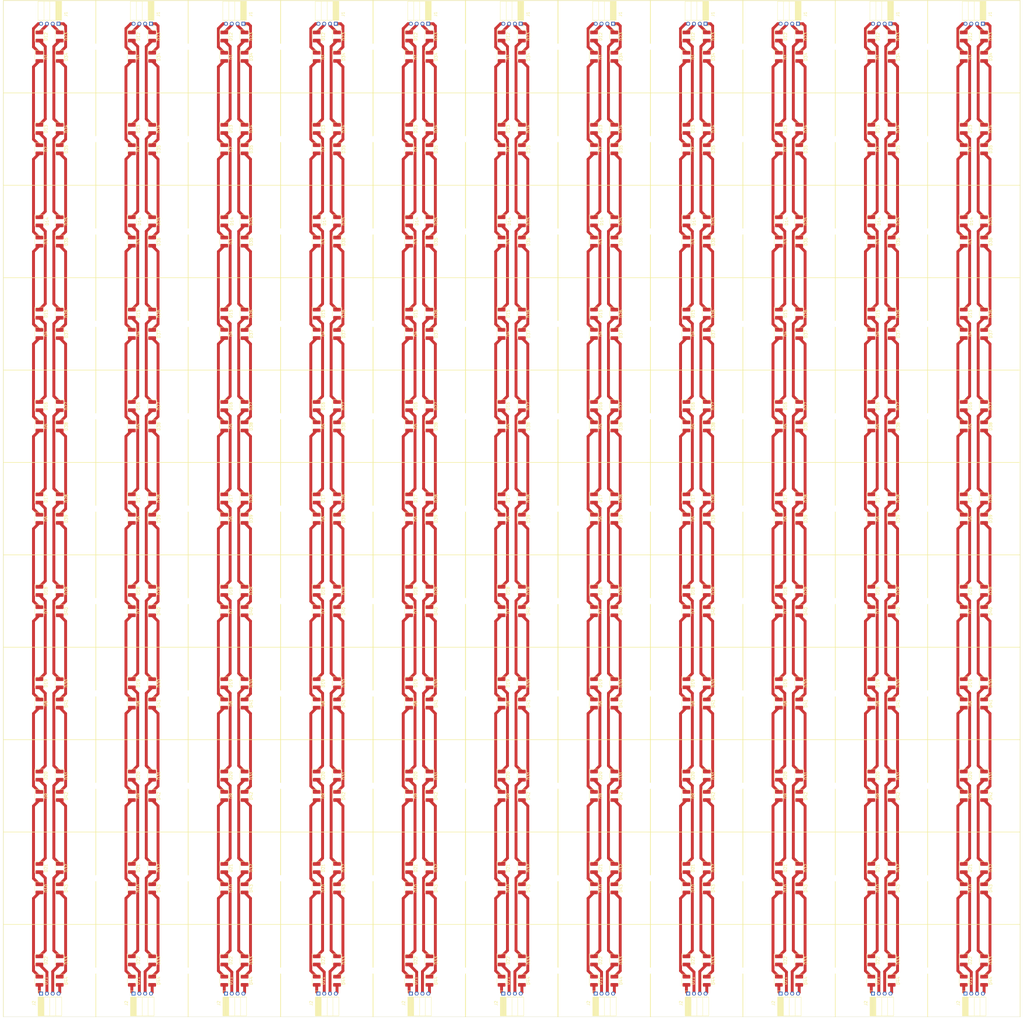
<source format=kicad_pcb>
(kicad_pcb (version 20171130) (host pcbnew 5.1.6)
  (layers (0 F.Cu signal) (1 In1.Cu signal hide) (2 In2.Cu signal hide) (31 B.Cu signal) (34 B.Paste user) (35 F.Paste user) (36 B.SilkS user) (37 F.SilkS user hide) (38 B.Mask user) (39 F.Mask user) (44 Edge.Cuts user hide))
  (net 0 "")
  (net 1 "Net-(D1-Pad2)")
  (net 2 "Net-(D1-Pad1)")
  (net 3 "Net-(D2-Pad2)")
  (net 4 "Net-(D3-Pad2)")
  (net 5 "Net-(D4-Pad2)")
  (net 6 "Net-(D5-Pad2)")
  (net 7 "Net-(D6-Pad2)")
  (net 8 "Net-(D7-Pad2)")
  (net 9 "Net-(D10-Pad1)")
  (net 10 "Net-(D10-Pad2)")
  (net 11 "Net-(D11-Pad2)")
  (net 12 "Net-(D12-Pad2)")
  (net 13 "Net-(D12-Pad1)")
  (net 14 "Net-(D13-Pad2)")
  (net 15 "Net-(D14-Pad2)")
  (net 16 "Net-(D15-Pad2)")
  (net 17 "Net-(D16-Pad2)")
  (net 18 "Net-(D17-Pad2)")
  (net 19 "Net-(D18-Pad2)")
  (net 20 "Net-(D19-Pad2)")
  (net 21 "Net-(D20-Pad2)")
  (net 22 "Net-(D21-Pad2)")
  (net 23 "Net-(D22-Pad2)")
  (net 24 "Net-(D23-Pad2)")
  (net 25 "Net-(D24-Pad2)")
  (net 26 "Net-(D25-Pad2)")
  (net 27 "Net-(D26-Pad2)")
  (net 28 "Net-(D27-Pad2)")
  (net 29 "Net-(D28-Pad2)")
  (net 30 "Net-(D29-Pad2)")
  (net 31 "Net-(D30-Pad2)")
  (net 32 "Net-(D31-Pad2)")
  (net 33 "Net-(D32-Pad2)")
  (net 34 "Net-(D33-Pad2)")
  (net 35 "Net-(D34-Pad2)")
  (net 36 "Net-(D35-Pad2)")
  (net 37 "Net-(D36-Pad2)")
  (net 38 "Net-(D37-Pad2)")
  (net 39 "Net-(D38-Pad2)")
  (net 40 "Net-(D39-Pad2)")
  (net 41 "Net-(D40-Pad2)")
  (net 42 "Net-(D41-Pad2)")
  (net 43 "Net-(D42-Pad2)")
  (net 44 "Net-(D43-Pad2)")
  (net 45 "Net-(D44-Pad2)")
  (net 46 "Net-(D8-Pad2)")
  (net 47 "Net-(D23-Pad1)")
  (net 48 "Net-(D34-Pad1)")
  (module LED_SMD:LED_1210_3225Metric (layer F.Cu) (at 330.589 -235.175 270)
    (fp_text reference D4 (at 0 -2.28 90) (layer F.SilkS))
    (fp_text value LED_PAD)
    (pad 1 smd roundrect (at -1.4 0 270) (size 1.25 2.65) (layers F.Cu F.Paste F.Mask) (roundrect_rratio 0.2))
    (pad 2 smd roundrect (at 1.4 0 270) (size 1.25 2.65) (layers F.Cu F.Paste F.Mask) (roundrect_rratio 0.2))
  )
  (module LED_SMD:LED_1210_3225Metric (layer F.Cu) (at 330.589 -266.953 270)
    (fp_text reference D3 (at 0 -2.28 90) (layer F.SilkS))
    (fp_text value LED_PAD)
    (pad 1 smd roundrect (at -1.4 0 270) (size 1.25 2.65) (layers F.Cu F.Paste F.Mask) (roundrect_rratio 0.2))
    (pad 2 smd roundrect (at 1.4 0 270) (size 1.25 2.65) (layers F.Cu F.Paste F.Mask) (roundrect_rratio 0.2))
  )
  (module LED_SMD:LED_1210_3225Metric (layer F.Cu) (at 337.589 -51.227 270)
    (fp_text reference D32 (at 0 -2.28 90) (layer F.SilkS))
    (fp_text value LED_PAD)
    (pad 2 smd roundrect (at 1.4 0 270) (size 1.25 2.65) (layers F.Cu F.Paste F.Mask) (roundrect_rratio 0.2))
    (pad 1 smd roundrect (at -1.4 0 270) (size 1.25 2.65) (layers F.Cu F.Paste F.Mask) (roundrect_rratio 0.2))
  )
  (module LED_SMD:LED_1210_3225Metric (layer F.Cu) (at 330.589 -178.499 270)
    (fp_text reference D17 (at 0 -2.28 90) (layer F.SilkS))
    (fp_text value LED_PAD)
    (pad 2 smd roundrect (at 1.4 0 270) (size 1.25 2.65) (layers F.Cu F.Paste F.Mask) (roundrect_rratio 0.2))
    (pad 1 smd roundrect (at -1.4 0 270) (size 1.25 2.65) (layers F.Cu F.Paste F.Mask) (roundrect_rratio 0.2))
  )
  (module LED_SMD:LED_1210_3225Metric (layer F.Cu) (at 337.589 -266.953 270)
    (fp_text reference D36 (at 0 -2.28 90) (layer F.SilkS))
    (fp_text value LED_PAD)
    (pad 1 smd roundrect (at -1.4 0 270) (size 1.25 2.65) (layers F.Cu F.Paste F.Mask) (roundrect_rratio 0.2))
    (pad 2 smd roundrect (at 1.4 0 270) (size 1.25 2.65) (layers F.Cu F.Paste F.Mask) (roundrect_rratio 0.2))
  )
  (module LED_SMD:LED_1210_3225Metric (layer F.Cu) (at 330.589 -146.681 270)
    (fp_text reference D18 (at 0 -2.28 90) (layer F.SilkS))
    (fp_text value LED_PAD)
    (pad 2 smd roundrect (at 1.4 0 270) (size 1.25 2.65) (layers F.Cu F.Paste F.Mask) (roundrect_rratio 0.2))
    (pad 1 smd roundrect (at -1.4 0 270) (size 1.25 2.65) (layers F.Cu F.Paste F.Mask) (roundrect_rratio 0.2))
  )
  (module LED_SMD:LED_1210_3225Metric (layer F.Cu) (at 330.589 -19.409 270)
    (fp_text reference D22 (at 0 -2.28 90) (layer F.SilkS))
    (fp_text value LED_PAD)
    (pad 2 smd roundrect (at 1.4 0 270) (size 1.25 2.65) (layers F.Cu F.Paste F.Mask) (roundrect_rratio 0.2))
    (pad 1 smd roundrect (at -1.4 0 270) (size 1.25 2.65) (layers F.Cu F.Paste F.Mask) (roundrect_rratio 0.2))
  )
  (module LED_SMD:LED_1210_3225Metric (layer F.Cu) (at 330.589 -114.863 270)
    (fp_text reference D19 (at 0 -2.28 90) (layer F.SilkS))
    (fp_text value LED_PAD)
    (pad 2 smd roundrect (at 1.4 0 270) (size 1.25 2.65) (layers F.Cu F.Paste F.Mask) (roundrect_rratio 0.2))
    (pad 1 smd roundrect (at -1.4 0 270) (size 1.25 2.65) (layers F.Cu F.Paste F.Mask) (roundrect_rratio 0.2))
  )
  (module LED_SMD:LED_1210_3225Metric (layer F.Cu) (at 330.589 -210.317 270)
    (fp_text reference D16 (at 0 -2.28 90) (layer F.SilkS))
    (fp_text value LED_PAD)
    (pad 1 smd roundrect (at -1.4 0 270) (size 1.25 2.65) (layers F.Cu F.Paste F.Mask) (roundrect_rratio 0.2))
    (pad 2 smd roundrect (at 1.4 0 270) (size 1.25 2.65) (layers F.Cu F.Paste F.Mask) (roundrect_rratio 0.2))
  )
  (module Connector_PinSocket_2.00mm:PinSocket_1x04_P2.00mm_Horizontal (layer F.Cu) (at 337.18 -342 270)
    (fp_text reference J1 (at -3.31 -2.5 90) (layer F.SilkS))
    (fp_text value Conn_01x04)
    (pad 1 thru_hole rect (at 0 0 270) (size 1.35 1.35) (drill 0.8) (layers *.Cu *.Mask))
    (pad 2 thru_hole oval (at 0 2 270) (size 1.35 1.35) (drill 0.8) (layers *.Cu *.Mask))
    (pad 3 thru_hole oval (at 0 4 270) (size 1.35 1.35) (drill 0.8) (layers *.Cu *.Mask))
    (pad 4 thru_hole oval (at 0 6 270) (size 1.35 1.35) (drill 0.8) (layers *.Cu *.Mask))
  )
  (module MountingHole:MountingHole_3mm (layer F.Cu) (at 322.18 -4)
    (fp_text reference H2 hide)
    (fp_text value MountingHole)
    (pad 1 np_thru_hole circle (at 0 0) (size 3 3) (drill 3) (layers *.Cu *.Mask))
  )
  (module LED_SMD:LED_1210_3225Metric (layer F.Cu) (at 337.589 -242.135 270)
    (fp_text reference D26 (at 0 -2.28 90) (layer F.SilkS))
    (fp_text value LED_PAD)
    (pad 2 smd roundrect (at 1.4 0 270) (size 1.25 2.65) (layers F.Cu F.Paste F.Mask) (roundrect_rratio 0.2))
    (pad 1 smd roundrect (at -1.4 0 270) (size 1.25 2.65) (layers F.Cu F.Paste F.Mask) (roundrect_rratio 0.2))
  )
  (module LED_SMD:LED_1210_3225Metric (layer F.Cu) (at 330.589 -171.499 270)
    (fp_text reference D6 (at 0 -2.28 90) (layer F.SilkS))
    (fp_text value LED_PAD)
    (pad 2 smd roundrect (at 1.4 0 270) (size 1.25 2.65) (layers F.Cu F.Paste F.Mask) (roundrect_rratio 0.2))
    (pad 1 smd roundrect (at -1.4 0 270) (size 1.25 2.65) (layers F.Cu F.Paste F.Mask) (roundrect_rratio 0.2))
  )
  (module LED_SMD:LED_1210_3225Metric (layer F.Cu) (at 337.589 -83.045 270)
    (fp_text reference D31 (at 0 -2.28 90) (layer F.SilkS))
    (fp_text value LED_PAD)
    (pad 1 smd roundrect (at -1.4 0 270) (size 1.25 2.65) (layers F.Cu F.Paste F.Mask) (roundrect_rratio 0.2))
    (pad 2 smd roundrect (at 1.4 0 270) (size 1.25 2.65) (layers F.Cu F.Paste F.Mask) (roundrect_rratio 0.2))
  )
  (module LED_SMD:LED_1210_3225Metric (layer F.Cu) (at 330.589 -298.771 270)
    (fp_text reference D2 (at 0 -2.28 90) (layer F.SilkS))
    (fp_text value LED_PAD)
    (pad 2 smd roundrect (at 1.4 0 270) (size 1.25 2.65) (layers F.Cu F.Paste F.Mask) (roundrect_rratio 0.2))
    (pad 1 smd roundrect (at -1.4 0 270) (size 1.25 2.65) (layers F.Cu F.Paste F.Mask) (roundrect_rratio 0.2))
  )
  (module LED_SMD:LED_1210_3225Metric (layer F.Cu) (at 330.589 -51.227 270)
    (fp_text reference D21 (at 0 -2.28 90) (layer F.SilkS))
    (fp_text value LED_PAD)
    (pad 2 smd roundrect (at 1.4 0 270) (size 1.25 2.65) (layers F.Cu F.Paste F.Mask) (roundrect_rratio 0.2))
    (pad 1 smd roundrect (at -1.4 0 270) (size 1.25 2.65) (layers F.Cu F.Paste F.Mask) (roundrect_rratio 0.2))
  )
  (module LED_SMD:LED_1210_3225Metric (layer F.Cu) (at 330.589 -12.409 270)
    (fp_text reference D11 (at 0 -2.28 90) (layer F.SilkS))
    (fp_text value LED_PAD)
    (pad 1 smd roundrect (at -1.4 0 270) (size 1.25 2.65) (layers F.Cu F.Paste F.Mask) (roundrect_rratio 0.2))
    (pad 2 smd roundrect (at 1.4 0 270) (size 1.25 2.65) (layers F.Cu F.Paste F.Mask) (roundrect_rratio 0.2))
  )
  (module LED_SMD:LED_1210_3225Metric (layer F.Cu) (at 337.589 -298.771 270)
    (fp_text reference D35 (at 0 -2.28 90) (layer F.SilkS))
    (fp_text value LED_PAD)
    (pad 1 smd roundrect (at -1.4 0 270) (size 1.25 2.65) (layers F.Cu F.Paste F.Mask) (roundrect_rratio 0.2))
    (pad 2 smd roundrect (at 1.4 0 270) (size 1.25 2.65) (layers F.Cu F.Paste F.Mask) (roundrect_rratio 0.2))
  )
  (module MountingHole:MountingHole_3mm (layer F.Cu) (at 346.18 -346)
    (fp_text reference H1 hide)
    (fp_text value MountingHole)
    (pad 1 np_thru_hole circle (at 0 0) (size 3 3) (drill 3) (layers *.Cu *.Mask))
  )
  (module LED_SMD:LED_1210_3225Metric (layer F.Cu) (at 330.589 -305.771 270)
    (fp_text reference D13 (at 0 -2.28 90) (layer F.SilkS))
    (fp_text value LED_PAD)
    (pad 1 smd roundrect (at -1.4 0 270) (size 1.25 2.65) (layers F.Cu F.Paste F.Mask) (roundrect_rratio 0.2))
    (pad 2 smd roundrect (at 1.4 0 270) (size 1.25 2.65) (layers F.Cu F.Paste F.Mask) (roundrect_rratio 0.2))
  )
  (module LED_SMD:LED_1210_3225Metric (layer F.Cu) (at 337.589 -139.681 270)
    (fp_text reference D40 (at 0 -2.28 90) (layer F.SilkS))
    (fp_text value LED_PAD)
    (pad 1 smd roundrect (at -1.4 0 270) (size 1.25 2.65) (layers F.Cu F.Paste F.Mask) (roundrect_rratio 0.2))
    (pad 2 smd roundrect (at 1.4 0 270) (size 1.25 2.65) (layers F.Cu F.Paste F.Mask) (roundrect_rratio 0.2))
  )
  (module LED_SMD:LED_1210_3225Metric (layer F.Cu) (at 337.589 -146.681 270)
    (fp_text reference D29 (at 0 -2.28 90) (layer F.SilkS))
    (fp_text value LED_PAD)
    (pad 1 smd roundrect (at -1.4 0 270) (size 1.25 2.65) (layers F.Cu F.Paste F.Mask) (roundrect_rratio 0.2))
    (pad 2 smd roundrect (at 1.4 0 270) (size 1.25 2.65) (layers F.Cu F.Paste F.Mask) (roundrect_rratio 0.2))
  )
  (module Connector_PinSocket_2.00mm:PinSocket_1x04_P2.00mm_Horizontal (layer F.Cu) (at 331.18 -8 90)
    (fp_text reference J2 (at -3.31 -2.5 -90) (layer F.SilkS))
    (fp_text value Conn_01x04)
    (pad 4 thru_hole oval (at 0 6 90) (size 1.35 1.35) (drill 0.8) (layers *.Cu *.Mask))
    (pad 3 thru_hole oval (at 0 4 90) (size 1.35 1.35) (drill 0.8) (layers *.Cu *.Mask))
    (pad 2 thru_hole oval (at 0 2 90) (size 1.35 1.35) (drill 0.8) (layers *.Cu *.Mask))
    (pad 1 thru_hole rect (at 0 0 90) (size 1.35 1.35) (drill 0.8) (layers *.Cu *.Mask))
  )
  (module LED_SMD:LED_1210_3225Metric (layer F.Cu) (at 330.589 -337.589 270)
    (fp_text reference D12 (at 0 -2.28 90) (layer F.SilkS))
    (fp_text value LED_PAD)
    (pad 1 smd roundrect (at -1.4 0 270) (size 1.25 2.65) (layers F.Cu F.Paste F.Mask) (roundrect_rratio 0.2))
    (pad 2 smd roundrect (at 1.4 0 270) (size 1.25 2.65) (layers F.Cu F.Paste F.Mask) (roundrect_rratio 0.2))
  )
  (module LED_SMD:LED_1210_3225Metric (layer F.Cu) (at 337.589 -12.409 270)
    (fp_text reference D44 (at 0 -2.28 90) (layer F.SilkS))
    (fp_text value LED_PAD)
    (pad 2 smd roundrect (at 1.4 0 270) (size 1.25 2.65) (layers F.Cu F.Paste F.Mask) (roundrect_rratio 0.2))
    (pad 1 smd roundrect (at -1.4 0 270) (size 1.25 2.65) (layers F.Cu F.Paste F.Mask) (roundrect_rratio 0.2))
  )
  (module LED_SMD:LED_1210_3225Metric (layer F.Cu) (at 330.589 -44.227 270)
    (fp_text reference D10 (at 0 -2.28 90) (layer F.SilkS))
    (fp_text value LED_PAD)
    (pad 2 smd roundrect (at 1.4 0 270) (size 1.25 2.65) (layers F.Cu F.Paste F.Mask) (roundrect_rratio 0.2))
    (pad 1 smd roundrect (at -1.4 0 270) (size 1.25 2.65) (layers F.Cu F.Paste F.Mask) (roundrect_rratio 0.2))
  )
  (module LED_SMD:LED_1210_3225Metric (layer F.Cu) (at 337.589 -337.589 270)
    (fp_text reference D23 (at 0 -2.28 90) (layer F.SilkS))
    (fp_text value LED_PAD)
    (pad 1 smd roundrect (at -1.4 0 270) (size 1.25 2.65) (layers F.Cu F.Paste F.Mask) (roundrect_rratio 0.2))
    (pad 2 smd roundrect (at 1.4 0 270) (size 1.25 2.65) (layers F.Cu F.Paste F.Mask) (roundrect_rratio 0.2))
  )
  (module LED_SMD:LED_1210_3225Metric (layer F.Cu) (at 337.589 -203.317 270)
    (fp_text reference D38 (at 0 -2.28 90) (layer F.SilkS))
    (fp_text value LED_PAD)
    (pad 2 smd roundrect (at 1.4 0 270) (size 1.25 2.65) (layers F.Cu F.Paste F.Mask) (roundrect_rratio 0.2))
    (pad 1 smd roundrect (at -1.4 0 270) (size 1.25 2.65) (layers F.Cu F.Paste F.Mask) (roundrect_rratio 0.2))
  )
  (module LED_SMD:LED_1210_3225Metric (layer F.Cu) (at 330.589 -107.863 270)
    (fp_text reference D8 (at 0 -2.28 90) (layer F.SilkS))
    (fp_text value LED_PAD)
    (pad 1 smd roundrect (at -1.4 0 270) (size 1.25 2.65) (layers F.Cu F.Paste F.Mask) (roundrect_rratio 0.2))
    (pad 2 smd roundrect (at 1.4 0 270) (size 1.25 2.65) (layers F.Cu F.Paste F.Mask) (roundrect_rratio 0.2))
  )
  (module LED_SMD:LED_1210_3225Metric (layer F.Cu) (at 330.589 -330.589 270)
    (fp_text reference D1 (at 0 -2.28 90) (layer F.SilkS))
    (fp_text value LED_PAD)
    (pad 2 smd roundrect (at 1.4 0 270) (size 1.25 2.65) (layers F.Cu F.Paste F.Mask) (roundrect_rratio 0.2))
    (pad 1 smd roundrect (at -1.4 0 270) (size 1.25 2.65) (layers F.Cu F.Paste F.Mask) (roundrect_rratio 0.2))
  )
  (module LED_SMD:LED_1210_3225Metric (layer F.Cu) (at 337.589 -235.135 270)
    (fp_text reference D37 (at 0 -2.28 90) (layer F.SilkS))
    (fp_text value LED_PAD)
    (pad 2 smd roundrect (at 1.4 0 270) (size 1.25 2.65) (layers F.Cu F.Paste F.Mask) (roundrect_rratio 0.2))
    (pad 1 smd roundrect (at -1.4 0 270) (size 1.25 2.65) (layers F.Cu F.Paste F.Mask) (roundrect_rratio 0.2))
  )
  (module LED_SMD:LED_1210_3225Metric (layer F.Cu) (at 337.589 -76.045 270)
    (fp_text reference D42 (at 0 -2.28 90) (layer F.SilkS))
    (fp_text value LED_PAD)
    (pad 1 smd roundrect (at -1.4 0 270) (size 1.25 2.65) (layers F.Cu F.Paste F.Mask) (roundrect_rratio 0.2))
    (pad 2 smd roundrect (at 1.4 0 270) (size 1.25 2.65) (layers F.Cu F.Paste F.Mask) (roundrect_rratio 0.2))
  )
  (module LED_SMD:LED_1210_3225Metric (layer F.Cu) (at 337.589 -210.317 270)
    (fp_text reference D27 (at 0 -2.28 90) (layer F.SilkS))
    (fp_text value LED_PAD)
    (pad 1 smd roundrect (at -1.4 0 270) (size 1.25 2.65) (layers F.Cu F.Paste F.Mask) (roundrect_rratio 0.2))
    (pad 2 smd roundrect (at 1.4 0 270) (size 1.25 2.65) (layers F.Cu F.Paste F.Mask) (roundrect_rratio 0.2))
  )
  (module LED_SMD:LED_1210_3225Metric (layer F.Cu) (at 337.589 -44.227 270)
    (fp_text reference D43 (at 0 -2.28 90) (layer F.SilkS))
    (fp_text value LED_PAD)
    (pad 2 smd roundrect (at 1.4 0 270) (size 1.25 2.65) (layers F.Cu F.Paste F.Mask) (roundrect_rratio 0.2))
    (pad 1 smd roundrect (at -1.4 0 270) (size 1.25 2.65) (layers F.Cu F.Paste F.Mask) (roundrect_rratio 0.2))
  )
  (module LED_SMD:LED_1210_3225Metric (layer F.Cu) (at 330.589 -139.681 270)
    (fp_text reference D7 (at 0 -2.28 90) (layer F.SilkS))
    (fp_text value LED_PAD)
    (pad 1 smd roundrect (at -1.4 0 270) (size 1.25 2.65) (layers F.Cu F.Paste F.Mask) (roundrect_rratio 0.2))
    (pad 2 smd roundrect (at 1.4 0 270) (size 1.25 2.65) (layers F.Cu F.Paste F.Mask) (roundrect_rratio 0.2))
  )
  (module LED_SMD:LED_1210_3225Metric (layer F.Cu) (at 337.589 -171.499 270)
    (fp_text reference D39 (at 0 -2.28 90) (layer F.SilkS))
    (fp_text value LED_PAD)
    (pad 1 smd roundrect (at -1.4 0 270) (size 1.25 2.65) (layers F.Cu F.Paste F.Mask) (roundrect_rratio 0.2))
    (pad 2 smd roundrect (at 1.4 0 270) (size 1.25 2.65) (layers F.Cu F.Paste F.Mask) (roundrect_rratio 0.2))
  )
  (module LED_SMD:LED_1210_3225Metric (layer F.Cu) (at 330.589 -242.135 270)
    (fp_text reference D15 (at 0 -2.28 90) (layer F.SilkS))
    (fp_text value LED_PAD)
    (pad 1 smd roundrect (at -1.4 0 270) (size 1.25 2.65) (layers F.Cu F.Paste F.Mask) (roundrect_rratio 0.2))
    (pad 2 smd roundrect (at 1.4 0 270) (size 1.25 2.65) (layers F.Cu F.Paste F.Mask) (roundrect_rratio 0.2))
  )
  (module LED_SMD:LED_1210_3225Metric (layer F.Cu) (at 337.589 -273.953 270)
    (fp_text reference D25 (at 0 -2.28 90) (layer F.SilkS))
    (fp_text value LED_PAD)
    (pad 2 smd roundrect (at 1.4 0 270) (size 1.25 2.65) (layers F.Cu F.Paste F.Mask) (roundrect_rratio 0.2))
    (pad 1 smd roundrect (at -1.4 0 270) (size 1.25 2.65) (layers F.Cu F.Paste F.Mask) (roundrect_rratio 0.2))
  )
  (module LED_SMD:LED_1210_3225Metric (layer F.Cu) (at 330.589 -203.317 270)
    (fp_text reference D5 (at 0 -2.28 90) (layer F.SilkS))
    (fp_text value LED_PAD)
    (pad 2 smd roundrect (at 1.4 0 270) (size 1.25 2.65) (layers F.Cu F.Paste F.Mask) (roundrect_rratio 0.2))
    (pad 1 smd roundrect (at -1.4 0 270) (size 1.25 2.65) (layers F.Cu F.Paste F.Mask) (roundrect_rratio 0.2))
  )
  (module LED_SMD:LED_1210_3225Metric (layer F.Cu) (at 330.589 -83.045 270)
    (fp_text reference D20 (at 0 -2.28 90) (layer F.SilkS))
    (fp_text value LED_PAD)
    (pad 1 smd roundrect (at -1.4 0 270) (size 1.25 2.65) (layers F.Cu F.Paste F.Mask) (roundrect_rratio 0.2))
    (pad 2 smd roundrect (at 1.4 0 270) (size 1.25 2.65) (layers F.Cu F.Paste F.Mask) (roundrect_rratio 0.2))
  )
  (module LED_SMD:LED_1210_3225Metric (layer F.Cu) (at 337.589 -330.589 270)
    (fp_text reference D34 (at 0 -2.28 90) (layer F.SilkS))
    (fp_text value LED_PAD)
    (pad 2 smd roundrect (at 1.4 0 270) (size 1.25 2.65) (layers F.Cu F.Paste F.Mask) (roundrect_rratio 0.2))
    (pad 1 smd roundrect (at -1.4 0 270) (size 1.25 2.65) (layers F.Cu F.Paste F.Mask) (roundrect_rratio 0.2))
  )
  (module LED_SMD:LED_1210_3225Metric (layer F.Cu) (at 337.589 -107.863 270)
    (fp_text reference D41 (at 0 -2.28 90) (layer F.SilkS))
    (fp_text value LED_PAD)
    (pad 1 smd roundrect (at -1.4 0 270) (size 1.25 2.65) (layers F.Cu F.Paste F.Mask) (roundrect_rratio 0.2))
    (pad 2 smd roundrect (at 1.4 0 270) (size 1.25 2.65) (layers F.Cu F.Paste F.Mask) (roundrect_rratio 0.2))
  )
  (module LED_SMD:LED_1210_3225Metric (layer F.Cu) (at 337.589 -305.771 270)
    (fp_text reference D24 (at 0 -2.28 90) (layer F.SilkS))
    (fp_text value LED_PAD)
    (pad 1 smd roundrect (at -1.4 0 270) (size 1.25 2.65) (layers F.Cu F.Paste F.Mask) (roundrect_rratio 0.2))
    (pad 2 smd roundrect (at 1.4 0 270) (size 1.25 2.65) (layers F.Cu F.Paste F.Mask) (roundrect_rratio 0.2))
  )
  (module LED_SMD:LED_1210_3225Metric (layer F.Cu) (at 330.589 -76.045 270)
    (fp_text reference D9 (at 0 -2.28 90) (layer F.SilkS))
    (fp_text value LED_PAD)
    (pad 2 smd roundrect (at 1.4 0 270) (size 1.25 2.65) (layers F.Cu F.Paste F.Mask) (roundrect_rratio 0.2))
    (pad 1 smd roundrect (at -1.4 0 270) (size 1.25 2.65) (layers F.Cu F.Paste F.Mask) (roundrect_rratio 0.2))
  )
  (module LED_SMD:LED_1210_3225Metric (layer F.Cu) (at 337.589 -19.409 270)
    (fp_text reference D33 (at 0 -2.28 90) (layer F.SilkS))
    (fp_text value LED_PAD)
    (pad 2 smd roundrect (at 1.4 0 270) (size 1.25 2.65) (layers F.Cu F.Paste F.Mask) (roundrect_rratio 0.2))
    (pad 1 smd roundrect (at -1.4 0 270) (size 1.25 2.65) (layers F.Cu F.Paste F.Mask) (roundrect_rratio 0.2))
  )
  (module LED_SMD:LED_1210_3225Metric (layer F.Cu) (at 330.589 -273.953 270)
    (fp_text reference D14 (at 0 -2.645001 90) (layer F.SilkS))
    (fp_text value LED_PAD)
    (pad 2 smd roundrect (at 1.4 0 270) (size 1.25 2.65) (layers F.Cu F.Paste F.Mask) (roundrect_rratio 0.2))
    (pad 1 smd roundrect (at -1.4 0 270) (size 1.25 2.65) (layers F.Cu F.Paste F.Mask) (roundrect_rratio 0.2))
  )
  (module LED_SMD:LED_1210_3225Metric (layer F.Cu) (at 337.589 -114.863 270)
    (fp_text reference D30 (at 0 -2.28 90) (layer F.SilkS))
    (fp_text value LED_PAD)
    (pad 2 smd roundrect (at 1.4 0 270) (size 1.25 2.65) (layers F.Cu F.Paste F.Mask) (roundrect_rratio 0.2))
    (pad 1 smd roundrect (at -1.4 0 270) (size 1.25 2.65) (layers F.Cu F.Paste F.Mask) (roundrect_rratio 0.2))
  )
  (module LED_SMD:LED_1210_3225Metric (layer F.Cu) (at 337.589 -178.499 270)
    (fp_text reference D28 (at 0 -2.28 90) (layer F.SilkS))
    (fp_text value LED_PAD)
    (pad 1 smd roundrect (at -1.4 0 270) (size 1.25 2.65) (layers F.Cu F.Paste F.Mask) (roundrect_rratio 0.2))
    (pad 2 smd roundrect (at 1.4 0 270) (size 1.25 2.65) (layers F.Cu F.Paste F.Mask) (roundrect_rratio 0.2))
  )
  (module LED_SMD:LED_1210_3225Metric (layer F.Cu) (at 298.771 -235.175 270)
    (fp_text reference D4 (at 0 -2.28 90) (layer F.SilkS))
    (fp_text value LED_PAD)
    (pad 1 smd roundrect (at -1.4 0 270) (size 1.25 2.65) (layers F.Cu F.Paste F.Mask) (roundrect_rratio 0.2))
    (pad 2 smd roundrect (at 1.4 0 270) (size 1.25 2.65) (layers F.Cu F.Paste F.Mask) (roundrect_rratio 0.2))
  )
  (module MountingHole:MountingHole_2.1mm (layer F.Cu) (at 318.18 -206.817)
    (fp_text reference H7 hide)
    (fp_text value MountingHole)
    (pad "" np_thru_hole circle (at 0 0) (size 2.1 2.1) (drill 2.1) (layers *.Cu *.Mask))
  )
  (module LED_SMD:LED_1210_3225Metric (layer F.Cu) (at 298.771 -266.953 270)
    (fp_text reference D3 (at 0 -2.28 90) (layer F.SilkS))
    (fp_text value LED_PAD)
    (pad 1 smd roundrect (at -1.4 0 270) (size 1.25 2.65) (layers F.Cu F.Paste F.Mask) (roundrect_rratio 0.2))
    (pad 2 smd roundrect (at 1.4 0 270) (size 1.25 2.65) (layers F.Cu F.Paste F.Mask) (roundrect_rratio 0.2))
  )
  (module LED_SMD:LED_1210_3225Metric (layer F.Cu) (at 305.771 -51.227 270)
    (fp_text reference D32 (at 0 -2.28 90) (layer F.SilkS))
    (fp_text value LED_PAD)
    (pad 2 smd roundrect (at 1.4 0 270) (size 1.25 2.65) (layers F.Cu F.Paste F.Mask) (roundrect_rratio 0.2))
    (pad 1 smd roundrect (at -1.4 0 270) (size 1.25 2.65) (layers F.Cu F.Paste F.Mask) (roundrect_rratio 0.2))
  )
  (module MountingHole:MountingHole_2.1mm (layer F.Cu) (at 318.18 -270.453)
    (fp_text reference H5 hide)
    (fp_text value MountingHole)
    (pad "" np_thru_hole circle (at 0 0) (size 2.1 2.1) (drill 2.1) (layers *.Cu *.Mask))
  )
  (module LED_SMD:LED_1210_3225Metric (layer F.Cu) (at 298.771 -178.499 270)
    (fp_text reference D17 (at 0 -2.28 90) (layer F.SilkS))
    (fp_text value LED_PAD)
    (pad 2 smd roundrect (at 1.4 0 270) (size 1.25 2.65) (layers F.Cu F.Paste F.Mask) (roundrect_rratio 0.2))
    (pad 1 smd roundrect (at -1.4 0 270) (size 1.25 2.65) (layers F.Cu F.Paste F.Mask) (roundrect_rratio 0.2))
  )
  (module LED_SMD:LED_1210_3225Metric (layer F.Cu) (at 305.771 -266.953 270)
    (fp_text reference D36 (at 0 -2.28 90) (layer F.SilkS))
    (fp_text value LED_PAD)
    (pad 1 smd roundrect (at -1.4 0 270) (size 1.25 2.65) (layers F.Cu F.Paste F.Mask) (roundrect_rratio 0.2))
    (pad 2 smd roundrect (at 1.4 0 270) (size 1.25 2.65) (layers F.Cu F.Paste F.Mask) (roundrect_rratio 0.2))
  )
  (module MountingHole:MountingHole_2.1mm (layer F.Cu) (at 318.18 -334.089)
    (fp_text reference H3 hide)
    (fp_text value MountingHole)
    (pad "" np_thru_hole circle (at 0 0) (size 2.1 2.1) (drill 2.1) (layers *.Cu *.Mask))
  )
  (module LED_SMD:LED_1210_3225Metric (layer F.Cu) (at 298.771 -146.681 270)
    (fp_text reference D18 (at 0 -2.28 90) (layer F.SilkS))
    (fp_text value LED_PAD)
    (pad 2 smd roundrect (at 1.4 0 270) (size 1.25 2.65) (layers F.Cu F.Paste F.Mask) (roundrect_rratio 0.2))
    (pad 1 smd roundrect (at -1.4 0 270) (size 1.25 2.65) (layers F.Cu F.Paste F.Mask) (roundrect_rratio 0.2))
  )
  (module LED_SMD:LED_1210_3225Metric (layer F.Cu) (at 298.771 -19.409 270)
    (fp_text reference D22 (at 0 -2.28 90) (layer F.SilkS))
    (fp_text value LED_PAD)
    (pad 2 smd roundrect (at 1.4 0 270) (size 1.25 2.65) (layers F.Cu F.Paste F.Mask) (roundrect_rratio 0.2))
    (pad 1 smd roundrect (at -1.4 0 270) (size 1.25 2.65) (layers F.Cu F.Paste F.Mask) (roundrect_rratio 0.2))
  )
  (module LED_SMD:LED_1210_3225Metric (layer F.Cu) (at 298.771 -114.863 270)
    (fp_text reference D19 (at 0 -2.28 90) (layer F.SilkS))
    (fp_text value LED_PAD)
    (pad 2 smd roundrect (at 1.4 0 270) (size 1.25 2.65) (layers F.Cu F.Paste F.Mask) (roundrect_rratio 0.2))
    (pad 1 smd roundrect (at -1.4 0 270) (size 1.25 2.65) (layers F.Cu F.Paste F.Mask) (roundrect_rratio 0.2))
  )
  (module LED_SMD:LED_1210_3225Metric (layer F.Cu) (at 298.771 -210.317 270)
    (fp_text reference D16 (at 0 -2.28 90) (layer F.SilkS))
    (fp_text value LED_PAD)
    (pad 1 smd roundrect (at -1.4 0 270) (size 1.25 2.65) (layers F.Cu F.Paste F.Mask) (roundrect_rratio 0.2))
    (pad 2 smd roundrect (at 1.4 0 270) (size 1.25 2.65) (layers F.Cu F.Paste F.Mask) (roundrect_rratio 0.2))
  )
  (module Connector_PinSocket_2.00mm:PinSocket_1x04_P2.00mm_Horizontal (layer F.Cu) (at 305.362 -342 270)
    (fp_text reference J1 (at -3.31 -2.5 90) (layer F.SilkS))
    (fp_text value Conn_01x04)
    (pad 1 thru_hole rect (at 0 0 270) (size 1.35 1.35) (drill 0.8) (layers *.Cu *.Mask))
    (pad 2 thru_hole oval (at 0 2 270) (size 1.35 1.35) (drill 0.8) (layers *.Cu *.Mask))
    (pad 3 thru_hole oval (at 0 4 270) (size 1.35 1.35) (drill 0.8) (layers *.Cu *.Mask))
    (pad 4 thru_hole oval (at 0 6 270) (size 1.35 1.35) (drill 0.8) (layers *.Cu *.Mask))
  )
  (module MountingHole:MountingHole_3mm (layer F.Cu) (at 290.362 -4)
    (fp_text reference H2 hide)
    (fp_text value MountingHole)
    (pad 1 np_thru_hole circle (at 0 0) (size 3 3) (drill 3) (layers *.Cu *.Mask))
  )
  (module LED_SMD:LED_1210_3225Metric (layer F.Cu) (at 305.771 -242.135 270)
    (fp_text reference D26 (at 0 -2.28 90) (layer F.SilkS))
    (fp_text value LED_PAD)
    (pad 2 smd roundrect (at 1.4 0 270) (size 1.25 2.65) (layers F.Cu F.Paste F.Mask) (roundrect_rratio 0.2))
    (pad 1 smd roundrect (at -1.4 0 270) (size 1.25 2.65) (layers F.Cu F.Paste F.Mask) (roundrect_rratio 0.2))
  )
  (module LED_SMD:LED_1210_3225Metric (layer F.Cu) (at 298.771 -171.499 270)
    (fp_text reference D6 (at 0 -2.28 90) (layer F.SilkS))
    (fp_text value LED_PAD)
    (pad 2 smd roundrect (at 1.4 0 270) (size 1.25 2.65) (layers F.Cu F.Paste F.Mask) (roundrect_rratio 0.2))
    (pad 1 smd roundrect (at -1.4 0 270) (size 1.25 2.65) (layers F.Cu F.Paste F.Mask) (roundrect_rratio 0.2))
  )
  (module LED_SMD:LED_1210_3225Metric (layer F.Cu) (at 305.771 -83.045 270)
    (fp_text reference D31 (at 0 -2.28 90) (layer F.SilkS))
    (fp_text value LED_PAD)
    (pad 1 smd roundrect (at -1.4 0 270) (size 1.25 2.65) (layers F.Cu F.Paste F.Mask) (roundrect_rratio 0.2))
    (pad 2 smd roundrect (at 1.4 0 270) (size 1.25 2.65) (layers F.Cu F.Paste F.Mask) (roundrect_rratio 0.2))
  )
  (module LED_SMD:LED_1210_3225Metric (layer F.Cu) (at 298.771 -298.771 270)
    (fp_text reference D2 (at 0 -2.28 90) (layer F.SilkS))
    (fp_text value LED_PAD)
    (pad 2 smd roundrect (at 1.4 0 270) (size 1.25 2.65) (layers F.Cu F.Paste F.Mask) (roundrect_rratio 0.2))
    (pad 1 smd roundrect (at -1.4 0 270) (size 1.25 2.65) (layers F.Cu F.Paste F.Mask) (roundrect_rratio 0.2))
  )
  (module MountingHole:MountingHole_2.1mm (layer F.Cu) (at 318.18 -111.363)
    (fp_text reference H10 hide)
    (fp_text value MountingHole)
    (pad "" np_thru_hole circle (at 0 0) (size 2.1 2.1) (drill 2.1) (layers *.Cu *.Mask))
  )
  (module MountingHole:MountingHole_2.1mm (layer F.Cu) (at 318.18 -15.909)
    (fp_text reference H13 hide)
    (fp_text value MountingHole)
    (pad "" np_thru_hole circle (at 0 0) (size 2.1 2.1) (drill 2.1) (layers *.Cu *.Mask))
  )
  (module LED_SMD:LED_1210_3225Metric (layer F.Cu) (at 298.771 -51.227 270)
    (fp_text reference D21 (at 0 -2.28 90) (layer F.SilkS))
    (fp_text value LED_PAD)
    (pad 2 smd roundrect (at 1.4 0 270) (size 1.25 2.65) (layers F.Cu F.Paste F.Mask) (roundrect_rratio 0.2))
    (pad 1 smd roundrect (at -1.4 0 270) (size 1.25 2.65) (layers F.Cu F.Paste F.Mask) (roundrect_rratio 0.2))
  )
  (module LED_SMD:LED_1210_3225Metric (layer F.Cu) (at 298.771 -12.409 270)
    (fp_text reference D11 (at 0 -2.28 90) (layer F.SilkS))
    (fp_text value LED_PAD)
    (pad 1 smd roundrect (at -1.4 0 270) (size 1.25 2.65) (layers F.Cu F.Paste F.Mask) (roundrect_rratio 0.2))
    (pad 2 smd roundrect (at 1.4 0 270) (size 1.25 2.65) (layers F.Cu F.Paste F.Mask) (roundrect_rratio 0.2))
  )
  (module LED_SMD:LED_1210_3225Metric (layer F.Cu) (at 305.771 -298.771 270)
    (fp_text reference D35 (at 0 -2.28 90) (layer F.SilkS))
    (fp_text value LED_PAD)
    (pad 1 smd roundrect (at -1.4 0 270) (size 1.25 2.65) (layers F.Cu F.Paste F.Mask) (roundrect_rratio 0.2))
    (pad 2 smd roundrect (at 1.4 0 270) (size 1.25 2.65) (layers F.Cu F.Paste F.Mask) (roundrect_rratio 0.2))
  )
  (module MountingHole:MountingHole_3mm (layer F.Cu) (at 314.362 -346)
    (fp_text reference H1 hide)
    (fp_text value MountingHole)
    (pad 1 np_thru_hole circle (at 0 0) (size 3 3) (drill 3) (layers *.Cu *.Mask))
  )
  (module MountingHole:MountingHole_2.1mm (layer F.Cu) (at 318.18 -238.635)
    (fp_text reference H6 hide)
    (fp_text value MountingHole)
    (pad "" np_thru_hole circle (at 0 0) (size 2.1 2.1) (drill 2.1) (layers *.Cu *.Mask))
  )
  (module LED_SMD:LED_1210_3225Metric (layer F.Cu) (at 298.771 -305.771 270)
    (fp_text reference D13 (at 0 -2.28 90) (layer F.SilkS))
    (fp_text value LED_PAD)
    (pad 1 smd roundrect (at -1.4 0 270) (size 1.25 2.65) (layers F.Cu F.Paste F.Mask) (roundrect_rratio 0.2))
    (pad 2 smd roundrect (at 1.4 0 270) (size 1.25 2.65) (layers F.Cu F.Paste F.Mask) (roundrect_rratio 0.2))
  )
  (module LED_SMD:LED_1210_3225Metric (layer F.Cu) (at 305.771 -139.681 270)
    (fp_text reference D40 (at 0 -2.28 90) (layer F.SilkS))
    (fp_text value LED_PAD)
    (pad 1 smd roundrect (at -1.4 0 270) (size 1.25 2.65) (layers F.Cu F.Paste F.Mask) (roundrect_rratio 0.2))
    (pad 2 smd roundrect (at 1.4 0 270) (size 1.25 2.65) (layers F.Cu F.Paste F.Mask) (roundrect_rratio 0.2))
  )
  (module LED_SMD:LED_1210_3225Metric (layer F.Cu) (at 305.771 -146.681 270)
    (fp_text reference D29 (at 0 -2.28 90) (layer F.SilkS))
    (fp_text value LED_PAD)
    (pad 1 smd roundrect (at -1.4 0 270) (size 1.25 2.65) (layers F.Cu F.Paste F.Mask) (roundrect_rratio 0.2))
    (pad 2 smd roundrect (at 1.4 0 270) (size 1.25 2.65) (layers F.Cu F.Paste F.Mask) (roundrect_rratio 0.2))
  )
  (module Connector_PinSocket_2.00mm:PinSocket_1x04_P2.00mm_Horizontal (layer F.Cu) (at 299.362 -8 90)
    (fp_text reference J2 (at -3.31 -2.5 -90) (layer F.SilkS))
    (fp_text value Conn_01x04)
    (pad 4 thru_hole oval (at 0 6 90) (size 1.35 1.35) (drill 0.8) (layers *.Cu *.Mask))
    (pad 3 thru_hole oval (at 0 4 90) (size 1.35 1.35) (drill 0.8) (layers *.Cu *.Mask))
    (pad 2 thru_hole oval (at 0 2 90) (size 1.35 1.35) (drill 0.8) (layers *.Cu *.Mask))
    (pad 1 thru_hole rect (at 0 0 90) (size 1.35 1.35) (drill 0.8) (layers *.Cu *.Mask))
  )
  (module LED_SMD:LED_1210_3225Metric (layer F.Cu) (at 298.771 -337.589 270)
    (fp_text reference D12 (at 0 -2.28 90) (layer F.SilkS))
    (fp_text value LED_PAD)
    (pad 1 smd roundrect (at -1.4 0 270) (size 1.25 2.65) (layers F.Cu F.Paste F.Mask) (roundrect_rratio 0.2))
    (pad 2 smd roundrect (at 1.4 0 270) (size 1.25 2.65) (layers F.Cu F.Paste F.Mask) (roundrect_rratio 0.2))
  )
  (module LED_SMD:LED_1210_3225Metric (layer F.Cu) (at 305.771 -12.409 270)
    (fp_text reference D44 (at 0 -2.28 90) (layer F.SilkS))
    (fp_text value LED_PAD)
    (pad 2 smd roundrect (at 1.4 0 270) (size 1.25 2.65) (layers F.Cu F.Paste F.Mask) (roundrect_rratio 0.2))
    (pad 1 smd roundrect (at -1.4 0 270) (size 1.25 2.65) (layers F.Cu F.Paste F.Mask) (roundrect_rratio 0.2))
  )
  (module LED_SMD:LED_1210_3225Metric (layer F.Cu) (at 298.771 -44.227 270)
    (fp_text reference D10 (at 0 -2.28 90) (layer F.SilkS))
    (fp_text value LED_PAD)
    (pad 2 smd roundrect (at 1.4 0 270) (size 1.25 2.65) (layers F.Cu F.Paste F.Mask) (roundrect_rratio 0.2))
    (pad 1 smd roundrect (at -1.4 0 270) (size 1.25 2.65) (layers F.Cu F.Paste F.Mask) (roundrect_rratio 0.2))
  )
  (module LED_SMD:LED_1210_3225Metric (layer F.Cu) (at 305.771 -337.589 270)
    (fp_text reference D23 (at 0 -2.28 90) (layer F.SilkS))
    (fp_text value LED_PAD)
    (pad 1 smd roundrect (at -1.4 0 270) (size 1.25 2.65) (layers F.Cu F.Paste F.Mask) (roundrect_rratio 0.2))
    (pad 2 smd roundrect (at 1.4 0 270) (size 1.25 2.65) (layers F.Cu F.Paste F.Mask) (roundrect_rratio 0.2))
  )
  (module MountingHole:MountingHole_2.1mm (layer F.Cu) (at 318.18 -47.727)
    (fp_text reference H12 hide)
    (fp_text value MountingHole)
    (pad "" np_thru_hole circle (at 0 0) (size 2.1 2.1) (drill 2.1) (layers *.Cu *.Mask))
  )
  (module LED_SMD:LED_1210_3225Metric (layer F.Cu) (at 305.771 -203.317 270)
    (fp_text reference D38 (at 0 -2.28 90) (layer F.SilkS))
    (fp_text value LED_PAD)
    (pad 2 smd roundrect (at 1.4 0 270) (size 1.25 2.65) (layers F.Cu F.Paste F.Mask) (roundrect_rratio 0.2))
    (pad 1 smd roundrect (at -1.4 0 270) (size 1.25 2.65) (layers F.Cu F.Paste F.Mask) (roundrect_rratio 0.2))
  )
  (module LED_SMD:LED_1210_3225Metric (layer F.Cu) (at 298.771 -107.863 270)
    (fp_text reference D8 (at 0 -2.28 90) (layer F.SilkS))
    (fp_text value LED_PAD)
    (pad 1 smd roundrect (at -1.4 0 270) (size 1.25 2.65) (layers F.Cu F.Paste F.Mask) (roundrect_rratio 0.2))
    (pad 2 smd roundrect (at 1.4 0 270) (size 1.25 2.65) (layers F.Cu F.Paste F.Mask) (roundrect_rratio 0.2))
  )
  (module MountingHole:MountingHole_2.1mm (layer F.Cu) (at 318.18 -174.999)
    (fp_text reference H8 hide)
    (fp_text value MountingHole)
    (pad "" np_thru_hole circle (at 0 0) (size 2.1 2.1) (drill 2.1) (layers *.Cu *.Mask))
  )
  (module LED_SMD:LED_1210_3225Metric (layer F.Cu) (at 298.771 -330.589 270)
    (fp_text reference D1 (at 0 -2.28 90) (layer F.SilkS))
    (fp_text value LED_PAD)
    (pad 2 smd roundrect (at 1.4 0 270) (size 1.25 2.65) (layers F.Cu F.Paste F.Mask) (roundrect_rratio 0.2))
    (pad 1 smd roundrect (at -1.4 0 270) (size 1.25 2.65) (layers F.Cu F.Paste F.Mask) (roundrect_rratio 0.2))
  )
  (module LED_SMD:LED_1210_3225Metric (layer F.Cu) (at 305.771 -235.135 270)
    (fp_text reference D37 (at 0 -2.28 90) (layer F.SilkS))
    (fp_text value LED_PAD)
    (pad 2 smd roundrect (at 1.4 0 270) (size 1.25 2.65) (layers F.Cu F.Paste F.Mask) (roundrect_rratio 0.2))
    (pad 1 smd roundrect (at -1.4 0 270) (size 1.25 2.65) (layers F.Cu F.Paste F.Mask) (roundrect_rratio 0.2))
  )
  (module LED_SMD:LED_1210_3225Metric (layer F.Cu) (at 305.771 -76.045 270)
    (fp_text reference D42 (at 0 -2.28 90) (layer F.SilkS))
    (fp_text value LED_PAD)
    (pad 1 smd roundrect (at -1.4 0 270) (size 1.25 2.65) (layers F.Cu F.Paste F.Mask) (roundrect_rratio 0.2))
    (pad 2 smd roundrect (at 1.4 0 270) (size 1.25 2.65) (layers F.Cu F.Paste F.Mask) (roundrect_rratio 0.2))
  )
  (module LED_SMD:LED_1210_3225Metric (layer F.Cu) (at 305.771 -210.317 270)
    (fp_text reference D27 (at 0 -2.28 90) (layer F.SilkS))
    (fp_text value LED_PAD)
    (pad 1 smd roundrect (at -1.4 0 270) (size 1.25 2.65) (layers F.Cu F.Paste F.Mask) (roundrect_rratio 0.2))
    (pad 2 smd roundrect (at 1.4 0 270) (size 1.25 2.65) (layers F.Cu F.Paste F.Mask) (roundrect_rratio 0.2))
  )
  (module LED_SMD:LED_1210_3225Metric (layer F.Cu) (at 305.771 -44.227 270)
    (fp_text reference D43 (at 0 -2.28 90) (layer F.SilkS))
    (fp_text value LED_PAD)
    (pad 2 smd roundrect (at 1.4 0 270) (size 1.25 2.65) (layers F.Cu F.Paste F.Mask) (roundrect_rratio 0.2))
    (pad 1 smd roundrect (at -1.4 0 270) (size 1.25 2.65) (layers F.Cu F.Paste F.Mask) (roundrect_rratio 0.2))
  )
  (module MountingHole:MountingHole_2.1mm (layer F.Cu) (at 318.18 -302.271)
    (fp_text reference H4 hide)
    (fp_text value MountingHole)
    (pad "" np_thru_hole circle (at 0 0) (size 2.1 2.1) (drill 2.1) (layers *.Cu *.Mask))
  )
  (module LED_SMD:LED_1210_3225Metric (layer F.Cu) (at 298.771 -139.681 270)
    (fp_text reference D7 (at 0 -2.28 90) (layer F.SilkS))
    (fp_text value LED_PAD)
    (pad 1 smd roundrect (at -1.4 0 270) (size 1.25 2.65) (layers F.Cu F.Paste F.Mask) (roundrect_rratio 0.2))
    (pad 2 smd roundrect (at 1.4 0 270) (size 1.25 2.65) (layers F.Cu F.Paste F.Mask) (roundrect_rratio 0.2))
  )
  (module LED_SMD:LED_1210_3225Metric (layer F.Cu) (at 305.771 -171.499 270)
    (fp_text reference D39 (at 0 -2.28 90) (layer F.SilkS))
    (fp_text value LED_PAD)
    (pad 1 smd roundrect (at -1.4 0 270) (size 1.25 2.65) (layers F.Cu F.Paste F.Mask) (roundrect_rratio 0.2))
    (pad 2 smd roundrect (at 1.4 0 270) (size 1.25 2.65) (layers F.Cu F.Paste F.Mask) (roundrect_rratio 0.2))
  )
  (module LED_SMD:LED_1210_3225Metric (layer F.Cu) (at 298.771 -242.135 270)
    (fp_text reference D15 (at 0 -2.28 90) (layer F.SilkS))
    (fp_text value LED_PAD)
    (pad 1 smd roundrect (at -1.4 0 270) (size 1.25 2.65) (layers F.Cu F.Paste F.Mask) (roundrect_rratio 0.2))
    (pad 2 smd roundrect (at 1.4 0 270) (size 1.25 2.65) (layers F.Cu F.Paste F.Mask) (roundrect_rratio 0.2))
  )
  (module LED_SMD:LED_1210_3225Metric (layer F.Cu) (at 305.771 -273.953 270)
    (fp_text reference D25 (at 0 -2.28 90) (layer F.SilkS))
    (fp_text value LED_PAD)
    (pad 2 smd roundrect (at 1.4 0 270) (size 1.25 2.65) (layers F.Cu F.Paste F.Mask) (roundrect_rratio 0.2))
    (pad 1 smd roundrect (at -1.4 0 270) (size 1.25 2.65) (layers F.Cu F.Paste F.Mask) (roundrect_rratio 0.2))
  )
  (module LED_SMD:LED_1210_3225Metric (layer F.Cu) (at 298.771 -203.317 270)
    (fp_text reference D5 (at 0 -2.28 90) (layer F.SilkS))
    (fp_text value LED_PAD)
    (pad 2 smd roundrect (at 1.4 0 270) (size 1.25 2.65) (layers F.Cu F.Paste F.Mask) (roundrect_rratio 0.2))
    (pad 1 smd roundrect (at -1.4 0 270) (size 1.25 2.65) (layers F.Cu F.Paste F.Mask) (roundrect_rratio 0.2))
  )
  (module MountingHole:MountingHole_2.1mm (layer F.Cu) (at 318.18 -143.181)
    (fp_text reference H9 hide)
    (fp_text value MountingHole)
    (pad "" np_thru_hole circle (at 0 0) (size 2.1 2.1) (drill 2.1) (layers *.Cu *.Mask))
  )
  (module LED_SMD:LED_1210_3225Metric (layer F.Cu) (at 298.771 -83.045 270)
    (fp_text reference D20 (at 0 -2.28 90) (layer F.SilkS))
    (fp_text value LED_PAD)
    (pad 1 smd roundrect (at -1.4 0 270) (size 1.25 2.65) (layers F.Cu F.Paste F.Mask) (roundrect_rratio 0.2))
    (pad 2 smd roundrect (at 1.4 0 270) (size 1.25 2.65) (layers F.Cu F.Paste F.Mask) (roundrect_rratio 0.2))
  )
  (module MountingHole:MountingHole_2.1mm (layer F.Cu) (at 318.18 -79.545)
    (fp_text reference H11 hide)
    (fp_text value MountingHole)
    (pad "" np_thru_hole circle (at 0 0) (size 2.1 2.1) (drill 2.1) (layers *.Cu *.Mask))
  )
  (module LED_SMD:LED_1210_3225Metric (layer F.Cu) (at 305.771 -330.589 270)
    (fp_text reference D34 (at 0 -2.28 90) (layer F.SilkS))
    (fp_text value LED_PAD)
    (pad 2 smd roundrect (at 1.4 0 270) (size 1.25 2.65) (layers F.Cu F.Paste F.Mask) (roundrect_rratio 0.2))
    (pad 1 smd roundrect (at -1.4 0 270) (size 1.25 2.65) (layers F.Cu F.Paste F.Mask) (roundrect_rratio 0.2))
  )
  (module LED_SMD:LED_1210_3225Metric (layer F.Cu) (at 305.771 -107.863 270)
    (fp_text reference D41 (at 0 -2.28 90) (layer F.SilkS))
    (fp_text value LED_PAD)
    (pad 1 smd roundrect (at -1.4 0 270) (size 1.25 2.65) (layers F.Cu F.Paste F.Mask) (roundrect_rratio 0.2))
    (pad 2 smd roundrect (at 1.4 0 270) (size 1.25 2.65) (layers F.Cu F.Paste F.Mask) (roundrect_rratio 0.2))
  )
  (module LED_SMD:LED_1210_3225Metric (layer F.Cu) (at 305.771 -305.771 270)
    (fp_text reference D24 (at 0 -2.28 90) (layer F.SilkS))
    (fp_text value LED_PAD)
    (pad 1 smd roundrect (at -1.4 0 270) (size 1.25 2.65) (layers F.Cu F.Paste F.Mask) (roundrect_rratio 0.2))
    (pad 2 smd roundrect (at 1.4 0 270) (size 1.25 2.65) (layers F.Cu F.Paste F.Mask) (roundrect_rratio 0.2))
  )
  (module LED_SMD:LED_1210_3225Metric (layer F.Cu) (at 298.771 -76.045 270)
    (fp_text reference D9 (at 0 -2.28 90) (layer F.SilkS))
    (fp_text value LED_PAD)
    (pad 2 smd roundrect (at 1.4 0 270) (size 1.25 2.65) (layers F.Cu F.Paste F.Mask) (roundrect_rratio 0.2))
    (pad 1 smd roundrect (at -1.4 0 270) (size 1.25 2.65) (layers F.Cu F.Paste F.Mask) (roundrect_rratio 0.2))
  )
  (module LED_SMD:LED_1210_3225Metric (layer F.Cu) (at 305.771 -19.409 270)
    (fp_text reference D33 (at 0 -2.28 90) (layer F.SilkS))
    (fp_text value LED_PAD)
    (pad 2 smd roundrect (at 1.4 0 270) (size 1.25 2.65) (layers F.Cu F.Paste F.Mask) (roundrect_rratio 0.2))
    (pad 1 smd roundrect (at -1.4 0 270) (size 1.25 2.65) (layers F.Cu F.Paste F.Mask) (roundrect_rratio 0.2))
  )
  (module LED_SMD:LED_1210_3225Metric (layer F.Cu) (at 298.771 -273.953 270)
    (fp_text reference D14 (at 0 -2.645001 90) (layer F.SilkS))
    (fp_text value LED_PAD)
    (pad 2 smd roundrect (at 1.4 0 270) (size 1.25 2.65) (layers F.Cu F.Paste F.Mask) (roundrect_rratio 0.2))
    (pad 1 smd roundrect (at -1.4 0 270) (size 1.25 2.65) (layers F.Cu F.Paste F.Mask) (roundrect_rratio 0.2))
  )
  (module LED_SMD:LED_1210_3225Metric (layer F.Cu) (at 305.771 -114.863 270)
    (fp_text reference D30 (at 0 -2.28 90) (layer F.SilkS))
    (fp_text value LED_PAD)
    (pad 2 smd roundrect (at 1.4 0 270) (size 1.25 2.65) (layers F.Cu F.Paste F.Mask) (roundrect_rratio 0.2))
    (pad 1 smd roundrect (at -1.4 0 270) (size 1.25 2.65) (layers F.Cu F.Paste F.Mask) (roundrect_rratio 0.2))
  )
  (module LED_SMD:LED_1210_3225Metric (layer F.Cu) (at 305.771 -178.499 270)
    (fp_text reference D28 (at 0 -2.28 90) (layer F.SilkS))
    (fp_text value LED_PAD)
    (pad 1 smd roundrect (at -1.4 0 270) (size 1.25 2.65) (layers F.Cu F.Paste F.Mask) (roundrect_rratio 0.2))
    (pad 2 smd roundrect (at 1.4 0 270) (size 1.25 2.65) (layers F.Cu F.Paste F.Mask) (roundrect_rratio 0.2))
  )
  (module LED_SMD:LED_1210_3225Metric (layer F.Cu) (at 266.953 -235.175 270)
    (fp_text reference D4 (at 0 -2.28 90) (layer F.SilkS))
    (fp_text value LED_PAD)
    (pad 1 smd roundrect (at -1.4 0 270) (size 1.25 2.65) (layers F.Cu F.Paste F.Mask) (roundrect_rratio 0.2))
    (pad 2 smd roundrect (at 1.4 0 270) (size 1.25 2.65) (layers F.Cu F.Paste F.Mask) (roundrect_rratio 0.2))
  )
  (module MountingHole:MountingHole_2.1mm (layer F.Cu) (at 286.362 -206.817)
    (fp_text reference H7 hide)
    (fp_text value MountingHole)
    (pad "" np_thru_hole circle (at 0 0) (size 2.1 2.1) (drill 2.1) (layers *.Cu *.Mask))
  )
  (module LED_SMD:LED_1210_3225Metric (layer F.Cu) (at 266.953 -266.953 270)
    (fp_text reference D3 (at 0 -2.28 90) (layer F.SilkS))
    (fp_text value LED_PAD)
    (pad 1 smd roundrect (at -1.4 0 270) (size 1.25 2.65) (layers F.Cu F.Paste F.Mask) (roundrect_rratio 0.2))
    (pad 2 smd roundrect (at 1.4 0 270) (size 1.25 2.65) (layers F.Cu F.Paste F.Mask) (roundrect_rratio 0.2))
  )
  (module LED_SMD:LED_1210_3225Metric (layer F.Cu) (at 273.953 -51.227 270)
    (fp_text reference D32 (at 0 -2.28 90) (layer F.SilkS))
    (fp_text value LED_PAD)
    (pad 2 smd roundrect (at 1.4 0 270) (size 1.25 2.65) (layers F.Cu F.Paste F.Mask) (roundrect_rratio 0.2))
    (pad 1 smd roundrect (at -1.4 0 270) (size 1.25 2.65) (layers F.Cu F.Paste F.Mask) (roundrect_rratio 0.2))
  )
  (module MountingHole:MountingHole_2.1mm (layer F.Cu) (at 286.362 -270.453)
    (fp_text reference H5 hide)
    (fp_text value MountingHole)
    (pad "" np_thru_hole circle (at 0 0) (size 2.1 2.1) (drill 2.1) (layers *.Cu *.Mask))
  )
  (module LED_SMD:LED_1210_3225Metric (layer F.Cu) (at 266.953 -178.499 270)
    (fp_text reference D17 (at 0 -2.28 90) (layer F.SilkS))
    (fp_text value LED_PAD)
    (pad 2 smd roundrect (at 1.4 0 270) (size 1.25 2.65) (layers F.Cu F.Paste F.Mask) (roundrect_rratio 0.2))
    (pad 1 smd roundrect (at -1.4 0 270) (size 1.25 2.65) (layers F.Cu F.Paste F.Mask) (roundrect_rratio 0.2))
  )
  (module LED_SMD:LED_1210_3225Metric (layer F.Cu) (at 273.953 -266.953 270)
    (fp_text reference D36 (at 0 -2.28 90) (layer F.SilkS))
    (fp_text value LED_PAD)
    (pad 1 smd roundrect (at -1.4 0 270) (size 1.25 2.65) (layers F.Cu F.Paste F.Mask) (roundrect_rratio 0.2))
    (pad 2 smd roundrect (at 1.4 0 270) (size 1.25 2.65) (layers F.Cu F.Paste F.Mask) (roundrect_rratio 0.2))
  )
  (module MountingHole:MountingHole_2.1mm (layer F.Cu) (at 286.362 -334.089)
    (fp_text reference H3 hide)
    (fp_text value MountingHole)
    (pad "" np_thru_hole circle (at 0 0) (size 2.1 2.1) (drill 2.1) (layers *.Cu *.Mask))
  )
  (module LED_SMD:LED_1210_3225Metric (layer F.Cu) (at 266.953 -146.681 270)
    (fp_text reference D18 (at 0 -2.28 90) (layer F.SilkS))
    (fp_text value LED_PAD)
    (pad 2 smd roundrect (at 1.4 0 270) (size 1.25 2.65) (layers F.Cu F.Paste F.Mask) (roundrect_rratio 0.2))
    (pad 1 smd roundrect (at -1.4 0 270) (size 1.25 2.65) (layers F.Cu F.Paste F.Mask) (roundrect_rratio 0.2))
  )
  (module LED_SMD:LED_1210_3225Metric (layer F.Cu) (at 266.953 -19.409 270)
    (fp_text reference D22 (at 0 -2.28 90) (layer F.SilkS))
    (fp_text value LED_PAD)
    (pad 2 smd roundrect (at 1.4 0 270) (size 1.25 2.65) (layers F.Cu F.Paste F.Mask) (roundrect_rratio 0.2))
    (pad 1 smd roundrect (at -1.4 0 270) (size 1.25 2.65) (layers F.Cu F.Paste F.Mask) (roundrect_rratio 0.2))
  )
  (module LED_SMD:LED_1210_3225Metric (layer F.Cu) (at 266.953 -114.863 270)
    (fp_text reference D19 (at 0 -2.28 90) (layer F.SilkS))
    (fp_text value LED_PAD)
    (pad 2 smd roundrect (at 1.4 0 270) (size 1.25 2.65) (layers F.Cu F.Paste F.Mask) (roundrect_rratio 0.2))
    (pad 1 smd roundrect (at -1.4 0 270) (size 1.25 2.65) (layers F.Cu F.Paste F.Mask) (roundrect_rratio 0.2))
  )
  (module LED_SMD:LED_1210_3225Metric (layer F.Cu) (at 266.953 -210.317 270)
    (fp_text reference D16 (at 0 -2.28 90) (layer F.SilkS))
    (fp_text value LED_PAD)
    (pad 1 smd roundrect (at -1.4 0 270) (size 1.25 2.65) (layers F.Cu F.Paste F.Mask) (roundrect_rratio 0.2))
    (pad 2 smd roundrect (at 1.4 0 270) (size 1.25 2.65) (layers F.Cu F.Paste F.Mask) (roundrect_rratio 0.2))
  )
  (module Connector_PinSocket_2.00mm:PinSocket_1x04_P2.00mm_Horizontal (layer F.Cu) (at 273.544 -342 270)
    (fp_text reference J1 (at -3.31 -2.5 90) (layer F.SilkS))
    (fp_text value Conn_01x04)
    (pad 1 thru_hole rect (at 0 0 270) (size 1.35 1.35) (drill 0.8) (layers *.Cu *.Mask))
    (pad 2 thru_hole oval (at 0 2 270) (size 1.35 1.35) (drill 0.8) (layers *.Cu *.Mask))
    (pad 3 thru_hole oval (at 0 4 270) (size 1.35 1.35) (drill 0.8) (layers *.Cu *.Mask))
    (pad 4 thru_hole oval (at 0 6 270) (size 1.35 1.35) (drill 0.8) (layers *.Cu *.Mask))
  )
  (module MountingHole:MountingHole_3mm (layer F.Cu) (at 258.544 -4)
    (fp_text reference H2 hide)
    (fp_text value MountingHole)
    (pad 1 np_thru_hole circle (at 0 0) (size 3 3) (drill 3) (layers *.Cu *.Mask))
  )
  (module LED_SMD:LED_1210_3225Metric (layer F.Cu) (at 273.953 -242.135 270)
    (fp_text reference D26 (at 0 -2.28 90) (layer F.SilkS))
    (fp_text value LED_PAD)
    (pad 2 smd roundrect (at 1.4 0 270) (size 1.25 2.65) (layers F.Cu F.Paste F.Mask) (roundrect_rratio 0.2))
    (pad 1 smd roundrect (at -1.4 0 270) (size 1.25 2.65) (layers F.Cu F.Paste F.Mask) (roundrect_rratio 0.2))
  )
  (module LED_SMD:LED_1210_3225Metric (layer F.Cu) (at 266.953 -171.499 270)
    (fp_text reference D6 (at 0 -2.28 90) (layer F.SilkS))
    (fp_text value LED_PAD)
    (pad 2 smd roundrect (at 1.4 0 270) (size 1.25 2.65) (layers F.Cu F.Paste F.Mask) (roundrect_rratio 0.2))
    (pad 1 smd roundrect (at -1.4 0 270) (size 1.25 2.65) (layers F.Cu F.Paste F.Mask) (roundrect_rratio 0.2))
  )
  (module LED_SMD:LED_1210_3225Metric (layer F.Cu) (at 273.953 -83.045 270)
    (fp_text reference D31 (at 0 -2.28 90) (layer F.SilkS))
    (fp_text value LED_PAD)
    (pad 1 smd roundrect (at -1.4 0 270) (size 1.25 2.65) (layers F.Cu F.Paste F.Mask) (roundrect_rratio 0.2))
    (pad 2 smd roundrect (at 1.4 0 270) (size 1.25 2.65) (layers F.Cu F.Paste F.Mask) (roundrect_rratio 0.2))
  )
  (module LED_SMD:LED_1210_3225Metric (layer F.Cu) (at 266.953 -298.771 270)
    (fp_text reference D2 (at 0 -2.28 90) (layer F.SilkS))
    (fp_text value LED_PAD)
    (pad 2 smd roundrect (at 1.4 0 270) (size 1.25 2.65) (layers F.Cu F.Paste F.Mask) (roundrect_rratio 0.2))
    (pad 1 smd roundrect (at -1.4 0 270) (size 1.25 2.65) (layers F.Cu F.Paste F.Mask) (roundrect_rratio 0.2))
  )
  (module MountingHole:MountingHole_2.1mm (layer F.Cu) (at 286.362 -111.363)
    (fp_text reference H10 hide)
    (fp_text value MountingHole)
    (pad "" np_thru_hole circle (at 0 0) (size 2.1 2.1) (drill 2.1) (layers *.Cu *.Mask))
  )
  (module MountingHole:MountingHole_2.1mm (layer F.Cu) (at 286.362 -15.909)
    (fp_text reference H13 hide)
    (fp_text value MountingHole)
    (pad "" np_thru_hole circle (at 0 0) (size 2.1 2.1) (drill 2.1) (layers *.Cu *.Mask))
  )
  (module LED_SMD:LED_1210_3225Metric (layer F.Cu) (at 266.953 -51.227 270)
    (fp_text reference D21 (at 0 -2.28 90) (layer F.SilkS))
    (fp_text value LED_PAD)
    (pad 2 smd roundrect (at 1.4 0 270) (size 1.25 2.65) (layers F.Cu F.Paste F.Mask) (roundrect_rratio 0.2))
    (pad 1 smd roundrect (at -1.4 0 270) (size 1.25 2.65) (layers F.Cu F.Paste F.Mask) (roundrect_rratio 0.2))
  )
  (module LED_SMD:LED_1210_3225Metric (layer F.Cu) (at 266.953 -12.409 270)
    (fp_text reference D11 (at 0 -2.28 90) (layer F.SilkS))
    (fp_text value LED_PAD)
    (pad 1 smd roundrect (at -1.4 0 270) (size 1.25 2.65) (layers F.Cu F.Paste F.Mask) (roundrect_rratio 0.2))
    (pad 2 smd roundrect (at 1.4 0 270) (size 1.25 2.65) (layers F.Cu F.Paste F.Mask) (roundrect_rratio 0.2))
  )
  (module LED_SMD:LED_1210_3225Metric (layer F.Cu) (at 273.953 -298.771 270)
    (fp_text reference D35 (at 0 -2.28 90) (layer F.SilkS))
    (fp_text value LED_PAD)
    (pad 1 smd roundrect (at -1.4 0 270) (size 1.25 2.65) (layers F.Cu F.Paste F.Mask) (roundrect_rratio 0.2))
    (pad 2 smd roundrect (at 1.4 0 270) (size 1.25 2.65) (layers F.Cu F.Paste F.Mask) (roundrect_rratio 0.2))
  )
  (module MountingHole:MountingHole_3mm (layer F.Cu) (at 282.544 -346)
    (fp_text reference H1 hide)
    (fp_text value MountingHole)
    (pad 1 np_thru_hole circle (at 0 0) (size 3 3) (drill 3) (layers *.Cu *.Mask))
  )
  (module MountingHole:MountingHole_2.1mm (layer F.Cu) (at 286.362 -238.635)
    (fp_text reference H6 hide)
    (fp_text value MountingHole)
    (pad "" np_thru_hole circle (at 0 0) (size 2.1 2.1) (drill 2.1) (layers *.Cu *.Mask))
  )
  (module LED_SMD:LED_1210_3225Metric (layer F.Cu) (at 266.953 -305.771 270)
    (fp_text reference D13 (at 0 -2.28 90) (layer F.SilkS))
    (fp_text value LED_PAD)
    (pad 1 smd roundrect (at -1.4 0 270) (size 1.25 2.65) (layers F.Cu F.Paste F.Mask) (roundrect_rratio 0.2))
    (pad 2 smd roundrect (at 1.4 0 270) (size 1.25 2.65) (layers F.Cu F.Paste F.Mask) (roundrect_rratio 0.2))
  )
  (module LED_SMD:LED_1210_3225Metric (layer F.Cu) (at 273.953 -139.681 270)
    (fp_text reference D40 (at 0 -2.28 90) (layer F.SilkS))
    (fp_text value LED_PAD)
    (pad 1 smd roundrect (at -1.4 0 270) (size 1.25 2.65) (layers F.Cu F.Paste F.Mask) (roundrect_rratio 0.2))
    (pad 2 smd roundrect (at 1.4 0 270) (size 1.25 2.65) (layers F.Cu F.Paste F.Mask) (roundrect_rratio 0.2))
  )
  (module LED_SMD:LED_1210_3225Metric (layer F.Cu) (at 273.953 -146.681 270)
    (fp_text reference D29 (at 0 -2.28 90) (layer F.SilkS))
    (fp_text value LED_PAD)
    (pad 1 smd roundrect (at -1.4 0 270) (size 1.25 2.65) (layers F.Cu F.Paste F.Mask) (roundrect_rratio 0.2))
    (pad 2 smd roundrect (at 1.4 0 270) (size 1.25 2.65) (layers F.Cu F.Paste F.Mask) (roundrect_rratio 0.2))
  )
  (module Connector_PinSocket_2.00mm:PinSocket_1x04_P2.00mm_Horizontal (layer F.Cu) (at 267.544 -8 90)
    (fp_text reference J2 (at -3.31 -2.5 -90) (layer F.SilkS))
    (fp_text value Conn_01x04)
    (pad 4 thru_hole oval (at 0 6 90) (size 1.35 1.35) (drill 0.8) (layers *.Cu *.Mask))
    (pad 3 thru_hole oval (at 0 4 90) (size 1.35 1.35) (drill 0.8) (layers *.Cu *.Mask))
    (pad 2 thru_hole oval (at 0 2 90) (size 1.35 1.35) (drill 0.8) (layers *.Cu *.Mask))
    (pad 1 thru_hole rect (at 0 0 90) (size 1.35 1.35) (drill 0.8) (layers *.Cu *.Mask))
  )
  (module LED_SMD:LED_1210_3225Metric (layer F.Cu) (at 266.953 -337.589 270)
    (fp_text reference D12 (at 0 -2.28 90) (layer F.SilkS))
    (fp_text value LED_PAD)
    (pad 1 smd roundrect (at -1.4 0 270) (size 1.25 2.65) (layers F.Cu F.Paste F.Mask) (roundrect_rratio 0.2))
    (pad 2 smd roundrect (at 1.4 0 270) (size 1.25 2.65) (layers F.Cu F.Paste F.Mask) (roundrect_rratio 0.2))
  )
  (module LED_SMD:LED_1210_3225Metric (layer F.Cu) (at 273.953 -12.409 270)
    (fp_text reference D44 (at 0 -2.28 90) (layer F.SilkS))
    (fp_text value LED_PAD)
    (pad 2 smd roundrect (at 1.4 0 270) (size 1.25 2.65) (layers F.Cu F.Paste F.Mask) (roundrect_rratio 0.2))
    (pad 1 smd roundrect (at -1.4 0 270) (size 1.25 2.65) (layers F.Cu F.Paste F.Mask) (roundrect_rratio 0.2))
  )
  (module LED_SMD:LED_1210_3225Metric (layer F.Cu) (at 266.953 -44.227 270)
    (fp_text reference D10 (at 0 -2.28 90) (layer F.SilkS))
    (fp_text value LED_PAD)
    (pad 2 smd roundrect (at 1.4 0 270) (size 1.25 2.65) (layers F.Cu F.Paste F.Mask) (roundrect_rratio 0.2))
    (pad 1 smd roundrect (at -1.4 0 270) (size 1.25 2.65) (layers F.Cu F.Paste F.Mask) (roundrect_rratio 0.2))
  )
  (module LED_SMD:LED_1210_3225Metric (layer F.Cu) (at 273.953 -337.589 270)
    (fp_text reference D23 (at 0 -2.28 90) (layer F.SilkS))
    (fp_text value LED_PAD)
    (pad 1 smd roundrect (at -1.4 0 270) (size 1.25 2.65) (layers F.Cu F.Paste F.Mask) (roundrect_rratio 0.2))
    (pad 2 smd roundrect (at 1.4 0 270) (size 1.25 2.65) (layers F.Cu F.Paste F.Mask) (roundrect_rratio 0.2))
  )
  (module MountingHole:MountingHole_2.1mm (layer F.Cu) (at 286.362 -47.727)
    (fp_text reference H12 hide)
    (fp_text value MountingHole)
    (pad "" np_thru_hole circle (at 0 0) (size 2.1 2.1) (drill 2.1) (layers *.Cu *.Mask))
  )
  (module LED_SMD:LED_1210_3225Metric (layer F.Cu) (at 273.953 -203.317 270)
    (fp_text reference D38 (at 0 -2.28 90) (layer F.SilkS))
    (fp_text value LED_PAD)
    (pad 2 smd roundrect (at 1.4 0 270) (size 1.25 2.65) (layers F.Cu F.Paste F.Mask) (roundrect_rratio 0.2))
    (pad 1 smd roundrect (at -1.4 0 270) (size 1.25 2.65) (layers F.Cu F.Paste F.Mask) (roundrect_rratio 0.2))
  )
  (module LED_SMD:LED_1210_3225Metric (layer F.Cu) (at 266.953 -107.863 270)
    (fp_text reference D8 (at 0 -2.28 90) (layer F.SilkS))
    (fp_text value LED_PAD)
    (pad 1 smd roundrect (at -1.4 0 270) (size 1.25 2.65) (layers F.Cu F.Paste F.Mask) (roundrect_rratio 0.2))
    (pad 2 smd roundrect (at 1.4 0 270) (size 1.25 2.65) (layers F.Cu F.Paste F.Mask) (roundrect_rratio 0.2))
  )
  (module MountingHole:MountingHole_2.1mm (layer F.Cu) (at 286.362 -174.999)
    (fp_text reference H8 hide)
    (fp_text value MountingHole)
    (pad "" np_thru_hole circle (at 0 0) (size 2.1 2.1) (drill 2.1) (layers *.Cu *.Mask))
  )
  (module LED_SMD:LED_1210_3225Metric (layer F.Cu) (at 266.953 -330.589 270)
    (fp_text reference D1 (at 0 -2.28 90) (layer F.SilkS))
    (fp_text value LED_PAD)
    (pad 2 smd roundrect (at 1.4 0 270) (size 1.25 2.65) (layers F.Cu F.Paste F.Mask) (roundrect_rratio 0.2))
    (pad 1 smd roundrect (at -1.4 0 270) (size 1.25 2.65) (layers F.Cu F.Paste F.Mask) (roundrect_rratio 0.2))
  )
  (module LED_SMD:LED_1210_3225Metric (layer F.Cu) (at 273.953 -235.135 270)
    (fp_text reference D37 (at 0 -2.28 90) (layer F.SilkS))
    (fp_text value LED_PAD)
    (pad 2 smd roundrect (at 1.4 0 270) (size 1.25 2.65) (layers F.Cu F.Paste F.Mask) (roundrect_rratio 0.2))
    (pad 1 smd roundrect (at -1.4 0 270) (size 1.25 2.65) (layers F.Cu F.Paste F.Mask) (roundrect_rratio 0.2))
  )
  (module LED_SMD:LED_1210_3225Metric (layer F.Cu) (at 273.953 -76.045 270)
    (fp_text reference D42 (at 0 -2.28 90) (layer F.SilkS))
    (fp_text value LED_PAD)
    (pad 1 smd roundrect (at -1.4 0 270) (size 1.25 2.65) (layers F.Cu F.Paste F.Mask) (roundrect_rratio 0.2))
    (pad 2 smd roundrect (at 1.4 0 270) (size 1.25 2.65) (layers F.Cu F.Paste F.Mask) (roundrect_rratio 0.2))
  )
  (module LED_SMD:LED_1210_3225Metric (layer F.Cu) (at 273.953 -210.317 270)
    (fp_text reference D27 (at 0 -2.28 90) (layer F.SilkS))
    (fp_text value LED_PAD)
    (pad 1 smd roundrect (at -1.4 0 270) (size 1.25 2.65) (layers F.Cu F.Paste F.Mask) (roundrect_rratio 0.2))
    (pad 2 smd roundrect (at 1.4 0 270) (size 1.25 2.65) (layers F.Cu F.Paste F.Mask) (roundrect_rratio 0.2))
  )
  (module LED_SMD:LED_1210_3225Metric (layer F.Cu) (at 273.953 -44.227 270)
    (fp_text reference D43 (at 0 -2.28 90) (layer F.SilkS))
    (fp_text value LED_PAD)
    (pad 2 smd roundrect (at 1.4 0 270) (size 1.25 2.65) (layers F.Cu F.Paste F.Mask) (roundrect_rratio 0.2))
    (pad 1 smd roundrect (at -1.4 0 270) (size 1.25 2.65) (layers F.Cu F.Paste F.Mask) (roundrect_rratio 0.2))
  )
  (module MountingHole:MountingHole_2.1mm (layer F.Cu) (at 286.362 -302.271)
    (fp_text reference H4 hide)
    (fp_text value MountingHole)
    (pad "" np_thru_hole circle (at 0 0) (size 2.1 2.1) (drill 2.1) (layers *.Cu *.Mask))
  )
  (module LED_SMD:LED_1210_3225Metric (layer F.Cu) (at 266.953 -139.681 270)
    (fp_text reference D7 (at 0 -2.28 90) (layer F.SilkS))
    (fp_text value LED_PAD)
    (pad 1 smd roundrect (at -1.4 0 270) (size 1.25 2.65) (layers F.Cu F.Paste F.Mask) (roundrect_rratio 0.2))
    (pad 2 smd roundrect (at 1.4 0 270) (size 1.25 2.65) (layers F.Cu F.Paste F.Mask) (roundrect_rratio 0.2))
  )
  (module LED_SMD:LED_1210_3225Metric (layer F.Cu) (at 273.953 -171.499 270)
    (fp_text reference D39 (at 0 -2.28 90) (layer F.SilkS))
    (fp_text value LED_PAD)
    (pad 1 smd roundrect (at -1.4 0 270) (size 1.25 2.65) (layers F.Cu F.Paste F.Mask) (roundrect_rratio 0.2))
    (pad 2 smd roundrect (at 1.4 0 270) (size 1.25 2.65) (layers F.Cu F.Paste F.Mask) (roundrect_rratio 0.2))
  )
  (module LED_SMD:LED_1210_3225Metric (layer F.Cu) (at 266.953 -242.135 270)
    (fp_text reference D15 (at 0 -2.28 90) (layer F.SilkS))
    (fp_text value LED_PAD)
    (pad 1 smd roundrect (at -1.4 0 270) (size 1.25 2.65) (layers F.Cu F.Paste F.Mask) (roundrect_rratio 0.2))
    (pad 2 smd roundrect (at 1.4 0 270) (size 1.25 2.65) (layers F.Cu F.Paste F.Mask) (roundrect_rratio 0.2))
  )
  (module LED_SMD:LED_1210_3225Metric (layer F.Cu) (at 273.953 -273.953 270)
    (fp_text reference D25 (at 0 -2.28 90) (layer F.SilkS))
    (fp_text value LED_PAD)
    (pad 2 smd roundrect (at 1.4 0 270) (size 1.25 2.65) (layers F.Cu F.Paste F.Mask) (roundrect_rratio 0.2))
    (pad 1 smd roundrect (at -1.4 0 270) (size 1.25 2.65) (layers F.Cu F.Paste F.Mask) (roundrect_rratio 0.2))
  )
  (module LED_SMD:LED_1210_3225Metric (layer F.Cu) (at 266.953 -203.317 270)
    (fp_text reference D5 (at 0 -2.28 90) (layer F.SilkS))
    (fp_text value LED_PAD)
    (pad 2 smd roundrect (at 1.4 0 270) (size 1.25 2.65) (layers F.Cu F.Paste F.Mask) (roundrect_rratio 0.2))
    (pad 1 smd roundrect (at -1.4 0 270) (size 1.25 2.65) (layers F.Cu F.Paste F.Mask) (roundrect_rratio 0.2))
  )
  (module MountingHole:MountingHole_2.1mm (layer F.Cu) (at 286.362 -143.181)
    (fp_text reference H9 hide)
    (fp_text value MountingHole)
    (pad "" np_thru_hole circle (at 0 0) (size 2.1 2.1) (drill 2.1) (layers *.Cu *.Mask))
  )
  (module LED_SMD:LED_1210_3225Metric (layer F.Cu) (at 266.953 -83.045 270)
    (fp_text reference D20 (at 0 -2.28 90) (layer F.SilkS))
    (fp_text value LED_PAD)
    (pad 1 smd roundrect (at -1.4 0 270) (size 1.25 2.65) (layers F.Cu F.Paste F.Mask) (roundrect_rratio 0.2))
    (pad 2 smd roundrect (at 1.4 0 270) (size 1.25 2.65) (layers F.Cu F.Paste F.Mask) (roundrect_rratio 0.2))
  )
  (module MountingHole:MountingHole_2.1mm (layer F.Cu) (at 286.362 -79.545)
    (fp_text reference H11 hide)
    (fp_text value MountingHole)
    (pad "" np_thru_hole circle (at 0 0) (size 2.1 2.1) (drill 2.1) (layers *.Cu *.Mask))
  )
  (module LED_SMD:LED_1210_3225Metric (layer F.Cu) (at 273.953 -330.589 270)
    (fp_text reference D34 (at 0 -2.28 90) (layer F.SilkS))
    (fp_text value LED_PAD)
    (pad 2 smd roundrect (at 1.4 0 270) (size 1.25 2.65) (layers F.Cu F.Paste F.Mask) (roundrect_rratio 0.2))
    (pad 1 smd roundrect (at -1.4 0 270) (size 1.25 2.65) (layers F.Cu F.Paste F.Mask) (roundrect_rratio 0.2))
  )
  (module LED_SMD:LED_1210_3225Metric (layer F.Cu) (at 273.953 -107.863 270)
    (fp_text reference D41 (at 0 -2.28 90) (layer F.SilkS))
    (fp_text value LED_PAD)
    (pad 1 smd roundrect (at -1.4 0 270) (size 1.25 2.65) (layers F.Cu F.Paste F.Mask) (roundrect_rratio 0.2))
    (pad 2 smd roundrect (at 1.4 0 270) (size 1.25 2.65) (layers F.Cu F.Paste F.Mask) (roundrect_rratio 0.2))
  )
  (module LED_SMD:LED_1210_3225Metric (layer F.Cu) (at 273.953 -305.771 270)
    (fp_text reference D24 (at 0 -2.28 90) (layer F.SilkS))
    (fp_text value LED_PAD)
    (pad 1 smd roundrect (at -1.4 0 270) (size 1.25 2.65) (layers F.Cu F.Paste F.Mask) (roundrect_rratio 0.2))
    (pad 2 smd roundrect (at 1.4 0 270) (size 1.25 2.65) (layers F.Cu F.Paste F.Mask) (roundrect_rratio 0.2))
  )
  (module LED_SMD:LED_1210_3225Metric (layer F.Cu) (at 266.953 -76.045 270)
    (fp_text reference D9 (at 0 -2.28 90) (layer F.SilkS))
    (fp_text value LED_PAD)
    (pad 2 smd roundrect (at 1.4 0 270) (size 1.25 2.65) (layers F.Cu F.Paste F.Mask) (roundrect_rratio 0.2))
    (pad 1 smd roundrect (at -1.4 0 270) (size 1.25 2.65) (layers F.Cu F.Paste F.Mask) (roundrect_rratio 0.2))
  )
  (module LED_SMD:LED_1210_3225Metric (layer F.Cu) (at 273.953 -19.409 270)
    (fp_text reference D33 (at 0 -2.28 90) (layer F.SilkS))
    (fp_text value LED_PAD)
    (pad 2 smd roundrect (at 1.4 0 270) (size 1.25 2.65) (layers F.Cu F.Paste F.Mask) (roundrect_rratio 0.2))
    (pad 1 smd roundrect (at -1.4 0 270) (size 1.25 2.65) (layers F.Cu F.Paste F.Mask) (roundrect_rratio 0.2))
  )
  (module LED_SMD:LED_1210_3225Metric (layer F.Cu) (at 266.953 -273.953 270)
    (fp_text reference D14 (at 0 -2.645001 90) (layer F.SilkS))
    (fp_text value LED_PAD)
    (pad 2 smd roundrect (at 1.4 0 270) (size 1.25 2.65) (layers F.Cu F.Paste F.Mask) (roundrect_rratio 0.2))
    (pad 1 smd roundrect (at -1.4 0 270) (size 1.25 2.65) (layers F.Cu F.Paste F.Mask) (roundrect_rratio 0.2))
  )
  (module LED_SMD:LED_1210_3225Metric (layer F.Cu) (at 273.953 -114.863 270)
    (fp_text reference D30 (at 0 -2.28 90) (layer F.SilkS))
    (fp_text value LED_PAD)
    (pad 2 smd roundrect (at 1.4 0 270) (size 1.25 2.65) (layers F.Cu F.Paste F.Mask) (roundrect_rratio 0.2))
    (pad 1 smd roundrect (at -1.4 0 270) (size 1.25 2.65) (layers F.Cu F.Paste F.Mask) (roundrect_rratio 0.2))
  )
  (module LED_SMD:LED_1210_3225Metric (layer F.Cu) (at 273.953 -178.499 270)
    (fp_text reference D28 (at 0 -2.28 90) (layer F.SilkS))
    (fp_text value LED_PAD)
    (pad 1 smd roundrect (at -1.4 0 270) (size 1.25 2.65) (layers F.Cu F.Paste F.Mask) (roundrect_rratio 0.2))
    (pad 2 smd roundrect (at 1.4 0 270) (size 1.25 2.65) (layers F.Cu F.Paste F.Mask) (roundrect_rratio 0.2))
  )
  (module LED_SMD:LED_1210_3225Metric (layer F.Cu) (at 235.135 -235.175 270)
    (fp_text reference D4 (at 0 -2.28 90) (layer F.SilkS))
    (fp_text value LED_PAD)
    (pad 1 smd roundrect (at -1.4 0 270) (size 1.25 2.65) (layers F.Cu F.Paste F.Mask) (roundrect_rratio 0.2))
    (pad 2 smd roundrect (at 1.4 0 270) (size 1.25 2.65) (layers F.Cu F.Paste F.Mask) (roundrect_rratio 0.2))
  )
  (module MountingHole:MountingHole_2.1mm (layer F.Cu) (at 254.544 -206.817)
    (fp_text reference H7 hide)
    (fp_text value MountingHole)
    (pad "" np_thru_hole circle (at 0 0) (size 2.1 2.1) (drill 2.1) (layers *.Cu *.Mask))
  )
  (module LED_SMD:LED_1210_3225Metric (layer F.Cu) (at 235.135 -266.953 270)
    (fp_text reference D3 (at 0 -2.28 90) (layer F.SilkS))
    (fp_text value LED_PAD)
    (pad 1 smd roundrect (at -1.4 0 270) (size 1.25 2.65) (layers F.Cu F.Paste F.Mask) (roundrect_rratio 0.2))
    (pad 2 smd roundrect (at 1.4 0 270) (size 1.25 2.65) (layers F.Cu F.Paste F.Mask) (roundrect_rratio 0.2))
  )
  (module LED_SMD:LED_1210_3225Metric (layer F.Cu) (at 242.135 -51.227 270)
    (fp_text reference D32 (at 0 -2.28 90) (layer F.SilkS))
    (fp_text value LED_PAD)
    (pad 2 smd roundrect (at 1.4 0 270) (size 1.25 2.65) (layers F.Cu F.Paste F.Mask) (roundrect_rratio 0.2))
    (pad 1 smd roundrect (at -1.4 0 270) (size 1.25 2.65) (layers F.Cu F.Paste F.Mask) (roundrect_rratio 0.2))
  )
  (module MountingHole:MountingHole_2.1mm (layer F.Cu) (at 254.544 -270.453)
    (fp_text reference H5 hide)
    (fp_text value MountingHole)
    (pad "" np_thru_hole circle (at 0 0) (size 2.1 2.1) (drill 2.1) (layers *.Cu *.Mask))
  )
  (module LED_SMD:LED_1210_3225Metric (layer F.Cu) (at 235.135 -178.499 270)
    (fp_text reference D17 (at 0 -2.28 90) (layer F.SilkS))
    (fp_text value LED_PAD)
    (pad 2 smd roundrect (at 1.4 0 270) (size 1.25 2.65) (layers F.Cu F.Paste F.Mask) (roundrect_rratio 0.2))
    (pad 1 smd roundrect (at -1.4 0 270) (size 1.25 2.65) (layers F.Cu F.Paste F.Mask) (roundrect_rratio 0.2))
  )
  (module LED_SMD:LED_1210_3225Metric (layer F.Cu) (at 242.135 -266.953 270)
    (fp_text reference D36 (at 0 -2.28 90) (layer F.SilkS))
    (fp_text value LED_PAD)
    (pad 1 smd roundrect (at -1.4 0 270) (size 1.25 2.65) (layers F.Cu F.Paste F.Mask) (roundrect_rratio 0.2))
    (pad 2 smd roundrect (at 1.4 0 270) (size 1.25 2.65) (layers F.Cu F.Paste F.Mask) (roundrect_rratio 0.2))
  )
  (module MountingHole:MountingHole_2.1mm (layer F.Cu) (at 254.544 -334.089)
    (fp_text reference H3 hide)
    (fp_text value MountingHole)
    (pad "" np_thru_hole circle (at 0 0) (size 2.1 2.1) (drill 2.1) (layers *.Cu *.Mask))
  )
  (module LED_SMD:LED_1210_3225Metric (layer F.Cu) (at 235.135 -146.681 270)
    (fp_text reference D18 (at 0 -2.28 90) (layer F.SilkS))
    (fp_text value LED_PAD)
    (pad 2 smd roundrect (at 1.4 0 270) (size 1.25 2.65) (layers F.Cu F.Paste F.Mask) (roundrect_rratio 0.2))
    (pad 1 smd roundrect (at -1.4 0 270) (size 1.25 2.65) (layers F.Cu F.Paste F.Mask) (roundrect_rratio 0.2))
  )
  (module LED_SMD:LED_1210_3225Metric (layer F.Cu) (at 235.135 -19.409 270)
    (fp_text reference D22 (at 0 -2.28 90) (layer F.SilkS))
    (fp_text value LED_PAD)
    (pad 2 smd roundrect (at 1.4 0 270) (size 1.25 2.65) (layers F.Cu F.Paste F.Mask) (roundrect_rratio 0.2))
    (pad 1 smd roundrect (at -1.4 0 270) (size 1.25 2.65) (layers F.Cu F.Paste F.Mask) (roundrect_rratio 0.2))
  )
  (module LED_SMD:LED_1210_3225Metric (layer F.Cu) (at 235.135 -114.863 270)
    (fp_text reference D19 (at 0 -2.28 90) (layer F.SilkS))
    (fp_text value LED_PAD)
    (pad 2 smd roundrect (at 1.4 0 270) (size 1.25 2.65) (layers F.Cu F.Paste F.Mask) (roundrect_rratio 0.2))
    (pad 1 smd roundrect (at -1.4 0 270) (size 1.25 2.65) (layers F.Cu F.Paste F.Mask) (roundrect_rratio 0.2))
  )
  (module LED_SMD:LED_1210_3225Metric (layer F.Cu) (at 235.135 -210.317 270)
    (fp_text reference D16 (at 0 -2.28 90) (layer F.SilkS))
    (fp_text value LED_PAD)
    (pad 1 smd roundrect (at -1.4 0 270) (size 1.25 2.65) (layers F.Cu F.Paste F.Mask) (roundrect_rratio 0.2))
    (pad 2 smd roundrect (at 1.4 0 270) (size 1.25 2.65) (layers F.Cu F.Paste F.Mask) (roundrect_rratio 0.2))
  )
  (module Connector_PinSocket_2.00mm:PinSocket_1x04_P2.00mm_Horizontal (layer F.Cu) (at 241.726 -342 270)
    (fp_text reference J1 (at -3.31 -2.5 90) (layer F.SilkS))
    (fp_text value Conn_01x04)
    (pad 1 thru_hole rect (at 0 0 270) (size 1.35 1.35) (drill 0.8) (layers *.Cu *.Mask))
    (pad 2 thru_hole oval (at 0 2 270) (size 1.35 1.35) (drill 0.8) (layers *.Cu *.Mask))
    (pad 3 thru_hole oval (at 0 4 270) (size 1.35 1.35) (drill 0.8) (layers *.Cu *.Mask))
    (pad 4 thru_hole oval (at 0 6 270) (size 1.35 1.35) (drill 0.8) (layers *.Cu *.Mask))
  )
  (module MountingHole:MountingHole_3mm (layer F.Cu) (at 226.726 -4)
    (fp_text reference H2 hide)
    (fp_text value MountingHole)
    (pad 1 np_thru_hole circle (at 0 0) (size 3 3) (drill 3) (layers *.Cu *.Mask))
  )
  (module LED_SMD:LED_1210_3225Metric (layer F.Cu) (at 242.135 -242.135 270)
    (fp_text reference D26 (at 0 -2.28 90) (layer F.SilkS))
    (fp_text value LED_PAD)
    (pad 2 smd roundrect (at 1.4 0 270) (size 1.25 2.65) (layers F.Cu F.Paste F.Mask) (roundrect_rratio 0.2))
    (pad 1 smd roundrect (at -1.4 0 270) (size 1.25 2.65) (layers F.Cu F.Paste F.Mask) (roundrect_rratio 0.2))
  )
  (module LED_SMD:LED_1210_3225Metric (layer F.Cu) (at 235.135 -171.499 270)
    (fp_text reference D6 (at 0 -2.28 90) (layer F.SilkS))
    (fp_text value LED_PAD)
    (pad 2 smd roundrect (at 1.4 0 270) (size 1.25 2.65) (layers F.Cu F.Paste F.Mask) (roundrect_rratio 0.2))
    (pad 1 smd roundrect (at -1.4 0 270) (size 1.25 2.65) (layers F.Cu F.Paste F.Mask) (roundrect_rratio 0.2))
  )
  (module LED_SMD:LED_1210_3225Metric (layer F.Cu) (at 242.135 -83.045 270)
    (fp_text reference D31 (at 0 -2.28 90) (layer F.SilkS))
    (fp_text value LED_PAD)
    (pad 1 smd roundrect (at -1.4 0 270) (size 1.25 2.65) (layers F.Cu F.Paste F.Mask) (roundrect_rratio 0.2))
    (pad 2 smd roundrect (at 1.4 0 270) (size 1.25 2.65) (layers F.Cu F.Paste F.Mask) (roundrect_rratio 0.2))
  )
  (module LED_SMD:LED_1210_3225Metric (layer F.Cu) (at 235.135 -298.771 270)
    (fp_text reference D2 (at 0 -2.28 90) (layer F.SilkS))
    (fp_text value LED_PAD)
    (pad 2 smd roundrect (at 1.4 0 270) (size 1.25 2.65) (layers F.Cu F.Paste F.Mask) (roundrect_rratio 0.2))
    (pad 1 smd roundrect (at -1.4 0 270) (size 1.25 2.65) (layers F.Cu F.Paste F.Mask) (roundrect_rratio 0.2))
  )
  (module MountingHole:MountingHole_2.1mm (layer F.Cu) (at 254.544 -111.363)
    (fp_text reference H10 hide)
    (fp_text value MountingHole)
    (pad "" np_thru_hole circle (at 0 0) (size 2.1 2.1) (drill 2.1) (layers *.Cu *.Mask))
  )
  (module MountingHole:MountingHole_2.1mm (layer F.Cu) (at 254.544 -15.909)
    (fp_text reference H13 hide)
    (fp_text value MountingHole)
    (pad "" np_thru_hole circle (at 0 0) (size 2.1 2.1) (drill 2.1) (layers *.Cu *.Mask))
  )
  (module LED_SMD:LED_1210_3225Metric (layer F.Cu) (at 235.135 -51.227 270)
    (fp_text reference D21 (at 0 -2.28 90) (layer F.SilkS))
    (fp_text value LED_PAD)
    (pad 2 smd roundrect (at 1.4 0 270) (size 1.25 2.65) (layers F.Cu F.Paste F.Mask) (roundrect_rratio 0.2))
    (pad 1 smd roundrect (at -1.4 0 270) (size 1.25 2.65) (layers F.Cu F.Paste F.Mask) (roundrect_rratio 0.2))
  )
  (module LED_SMD:LED_1210_3225Metric (layer F.Cu) (at 235.135 -12.409 270)
    (fp_text reference D11 (at 0 -2.28 90) (layer F.SilkS))
    (fp_text value LED_PAD)
    (pad 1 smd roundrect (at -1.4 0 270) (size 1.25 2.65) (layers F.Cu F.Paste F.Mask) (roundrect_rratio 0.2))
    (pad 2 smd roundrect (at 1.4 0 270) (size 1.25 2.65) (layers F.Cu F.Paste F.Mask) (roundrect_rratio 0.2))
  )
  (module LED_SMD:LED_1210_3225Metric (layer F.Cu) (at 242.135 -298.771 270)
    (fp_text reference D35 (at 0 -2.28 90) (layer F.SilkS))
    (fp_text value LED_PAD)
    (pad 1 smd roundrect (at -1.4 0 270) (size 1.25 2.65) (layers F.Cu F.Paste F.Mask) (roundrect_rratio 0.2))
    (pad 2 smd roundrect (at 1.4 0 270) (size 1.25 2.65) (layers F.Cu F.Paste F.Mask) (roundrect_rratio 0.2))
  )
  (module MountingHole:MountingHole_3mm (layer F.Cu) (at 250.726 -346)
    (fp_text reference H1 hide)
    (fp_text value MountingHole)
    (pad 1 np_thru_hole circle (at 0 0) (size 3 3) (drill 3) (layers *.Cu *.Mask))
  )
  (module MountingHole:MountingHole_2.1mm (layer F.Cu) (at 254.544 -238.635)
    (fp_text reference H6 hide)
    (fp_text value MountingHole)
    (pad "" np_thru_hole circle (at 0 0) (size 2.1 2.1) (drill 2.1) (layers *.Cu *.Mask))
  )
  (module LED_SMD:LED_1210_3225Metric (layer F.Cu) (at 235.135 -305.771 270)
    (fp_text reference D13 (at 0 -2.28 90) (layer F.SilkS))
    (fp_text value LED_PAD)
    (pad 1 smd roundrect (at -1.4 0 270) (size 1.25 2.65) (layers F.Cu F.Paste F.Mask) (roundrect_rratio 0.2))
    (pad 2 smd roundrect (at 1.4 0 270) (size 1.25 2.65) (layers F.Cu F.Paste F.Mask) (roundrect_rratio 0.2))
  )
  (module LED_SMD:LED_1210_3225Metric (layer F.Cu) (at 242.135 -139.681 270)
    (fp_text reference D40 (at 0 -2.28 90) (layer F.SilkS))
    (fp_text value LED_PAD)
    (pad 1 smd roundrect (at -1.4 0 270) (size 1.25 2.65) (layers F.Cu F.Paste F.Mask) (roundrect_rratio 0.2))
    (pad 2 smd roundrect (at 1.4 0 270) (size 1.25 2.65) (layers F.Cu F.Paste F.Mask) (roundrect_rratio 0.2))
  )
  (module LED_SMD:LED_1210_3225Metric (layer F.Cu) (at 242.135 -146.681 270)
    (fp_text reference D29 (at 0 -2.28 90) (layer F.SilkS))
    (fp_text value LED_PAD)
    (pad 1 smd roundrect (at -1.4 0 270) (size 1.25 2.65) (layers F.Cu F.Paste F.Mask) (roundrect_rratio 0.2))
    (pad 2 smd roundrect (at 1.4 0 270) (size 1.25 2.65) (layers F.Cu F.Paste F.Mask) (roundrect_rratio 0.2))
  )
  (module Connector_PinSocket_2.00mm:PinSocket_1x04_P2.00mm_Horizontal (layer F.Cu) (at 235.726 -8 90)
    (fp_text reference J2 (at -3.31 -2.5 -90) (layer F.SilkS))
    (fp_text value Conn_01x04)
    (pad 4 thru_hole oval (at 0 6 90) (size 1.35 1.35) (drill 0.8) (layers *.Cu *.Mask))
    (pad 3 thru_hole oval (at 0 4 90) (size 1.35 1.35) (drill 0.8) (layers *.Cu *.Mask))
    (pad 2 thru_hole oval (at 0 2 90) (size 1.35 1.35) (drill 0.8) (layers *.Cu *.Mask))
    (pad 1 thru_hole rect (at 0 0 90) (size 1.35 1.35) (drill 0.8) (layers *.Cu *.Mask))
  )
  (module LED_SMD:LED_1210_3225Metric (layer F.Cu) (at 235.135 -337.589 270)
    (fp_text reference D12 (at 0 -2.28 90) (layer F.SilkS))
    (fp_text value LED_PAD)
    (pad 1 smd roundrect (at -1.4 0 270) (size 1.25 2.65) (layers F.Cu F.Paste F.Mask) (roundrect_rratio 0.2))
    (pad 2 smd roundrect (at 1.4 0 270) (size 1.25 2.65) (layers F.Cu F.Paste F.Mask) (roundrect_rratio 0.2))
  )
  (module LED_SMD:LED_1210_3225Metric (layer F.Cu) (at 242.135 -12.409 270)
    (fp_text reference D44 (at 0 -2.28 90) (layer F.SilkS))
    (fp_text value LED_PAD)
    (pad 2 smd roundrect (at 1.4 0 270) (size 1.25 2.65) (layers F.Cu F.Paste F.Mask) (roundrect_rratio 0.2))
    (pad 1 smd roundrect (at -1.4 0 270) (size 1.25 2.65) (layers F.Cu F.Paste F.Mask) (roundrect_rratio 0.2))
  )
  (module LED_SMD:LED_1210_3225Metric (layer F.Cu) (at 235.135 -44.227 270)
    (fp_text reference D10 (at 0 -2.28 90) (layer F.SilkS))
    (fp_text value LED_PAD)
    (pad 2 smd roundrect (at 1.4 0 270) (size 1.25 2.65) (layers F.Cu F.Paste F.Mask) (roundrect_rratio 0.2))
    (pad 1 smd roundrect (at -1.4 0 270) (size 1.25 2.65) (layers F.Cu F.Paste F.Mask) (roundrect_rratio 0.2))
  )
  (module LED_SMD:LED_1210_3225Metric (layer F.Cu) (at 242.135 -337.589 270)
    (fp_text reference D23 (at 0 -2.28 90) (layer F.SilkS))
    (fp_text value LED_PAD)
    (pad 1 smd roundrect (at -1.4 0 270) (size 1.25 2.65) (layers F.Cu F.Paste F.Mask) (roundrect_rratio 0.2))
    (pad 2 smd roundrect (at 1.4 0 270) (size 1.25 2.65) (layers F.Cu F.Paste F.Mask) (roundrect_rratio 0.2))
  )
  (module MountingHole:MountingHole_2.1mm (layer F.Cu) (at 254.544 -47.727)
    (fp_text reference H12 hide)
    (fp_text value MountingHole)
    (pad "" np_thru_hole circle (at 0 0) (size 2.1 2.1) (drill 2.1) (layers *.Cu *.Mask))
  )
  (module LED_SMD:LED_1210_3225Metric (layer F.Cu) (at 242.135 -203.317 270)
    (fp_text reference D38 (at 0 -2.28 90) (layer F.SilkS))
    (fp_text value LED_PAD)
    (pad 2 smd roundrect (at 1.4 0 270) (size 1.25 2.65) (layers F.Cu F.Paste F.Mask) (roundrect_rratio 0.2))
    (pad 1 smd roundrect (at -1.4 0 270) (size 1.25 2.65) (layers F.Cu F.Paste F.Mask) (roundrect_rratio 0.2))
  )
  (module LED_SMD:LED_1210_3225Metric (layer F.Cu) (at 235.135 -107.863 270)
    (fp_text reference D8 (at 0 -2.28 90) (layer F.SilkS))
    (fp_text value LED_PAD)
    (pad 1 smd roundrect (at -1.4 0 270) (size 1.25 2.65) (layers F.Cu F.Paste F.Mask) (roundrect_rratio 0.2))
    (pad 2 smd roundrect (at 1.4 0 270) (size 1.25 2.65) (layers F.Cu F.Paste F.Mask) (roundrect_rratio 0.2))
  )
  (module MountingHole:MountingHole_2.1mm (layer F.Cu) (at 254.544 -174.999)
    (fp_text reference H8 hide)
    (fp_text value MountingHole)
    (pad "" np_thru_hole circle (at 0 0) (size 2.1 2.1) (drill 2.1) (layers *.Cu *.Mask))
  )
  (module LED_SMD:LED_1210_3225Metric (layer F.Cu) (at 235.135 -330.589 270)
    (fp_text reference D1 (at 0 -2.28 90) (layer F.SilkS))
    (fp_text value LED_PAD)
    (pad 2 smd roundrect (at 1.4 0 270) (size 1.25 2.65) (layers F.Cu F.Paste F.Mask) (roundrect_rratio 0.2))
    (pad 1 smd roundrect (at -1.4 0 270) (size 1.25 2.65) (layers F.Cu F.Paste F.Mask) (roundrect_rratio 0.2))
  )
  (module LED_SMD:LED_1210_3225Metric (layer F.Cu) (at 242.135 -235.135 270)
    (fp_text reference D37 (at 0 -2.28 90) (layer F.SilkS))
    (fp_text value LED_PAD)
    (pad 2 smd roundrect (at 1.4 0 270) (size 1.25 2.65) (layers F.Cu F.Paste F.Mask) (roundrect_rratio 0.2))
    (pad 1 smd roundrect (at -1.4 0 270) (size 1.25 2.65) (layers F.Cu F.Paste F.Mask) (roundrect_rratio 0.2))
  )
  (module LED_SMD:LED_1210_3225Metric (layer F.Cu) (at 242.135 -76.045 270)
    (fp_text reference D42 (at 0 -2.28 90) (layer F.SilkS))
    (fp_text value LED_PAD)
    (pad 1 smd roundrect (at -1.4 0 270) (size 1.25 2.65) (layers F.Cu F.Paste F.Mask) (roundrect_rratio 0.2))
    (pad 2 smd roundrect (at 1.4 0 270) (size 1.25 2.65) (layers F.Cu F.Paste F.Mask) (roundrect_rratio 0.2))
  )
  (module LED_SMD:LED_1210_3225Metric (layer F.Cu) (at 242.135 -210.317 270)
    (fp_text reference D27 (at 0 -2.28 90) (layer F.SilkS))
    (fp_text value LED_PAD)
    (pad 1 smd roundrect (at -1.4 0 270) (size 1.25 2.65) (layers F.Cu F.Paste F.Mask) (roundrect_rratio 0.2))
    (pad 2 smd roundrect (at 1.4 0 270) (size 1.25 2.65) (layers F.Cu F.Paste F.Mask) (roundrect_rratio 0.2))
  )
  (module LED_SMD:LED_1210_3225Metric (layer F.Cu) (at 242.135 -44.227 270)
    (fp_text reference D43 (at 0 -2.28 90) (layer F.SilkS))
    (fp_text value LED_PAD)
    (pad 2 smd roundrect (at 1.4 0 270) (size 1.25 2.65) (layers F.Cu F.Paste F.Mask) (roundrect_rratio 0.2))
    (pad 1 smd roundrect (at -1.4 0 270) (size 1.25 2.65) (layers F.Cu F.Paste F.Mask) (roundrect_rratio 0.2))
  )
  (module MountingHole:MountingHole_2.1mm (layer F.Cu) (at 254.544 -302.271)
    (fp_text reference H4 hide)
    (fp_text value MountingHole)
    (pad "" np_thru_hole circle (at 0 0) (size 2.1 2.1) (drill 2.1) (layers *.Cu *.Mask))
  )
  (module LED_SMD:LED_1210_3225Metric (layer F.Cu) (at 235.135 -139.681 270)
    (fp_text reference D7 (at 0 -2.28 90) (layer F.SilkS))
    (fp_text value LED_PAD)
    (pad 1 smd roundrect (at -1.4 0 270) (size 1.25 2.65) (layers F.Cu F.Paste F.Mask) (roundrect_rratio 0.2))
    (pad 2 smd roundrect (at 1.4 0 270) (size 1.25 2.65) (layers F.Cu F.Paste F.Mask) (roundrect_rratio 0.2))
  )
  (module LED_SMD:LED_1210_3225Metric (layer F.Cu) (at 242.135 -171.499 270)
    (fp_text reference D39 (at 0 -2.28 90) (layer F.SilkS))
    (fp_text value LED_PAD)
    (pad 1 smd roundrect (at -1.4 0 270) (size 1.25 2.65) (layers F.Cu F.Paste F.Mask) (roundrect_rratio 0.2))
    (pad 2 smd roundrect (at 1.4 0 270) (size 1.25 2.65) (layers F.Cu F.Paste F.Mask) (roundrect_rratio 0.2))
  )
  (module LED_SMD:LED_1210_3225Metric (layer F.Cu) (at 235.135 -242.135 270)
    (fp_text reference D15 (at 0 -2.28 90) (layer F.SilkS))
    (fp_text value LED_PAD)
    (pad 1 smd roundrect (at -1.4 0 270) (size 1.25 2.65) (layers F.Cu F.Paste F.Mask) (roundrect_rratio 0.2))
    (pad 2 smd roundrect (at 1.4 0 270) (size 1.25 2.65) (layers F.Cu F.Paste F.Mask) (roundrect_rratio 0.2))
  )
  (module LED_SMD:LED_1210_3225Metric (layer F.Cu) (at 242.135 -273.953 270)
    (fp_text reference D25 (at 0 -2.28 90) (layer F.SilkS))
    (fp_text value LED_PAD)
    (pad 2 smd roundrect (at 1.4 0 270) (size 1.25 2.65) (layers F.Cu F.Paste F.Mask) (roundrect_rratio 0.2))
    (pad 1 smd roundrect (at -1.4 0 270) (size 1.25 2.65) (layers F.Cu F.Paste F.Mask) (roundrect_rratio 0.2))
  )
  (module LED_SMD:LED_1210_3225Metric (layer F.Cu) (at 235.135 -203.317 270)
    (fp_text reference D5 (at 0 -2.28 90) (layer F.SilkS))
    (fp_text value LED_PAD)
    (pad 2 smd roundrect (at 1.4 0 270) (size 1.25 2.65) (layers F.Cu F.Paste F.Mask) (roundrect_rratio 0.2))
    (pad 1 smd roundrect (at -1.4 0 270) (size 1.25 2.65) (layers F.Cu F.Paste F.Mask) (roundrect_rratio 0.2))
  )
  (module MountingHole:MountingHole_2.1mm (layer F.Cu) (at 254.544 -143.181)
    (fp_text reference H9 hide)
    (fp_text value MountingHole)
    (pad "" np_thru_hole circle (at 0 0) (size 2.1 2.1) (drill 2.1) (layers *.Cu *.Mask))
  )
  (module LED_SMD:LED_1210_3225Metric (layer F.Cu) (at 235.135 -83.045 270)
    (fp_text reference D20 (at 0 -2.28 90) (layer F.SilkS))
    (fp_text value LED_PAD)
    (pad 1 smd roundrect (at -1.4 0 270) (size 1.25 2.65) (layers F.Cu F.Paste F.Mask) (roundrect_rratio 0.2))
    (pad 2 smd roundrect (at 1.4 0 270) (size 1.25 2.65) (layers F.Cu F.Paste F.Mask) (roundrect_rratio 0.2))
  )
  (module MountingHole:MountingHole_2.1mm (layer F.Cu) (at 254.544 -79.545)
    (fp_text reference H11 hide)
    (fp_text value MountingHole)
    (pad "" np_thru_hole circle (at 0 0) (size 2.1 2.1) (drill 2.1) (layers *.Cu *.Mask))
  )
  (module LED_SMD:LED_1210_3225Metric (layer F.Cu) (at 242.135 -330.589 270)
    (fp_text reference D34 (at 0 -2.28 90) (layer F.SilkS))
    (fp_text value LED_PAD)
    (pad 2 smd roundrect (at 1.4 0 270) (size 1.25 2.65) (layers F.Cu F.Paste F.Mask) (roundrect_rratio 0.2))
    (pad 1 smd roundrect (at -1.4 0 270) (size 1.25 2.65) (layers F.Cu F.Paste F.Mask) (roundrect_rratio 0.2))
  )
  (module LED_SMD:LED_1210_3225Metric (layer F.Cu) (at 242.135 -107.863 270)
    (fp_text reference D41 (at 0 -2.28 90) (layer F.SilkS))
    (fp_text value LED_PAD)
    (pad 1 smd roundrect (at -1.4 0 270) (size 1.25 2.65) (layers F.Cu F.Paste F.Mask) (roundrect_rratio 0.2))
    (pad 2 smd roundrect (at 1.4 0 270) (size 1.25 2.65) (layers F.Cu F.Paste F.Mask) (roundrect_rratio 0.2))
  )
  (module LED_SMD:LED_1210_3225Metric (layer F.Cu) (at 242.135 -305.771 270)
    (fp_text reference D24 (at 0 -2.28 90) (layer F.SilkS))
    (fp_text value LED_PAD)
    (pad 1 smd roundrect (at -1.4 0 270) (size 1.25 2.65) (layers F.Cu F.Paste F.Mask) (roundrect_rratio 0.2))
    (pad 2 smd roundrect (at 1.4 0 270) (size 1.25 2.65) (layers F.Cu F.Paste F.Mask) (roundrect_rratio 0.2))
  )
  (module LED_SMD:LED_1210_3225Metric (layer F.Cu) (at 235.135 -76.045 270)
    (fp_text reference D9 (at 0 -2.28 90) (layer F.SilkS))
    (fp_text value LED_PAD)
    (pad 2 smd roundrect (at 1.4 0 270) (size 1.25 2.65) (layers F.Cu F.Paste F.Mask) (roundrect_rratio 0.2))
    (pad 1 smd roundrect (at -1.4 0 270) (size 1.25 2.65) (layers F.Cu F.Paste F.Mask) (roundrect_rratio 0.2))
  )
  (module LED_SMD:LED_1210_3225Metric (layer F.Cu) (at 242.135 -19.409 270)
    (fp_text reference D33 (at 0 -2.28 90) (layer F.SilkS))
    (fp_text value LED_PAD)
    (pad 2 smd roundrect (at 1.4 0 270) (size 1.25 2.65) (layers F.Cu F.Paste F.Mask) (roundrect_rratio 0.2))
    (pad 1 smd roundrect (at -1.4 0 270) (size 1.25 2.65) (layers F.Cu F.Paste F.Mask) (roundrect_rratio 0.2))
  )
  (module LED_SMD:LED_1210_3225Metric (layer F.Cu) (at 235.135 -273.953 270)
    (fp_text reference D14 (at 0 -2.645001 90) (layer F.SilkS))
    (fp_text value LED_PAD)
    (pad 2 smd roundrect (at 1.4 0 270) (size 1.25 2.65) (layers F.Cu F.Paste F.Mask) (roundrect_rratio 0.2))
    (pad 1 smd roundrect (at -1.4 0 270) (size 1.25 2.65) (layers F.Cu F.Paste F.Mask) (roundrect_rratio 0.2))
  )
  (module LED_SMD:LED_1210_3225Metric (layer F.Cu) (at 242.135 -114.863 270)
    (fp_text reference D30 (at 0 -2.28 90) (layer F.SilkS))
    (fp_text value LED_PAD)
    (pad 2 smd roundrect (at 1.4 0 270) (size 1.25 2.65) (layers F.Cu F.Paste F.Mask) (roundrect_rratio 0.2))
    (pad 1 smd roundrect (at -1.4 0 270) (size 1.25 2.65) (layers F.Cu F.Paste F.Mask) (roundrect_rratio 0.2))
  )
  (module LED_SMD:LED_1210_3225Metric (layer F.Cu) (at 242.135 -178.499 270)
    (fp_text reference D28 (at 0 -2.28 90) (layer F.SilkS))
    (fp_text value LED_PAD)
    (pad 1 smd roundrect (at -1.4 0 270) (size 1.25 2.65) (layers F.Cu F.Paste F.Mask) (roundrect_rratio 0.2))
    (pad 2 smd roundrect (at 1.4 0 270) (size 1.25 2.65) (layers F.Cu F.Paste F.Mask) (roundrect_rratio 0.2))
  )
  (module LED_SMD:LED_1210_3225Metric (layer F.Cu) (at 203.317 -235.175 270)
    (fp_text reference D4 (at 0 -2.28 90) (layer F.SilkS))
    (fp_text value LED_PAD)
    (pad 1 smd roundrect (at -1.4 0 270) (size 1.25 2.65) (layers F.Cu F.Paste F.Mask) (roundrect_rratio 0.2))
    (pad 2 smd roundrect (at 1.4 0 270) (size 1.25 2.65) (layers F.Cu F.Paste F.Mask) (roundrect_rratio 0.2))
  )
  (module MountingHole:MountingHole_2.1mm (layer F.Cu) (at 222.726 -206.817)
    (fp_text reference H7 hide)
    (fp_text value MountingHole)
    (pad "" np_thru_hole circle (at 0 0) (size 2.1 2.1) (drill 2.1) (layers *.Cu *.Mask))
  )
  (module LED_SMD:LED_1210_3225Metric (layer F.Cu) (at 203.317 -266.953 270)
    (fp_text reference D3 (at 0 -2.28 90) (layer F.SilkS))
    (fp_text value LED_PAD)
    (pad 1 smd roundrect (at -1.4 0 270) (size 1.25 2.65) (layers F.Cu F.Paste F.Mask) (roundrect_rratio 0.2))
    (pad 2 smd roundrect (at 1.4 0 270) (size 1.25 2.65) (layers F.Cu F.Paste F.Mask) (roundrect_rratio 0.2))
  )
  (module LED_SMD:LED_1210_3225Metric (layer F.Cu) (at 210.317 -51.227 270)
    (fp_text reference D32 (at 0 -2.28 90) (layer F.SilkS))
    (fp_text value LED_PAD)
    (pad 2 smd roundrect (at 1.4 0 270) (size 1.25 2.65) (layers F.Cu F.Paste F.Mask) (roundrect_rratio 0.2))
    (pad 1 smd roundrect (at -1.4 0 270) (size 1.25 2.65) (layers F.Cu F.Paste F.Mask) (roundrect_rratio 0.2))
  )
  (module MountingHole:MountingHole_2.1mm (layer F.Cu) (at 222.726 -270.453)
    (fp_text reference H5 hide)
    (fp_text value MountingHole)
    (pad "" np_thru_hole circle (at 0 0) (size 2.1 2.1) (drill 2.1) (layers *.Cu *.Mask))
  )
  (module LED_SMD:LED_1210_3225Metric (layer F.Cu) (at 203.317 -178.499 270)
    (fp_text reference D17 (at 0 -2.28 90) (layer F.SilkS))
    (fp_text value LED_PAD)
    (pad 2 smd roundrect (at 1.4 0 270) (size 1.25 2.65) (layers F.Cu F.Paste F.Mask) (roundrect_rratio 0.2))
    (pad 1 smd roundrect (at -1.4 0 270) (size 1.25 2.65) (layers F.Cu F.Paste F.Mask) (roundrect_rratio 0.2))
  )
  (module LED_SMD:LED_1210_3225Metric (layer F.Cu) (at 210.317 -266.953 270)
    (fp_text reference D36 (at 0 -2.28 90) (layer F.SilkS))
    (fp_text value LED_PAD)
    (pad 1 smd roundrect (at -1.4 0 270) (size 1.25 2.65) (layers F.Cu F.Paste F.Mask) (roundrect_rratio 0.2))
    (pad 2 smd roundrect (at 1.4 0 270) (size 1.25 2.65) (layers F.Cu F.Paste F.Mask) (roundrect_rratio 0.2))
  )
  (module MountingHole:MountingHole_2.1mm (layer F.Cu) (at 222.726 -334.089)
    (fp_text reference H3 hide)
    (fp_text value MountingHole)
    (pad "" np_thru_hole circle (at 0 0) (size 2.1 2.1) (drill 2.1) (layers *.Cu *.Mask))
  )
  (module LED_SMD:LED_1210_3225Metric (layer F.Cu) (at 203.317 -146.681 270)
    (fp_text reference D18 (at 0 -2.28 90) (layer F.SilkS))
    (fp_text value LED_PAD)
    (pad 2 smd roundrect (at 1.4 0 270) (size 1.25 2.65) (layers F.Cu F.Paste F.Mask) (roundrect_rratio 0.2))
    (pad 1 smd roundrect (at -1.4 0 270) (size 1.25 2.65) (layers F.Cu F.Paste F.Mask) (roundrect_rratio 0.2))
  )
  (module LED_SMD:LED_1210_3225Metric (layer F.Cu) (at 203.317 -19.409 270)
    (fp_text reference D22 (at 0 -2.28 90) (layer F.SilkS))
    (fp_text value LED_PAD)
    (pad 2 smd roundrect (at 1.4 0 270) (size 1.25 2.65) (layers F.Cu F.Paste F.Mask) (roundrect_rratio 0.2))
    (pad 1 smd roundrect (at -1.4 0 270) (size 1.25 2.65) (layers F.Cu F.Paste F.Mask) (roundrect_rratio 0.2))
  )
  (module LED_SMD:LED_1210_3225Metric (layer F.Cu) (at 203.317 -114.863 270)
    (fp_text reference D19 (at 0 -2.28 90) (layer F.SilkS))
    (fp_text value LED_PAD)
    (pad 2 smd roundrect (at 1.4 0 270) (size 1.25 2.65) (layers F.Cu F.Paste F.Mask) (roundrect_rratio 0.2))
    (pad 1 smd roundrect (at -1.4 0 270) (size 1.25 2.65) (layers F.Cu F.Paste F.Mask) (roundrect_rratio 0.2))
  )
  (module LED_SMD:LED_1210_3225Metric (layer F.Cu) (at 203.317 -210.317 270)
    (fp_text reference D16 (at 0 -2.28 90) (layer F.SilkS))
    (fp_text value LED_PAD)
    (pad 1 smd roundrect (at -1.4 0 270) (size 1.25 2.65) (layers F.Cu F.Paste F.Mask) (roundrect_rratio 0.2))
    (pad 2 smd roundrect (at 1.4 0 270) (size 1.25 2.65) (layers F.Cu F.Paste F.Mask) (roundrect_rratio 0.2))
  )
  (module Connector_PinSocket_2.00mm:PinSocket_1x04_P2.00mm_Horizontal (layer F.Cu) (at 209.908 -342 270)
    (fp_text reference J1 (at -3.31 -2.5 90) (layer F.SilkS))
    (fp_text value Conn_01x04)
    (pad 1 thru_hole rect (at 0 0 270) (size 1.35 1.35) (drill 0.8) (layers *.Cu *.Mask))
    (pad 2 thru_hole oval (at 0 2 270) (size 1.35 1.35) (drill 0.8) (layers *.Cu *.Mask))
    (pad 3 thru_hole oval (at 0 4 270) (size 1.35 1.35) (drill 0.8) (layers *.Cu *.Mask))
    (pad 4 thru_hole oval (at 0 6 270) (size 1.35 1.35) (drill 0.8) (layers *.Cu *.Mask))
  )
  (module MountingHole:MountingHole_3mm (layer F.Cu) (at 194.908 -4)
    (fp_text reference H2 hide)
    (fp_text value MountingHole)
    (pad 1 np_thru_hole circle (at 0 0) (size 3 3) (drill 3) (layers *.Cu *.Mask))
  )
  (module LED_SMD:LED_1210_3225Metric (layer F.Cu) (at 210.317 -242.135 270)
    (fp_text reference D26 (at 0 -2.28 90) (layer F.SilkS))
    (fp_text value LED_PAD)
    (pad 2 smd roundrect (at 1.4 0 270) (size 1.25 2.65) (layers F.Cu F.Paste F.Mask) (roundrect_rratio 0.2))
    (pad 1 smd roundrect (at -1.4 0 270) (size 1.25 2.65) (layers F.Cu F.Paste F.Mask) (roundrect_rratio 0.2))
  )
  (module LED_SMD:LED_1210_3225Metric (layer F.Cu) (at 203.317 -171.499 270)
    (fp_text reference D6 (at 0 -2.28 90) (layer F.SilkS))
    (fp_text value LED_PAD)
    (pad 2 smd roundrect (at 1.4 0 270) (size 1.25 2.65) (layers F.Cu F.Paste F.Mask) (roundrect_rratio 0.2))
    (pad 1 smd roundrect (at -1.4 0 270) (size 1.25 2.65) (layers F.Cu F.Paste F.Mask) (roundrect_rratio 0.2))
  )
  (module LED_SMD:LED_1210_3225Metric (layer F.Cu) (at 210.317 -83.045 270)
    (fp_text reference D31 (at 0 -2.28 90) (layer F.SilkS))
    (fp_text value LED_PAD)
    (pad 1 smd roundrect (at -1.4 0 270) (size 1.25 2.65) (layers F.Cu F.Paste F.Mask) (roundrect_rratio 0.2))
    (pad 2 smd roundrect (at 1.4 0 270) (size 1.25 2.65) (layers F.Cu F.Paste F.Mask) (roundrect_rratio 0.2))
  )
  (module LED_SMD:LED_1210_3225Metric (layer F.Cu) (at 203.317 -298.771 270)
    (fp_text reference D2 (at 0 -2.28 90) (layer F.SilkS))
    (fp_text value LED_PAD)
    (pad 2 smd roundrect (at 1.4 0 270) (size 1.25 2.65) (layers F.Cu F.Paste F.Mask) (roundrect_rratio 0.2))
    (pad 1 smd roundrect (at -1.4 0 270) (size 1.25 2.65) (layers F.Cu F.Paste F.Mask) (roundrect_rratio 0.2))
  )
  (module MountingHole:MountingHole_2.1mm (layer F.Cu) (at 222.726 -111.363)
    (fp_text reference H10 hide)
    (fp_text value MountingHole)
    (pad "" np_thru_hole circle (at 0 0) (size 2.1 2.1) (drill 2.1) (layers *.Cu *.Mask))
  )
  (module MountingHole:MountingHole_2.1mm (layer F.Cu) (at 222.726 -15.909)
    (fp_text reference H13 hide)
    (fp_text value MountingHole)
    (pad "" np_thru_hole circle (at 0 0) (size 2.1 2.1) (drill 2.1) (layers *.Cu *.Mask))
  )
  (module LED_SMD:LED_1210_3225Metric (layer F.Cu) (at 203.317 -51.227 270)
    (fp_text reference D21 (at 0 -2.28 90) (layer F.SilkS))
    (fp_text value LED_PAD)
    (pad 2 smd roundrect (at 1.4 0 270) (size 1.25 2.65) (layers F.Cu F.Paste F.Mask) (roundrect_rratio 0.2))
    (pad 1 smd roundrect (at -1.4 0 270) (size 1.25 2.65) (layers F.Cu F.Paste F.Mask) (roundrect_rratio 0.2))
  )
  (module LED_SMD:LED_1210_3225Metric (layer F.Cu) (at 203.317 -12.409 270)
    (fp_text reference D11 (at 0 -2.28 90) (layer F.SilkS))
    (fp_text value LED_PAD)
    (pad 1 smd roundrect (at -1.4 0 270) (size 1.25 2.65) (layers F.Cu F.Paste F.Mask) (roundrect_rratio 0.2))
    (pad 2 smd roundrect (at 1.4 0 270) (size 1.25 2.65) (layers F.Cu F.Paste F.Mask) (roundrect_rratio 0.2))
  )
  (module LED_SMD:LED_1210_3225Metric (layer F.Cu) (at 210.317 -298.771 270)
    (fp_text reference D35 (at 0 -2.28 90) (layer F.SilkS))
    (fp_text value LED_PAD)
    (pad 1 smd roundrect (at -1.4 0 270) (size 1.25 2.65) (layers F.Cu F.Paste F.Mask) (roundrect_rratio 0.2))
    (pad 2 smd roundrect (at 1.4 0 270) (size 1.25 2.65) (layers F.Cu F.Paste F.Mask) (roundrect_rratio 0.2))
  )
  (module MountingHole:MountingHole_3mm (layer F.Cu) (at 218.908 -346)
    (fp_text reference H1 hide)
    (fp_text value MountingHole)
    (pad 1 np_thru_hole circle (at 0 0) (size 3 3) (drill 3) (layers *.Cu *.Mask))
  )
  (module MountingHole:MountingHole_2.1mm (layer F.Cu) (at 222.726 -238.635)
    (fp_text reference H6 hide)
    (fp_text value MountingHole)
    (pad "" np_thru_hole circle (at 0 0) (size 2.1 2.1) (drill 2.1) (layers *.Cu *.Mask))
  )
  (module LED_SMD:LED_1210_3225Metric (layer F.Cu) (at 203.317 -305.771 270)
    (fp_text reference D13 (at 0 -2.28 90) (layer F.SilkS))
    (fp_text value LED_PAD)
    (pad 1 smd roundrect (at -1.4 0 270) (size 1.25 2.65) (layers F.Cu F.Paste F.Mask) (roundrect_rratio 0.2))
    (pad 2 smd roundrect (at 1.4 0 270) (size 1.25 2.65) (layers F.Cu F.Paste F.Mask) (roundrect_rratio 0.2))
  )
  (module LED_SMD:LED_1210_3225Metric (layer F.Cu) (at 210.317 -139.681 270)
    (fp_text reference D40 (at 0 -2.28 90) (layer F.SilkS))
    (fp_text value LED_PAD)
    (pad 1 smd roundrect (at -1.4 0 270) (size 1.25 2.65) (layers F.Cu F.Paste F.Mask) (roundrect_rratio 0.2))
    (pad 2 smd roundrect (at 1.4 0 270) (size 1.25 2.65) (layers F.Cu F.Paste F.Mask) (roundrect_rratio 0.2))
  )
  (module LED_SMD:LED_1210_3225Metric (layer F.Cu) (at 210.317 -146.681 270)
    (fp_text reference D29 (at 0 -2.28 90) (layer F.SilkS))
    (fp_text value LED_PAD)
    (pad 1 smd roundrect (at -1.4 0 270) (size 1.25 2.65) (layers F.Cu F.Paste F.Mask) (roundrect_rratio 0.2))
    (pad 2 smd roundrect (at 1.4 0 270) (size 1.25 2.65) (layers F.Cu F.Paste F.Mask) (roundrect_rratio 0.2))
  )
  (module Connector_PinSocket_2.00mm:PinSocket_1x04_P2.00mm_Horizontal (layer F.Cu) (at 203.908 -8 90)
    (fp_text reference J2 (at -3.31 -2.5 -90) (layer F.SilkS))
    (fp_text value Conn_01x04)
    (pad 4 thru_hole oval (at 0 6 90) (size 1.35 1.35) (drill 0.8) (layers *.Cu *.Mask))
    (pad 3 thru_hole oval (at 0 4 90) (size 1.35 1.35) (drill 0.8) (layers *.Cu *.Mask))
    (pad 2 thru_hole oval (at 0 2 90) (size 1.35 1.35) (drill 0.8) (layers *.Cu *.Mask))
    (pad 1 thru_hole rect (at 0 0 90) (size 1.35 1.35) (drill 0.8) (layers *.Cu *.Mask))
  )
  (module LED_SMD:LED_1210_3225Metric (layer F.Cu) (at 203.317 -337.589 270)
    (fp_text reference D12 (at 0 -2.28 90) (layer F.SilkS))
    (fp_text value LED_PAD)
    (pad 1 smd roundrect (at -1.4 0 270) (size 1.25 2.65) (layers F.Cu F.Paste F.Mask) (roundrect_rratio 0.2))
    (pad 2 smd roundrect (at 1.4 0 270) (size 1.25 2.65) (layers F.Cu F.Paste F.Mask) (roundrect_rratio 0.2))
  )
  (module LED_SMD:LED_1210_3225Metric (layer F.Cu) (at 210.317 -12.409 270)
    (fp_text reference D44 (at 0 -2.28 90) (layer F.SilkS))
    (fp_text value LED_PAD)
    (pad 2 smd roundrect (at 1.4 0 270) (size 1.25 2.65) (layers F.Cu F.Paste F.Mask) (roundrect_rratio 0.2))
    (pad 1 smd roundrect (at -1.4 0 270) (size 1.25 2.65) (layers F.Cu F.Paste F.Mask) (roundrect_rratio 0.2))
  )
  (module LED_SMD:LED_1210_3225Metric (layer F.Cu) (at 203.317 -44.227 270)
    (fp_text reference D10 (at 0 -2.28 90) (layer F.SilkS))
    (fp_text value LED_PAD)
    (pad 2 smd roundrect (at 1.4 0 270) (size 1.25 2.65) (layers F.Cu F.Paste F.Mask) (roundrect_rratio 0.2))
    (pad 1 smd roundrect (at -1.4 0 270) (size 1.25 2.65) (layers F.Cu F.Paste F.Mask) (roundrect_rratio 0.2))
  )
  (module LED_SMD:LED_1210_3225Metric (layer F.Cu) (at 210.317 -337.589 270)
    (fp_text reference D23 (at 0 -2.28 90) (layer F.SilkS))
    (fp_text value LED_PAD)
    (pad 1 smd roundrect (at -1.4 0 270) (size 1.25 2.65) (layers F.Cu F.Paste F.Mask) (roundrect_rratio 0.2))
    (pad 2 smd roundrect (at 1.4 0 270) (size 1.25 2.65) (layers F.Cu F.Paste F.Mask) (roundrect_rratio 0.2))
  )
  (module MountingHole:MountingHole_2.1mm (layer F.Cu) (at 222.726 -47.727)
    (fp_text reference H12 hide)
    (fp_text value MountingHole)
    (pad "" np_thru_hole circle (at 0 0) (size 2.1 2.1) (drill 2.1) (layers *.Cu *.Mask))
  )
  (module LED_SMD:LED_1210_3225Metric (layer F.Cu) (at 210.317 -203.317 270)
    (fp_text reference D38 (at 0 -2.28 90) (layer F.SilkS))
    (fp_text value LED_PAD)
    (pad 2 smd roundrect (at 1.4 0 270) (size 1.25 2.65) (layers F.Cu F.Paste F.Mask) (roundrect_rratio 0.2))
    (pad 1 smd roundrect (at -1.4 0 270) (size 1.25 2.65) (layers F.Cu F.Paste F.Mask) (roundrect_rratio 0.2))
  )
  (module LED_SMD:LED_1210_3225Metric (layer F.Cu) (at 203.317 -107.863 270)
    (fp_text reference D8 (at 0 -2.28 90) (layer F.SilkS))
    (fp_text value LED_PAD)
    (pad 1 smd roundrect (at -1.4 0 270) (size 1.25 2.65) (layers F.Cu F.Paste F.Mask) (roundrect_rratio 0.2))
    (pad 2 smd roundrect (at 1.4 0 270) (size 1.25 2.65) (layers F.Cu F.Paste F.Mask) (roundrect_rratio 0.2))
  )
  (module MountingHole:MountingHole_2.1mm (layer F.Cu) (at 222.726 -174.999)
    (fp_text reference H8 hide)
    (fp_text value MountingHole)
    (pad "" np_thru_hole circle (at 0 0) (size 2.1 2.1) (drill 2.1) (layers *.Cu *.Mask))
  )
  (module LED_SMD:LED_1210_3225Metric (layer F.Cu) (at 203.317 -330.589 270)
    (fp_text reference D1 (at 0 -2.28 90) (layer F.SilkS))
    (fp_text value LED_PAD)
    (pad 2 smd roundrect (at 1.4 0 270) (size 1.25 2.65) (layers F.Cu F.Paste F.Mask) (roundrect_rratio 0.2))
    (pad 1 smd roundrect (at -1.4 0 270) (size 1.25 2.65) (layers F.Cu F.Paste F.Mask) (roundrect_rratio 0.2))
  )
  (module LED_SMD:LED_1210_3225Metric (layer F.Cu) (at 210.317 -235.135 270)
    (fp_text reference D37 (at 0 -2.28 90) (layer F.SilkS))
    (fp_text value LED_PAD)
    (pad 2 smd roundrect (at 1.4 0 270) (size 1.25 2.65) (layers F.Cu F.Paste F.Mask) (roundrect_rratio 0.2))
    (pad 1 smd roundrect (at -1.4 0 270) (size 1.25 2.65) (layers F.Cu F.Paste F.Mask) (roundrect_rratio 0.2))
  )
  (module LED_SMD:LED_1210_3225Metric (layer F.Cu) (at 210.317 -76.045 270)
    (fp_text reference D42 (at 0 -2.28 90) (layer F.SilkS))
    (fp_text value LED_PAD)
    (pad 1 smd roundrect (at -1.4 0 270) (size 1.25 2.65) (layers F.Cu F.Paste F.Mask) (roundrect_rratio 0.2))
    (pad 2 smd roundrect (at 1.4 0 270) (size 1.25 2.65) (layers F.Cu F.Paste F.Mask) (roundrect_rratio 0.2))
  )
  (module LED_SMD:LED_1210_3225Metric (layer F.Cu) (at 210.317 -210.317 270)
    (fp_text reference D27 (at 0 -2.28 90) (layer F.SilkS))
    (fp_text value LED_PAD)
    (pad 1 smd roundrect (at -1.4 0 270) (size 1.25 2.65) (layers F.Cu F.Paste F.Mask) (roundrect_rratio 0.2))
    (pad 2 smd roundrect (at 1.4 0 270) (size 1.25 2.65) (layers F.Cu F.Paste F.Mask) (roundrect_rratio 0.2))
  )
  (module LED_SMD:LED_1210_3225Metric (layer F.Cu) (at 210.317 -44.227 270)
    (fp_text reference D43 (at 0 -2.28 90) (layer F.SilkS))
    (fp_text value LED_PAD)
    (pad 2 smd roundrect (at 1.4 0 270) (size 1.25 2.65) (layers F.Cu F.Paste F.Mask) (roundrect_rratio 0.2))
    (pad 1 smd roundrect (at -1.4 0 270) (size 1.25 2.65) (layers F.Cu F.Paste F.Mask) (roundrect_rratio 0.2))
  )
  (module MountingHole:MountingHole_2.1mm (layer F.Cu) (at 222.726 -302.271)
    (fp_text reference H4 hide)
    (fp_text value MountingHole)
    (pad "" np_thru_hole circle (at 0 0) (size 2.1 2.1) (drill 2.1) (layers *.Cu *.Mask))
  )
  (module LED_SMD:LED_1210_3225Metric (layer F.Cu) (at 203.317 -139.681 270)
    (fp_text reference D7 (at 0 -2.28 90) (layer F.SilkS))
    (fp_text value LED_PAD)
    (pad 1 smd roundrect (at -1.4 0 270) (size 1.25 2.65) (layers F.Cu F.Paste F.Mask) (roundrect_rratio 0.2))
    (pad 2 smd roundrect (at 1.4 0 270) (size 1.25 2.65) (layers F.Cu F.Paste F.Mask) (roundrect_rratio 0.2))
  )
  (module LED_SMD:LED_1210_3225Metric (layer F.Cu) (at 210.317 -171.499 270)
    (fp_text reference D39 (at 0 -2.28 90) (layer F.SilkS))
    (fp_text value LED_PAD)
    (pad 1 smd roundrect (at -1.4 0 270) (size 1.25 2.65) (layers F.Cu F.Paste F.Mask) (roundrect_rratio 0.2))
    (pad 2 smd roundrect (at 1.4 0 270) (size 1.25 2.65) (layers F.Cu F.Paste F.Mask) (roundrect_rratio 0.2))
  )
  (module LED_SMD:LED_1210_3225Metric (layer F.Cu) (at 203.317 -242.135 270)
    (fp_text reference D15 (at 0 -2.28 90) (layer F.SilkS))
    (fp_text value LED_PAD)
    (pad 1 smd roundrect (at -1.4 0 270) (size 1.25 2.65) (layers F.Cu F.Paste F.Mask) (roundrect_rratio 0.2))
    (pad 2 smd roundrect (at 1.4 0 270) (size 1.25 2.65) (layers F.Cu F.Paste F.Mask) (roundrect_rratio 0.2))
  )
  (module LED_SMD:LED_1210_3225Metric (layer F.Cu) (at 210.317 -273.953 270)
    (fp_text reference D25 (at 0 -2.28 90) (layer F.SilkS))
    (fp_text value LED_PAD)
    (pad 2 smd roundrect (at 1.4 0 270) (size 1.25 2.65) (layers F.Cu F.Paste F.Mask) (roundrect_rratio 0.2))
    (pad 1 smd roundrect (at -1.4 0 270) (size 1.25 2.65) (layers F.Cu F.Paste F.Mask) (roundrect_rratio 0.2))
  )
  (module LED_SMD:LED_1210_3225Metric (layer F.Cu) (at 203.317 -203.317 270)
    (fp_text reference D5 (at 0 -2.28 90) (layer F.SilkS))
    (fp_text value LED_PAD)
    (pad 2 smd roundrect (at 1.4 0 270) (size 1.25 2.65) (layers F.Cu F.Paste F.Mask) (roundrect_rratio 0.2))
    (pad 1 smd roundrect (at -1.4 0 270) (size 1.25 2.65) (layers F.Cu F.Paste F.Mask) (roundrect_rratio 0.2))
  )
  (module MountingHole:MountingHole_2.1mm (layer F.Cu) (at 222.726 -143.181)
    (fp_text reference H9 hide)
    (fp_text value MountingHole)
    (pad "" np_thru_hole circle (at 0 0) (size 2.1 2.1) (drill 2.1) (layers *.Cu *.Mask))
  )
  (module LED_SMD:LED_1210_3225Metric (layer F.Cu) (at 203.317 -83.045 270)
    (fp_text reference D20 (at 0 -2.28 90) (layer F.SilkS))
    (fp_text value LED_PAD)
    (pad 1 smd roundrect (at -1.4 0 270) (size 1.25 2.65) (layers F.Cu F.Paste F.Mask) (roundrect_rratio 0.2))
    (pad 2 smd roundrect (at 1.4 0 270) (size 1.25 2.65) (layers F.Cu F.Paste F.Mask) (roundrect_rratio 0.2))
  )
  (module MountingHole:MountingHole_2.1mm (layer F.Cu) (at 222.726 -79.545)
    (fp_text reference H11 hide)
    (fp_text value MountingHole)
    (pad "" np_thru_hole circle (at 0 0) (size 2.1 2.1) (drill 2.1) (layers *.Cu *.Mask))
  )
  (module LED_SMD:LED_1210_3225Metric (layer F.Cu) (at 210.317 -330.589 270)
    (fp_text reference D34 (at 0 -2.28 90) (layer F.SilkS))
    (fp_text value LED_PAD)
    (pad 2 smd roundrect (at 1.4 0 270) (size 1.25 2.65) (layers F.Cu F.Paste F.Mask) (roundrect_rratio 0.2))
    (pad 1 smd roundrect (at -1.4 0 270) (size 1.25 2.65) (layers F.Cu F.Paste F.Mask) (roundrect_rratio 0.2))
  )
  (module LED_SMD:LED_1210_3225Metric (layer F.Cu) (at 210.317 -107.863 270)
    (fp_text reference D41 (at 0 -2.28 90) (layer F.SilkS))
    (fp_text value LED_PAD)
    (pad 1 smd roundrect (at -1.4 0 270) (size 1.25 2.65) (layers F.Cu F.Paste F.Mask) (roundrect_rratio 0.2))
    (pad 2 smd roundrect (at 1.4 0 270) (size 1.25 2.65) (layers F.Cu F.Paste F.Mask) (roundrect_rratio 0.2))
  )
  (module LED_SMD:LED_1210_3225Metric (layer F.Cu) (at 210.317 -305.771 270)
    (fp_text reference D24 (at 0 -2.28 90) (layer F.SilkS))
    (fp_text value LED_PAD)
    (pad 1 smd roundrect (at -1.4 0 270) (size 1.25 2.65) (layers F.Cu F.Paste F.Mask) (roundrect_rratio 0.2))
    (pad 2 smd roundrect (at 1.4 0 270) (size 1.25 2.65) (layers F.Cu F.Paste F.Mask) (roundrect_rratio 0.2))
  )
  (module LED_SMD:LED_1210_3225Metric (layer F.Cu) (at 203.317 -76.045 270)
    (fp_text reference D9 (at 0 -2.28 90) (layer F.SilkS))
    (fp_text value LED_PAD)
    (pad 2 smd roundrect (at 1.4 0 270) (size 1.25 2.65) (layers F.Cu F.Paste F.Mask) (roundrect_rratio 0.2))
    (pad 1 smd roundrect (at -1.4 0 270) (size 1.25 2.65) (layers F.Cu F.Paste F.Mask) (roundrect_rratio 0.2))
  )
  (module LED_SMD:LED_1210_3225Metric (layer F.Cu) (at 210.317 -19.409 270)
    (fp_text reference D33 (at 0 -2.28 90) (layer F.SilkS))
    (fp_text value LED_PAD)
    (pad 2 smd roundrect (at 1.4 0 270) (size 1.25 2.65) (layers F.Cu F.Paste F.Mask) (roundrect_rratio 0.2))
    (pad 1 smd roundrect (at -1.4 0 270) (size 1.25 2.65) (layers F.Cu F.Paste F.Mask) (roundrect_rratio 0.2))
  )
  (module LED_SMD:LED_1210_3225Metric (layer F.Cu) (at 203.317 -273.953 270)
    (fp_text reference D14 (at 0 -2.645001 90) (layer F.SilkS))
    (fp_text value LED_PAD)
    (pad 2 smd roundrect (at 1.4 0 270) (size 1.25 2.65) (layers F.Cu F.Paste F.Mask) (roundrect_rratio 0.2))
    (pad 1 smd roundrect (at -1.4 0 270) (size 1.25 2.65) (layers F.Cu F.Paste F.Mask) (roundrect_rratio 0.2))
  )
  (module LED_SMD:LED_1210_3225Metric (layer F.Cu) (at 210.317 -114.863 270)
    (fp_text reference D30 (at 0 -2.28 90) (layer F.SilkS))
    (fp_text value LED_PAD)
    (pad 2 smd roundrect (at 1.4 0 270) (size 1.25 2.65) (layers F.Cu F.Paste F.Mask) (roundrect_rratio 0.2))
    (pad 1 smd roundrect (at -1.4 0 270) (size 1.25 2.65) (layers F.Cu F.Paste F.Mask) (roundrect_rratio 0.2))
  )
  (module LED_SMD:LED_1210_3225Metric (layer F.Cu) (at 210.317 -178.499 270)
    (fp_text reference D28 (at 0 -2.28 90) (layer F.SilkS))
    (fp_text value LED_PAD)
    (pad 1 smd roundrect (at -1.4 0 270) (size 1.25 2.65) (layers F.Cu F.Paste F.Mask) (roundrect_rratio 0.2))
    (pad 2 smd roundrect (at 1.4 0 270) (size 1.25 2.65) (layers F.Cu F.Paste F.Mask) (roundrect_rratio 0.2))
  )
  (module LED_SMD:LED_1210_3225Metric (layer F.Cu) (at 171.499 -235.175 270)
    (fp_text reference D4 (at 0 -2.28 90) (layer F.SilkS))
    (fp_text value LED_PAD)
    (pad 1 smd roundrect (at -1.4 0 270) (size 1.25 2.65) (layers F.Cu F.Paste F.Mask) (roundrect_rratio 0.2))
    (pad 2 smd roundrect (at 1.4 0 270) (size 1.25 2.65) (layers F.Cu F.Paste F.Mask) (roundrect_rratio 0.2))
  )
  (module MountingHole:MountingHole_2.1mm (layer F.Cu) (at 190.908 -206.817)
    (fp_text reference H7 hide)
    (fp_text value MountingHole)
    (pad "" np_thru_hole circle (at 0 0) (size 2.1 2.1) (drill 2.1) (layers *.Cu *.Mask))
  )
  (module LED_SMD:LED_1210_3225Metric (layer F.Cu) (at 171.499 -266.953 270)
    (fp_text reference D3 (at 0 -2.28 90) (layer F.SilkS))
    (fp_text value LED_PAD)
    (pad 1 smd roundrect (at -1.4 0 270) (size 1.25 2.65) (layers F.Cu F.Paste F.Mask) (roundrect_rratio 0.2))
    (pad 2 smd roundrect (at 1.4 0 270) (size 1.25 2.65) (layers F.Cu F.Paste F.Mask) (roundrect_rratio 0.2))
  )
  (module LED_SMD:LED_1210_3225Metric (layer F.Cu) (at 178.499 -51.227 270)
    (fp_text reference D32 (at 0 -2.28 90) (layer F.SilkS))
    (fp_text value LED_PAD)
    (pad 2 smd roundrect (at 1.4 0 270) (size 1.25 2.65) (layers F.Cu F.Paste F.Mask) (roundrect_rratio 0.2))
    (pad 1 smd roundrect (at -1.4 0 270) (size 1.25 2.65) (layers F.Cu F.Paste F.Mask) (roundrect_rratio 0.2))
  )
  (module MountingHole:MountingHole_2.1mm (layer F.Cu) (at 190.908 -270.453)
    (fp_text reference H5 hide)
    (fp_text value MountingHole)
    (pad "" np_thru_hole circle (at 0 0) (size 2.1 2.1) (drill 2.1) (layers *.Cu *.Mask))
  )
  (module LED_SMD:LED_1210_3225Metric (layer F.Cu) (at 171.499 -178.499 270)
    (fp_text reference D17 (at 0 -2.28 90) (layer F.SilkS))
    (fp_text value LED_PAD)
    (pad 2 smd roundrect (at 1.4 0 270) (size 1.25 2.65) (layers F.Cu F.Paste F.Mask) (roundrect_rratio 0.2))
    (pad 1 smd roundrect (at -1.4 0 270) (size 1.25 2.65) (layers F.Cu F.Paste F.Mask) (roundrect_rratio 0.2))
  )
  (module LED_SMD:LED_1210_3225Metric (layer F.Cu) (at 178.499 -266.953 270)
    (fp_text reference D36 (at 0 -2.28 90) (layer F.SilkS))
    (fp_text value LED_PAD)
    (pad 1 smd roundrect (at -1.4 0 270) (size 1.25 2.65) (layers F.Cu F.Paste F.Mask) (roundrect_rratio 0.2))
    (pad 2 smd roundrect (at 1.4 0 270) (size 1.25 2.65) (layers F.Cu F.Paste F.Mask) (roundrect_rratio 0.2))
  )
  (module MountingHole:MountingHole_2.1mm (layer F.Cu) (at 190.908 -334.089)
    (fp_text reference H3 hide)
    (fp_text value MountingHole)
    (pad "" np_thru_hole circle (at 0 0) (size 2.1 2.1) (drill 2.1) (layers *.Cu *.Mask))
  )
  (module LED_SMD:LED_1210_3225Metric (layer F.Cu) (at 171.499 -146.681 270)
    (fp_text reference D18 (at 0 -2.28 90) (layer F.SilkS))
    (fp_text value LED_PAD)
    (pad 2 smd roundrect (at 1.4 0 270) (size 1.25 2.65) (layers F.Cu F.Paste F.Mask) (roundrect_rratio 0.2))
    (pad 1 smd roundrect (at -1.4 0 270) (size 1.25 2.65) (layers F.Cu F.Paste F.Mask) (roundrect_rratio 0.2))
  )
  (module LED_SMD:LED_1210_3225Metric (layer F.Cu) (at 171.499 -19.409 270)
    (fp_text reference D22 (at 0 -2.28 90) (layer F.SilkS))
    (fp_text value LED_PAD)
    (pad 2 smd roundrect (at 1.4 0 270) (size 1.25 2.65) (layers F.Cu F.Paste F.Mask) (roundrect_rratio 0.2))
    (pad 1 smd roundrect (at -1.4 0 270) (size 1.25 2.65) (layers F.Cu F.Paste F.Mask) (roundrect_rratio 0.2))
  )
  (module LED_SMD:LED_1210_3225Metric (layer F.Cu) (at 171.499 -114.863 270)
    (fp_text reference D19 (at 0 -2.28 90) (layer F.SilkS))
    (fp_text value LED_PAD)
    (pad 2 smd roundrect (at 1.4 0 270) (size 1.25 2.65) (layers F.Cu F.Paste F.Mask) (roundrect_rratio 0.2))
    (pad 1 smd roundrect (at -1.4 0 270) (size 1.25 2.65) (layers F.Cu F.Paste F.Mask) (roundrect_rratio 0.2))
  )
  (module LED_SMD:LED_1210_3225Metric (layer F.Cu) (at 171.499 -210.317 270)
    (fp_text reference D16 (at 0 -2.28 90) (layer F.SilkS))
    (fp_text value LED_PAD)
    (pad 1 smd roundrect (at -1.4 0 270) (size 1.25 2.65) (layers F.Cu F.Paste F.Mask) (roundrect_rratio 0.2))
    (pad 2 smd roundrect (at 1.4 0 270) (size 1.25 2.65) (layers F.Cu F.Paste F.Mask) (roundrect_rratio 0.2))
  )
  (module Connector_PinSocket_2.00mm:PinSocket_1x04_P2.00mm_Horizontal (layer F.Cu) (at 178.09 -342 270)
    (fp_text reference J1 (at -3.31 -2.5 90) (layer F.SilkS))
    (fp_text value Conn_01x04)
    (pad 1 thru_hole rect (at 0 0 270) (size 1.35 1.35) (drill 0.8) (layers *.Cu *.Mask))
    (pad 2 thru_hole oval (at 0 2 270) (size 1.35 1.35) (drill 0.8) (layers *.Cu *.Mask))
    (pad 3 thru_hole oval (at 0 4 270) (size 1.35 1.35) (drill 0.8) (layers *.Cu *.Mask))
    (pad 4 thru_hole oval (at 0 6 270) (size 1.35 1.35) (drill 0.8) (layers *.Cu *.Mask))
  )
  (module MountingHole:MountingHole_3mm (layer F.Cu) (at 163.09 -4)
    (fp_text reference H2 hide)
    (fp_text value MountingHole)
    (pad 1 np_thru_hole circle (at 0 0) (size 3 3) (drill 3) (layers *.Cu *.Mask))
  )
  (module LED_SMD:LED_1210_3225Metric (layer F.Cu) (at 178.499 -242.135 270)
    (fp_text reference D26 (at 0 -2.28 90) (layer F.SilkS))
    (fp_text value LED_PAD)
    (pad 2 smd roundrect (at 1.4 0 270) (size 1.25 2.65) (layers F.Cu F.Paste F.Mask) (roundrect_rratio 0.2))
    (pad 1 smd roundrect (at -1.4 0 270) (size 1.25 2.65) (layers F.Cu F.Paste F.Mask) (roundrect_rratio 0.2))
  )
  (module LED_SMD:LED_1210_3225Metric (layer F.Cu) (at 171.499 -171.499 270)
    (fp_text reference D6 (at 0 -2.28 90) (layer F.SilkS))
    (fp_text value LED_PAD)
    (pad 2 smd roundrect (at 1.4 0 270) (size 1.25 2.65) (layers F.Cu F.Paste F.Mask) (roundrect_rratio 0.2))
    (pad 1 smd roundrect (at -1.4 0 270) (size 1.25 2.65) (layers F.Cu F.Paste F.Mask) (roundrect_rratio 0.2))
  )
  (module LED_SMD:LED_1210_3225Metric (layer F.Cu) (at 178.499 -83.045 270)
    (fp_text reference D31 (at 0 -2.28 90) (layer F.SilkS))
    (fp_text value LED_PAD)
    (pad 1 smd roundrect (at -1.4 0 270) (size 1.25 2.65) (layers F.Cu F.Paste F.Mask) (roundrect_rratio 0.2))
    (pad 2 smd roundrect (at 1.4 0 270) (size 1.25 2.65) (layers F.Cu F.Paste F.Mask) (roundrect_rratio 0.2))
  )
  (module LED_SMD:LED_1210_3225Metric (layer F.Cu) (at 171.499 -298.771 270)
    (fp_text reference D2 (at 0 -2.28 90) (layer F.SilkS))
    (fp_text value LED_PAD)
    (pad 2 smd roundrect (at 1.4 0 270) (size 1.25 2.65) (layers F.Cu F.Paste F.Mask) (roundrect_rratio 0.2))
    (pad 1 smd roundrect (at -1.4 0 270) (size 1.25 2.65) (layers F.Cu F.Paste F.Mask) (roundrect_rratio 0.2))
  )
  (module MountingHole:MountingHole_2.1mm (layer F.Cu) (at 190.908 -111.363)
    (fp_text reference H10 hide)
    (fp_text value MountingHole)
    (pad "" np_thru_hole circle (at 0 0) (size 2.1 2.1) (drill 2.1) (layers *.Cu *.Mask))
  )
  (module MountingHole:MountingHole_2.1mm (layer F.Cu) (at 190.908 -15.909)
    (fp_text reference H13 hide)
    (fp_text value MountingHole)
    (pad "" np_thru_hole circle (at 0 0) (size 2.1 2.1) (drill 2.1) (layers *.Cu *.Mask))
  )
  (module LED_SMD:LED_1210_3225Metric (layer F.Cu) (at 171.499 -51.227 270)
    (fp_text reference D21 (at 0 -2.28 90) (layer F.SilkS))
    (fp_text value LED_PAD)
    (pad 2 smd roundrect (at 1.4 0 270) (size 1.25 2.65) (layers F.Cu F.Paste F.Mask) (roundrect_rratio 0.2))
    (pad 1 smd roundrect (at -1.4 0 270) (size 1.25 2.65) (layers F.Cu F.Paste F.Mask) (roundrect_rratio 0.2))
  )
  (module LED_SMD:LED_1210_3225Metric (layer F.Cu) (at 171.499 -12.409 270)
    (fp_text reference D11 (at 0 -2.28 90) (layer F.SilkS))
    (fp_text value LED_PAD)
    (pad 1 smd roundrect (at -1.4 0 270) (size 1.25 2.65) (layers F.Cu F.Paste F.Mask) (roundrect_rratio 0.2))
    (pad 2 smd roundrect (at 1.4 0 270) (size 1.25 2.65) (layers F.Cu F.Paste F.Mask) (roundrect_rratio 0.2))
  )
  (module LED_SMD:LED_1210_3225Metric (layer F.Cu) (at 178.499 -298.771 270)
    (fp_text reference D35 (at 0 -2.28 90) (layer F.SilkS))
    (fp_text value LED_PAD)
    (pad 1 smd roundrect (at -1.4 0 270) (size 1.25 2.65) (layers F.Cu F.Paste F.Mask) (roundrect_rratio 0.2))
    (pad 2 smd roundrect (at 1.4 0 270) (size 1.25 2.65) (layers F.Cu F.Paste F.Mask) (roundrect_rratio 0.2))
  )
  (module MountingHole:MountingHole_3mm (layer F.Cu) (at 187.09 -346)
    (fp_text reference H1 hide)
    (fp_text value MountingHole)
    (pad 1 np_thru_hole circle (at 0 0) (size 3 3) (drill 3) (layers *.Cu *.Mask))
  )
  (module MountingHole:MountingHole_2.1mm (layer F.Cu) (at 190.908 -238.635)
    (fp_text reference H6 hide)
    (fp_text value MountingHole)
    (pad "" np_thru_hole circle (at 0 0) (size 2.1 2.1) (drill 2.1) (layers *.Cu *.Mask))
  )
  (module LED_SMD:LED_1210_3225Metric (layer F.Cu) (at 171.499 -305.771 270)
    (fp_text reference D13 (at 0 -2.28 90) (layer F.SilkS))
    (fp_text value LED_PAD)
    (pad 1 smd roundrect (at -1.4 0 270) (size 1.25 2.65) (layers F.Cu F.Paste F.Mask) (roundrect_rratio 0.2))
    (pad 2 smd roundrect (at 1.4 0 270) (size 1.25 2.65) (layers F.Cu F.Paste F.Mask) (roundrect_rratio 0.2))
  )
  (module LED_SMD:LED_1210_3225Metric (layer F.Cu) (at 178.499 -139.681 270)
    (fp_text reference D40 (at 0 -2.28 90) (layer F.SilkS))
    (fp_text value LED_PAD)
    (pad 1 smd roundrect (at -1.4 0 270) (size 1.25 2.65) (layers F.Cu F.Paste F.Mask) (roundrect_rratio 0.2))
    (pad 2 smd roundrect (at 1.4 0 270) (size 1.25 2.65) (layers F.Cu F.Paste F.Mask) (roundrect_rratio 0.2))
  )
  (module LED_SMD:LED_1210_3225Metric (layer F.Cu) (at 178.499 -146.681 270)
    (fp_text reference D29 (at 0 -2.28 90) (layer F.SilkS))
    (fp_text value LED_PAD)
    (pad 1 smd roundrect (at -1.4 0 270) (size 1.25 2.65) (layers F.Cu F.Paste F.Mask) (roundrect_rratio 0.2))
    (pad 2 smd roundrect (at 1.4 0 270) (size 1.25 2.65) (layers F.Cu F.Paste F.Mask) (roundrect_rratio 0.2))
  )
  (module Connector_PinSocket_2.00mm:PinSocket_1x04_P2.00mm_Horizontal (layer F.Cu) (at 172.09 -8 90)
    (fp_text reference J2 (at -3.31 -2.5 -90) (layer F.SilkS))
    (fp_text value Conn_01x04)
    (pad 4 thru_hole oval (at 0 6 90) (size 1.35 1.35) (drill 0.8) (layers *.Cu *.Mask))
    (pad 3 thru_hole oval (at 0 4 90) (size 1.35 1.35) (drill 0.8) (layers *.Cu *.Mask))
    (pad 2 thru_hole oval (at 0 2 90) (size 1.35 1.35) (drill 0.8) (layers *.Cu *.Mask))
    (pad 1 thru_hole rect (at 0 0 90) (size 1.35 1.35) (drill 0.8) (layers *.Cu *.Mask))
  )
  (module LED_SMD:LED_1210_3225Metric (layer F.Cu) (at 171.499 -337.589 270)
    (fp_text reference D12 (at 0 -2.28 90) (layer F.SilkS))
    (fp_text value LED_PAD)
    (pad 1 smd roundrect (at -1.4 0 270) (size 1.25 2.65) (layers F.Cu F.Paste F.Mask) (roundrect_rratio 0.2))
    (pad 2 smd roundrect (at 1.4 0 270) (size 1.25 2.65) (layers F.Cu F.Paste F.Mask) (roundrect_rratio 0.2))
  )
  (module LED_SMD:LED_1210_3225Metric (layer F.Cu) (at 178.499 -12.409 270)
    (fp_text reference D44 (at 0 -2.28 90) (layer F.SilkS))
    (fp_text value LED_PAD)
    (pad 2 smd roundrect (at 1.4 0 270) (size 1.25 2.65) (layers F.Cu F.Paste F.Mask) (roundrect_rratio 0.2))
    (pad 1 smd roundrect (at -1.4 0 270) (size 1.25 2.65) (layers F.Cu F.Paste F.Mask) (roundrect_rratio 0.2))
  )
  (module LED_SMD:LED_1210_3225Metric (layer F.Cu) (at 171.499 -44.227 270)
    (fp_text reference D10 (at 0 -2.28 90) (layer F.SilkS))
    (fp_text value LED_PAD)
    (pad 2 smd roundrect (at 1.4 0 270) (size 1.25 2.65) (layers F.Cu F.Paste F.Mask) (roundrect_rratio 0.2))
    (pad 1 smd roundrect (at -1.4 0 270) (size 1.25 2.65) (layers F.Cu F.Paste F.Mask) (roundrect_rratio 0.2))
  )
  (module LED_SMD:LED_1210_3225Metric (layer F.Cu) (at 178.499 -337.589 270)
    (fp_text reference D23 (at 0 -2.28 90) (layer F.SilkS))
    (fp_text value LED_PAD)
    (pad 1 smd roundrect (at -1.4 0 270) (size 1.25 2.65) (layers F.Cu F.Paste F.Mask) (roundrect_rratio 0.2))
    (pad 2 smd roundrect (at 1.4 0 270) (size 1.25 2.65) (layers F.Cu F.Paste F.Mask) (roundrect_rratio 0.2))
  )
  (module MountingHole:MountingHole_2.1mm (layer F.Cu) (at 190.908 -47.727)
    (fp_text reference H12 hide)
    (fp_text value MountingHole)
    (pad "" np_thru_hole circle (at 0 0) (size 2.1 2.1) (drill 2.1) (layers *.Cu *.Mask))
  )
  (module LED_SMD:LED_1210_3225Metric (layer F.Cu) (at 178.499 -203.317 270)
    (fp_text reference D38 (at 0 -2.28 90) (layer F.SilkS))
    (fp_text value LED_PAD)
    (pad 2 smd roundrect (at 1.4 0 270) (size 1.25 2.65) (layers F.Cu F.Paste F.Mask) (roundrect_rratio 0.2))
    (pad 1 smd roundrect (at -1.4 0 270) (size 1.25 2.65) (layers F.Cu F.Paste F.Mask) (roundrect_rratio 0.2))
  )
  (module LED_SMD:LED_1210_3225Metric (layer F.Cu) (at 171.499 -107.863 270)
    (fp_text reference D8 (at 0 -2.28 90) (layer F.SilkS))
    (fp_text value LED_PAD)
    (pad 1 smd roundrect (at -1.4 0 270) (size 1.25 2.65) (layers F.Cu F.Paste F.Mask) (roundrect_rratio 0.2))
    (pad 2 smd roundrect (at 1.4 0 270) (size 1.25 2.65) (layers F.Cu F.Paste F.Mask) (roundrect_rratio 0.2))
  )
  (module MountingHole:MountingHole_2.1mm (layer F.Cu) (at 190.908 -174.999)
    (fp_text reference H8 hide)
    (fp_text value MountingHole)
    (pad "" np_thru_hole circle (at 0 0) (size 2.1 2.1) (drill 2.1) (layers *.Cu *.Mask))
  )
  (module LED_SMD:LED_1210_3225Metric (layer F.Cu) (at 171.499 -330.589 270)
    (fp_text reference D1 (at 0 -2.28 90) (layer F.SilkS))
    (fp_text value LED_PAD)
    (pad 2 smd roundrect (at 1.4 0 270) (size 1.25 2.65) (layers F.Cu F.Paste F.Mask) (roundrect_rratio 0.2))
    (pad 1 smd roundrect (at -1.4 0 270) (size 1.25 2.65) (layers F.Cu F.Paste F.Mask) (roundrect_rratio 0.2))
  )
  (module LED_SMD:LED_1210_3225Metric (layer F.Cu) (at 178.499 -235.135 270)
    (fp_text reference D37 (at 0 -2.28 90) (layer F.SilkS))
    (fp_text value LED_PAD)
    (pad 2 smd roundrect (at 1.4 0 270) (size 1.25 2.65) (layers F.Cu F.Paste F.Mask) (roundrect_rratio 0.2))
    (pad 1 smd roundrect (at -1.4 0 270) (size 1.25 2.65) (layers F.Cu F.Paste F.Mask) (roundrect_rratio 0.2))
  )
  (module LED_SMD:LED_1210_3225Metric (layer F.Cu) (at 178.499 -76.045 270)
    (fp_text reference D42 (at 0 -2.28 90) (layer F.SilkS))
    (fp_text value LED_PAD)
    (pad 1 smd roundrect (at -1.4 0 270) (size 1.25 2.65) (layers F.Cu F.Paste F.Mask) (roundrect_rratio 0.2))
    (pad 2 smd roundrect (at 1.4 0 270) (size 1.25 2.65) (layers F.Cu F.Paste F.Mask) (roundrect_rratio 0.2))
  )
  (module LED_SMD:LED_1210_3225Metric (layer F.Cu) (at 178.499 -210.317 270)
    (fp_text reference D27 (at 0 -2.28 90) (layer F.SilkS))
    (fp_text value LED_PAD)
    (pad 1 smd roundrect (at -1.4 0 270) (size 1.25 2.65) (layers F.Cu F.Paste F.Mask) (roundrect_rratio 0.2))
    (pad 2 smd roundrect (at 1.4 0 270) (size 1.25 2.65) (layers F.Cu F.Paste F.Mask) (roundrect_rratio 0.2))
  )
  (module LED_SMD:LED_1210_3225Metric (layer F.Cu) (at 178.499 -44.227 270)
    (fp_text reference D43 (at 0 -2.28 90) (layer F.SilkS))
    (fp_text value LED_PAD)
    (pad 2 smd roundrect (at 1.4 0 270) (size 1.25 2.65) (layers F.Cu F.Paste F.Mask) (roundrect_rratio 0.2))
    (pad 1 smd roundrect (at -1.4 0 270) (size 1.25 2.65) (layers F.Cu F.Paste F.Mask) (roundrect_rratio 0.2))
  )
  (module MountingHole:MountingHole_2.1mm (layer F.Cu) (at 190.908 -302.271)
    (fp_text reference H4 hide)
    (fp_text value MountingHole)
    (pad "" np_thru_hole circle (at 0 0) (size 2.1 2.1) (drill 2.1) (layers *.Cu *.Mask))
  )
  (module LED_SMD:LED_1210_3225Metric (layer F.Cu) (at 171.499 -139.681 270)
    (fp_text reference D7 (at 0 -2.28 90) (layer F.SilkS))
    (fp_text value LED_PAD)
    (pad 1 smd roundrect (at -1.4 0 270) (size 1.25 2.65) (layers F.Cu F.Paste F.Mask) (roundrect_rratio 0.2))
    (pad 2 smd roundrect (at 1.4 0 270) (size 1.25 2.65) (layers F.Cu F.Paste F.Mask) (roundrect_rratio 0.2))
  )
  (module LED_SMD:LED_1210_3225Metric (layer F.Cu) (at 178.499 -171.499 270)
    (fp_text reference D39 (at 0 -2.28 90) (layer F.SilkS))
    (fp_text value LED_PAD)
    (pad 1 smd roundrect (at -1.4 0 270) (size 1.25 2.65) (layers F.Cu F.Paste F.Mask) (roundrect_rratio 0.2))
    (pad 2 smd roundrect (at 1.4 0 270) (size 1.25 2.65) (layers F.Cu F.Paste F.Mask) (roundrect_rratio 0.2))
  )
  (module LED_SMD:LED_1210_3225Metric (layer F.Cu) (at 171.499 -242.135 270)
    (fp_text reference D15 (at 0 -2.28 90) (layer F.SilkS))
    (fp_text value LED_PAD)
    (pad 1 smd roundrect (at -1.4 0 270) (size 1.25 2.65) (layers F.Cu F.Paste F.Mask) (roundrect_rratio 0.2))
    (pad 2 smd roundrect (at 1.4 0 270) (size 1.25 2.65) (layers F.Cu F.Paste F.Mask) (roundrect_rratio 0.2))
  )
  (module LED_SMD:LED_1210_3225Metric (layer F.Cu) (at 178.499 -273.953 270)
    (fp_text reference D25 (at 0 -2.28 90) (layer F.SilkS))
    (fp_text value LED_PAD)
    (pad 2 smd roundrect (at 1.4 0 270) (size 1.25 2.65) (layers F.Cu F.Paste F.Mask) (roundrect_rratio 0.2))
    (pad 1 smd roundrect (at -1.4 0 270) (size 1.25 2.65) (layers F.Cu F.Paste F.Mask) (roundrect_rratio 0.2))
  )
  (module LED_SMD:LED_1210_3225Metric (layer F.Cu) (at 171.499 -203.317 270)
    (fp_text reference D5 (at 0 -2.28 90) (layer F.SilkS))
    (fp_text value LED_PAD)
    (pad 2 smd roundrect (at 1.4 0 270) (size 1.25 2.65) (layers F.Cu F.Paste F.Mask) (roundrect_rratio 0.2))
    (pad 1 smd roundrect (at -1.4 0 270) (size 1.25 2.65) (layers F.Cu F.Paste F.Mask) (roundrect_rratio 0.2))
  )
  (module MountingHole:MountingHole_2.1mm (layer F.Cu) (at 190.908 -143.181)
    (fp_text reference H9 hide)
    (fp_text value MountingHole)
    (pad "" np_thru_hole circle (at 0 0) (size 2.1 2.1) (drill 2.1) (layers *.Cu *.Mask))
  )
  (module LED_SMD:LED_1210_3225Metric (layer F.Cu) (at 171.499 -83.045 270)
    (fp_text reference D20 (at 0 -2.28 90) (layer F.SilkS))
    (fp_text value LED_PAD)
    (pad 1 smd roundrect (at -1.4 0 270) (size 1.25 2.65) (layers F.Cu F.Paste F.Mask) (roundrect_rratio 0.2))
    (pad 2 smd roundrect (at 1.4 0 270) (size 1.25 2.65) (layers F.Cu F.Paste F.Mask) (roundrect_rratio 0.2))
  )
  (module MountingHole:MountingHole_2.1mm (layer F.Cu) (at 190.908 -79.545)
    (fp_text reference H11 hide)
    (fp_text value MountingHole)
    (pad "" np_thru_hole circle (at 0 0) (size 2.1 2.1) (drill 2.1) (layers *.Cu *.Mask))
  )
  (module LED_SMD:LED_1210_3225Metric (layer F.Cu) (at 178.499 -330.589 270)
    (fp_text reference D34 (at 0 -2.28 90) (layer F.SilkS))
    (fp_text value LED_PAD)
    (pad 2 smd roundrect (at 1.4 0 270) (size 1.25 2.65) (layers F.Cu F.Paste F.Mask) (roundrect_rratio 0.2))
    (pad 1 smd roundrect (at -1.4 0 270) (size 1.25 2.65) (layers F.Cu F.Paste F.Mask) (roundrect_rratio 0.2))
  )
  (module LED_SMD:LED_1210_3225Metric (layer F.Cu) (at 178.499 -107.863 270)
    (fp_text reference D41 (at 0 -2.28 90) (layer F.SilkS))
    (fp_text value LED_PAD)
    (pad 1 smd roundrect (at -1.4 0 270) (size 1.25 2.65) (layers F.Cu F.Paste F.Mask) (roundrect_rratio 0.2))
    (pad 2 smd roundrect (at 1.4 0 270) (size 1.25 2.65) (layers F.Cu F.Paste F.Mask) (roundrect_rratio 0.2))
  )
  (module LED_SMD:LED_1210_3225Metric (layer F.Cu) (at 178.499 -305.771 270)
    (fp_text reference D24 (at 0 -2.28 90) (layer F.SilkS))
    (fp_text value LED_PAD)
    (pad 1 smd roundrect (at -1.4 0 270) (size 1.25 2.65) (layers F.Cu F.Paste F.Mask) (roundrect_rratio 0.2))
    (pad 2 smd roundrect (at 1.4 0 270) (size 1.25 2.65) (layers F.Cu F.Paste F.Mask) (roundrect_rratio 0.2))
  )
  (module LED_SMD:LED_1210_3225Metric (layer F.Cu) (at 171.499 -76.045 270)
    (fp_text reference D9 (at 0 -2.28 90) (layer F.SilkS))
    (fp_text value LED_PAD)
    (pad 2 smd roundrect (at 1.4 0 270) (size 1.25 2.65) (layers F.Cu F.Paste F.Mask) (roundrect_rratio 0.2))
    (pad 1 smd roundrect (at -1.4 0 270) (size 1.25 2.65) (layers F.Cu F.Paste F.Mask) (roundrect_rratio 0.2))
  )
  (module LED_SMD:LED_1210_3225Metric (layer F.Cu) (at 178.499 -19.409 270)
    (fp_text reference D33 (at 0 -2.28 90) (layer F.SilkS))
    (fp_text value LED_PAD)
    (pad 2 smd roundrect (at 1.4 0 270) (size 1.25 2.65) (layers F.Cu F.Paste F.Mask) (roundrect_rratio 0.2))
    (pad 1 smd roundrect (at -1.4 0 270) (size 1.25 2.65) (layers F.Cu F.Paste F.Mask) (roundrect_rratio 0.2))
  )
  (module LED_SMD:LED_1210_3225Metric (layer F.Cu) (at 171.499 -273.953 270)
    (fp_text reference D14 (at 0 -2.645001 90) (layer F.SilkS))
    (fp_text value LED_PAD)
    (pad 2 smd roundrect (at 1.4 0 270) (size 1.25 2.65) (layers F.Cu F.Paste F.Mask) (roundrect_rratio 0.2))
    (pad 1 smd roundrect (at -1.4 0 270) (size 1.25 2.65) (layers F.Cu F.Paste F.Mask) (roundrect_rratio 0.2))
  )
  (module LED_SMD:LED_1210_3225Metric (layer F.Cu) (at 178.499 -114.863 270)
    (fp_text reference D30 (at 0 -2.28 90) (layer F.SilkS))
    (fp_text value LED_PAD)
    (pad 2 smd roundrect (at 1.4 0 270) (size 1.25 2.65) (layers F.Cu F.Paste F.Mask) (roundrect_rratio 0.2))
    (pad 1 smd roundrect (at -1.4 0 270) (size 1.25 2.65) (layers F.Cu F.Paste F.Mask) (roundrect_rratio 0.2))
  )
  (module LED_SMD:LED_1210_3225Metric (layer F.Cu) (at 178.499 -178.499 270)
    (fp_text reference D28 (at 0 -2.28 90) (layer F.SilkS))
    (fp_text value LED_PAD)
    (pad 1 smd roundrect (at -1.4 0 270) (size 1.25 2.65) (layers F.Cu F.Paste F.Mask) (roundrect_rratio 0.2))
    (pad 2 smd roundrect (at 1.4 0 270) (size 1.25 2.65) (layers F.Cu F.Paste F.Mask) (roundrect_rratio 0.2))
  )
  (module LED_SMD:LED_1210_3225Metric (layer F.Cu) (at 139.681 -235.175 270)
    (fp_text reference D4 (at 0 -2.28 90) (layer F.SilkS))
    (fp_text value LED_PAD)
    (pad 1 smd roundrect (at -1.4 0 270) (size 1.25 2.65) (layers F.Cu F.Paste F.Mask) (roundrect_rratio 0.2))
    (pad 2 smd roundrect (at 1.4 0 270) (size 1.25 2.65) (layers F.Cu F.Paste F.Mask) (roundrect_rratio 0.2))
  )
  (module MountingHole:MountingHole_2.1mm (layer F.Cu) (at 159.09 -206.817)
    (fp_text reference H7 hide)
    (fp_text value MountingHole)
    (pad "" np_thru_hole circle (at 0 0) (size 2.1 2.1) (drill 2.1) (layers *.Cu *.Mask))
  )
  (module LED_SMD:LED_1210_3225Metric (layer F.Cu) (at 139.681 -266.953 270)
    (fp_text reference D3 (at 0 -2.28 90) (layer F.SilkS))
    (fp_text value LED_PAD)
    (pad 1 smd roundrect (at -1.4 0 270) (size 1.25 2.65) (layers F.Cu F.Paste F.Mask) (roundrect_rratio 0.2))
    (pad 2 smd roundrect (at 1.4 0 270) (size 1.25 2.65) (layers F.Cu F.Paste F.Mask) (roundrect_rratio 0.2))
  )
  (module LED_SMD:LED_1210_3225Metric (layer F.Cu) (at 146.681 -51.227 270)
    (fp_text reference D32 (at 0 -2.28 90) (layer F.SilkS))
    (fp_text value LED_PAD)
    (pad 2 smd roundrect (at 1.4 0 270) (size 1.25 2.65) (layers F.Cu F.Paste F.Mask) (roundrect_rratio 0.2))
    (pad 1 smd roundrect (at -1.4 0 270) (size 1.25 2.65) (layers F.Cu F.Paste F.Mask) (roundrect_rratio 0.2))
  )
  (module MountingHole:MountingHole_2.1mm (layer F.Cu) (at 159.09 -270.453)
    (fp_text reference H5 hide)
    (fp_text value MountingHole)
    (pad "" np_thru_hole circle (at 0 0) (size 2.1 2.1) (drill 2.1) (layers *.Cu *.Mask))
  )
  (module LED_SMD:LED_1210_3225Metric (layer F.Cu) (at 139.681 -178.499 270)
    (fp_text reference D17 (at 0 -2.28 90) (layer F.SilkS))
    (fp_text value LED_PAD)
    (pad 2 smd roundrect (at 1.4 0 270) (size 1.25 2.65) (layers F.Cu F.Paste F.Mask) (roundrect_rratio 0.2))
    (pad 1 smd roundrect (at -1.4 0 270) (size 1.25 2.65) (layers F.Cu F.Paste F.Mask) (roundrect_rratio 0.2))
  )
  (module LED_SMD:LED_1210_3225Metric (layer F.Cu) (at 146.681 -266.953 270)
    (fp_text reference D36 (at 0 -2.28 90) (layer F.SilkS))
    (fp_text value LED_PAD)
    (pad 1 smd roundrect (at -1.4 0 270) (size 1.25 2.65) (layers F.Cu F.Paste F.Mask) (roundrect_rratio 0.2))
    (pad 2 smd roundrect (at 1.4 0 270) (size 1.25 2.65) (layers F.Cu F.Paste F.Mask) (roundrect_rratio 0.2))
  )
  (module MountingHole:MountingHole_2.1mm (layer F.Cu) (at 159.09 -334.089)
    (fp_text reference H3 hide)
    (fp_text value MountingHole)
    (pad "" np_thru_hole circle (at 0 0) (size 2.1 2.1) (drill 2.1) (layers *.Cu *.Mask))
  )
  (module LED_SMD:LED_1210_3225Metric (layer F.Cu) (at 139.681 -146.681 270)
    (fp_text reference D18 (at 0 -2.28 90) (layer F.SilkS))
    (fp_text value LED_PAD)
    (pad 2 smd roundrect (at 1.4 0 270) (size 1.25 2.65) (layers F.Cu F.Paste F.Mask) (roundrect_rratio 0.2))
    (pad 1 smd roundrect (at -1.4 0 270) (size 1.25 2.65) (layers F.Cu F.Paste F.Mask) (roundrect_rratio 0.2))
  )
  (module LED_SMD:LED_1210_3225Metric (layer F.Cu) (at 139.681 -19.409 270)
    (fp_text reference D22 (at 0 -2.28 90) (layer F.SilkS))
    (fp_text value LED_PAD)
    (pad 2 smd roundrect (at 1.4 0 270) (size 1.25 2.65) (layers F.Cu F.Paste F.Mask) (roundrect_rratio 0.2))
    (pad 1 smd roundrect (at -1.4 0 270) (size 1.25 2.65) (layers F.Cu F.Paste F.Mask) (roundrect_rratio 0.2))
  )
  (module LED_SMD:LED_1210_3225Metric (layer F.Cu) (at 139.681 -114.863 270)
    (fp_text reference D19 (at 0 -2.28 90) (layer F.SilkS))
    (fp_text value LED_PAD)
    (pad 2 smd roundrect (at 1.4 0 270) (size 1.25 2.65) (layers F.Cu F.Paste F.Mask) (roundrect_rratio 0.2))
    (pad 1 smd roundrect (at -1.4 0 270) (size 1.25 2.65) (layers F.Cu F.Paste F.Mask) (roundrect_rratio 0.2))
  )
  (module LED_SMD:LED_1210_3225Metric (layer F.Cu) (at 139.681 -210.317 270)
    (fp_text reference D16 (at 0 -2.28 90) (layer F.SilkS))
    (fp_text value LED_PAD)
    (pad 1 smd roundrect (at -1.4 0 270) (size 1.25 2.65) (layers F.Cu F.Paste F.Mask) (roundrect_rratio 0.2))
    (pad 2 smd roundrect (at 1.4 0 270) (size 1.25 2.65) (layers F.Cu F.Paste F.Mask) (roundrect_rratio 0.2))
  )
  (module Connector_PinSocket_2.00mm:PinSocket_1x04_P2.00mm_Horizontal (layer F.Cu) (at 146.272 -342 270)
    (fp_text reference J1 (at -3.31 -2.5 90) (layer F.SilkS))
    (fp_text value Conn_01x04)
    (pad 1 thru_hole rect (at 0 0 270) (size 1.35 1.35) (drill 0.8) (layers *.Cu *.Mask))
    (pad 2 thru_hole oval (at 0 2 270) (size 1.35 1.35) (drill 0.8) (layers *.Cu *.Mask))
    (pad 3 thru_hole oval (at 0 4 270) (size 1.35 1.35) (drill 0.8) (layers *.Cu *.Mask))
    (pad 4 thru_hole oval (at 0 6 270) (size 1.35 1.35) (drill 0.8) (layers *.Cu *.Mask))
  )
  (module MountingHole:MountingHole_3mm (layer F.Cu) (at 131.272 -4)
    (fp_text reference H2 hide)
    (fp_text value MountingHole)
    (pad 1 np_thru_hole circle (at 0 0) (size 3 3) (drill 3) (layers *.Cu *.Mask))
  )
  (module LED_SMD:LED_1210_3225Metric (layer F.Cu) (at 146.681 -242.135 270)
    (fp_text reference D26 (at 0 -2.28 90) (layer F.SilkS))
    (fp_text value LED_PAD)
    (pad 2 smd roundrect (at 1.4 0 270) (size 1.25 2.65) (layers F.Cu F.Paste F.Mask) (roundrect_rratio 0.2))
    (pad 1 smd roundrect (at -1.4 0 270) (size 1.25 2.65) (layers F.Cu F.Paste F.Mask) (roundrect_rratio 0.2))
  )
  (module LED_SMD:LED_1210_3225Metric (layer F.Cu) (at 139.681 -171.499 270)
    (fp_text reference D6 (at 0 -2.28 90) (layer F.SilkS))
    (fp_text value LED_PAD)
    (pad 2 smd roundrect (at 1.4 0 270) (size 1.25 2.65) (layers F.Cu F.Paste F.Mask) (roundrect_rratio 0.2))
    (pad 1 smd roundrect (at -1.4 0 270) (size 1.25 2.65) (layers F.Cu F.Paste F.Mask) (roundrect_rratio 0.2))
  )
  (module LED_SMD:LED_1210_3225Metric (layer F.Cu) (at 146.681 -83.045 270)
    (fp_text reference D31 (at 0 -2.28 90) (layer F.SilkS))
    (fp_text value LED_PAD)
    (pad 1 smd roundrect (at -1.4 0 270) (size 1.25 2.65) (layers F.Cu F.Paste F.Mask) (roundrect_rratio 0.2))
    (pad 2 smd roundrect (at 1.4 0 270) (size 1.25 2.65) (layers F.Cu F.Paste F.Mask) (roundrect_rratio 0.2))
  )
  (module LED_SMD:LED_1210_3225Metric (layer F.Cu) (at 139.681 -298.771 270)
    (fp_text reference D2 (at 0 -2.28 90) (layer F.SilkS))
    (fp_text value LED_PAD)
    (pad 2 smd roundrect (at 1.4 0 270) (size 1.25 2.65) (layers F.Cu F.Paste F.Mask) (roundrect_rratio 0.2))
    (pad 1 smd roundrect (at -1.4 0 270) (size 1.25 2.65) (layers F.Cu F.Paste F.Mask) (roundrect_rratio 0.2))
  )
  (module MountingHole:MountingHole_2.1mm (layer F.Cu) (at 159.09 -111.363)
    (fp_text reference H10 hide)
    (fp_text value MountingHole)
    (pad "" np_thru_hole circle (at 0 0) (size 2.1 2.1) (drill 2.1) (layers *.Cu *.Mask))
  )
  (module MountingHole:MountingHole_2.1mm (layer F.Cu) (at 159.09 -15.909)
    (fp_text reference H13 hide)
    (fp_text value MountingHole)
    (pad "" np_thru_hole circle (at 0 0) (size 2.1 2.1) (drill 2.1) (layers *.Cu *.Mask))
  )
  (module LED_SMD:LED_1210_3225Metric (layer F.Cu) (at 139.681 -51.227 270)
    (fp_text reference D21 (at 0 -2.28 90) (layer F.SilkS))
    (fp_text value LED_PAD)
    (pad 2 smd roundrect (at 1.4 0 270) (size 1.25 2.65) (layers F.Cu F.Paste F.Mask) (roundrect_rratio 0.2))
    (pad 1 smd roundrect (at -1.4 0 270) (size 1.25 2.65) (layers F.Cu F.Paste F.Mask) (roundrect_rratio 0.2))
  )
  (module LED_SMD:LED_1210_3225Metric (layer F.Cu) (at 139.681 -12.409 270)
    (fp_text reference D11 (at 0 -2.28 90) (layer F.SilkS))
    (fp_text value LED_PAD)
    (pad 1 smd roundrect (at -1.4 0 270) (size 1.25 2.65) (layers F.Cu F.Paste F.Mask) (roundrect_rratio 0.2))
    (pad 2 smd roundrect (at 1.4 0 270) (size 1.25 2.65) (layers F.Cu F.Paste F.Mask) (roundrect_rratio 0.2))
  )
  (module LED_SMD:LED_1210_3225Metric (layer F.Cu) (at 146.681 -298.771 270)
    (fp_text reference D35 (at 0 -2.28 90) (layer F.SilkS))
    (fp_text value LED_PAD)
    (pad 1 smd roundrect (at -1.4 0 270) (size 1.25 2.65) (layers F.Cu F.Paste F.Mask) (roundrect_rratio 0.2))
    (pad 2 smd roundrect (at 1.4 0 270) (size 1.25 2.65) (layers F.Cu F.Paste F.Mask) (roundrect_rratio 0.2))
  )
  (module MountingHole:MountingHole_3mm (layer F.Cu) (at 155.272 -346)
    (fp_text reference H1 hide)
    (fp_text value MountingHole)
    (pad 1 np_thru_hole circle (at 0 0) (size 3 3) (drill 3) (layers *.Cu *.Mask))
  )
  (module MountingHole:MountingHole_2.1mm (layer F.Cu) (at 159.09 -238.635)
    (fp_text reference H6 hide)
    (fp_text value MountingHole)
    (pad "" np_thru_hole circle (at 0 0) (size 2.1 2.1) (drill 2.1) (layers *.Cu *.Mask))
  )
  (module LED_SMD:LED_1210_3225Metric (layer F.Cu) (at 139.681 -305.771 270)
    (fp_text reference D13 (at 0 -2.28 90) (layer F.SilkS))
    (fp_text value LED_PAD)
    (pad 1 smd roundrect (at -1.4 0 270) (size 1.25 2.65) (layers F.Cu F.Paste F.Mask) (roundrect_rratio 0.2))
    (pad 2 smd roundrect (at 1.4 0 270) (size 1.25 2.65) (layers F.Cu F.Paste F.Mask) (roundrect_rratio 0.2))
  )
  (module LED_SMD:LED_1210_3225Metric (layer F.Cu) (at 146.681 -139.681 270)
    (fp_text reference D40 (at 0 -2.28 90) (layer F.SilkS))
    (fp_text value LED_PAD)
    (pad 1 smd roundrect (at -1.4 0 270) (size 1.25 2.65) (layers F.Cu F.Paste F.Mask) (roundrect_rratio 0.2))
    (pad 2 smd roundrect (at 1.4 0 270) (size 1.25 2.65) (layers F.Cu F.Paste F.Mask) (roundrect_rratio 0.2))
  )
  (module LED_SMD:LED_1210_3225Metric (layer F.Cu) (at 146.681 -146.681 270)
    (fp_text reference D29 (at 0 -2.28 90) (layer F.SilkS))
    (fp_text value LED_PAD)
    (pad 1 smd roundrect (at -1.4 0 270) (size 1.25 2.65) (layers F.Cu F.Paste F.Mask) (roundrect_rratio 0.2))
    (pad 2 smd roundrect (at 1.4 0 270) (size 1.25 2.65) (layers F.Cu F.Paste F.Mask) (roundrect_rratio 0.2))
  )
  (module Connector_PinSocket_2.00mm:PinSocket_1x04_P2.00mm_Horizontal (layer F.Cu) (at 140.272 -8 90)
    (fp_text reference J2 (at -3.31 -2.5 -90) (layer F.SilkS))
    (fp_text value Conn_01x04)
    (pad 4 thru_hole oval (at 0 6 90) (size 1.35 1.35) (drill 0.8) (layers *.Cu *.Mask))
    (pad 3 thru_hole oval (at 0 4 90) (size 1.35 1.35) (drill 0.8) (layers *.Cu *.Mask))
    (pad 2 thru_hole oval (at 0 2 90) (size 1.35 1.35) (drill 0.8) (layers *.Cu *.Mask))
    (pad 1 thru_hole rect (at 0 0 90) (size 1.35 1.35) (drill 0.8) (layers *.Cu *.Mask))
  )
  (module LED_SMD:LED_1210_3225Metric (layer F.Cu) (at 139.681 -337.589 270)
    (fp_text reference D12 (at 0 -2.28 90) (layer F.SilkS))
    (fp_text value LED_PAD)
    (pad 1 smd roundrect (at -1.4 0 270) (size 1.25 2.65) (layers F.Cu F.Paste F.Mask) (roundrect_rratio 0.2))
    (pad 2 smd roundrect (at 1.4 0 270) (size 1.25 2.65) (layers F.Cu F.Paste F.Mask) (roundrect_rratio 0.2))
  )
  (module LED_SMD:LED_1210_3225Metric (layer F.Cu) (at 146.681 -12.409 270)
    (fp_text reference D44 (at 0 -2.28 90) (layer F.SilkS))
    (fp_text value LED_PAD)
    (pad 2 smd roundrect (at 1.4 0 270) (size 1.25 2.65) (layers F.Cu F.Paste F.Mask) (roundrect_rratio 0.2))
    (pad 1 smd roundrect (at -1.4 0 270) (size 1.25 2.65) (layers F.Cu F.Paste F.Mask) (roundrect_rratio 0.2))
  )
  (module LED_SMD:LED_1210_3225Metric (layer F.Cu) (at 139.681 -44.227 270)
    (fp_text reference D10 (at 0 -2.28 90) (layer F.SilkS))
    (fp_text value LED_PAD)
    (pad 2 smd roundrect (at 1.4 0 270) (size 1.25 2.65) (layers F.Cu F.Paste F.Mask) (roundrect_rratio 0.2))
    (pad 1 smd roundrect (at -1.4 0 270) (size 1.25 2.65) (layers F.Cu F.Paste F.Mask) (roundrect_rratio 0.2))
  )
  (module LED_SMD:LED_1210_3225Metric (layer F.Cu) (at 146.681 -337.589 270)
    (fp_text reference D23 (at 0 -2.28 90) (layer F.SilkS))
    (fp_text value LED_PAD)
    (pad 1 smd roundrect (at -1.4 0 270) (size 1.25 2.65) (layers F.Cu F.Paste F.Mask) (roundrect_rratio 0.2))
    (pad 2 smd roundrect (at 1.4 0 270) (size 1.25 2.65) (layers F.Cu F.Paste F.Mask) (roundrect_rratio 0.2))
  )
  (module MountingHole:MountingHole_2.1mm (layer F.Cu) (at 159.09 -47.727)
    (fp_text reference H12 hide)
    (fp_text value MountingHole)
    (pad "" np_thru_hole circle (at 0 0) (size 2.1 2.1) (drill 2.1) (layers *.Cu *.Mask))
  )
  (module LED_SMD:LED_1210_3225Metric (layer F.Cu) (at 146.681 -203.317 270)
    (fp_text reference D38 (at 0 -2.28 90) (layer F.SilkS))
    (fp_text value LED_PAD)
    (pad 2 smd roundrect (at 1.4 0 270) (size 1.25 2.65) (layers F.Cu F.Paste F.Mask) (roundrect_rratio 0.2))
    (pad 1 smd roundrect (at -1.4 0 270) (size 1.25 2.65) (layers F.Cu F.Paste F.Mask) (roundrect_rratio 0.2))
  )
  (module LED_SMD:LED_1210_3225Metric (layer F.Cu) (at 139.681 -107.863 270)
    (fp_text reference D8 (at 0 -2.28 90) (layer F.SilkS))
    (fp_text value LED_PAD)
    (pad 1 smd roundrect (at -1.4 0 270) (size 1.25 2.65) (layers F.Cu F.Paste F.Mask) (roundrect_rratio 0.2))
    (pad 2 smd roundrect (at 1.4 0 270) (size 1.25 2.65) (layers F.Cu F.Paste F.Mask) (roundrect_rratio 0.2))
  )
  (module MountingHole:MountingHole_2.1mm (layer F.Cu) (at 159.09 -174.999)
    (fp_text reference H8 hide)
    (fp_text value MountingHole)
    (pad "" np_thru_hole circle (at 0 0) (size 2.1 2.1) (drill 2.1) (layers *.Cu *.Mask))
  )
  (module LED_SMD:LED_1210_3225Metric (layer F.Cu) (at 139.681 -330.589 270)
    (fp_text reference D1 (at 0 -2.28 90) (layer F.SilkS))
    (fp_text value LED_PAD)
    (pad 2 smd roundrect (at 1.4 0 270) (size 1.25 2.65) (layers F.Cu F.Paste F.Mask) (roundrect_rratio 0.2))
    (pad 1 smd roundrect (at -1.4 0 270) (size 1.25 2.65) (layers F.Cu F.Paste F.Mask) (roundrect_rratio 0.2))
  )
  (module LED_SMD:LED_1210_3225Metric (layer F.Cu) (at 146.681 -235.135 270)
    (fp_text reference D37 (at 0 -2.28 90) (layer F.SilkS))
    (fp_text value LED_PAD)
    (pad 2 smd roundrect (at 1.4 0 270) (size 1.25 2.65) (layers F.Cu F.Paste F.Mask) (roundrect_rratio 0.2))
    (pad 1 smd roundrect (at -1.4 0 270) (size 1.25 2.65) (layers F.Cu F.Paste F.Mask) (roundrect_rratio 0.2))
  )
  (module LED_SMD:LED_1210_3225Metric (layer F.Cu) (at 146.681 -76.045 270)
    (fp_text reference D42 (at 0 -2.28 90) (layer F.SilkS))
    (fp_text value LED_PAD)
    (pad 1 smd roundrect (at -1.4 0 270) (size 1.25 2.65) (layers F.Cu F.Paste F.Mask) (roundrect_rratio 0.2))
    (pad 2 smd roundrect (at 1.4 0 270) (size 1.25 2.65) (layers F.Cu F.Paste F.Mask) (roundrect_rratio 0.2))
  )
  (module LED_SMD:LED_1210_3225Metric (layer F.Cu) (at 146.681 -210.317 270)
    (fp_text reference D27 (at 0 -2.28 90) (layer F.SilkS))
    (fp_text value LED_PAD)
    (pad 1 smd roundrect (at -1.4 0 270) (size 1.25 2.65) (layers F.Cu F.Paste F.Mask) (roundrect_rratio 0.2))
    (pad 2 smd roundrect (at 1.4 0 270) (size 1.25 2.65) (layers F.Cu F.Paste F.Mask) (roundrect_rratio 0.2))
  )
  (module LED_SMD:LED_1210_3225Metric (layer F.Cu) (at 146.681 -44.227 270)
    (fp_text reference D43 (at 0 -2.28 90) (layer F.SilkS))
    (fp_text value LED_PAD)
    (pad 2 smd roundrect (at 1.4 0 270) (size 1.25 2.65) (layers F.Cu F.Paste F.Mask) (roundrect_rratio 0.2))
    (pad 1 smd roundrect (at -1.4 0 270) (size 1.25 2.65) (layers F.Cu F.Paste F.Mask) (roundrect_rratio 0.2))
  )
  (module MountingHole:MountingHole_2.1mm (layer F.Cu) (at 159.09 -302.271)
    (fp_text reference H4 hide)
    (fp_text value MountingHole)
    (pad "" np_thru_hole circle (at 0 0) (size 2.1 2.1) (drill 2.1) (layers *.Cu *.Mask))
  )
  (module LED_SMD:LED_1210_3225Metric (layer F.Cu) (at 139.681 -139.681 270)
    (fp_text reference D7 (at 0 -2.28 90) (layer F.SilkS))
    (fp_text value LED_PAD)
    (pad 1 smd roundrect (at -1.4 0 270) (size 1.25 2.65) (layers F.Cu F.Paste F.Mask) (roundrect_rratio 0.2))
    (pad 2 smd roundrect (at 1.4 0 270) (size 1.25 2.65) (layers F.Cu F.Paste F.Mask) (roundrect_rratio 0.2))
  )
  (module LED_SMD:LED_1210_3225Metric (layer F.Cu) (at 146.681 -171.499 270)
    (fp_text reference D39 (at 0 -2.28 90) (layer F.SilkS))
    (fp_text value LED_PAD)
    (pad 1 smd roundrect (at -1.4 0 270) (size 1.25 2.65) (layers F.Cu F.Paste F.Mask) (roundrect_rratio 0.2))
    (pad 2 smd roundrect (at 1.4 0 270) (size 1.25 2.65) (layers F.Cu F.Paste F.Mask) (roundrect_rratio 0.2))
  )
  (module LED_SMD:LED_1210_3225Metric (layer F.Cu) (at 139.681 -242.135 270)
    (fp_text reference D15 (at 0 -2.28 90) (layer F.SilkS))
    (fp_text value LED_PAD)
    (pad 1 smd roundrect (at -1.4 0 270) (size 1.25 2.65) (layers F.Cu F.Paste F.Mask) (roundrect_rratio 0.2))
    (pad 2 smd roundrect (at 1.4 0 270) (size 1.25 2.65) (layers F.Cu F.Paste F.Mask) (roundrect_rratio 0.2))
  )
  (module LED_SMD:LED_1210_3225Metric (layer F.Cu) (at 146.681 -273.953 270)
    (fp_text reference D25 (at 0 -2.28 90) (layer F.SilkS))
    (fp_text value LED_PAD)
    (pad 2 smd roundrect (at 1.4 0 270) (size 1.25 2.65) (layers F.Cu F.Paste F.Mask) (roundrect_rratio 0.2))
    (pad 1 smd roundrect (at -1.4 0 270) (size 1.25 2.65) (layers F.Cu F.Paste F.Mask) (roundrect_rratio 0.2))
  )
  (module LED_SMD:LED_1210_3225Metric (layer F.Cu) (at 139.681 -203.317 270)
    (fp_text reference D5 (at 0 -2.28 90) (layer F.SilkS))
    (fp_text value LED_PAD)
    (pad 2 smd roundrect (at 1.4 0 270) (size 1.25 2.65) (layers F.Cu F.Paste F.Mask) (roundrect_rratio 0.2))
    (pad 1 smd roundrect (at -1.4 0 270) (size 1.25 2.65) (layers F.Cu F.Paste F.Mask) (roundrect_rratio 0.2))
  )
  (module MountingHole:MountingHole_2.1mm (layer F.Cu) (at 159.09 -143.181)
    (fp_text reference H9 hide)
    (fp_text value MountingHole)
    (pad "" np_thru_hole circle (at 0 0) (size 2.1 2.1) (drill 2.1) (layers *.Cu *.Mask))
  )
  (module LED_SMD:LED_1210_3225Metric (layer F.Cu) (at 139.681 -83.045 270)
    (fp_text reference D20 (at 0 -2.28 90) (layer F.SilkS))
    (fp_text value LED_PAD)
    (pad 1 smd roundrect (at -1.4 0 270) (size 1.25 2.65) (layers F.Cu F.Paste F.Mask) (roundrect_rratio 0.2))
    (pad 2 smd roundrect (at 1.4 0 270) (size 1.25 2.65) (layers F.Cu F.Paste F.Mask) (roundrect_rratio 0.2))
  )
  (module MountingHole:MountingHole_2.1mm (layer F.Cu) (at 159.09 -79.545)
    (fp_text reference H11 hide)
    (fp_text value MountingHole)
    (pad "" np_thru_hole circle (at 0 0) (size 2.1 2.1) (drill 2.1) (layers *.Cu *.Mask))
  )
  (module LED_SMD:LED_1210_3225Metric (layer F.Cu) (at 146.681 -330.589 270)
    (fp_text reference D34 (at 0 -2.28 90) (layer F.SilkS))
    (fp_text value LED_PAD)
    (pad 2 smd roundrect (at 1.4 0 270) (size 1.25 2.65) (layers F.Cu F.Paste F.Mask) (roundrect_rratio 0.2))
    (pad 1 smd roundrect (at -1.4 0 270) (size 1.25 2.65) (layers F.Cu F.Paste F.Mask) (roundrect_rratio 0.2))
  )
  (module LED_SMD:LED_1210_3225Metric (layer F.Cu) (at 146.681 -107.863 270)
    (fp_text reference D41 (at 0 -2.28 90) (layer F.SilkS))
    (fp_text value LED_PAD)
    (pad 1 smd roundrect (at -1.4 0 270) (size 1.25 2.65) (layers F.Cu F.Paste F.Mask) (roundrect_rratio 0.2))
    (pad 2 smd roundrect (at 1.4 0 270) (size 1.25 2.65) (layers F.Cu F.Paste F.Mask) (roundrect_rratio 0.2))
  )
  (module LED_SMD:LED_1210_3225Metric (layer F.Cu) (at 146.681 -305.771 270)
    (fp_text reference D24 (at 0 -2.28 90) (layer F.SilkS))
    (fp_text value LED_PAD)
    (pad 1 smd roundrect (at -1.4 0 270) (size 1.25 2.65) (layers F.Cu F.Paste F.Mask) (roundrect_rratio 0.2))
    (pad 2 smd roundrect (at 1.4 0 270) (size 1.25 2.65) (layers F.Cu F.Paste F.Mask) (roundrect_rratio 0.2))
  )
  (module LED_SMD:LED_1210_3225Metric (layer F.Cu) (at 139.681 -76.045 270)
    (fp_text reference D9 (at 0 -2.28 90) (layer F.SilkS))
    (fp_text value LED_PAD)
    (pad 2 smd roundrect (at 1.4 0 270) (size 1.25 2.65) (layers F.Cu F.Paste F.Mask) (roundrect_rratio 0.2))
    (pad 1 smd roundrect (at -1.4 0 270) (size 1.25 2.65) (layers F.Cu F.Paste F.Mask) (roundrect_rratio 0.2))
  )
  (module LED_SMD:LED_1210_3225Metric (layer F.Cu) (at 146.681 -19.409 270)
    (fp_text reference D33 (at 0 -2.28 90) (layer F.SilkS))
    (fp_text value LED_PAD)
    (pad 2 smd roundrect (at 1.4 0 270) (size 1.25 2.65) (layers F.Cu F.Paste F.Mask) (roundrect_rratio 0.2))
    (pad 1 smd roundrect (at -1.4 0 270) (size 1.25 2.65) (layers F.Cu F.Paste F.Mask) (roundrect_rratio 0.2))
  )
  (module LED_SMD:LED_1210_3225Metric (layer F.Cu) (at 139.681 -273.953 270)
    (fp_text reference D14 (at 0 -2.645001 90) (layer F.SilkS))
    (fp_text value LED_PAD)
    (pad 2 smd roundrect (at 1.4 0 270) (size 1.25 2.65) (layers F.Cu F.Paste F.Mask) (roundrect_rratio 0.2))
    (pad 1 smd roundrect (at -1.4 0 270) (size 1.25 2.65) (layers F.Cu F.Paste F.Mask) (roundrect_rratio 0.2))
  )
  (module LED_SMD:LED_1210_3225Metric (layer F.Cu) (at 146.681 -114.863 270)
    (fp_text reference D30 (at 0 -2.28 90) (layer F.SilkS))
    (fp_text value LED_PAD)
    (pad 2 smd roundrect (at 1.4 0 270) (size 1.25 2.65) (layers F.Cu F.Paste F.Mask) (roundrect_rratio 0.2))
    (pad 1 smd roundrect (at -1.4 0 270) (size 1.25 2.65) (layers F.Cu F.Paste F.Mask) (roundrect_rratio 0.2))
  )
  (module LED_SMD:LED_1210_3225Metric (layer F.Cu) (at 146.681 -178.499 270)
    (fp_text reference D28 (at 0 -2.28 90) (layer F.SilkS))
    (fp_text value LED_PAD)
    (pad 1 smd roundrect (at -1.4 0 270) (size 1.25 2.65) (layers F.Cu F.Paste F.Mask) (roundrect_rratio 0.2))
    (pad 2 smd roundrect (at 1.4 0 270) (size 1.25 2.65) (layers F.Cu F.Paste F.Mask) (roundrect_rratio 0.2))
  )
  (module LED_SMD:LED_1210_3225Metric (layer F.Cu) (at 107.863 -235.175 270)
    (fp_text reference D4 (at 0 -2.28 90) (layer F.SilkS))
    (fp_text value LED_PAD)
    (pad 1 smd roundrect (at -1.4 0 270) (size 1.25 2.65) (layers F.Cu F.Paste F.Mask) (roundrect_rratio 0.2))
    (pad 2 smd roundrect (at 1.4 0 270) (size 1.25 2.65) (layers F.Cu F.Paste F.Mask) (roundrect_rratio 0.2))
  )
  (module MountingHole:MountingHole_2.1mm (layer F.Cu) (at 127.272 -206.817)
    (fp_text reference H7 hide)
    (fp_text value MountingHole)
    (pad "" np_thru_hole circle (at 0 0) (size 2.1 2.1) (drill 2.1) (layers *.Cu *.Mask))
  )
  (module LED_SMD:LED_1210_3225Metric (layer F.Cu) (at 107.863 -266.953 270)
    (fp_text reference D3 (at 0 -2.28 90) (layer F.SilkS))
    (fp_text value LED_PAD)
    (pad 1 smd roundrect (at -1.4 0 270) (size 1.25 2.65) (layers F.Cu F.Paste F.Mask) (roundrect_rratio 0.2))
    (pad 2 smd roundrect (at 1.4 0 270) (size 1.25 2.65) (layers F.Cu F.Paste F.Mask) (roundrect_rratio 0.2))
  )
  (module LED_SMD:LED_1210_3225Metric (layer F.Cu) (at 114.863 -51.227 270)
    (fp_text reference D32 (at 0 -2.28 90) (layer F.SilkS))
    (fp_text value LED_PAD)
    (pad 2 smd roundrect (at 1.4 0 270) (size 1.25 2.65) (layers F.Cu F.Paste F.Mask) (roundrect_rratio 0.2))
    (pad 1 smd roundrect (at -1.4 0 270) (size 1.25 2.65) (layers F.Cu F.Paste F.Mask) (roundrect_rratio 0.2))
  )
  (module MountingHole:MountingHole_2.1mm (layer F.Cu) (at 127.272 -270.453)
    (fp_text reference H5 hide)
    (fp_text value MountingHole)
    (pad "" np_thru_hole circle (at 0 0) (size 2.1 2.1) (drill 2.1) (layers *.Cu *.Mask))
  )
  (module LED_SMD:LED_1210_3225Metric (layer F.Cu) (at 107.863 -178.499 270)
    (fp_text reference D17 (at 0 -2.28 90) (layer F.SilkS))
    (fp_text value LED_PAD)
    (pad 2 smd roundrect (at 1.4 0 270) (size 1.25 2.65) (layers F.Cu F.Paste F.Mask) (roundrect_rratio 0.2))
    (pad 1 smd roundrect (at -1.4 0 270) (size 1.25 2.65) (layers F.Cu F.Paste F.Mask) (roundrect_rratio 0.2))
  )
  (module LED_SMD:LED_1210_3225Metric (layer F.Cu) (at 114.863 -266.953 270)
    (fp_text reference D36 (at 0 -2.28 90) (layer F.SilkS))
    (fp_text value LED_PAD)
    (pad 1 smd roundrect (at -1.4 0 270) (size 1.25 2.65) (layers F.Cu F.Paste F.Mask) (roundrect_rratio 0.2))
    (pad 2 smd roundrect (at 1.4 0 270) (size 1.25 2.65) (layers F.Cu F.Paste F.Mask) (roundrect_rratio 0.2))
  )
  (module MountingHole:MountingHole_2.1mm (layer F.Cu) (at 127.272 -334.089)
    (fp_text reference H3 hide)
    (fp_text value MountingHole)
    (pad "" np_thru_hole circle (at 0 0) (size 2.1 2.1) (drill 2.1) (layers *.Cu *.Mask))
  )
  (module LED_SMD:LED_1210_3225Metric (layer F.Cu) (at 107.863 -146.681 270)
    (fp_text reference D18 (at 0 -2.28 90) (layer F.SilkS))
    (fp_text value LED_PAD)
    (pad 2 smd roundrect (at 1.4 0 270) (size 1.25 2.65) (layers F.Cu F.Paste F.Mask) (roundrect_rratio 0.2))
    (pad 1 smd roundrect (at -1.4 0 270) (size 1.25 2.65) (layers F.Cu F.Paste F.Mask) (roundrect_rratio 0.2))
  )
  (module LED_SMD:LED_1210_3225Metric (layer F.Cu) (at 107.863 -19.409 270)
    (fp_text reference D22 (at 0 -2.28 90) (layer F.SilkS))
    (fp_text value LED_PAD)
    (pad 2 smd roundrect (at 1.4 0 270) (size 1.25 2.65) (layers F.Cu F.Paste F.Mask) (roundrect_rratio 0.2))
    (pad 1 smd roundrect (at -1.4 0 270) (size 1.25 2.65) (layers F.Cu F.Paste F.Mask) (roundrect_rratio 0.2))
  )
  (module LED_SMD:LED_1210_3225Metric (layer F.Cu) (at 107.863 -114.863 270)
    (fp_text reference D19 (at 0 -2.28 90) (layer F.SilkS))
    (fp_text value LED_PAD)
    (pad 2 smd roundrect (at 1.4 0 270) (size 1.25 2.65) (layers F.Cu F.Paste F.Mask) (roundrect_rratio 0.2))
    (pad 1 smd roundrect (at -1.4 0 270) (size 1.25 2.65) (layers F.Cu F.Paste F.Mask) (roundrect_rratio 0.2))
  )
  (module LED_SMD:LED_1210_3225Metric (layer F.Cu) (at 107.863 -210.317 270)
    (fp_text reference D16 (at 0 -2.28 90) (layer F.SilkS))
    (fp_text value LED_PAD)
    (pad 1 smd roundrect (at -1.4 0 270) (size 1.25 2.65) (layers F.Cu F.Paste F.Mask) (roundrect_rratio 0.2))
    (pad 2 smd roundrect (at 1.4 0 270) (size 1.25 2.65) (layers F.Cu F.Paste F.Mask) (roundrect_rratio 0.2))
  )
  (module Connector_PinSocket_2.00mm:PinSocket_1x04_P2.00mm_Horizontal (layer F.Cu) (at 114.454 -342 270)
    (fp_text reference J1 (at -3.31 -2.5 90) (layer F.SilkS))
    (fp_text value Conn_01x04)
    (pad 1 thru_hole rect (at 0 0 270) (size 1.35 1.35) (drill 0.8) (layers *.Cu *.Mask))
    (pad 2 thru_hole oval (at 0 2 270) (size 1.35 1.35) (drill 0.8) (layers *.Cu *.Mask))
    (pad 3 thru_hole oval (at 0 4 270) (size 1.35 1.35) (drill 0.8) (layers *.Cu *.Mask))
    (pad 4 thru_hole oval (at 0 6 270) (size 1.35 1.35) (drill 0.8) (layers *.Cu *.Mask))
  )
  (module MountingHole:MountingHole_3mm (layer F.Cu) (at 99.454 -4)
    (fp_text reference H2 hide)
    (fp_text value MountingHole)
    (pad 1 np_thru_hole circle (at 0 0) (size 3 3) (drill 3) (layers *.Cu *.Mask))
  )
  (module LED_SMD:LED_1210_3225Metric (layer F.Cu) (at 114.863 -242.135 270)
    (fp_text reference D26 (at 0 -2.28 90) (layer F.SilkS))
    (fp_text value LED_PAD)
    (pad 2 smd roundrect (at 1.4 0 270) (size 1.25 2.65) (layers F.Cu F.Paste F.Mask) (roundrect_rratio 0.2))
    (pad 1 smd roundrect (at -1.4 0 270) (size 1.25 2.65) (layers F.Cu F.Paste F.Mask) (roundrect_rratio 0.2))
  )
  (module LED_SMD:LED_1210_3225Metric (layer F.Cu) (at 107.863 -171.499 270)
    (fp_text reference D6 (at 0 -2.28 90) (layer F.SilkS))
    (fp_text value LED_PAD)
    (pad 2 smd roundrect (at 1.4 0 270) (size 1.25 2.65) (layers F.Cu F.Paste F.Mask) (roundrect_rratio 0.2))
    (pad 1 smd roundrect (at -1.4 0 270) (size 1.25 2.65) (layers F.Cu F.Paste F.Mask) (roundrect_rratio 0.2))
  )
  (module LED_SMD:LED_1210_3225Metric (layer F.Cu) (at 114.863 -83.045 270)
    (fp_text reference D31 (at 0 -2.28 90) (layer F.SilkS))
    (fp_text value LED_PAD)
    (pad 1 smd roundrect (at -1.4 0 270) (size 1.25 2.65) (layers F.Cu F.Paste F.Mask) (roundrect_rratio 0.2))
    (pad 2 smd roundrect (at 1.4 0 270) (size 1.25 2.65) (layers F.Cu F.Paste F.Mask) (roundrect_rratio 0.2))
  )
  (module LED_SMD:LED_1210_3225Metric (layer F.Cu) (at 107.863 -298.771 270)
    (fp_text reference D2 (at 0 -2.28 90) (layer F.SilkS))
    (fp_text value LED_PAD)
    (pad 2 smd roundrect (at 1.4 0 270) (size 1.25 2.65) (layers F.Cu F.Paste F.Mask) (roundrect_rratio 0.2))
    (pad 1 smd roundrect (at -1.4 0 270) (size 1.25 2.65) (layers F.Cu F.Paste F.Mask) (roundrect_rratio 0.2))
  )
  (module MountingHole:MountingHole_2.1mm (layer F.Cu) (at 127.272 -111.363)
    (fp_text reference H10 hide)
    (fp_text value MountingHole)
    (pad "" np_thru_hole circle (at 0 0) (size 2.1 2.1) (drill 2.1) (layers *.Cu *.Mask))
  )
  (module MountingHole:MountingHole_2.1mm (layer F.Cu) (at 127.272 -15.909)
    (fp_text reference H13 hide)
    (fp_text value MountingHole)
    (pad "" np_thru_hole circle (at 0 0) (size 2.1 2.1) (drill 2.1) (layers *.Cu *.Mask))
  )
  (module LED_SMD:LED_1210_3225Metric (layer F.Cu) (at 107.863 -51.227 270)
    (fp_text reference D21 (at 0 -2.28 90) (layer F.SilkS))
    (fp_text value LED_PAD)
    (pad 2 smd roundrect (at 1.4 0 270) (size 1.25 2.65) (layers F.Cu F.Paste F.Mask) (roundrect_rratio 0.2))
    (pad 1 smd roundrect (at -1.4 0 270) (size 1.25 2.65) (layers F.Cu F.Paste F.Mask) (roundrect_rratio 0.2))
  )
  (module LED_SMD:LED_1210_3225Metric (layer F.Cu) (at 107.863 -12.409 270)
    (fp_text reference D11 (at 0 -2.28 90) (layer F.SilkS))
    (fp_text value LED_PAD)
    (pad 1 smd roundrect (at -1.4 0 270) (size 1.25 2.65) (layers F.Cu F.Paste F.Mask) (roundrect_rratio 0.2))
    (pad 2 smd roundrect (at 1.4 0 270) (size 1.25 2.65) (layers F.Cu F.Paste F.Mask) (roundrect_rratio 0.2))
  )
  (module LED_SMD:LED_1210_3225Metric (layer F.Cu) (at 114.863 -298.771 270)
    (fp_text reference D35 (at 0 -2.28 90) (layer F.SilkS))
    (fp_text value LED_PAD)
    (pad 1 smd roundrect (at -1.4 0 270) (size 1.25 2.65) (layers F.Cu F.Paste F.Mask) (roundrect_rratio 0.2))
    (pad 2 smd roundrect (at 1.4 0 270) (size 1.25 2.65) (layers F.Cu F.Paste F.Mask) (roundrect_rratio 0.2))
  )
  (module MountingHole:MountingHole_3mm (layer F.Cu) (at 123.454 -346)
    (fp_text reference H1 hide)
    (fp_text value MountingHole)
    (pad 1 np_thru_hole circle (at 0 0) (size 3 3) (drill 3) (layers *.Cu *.Mask))
  )
  (module MountingHole:MountingHole_2.1mm (layer F.Cu) (at 127.272 -238.635)
    (fp_text reference H6 hide)
    (fp_text value MountingHole)
    (pad "" np_thru_hole circle (at 0 0) (size 2.1 2.1) (drill 2.1) (layers *.Cu *.Mask))
  )
  (module LED_SMD:LED_1210_3225Metric (layer F.Cu) (at 107.863 -305.771 270)
    (fp_text reference D13 (at 0 -2.28 90) (layer F.SilkS))
    (fp_text value LED_PAD)
    (pad 1 smd roundrect (at -1.4 0 270) (size 1.25 2.65) (layers F.Cu F.Paste F.Mask) (roundrect_rratio 0.2))
    (pad 2 smd roundrect (at 1.4 0 270) (size 1.25 2.65) (layers F.Cu F.Paste F.Mask) (roundrect_rratio 0.2))
  )
  (module LED_SMD:LED_1210_3225Metric (layer F.Cu) (at 114.863 -139.681 270)
    (fp_text reference D40 (at 0 -2.28 90) (layer F.SilkS))
    (fp_text value LED_PAD)
    (pad 1 smd roundrect (at -1.4 0 270) (size 1.25 2.65) (layers F.Cu F.Paste F.Mask) (roundrect_rratio 0.2))
    (pad 2 smd roundrect (at 1.4 0 270) (size 1.25 2.65) (layers F.Cu F.Paste F.Mask) (roundrect_rratio 0.2))
  )
  (module LED_SMD:LED_1210_3225Metric (layer F.Cu) (at 114.863 -146.681 270)
    (fp_text reference D29 (at 0 -2.28 90) (layer F.SilkS))
    (fp_text value LED_PAD)
    (pad 1 smd roundrect (at -1.4 0 270) (size 1.25 2.65) (layers F.Cu F.Paste F.Mask) (roundrect_rratio 0.2))
    (pad 2 smd roundrect (at 1.4 0 270) (size 1.25 2.65) (layers F.Cu F.Paste F.Mask) (roundrect_rratio 0.2))
  )
  (module Connector_PinSocket_2.00mm:PinSocket_1x04_P2.00mm_Horizontal (layer F.Cu) (at 108.454 -8 90)
    (fp_text reference J2 (at -3.31 -2.5 -90) (layer F.SilkS))
    (fp_text value Conn_01x04)
    (pad 4 thru_hole oval (at 0 6 90) (size 1.35 1.35) (drill 0.8) (layers *.Cu *.Mask))
    (pad 3 thru_hole oval (at 0 4 90) (size 1.35 1.35) (drill 0.8) (layers *.Cu *.Mask))
    (pad 2 thru_hole oval (at 0 2 90) (size 1.35 1.35) (drill 0.8) (layers *.Cu *.Mask))
    (pad 1 thru_hole rect (at 0 0 90) (size 1.35 1.35) (drill 0.8) (layers *.Cu *.Mask))
  )
  (module LED_SMD:LED_1210_3225Metric (layer F.Cu) (at 107.863 -337.589 270)
    (fp_text reference D12 (at 0 -2.28 90) (layer F.SilkS))
    (fp_text value LED_PAD)
    (pad 1 smd roundrect (at -1.4 0 270) (size 1.25 2.65) (layers F.Cu F.Paste F.Mask) (roundrect_rratio 0.2))
    (pad 2 smd roundrect (at 1.4 0 270) (size 1.25 2.65) (layers F.Cu F.Paste F.Mask) (roundrect_rratio 0.2))
  )
  (module LED_SMD:LED_1210_3225Metric (layer F.Cu) (at 114.863 -12.409 270)
    (fp_text reference D44 (at 0 -2.28 90) (layer F.SilkS))
    (fp_text value LED_PAD)
    (pad 2 smd roundrect (at 1.4 0 270) (size 1.25 2.65) (layers F.Cu F.Paste F.Mask) (roundrect_rratio 0.2))
    (pad 1 smd roundrect (at -1.4 0 270) (size 1.25 2.65) (layers F.Cu F.Paste F.Mask) (roundrect_rratio 0.2))
  )
  (module LED_SMD:LED_1210_3225Metric (layer F.Cu) (at 107.863 -44.227 270)
    (fp_text reference D10 (at 0 -2.28 90) (layer F.SilkS))
    (fp_text value LED_PAD)
    (pad 2 smd roundrect (at 1.4 0 270) (size 1.25 2.65) (layers F.Cu F.Paste F.Mask) (roundrect_rratio 0.2))
    (pad 1 smd roundrect (at -1.4 0 270) (size 1.25 2.65) (layers F.Cu F.Paste F.Mask) (roundrect_rratio 0.2))
  )
  (module LED_SMD:LED_1210_3225Metric (layer F.Cu) (at 114.863 -337.589 270)
    (fp_text reference D23 (at 0 -2.28 90) (layer F.SilkS))
    (fp_text value LED_PAD)
    (pad 1 smd roundrect (at -1.4 0 270) (size 1.25 2.65) (layers F.Cu F.Paste F.Mask) (roundrect_rratio 0.2))
    (pad 2 smd roundrect (at 1.4 0 270) (size 1.25 2.65) (layers F.Cu F.Paste F.Mask) (roundrect_rratio 0.2))
  )
  (module MountingHole:MountingHole_2.1mm (layer F.Cu) (at 127.272 -47.727)
    (fp_text reference H12 hide)
    (fp_text value MountingHole)
    (pad "" np_thru_hole circle (at 0 0) (size 2.1 2.1) (drill 2.1) (layers *.Cu *.Mask))
  )
  (module LED_SMD:LED_1210_3225Metric (layer F.Cu) (at 114.863 -203.317 270)
    (fp_text reference D38 (at 0 -2.28 90) (layer F.SilkS))
    (fp_text value LED_PAD)
    (pad 2 smd roundrect (at 1.4 0 270) (size 1.25 2.65) (layers F.Cu F.Paste F.Mask) (roundrect_rratio 0.2))
    (pad 1 smd roundrect (at -1.4 0 270) (size 1.25 2.65) (layers F.Cu F.Paste F.Mask) (roundrect_rratio 0.2))
  )
  (module LED_SMD:LED_1210_3225Metric (layer F.Cu) (at 107.863 -107.863 270)
    (fp_text reference D8 (at 0 -2.28 90) (layer F.SilkS))
    (fp_text value LED_PAD)
    (pad 1 smd roundrect (at -1.4 0 270) (size 1.25 2.65) (layers F.Cu F.Paste F.Mask) (roundrect_rratio 0.2))
    (pad 2 smd roundrect (at 1.4 0 270) (size 1.25 2.65) (layers F.Cu F.Paste F.Mask) (roundrect_rratio 0.2))
  )
  (module MountingHole:MountingHole_2.1mm (layer F.Cu) (at 127.272 -174.999)
    (fp_text reference H8 hide)
    (fp_text value MountingHole)
    (pad "" np_thru_hole circle (at 0 0) (size 2.1 2.1) (drill 2.1) (layers *.Cu *.Mask))
  )
  (module LED_SMD:LED_1210_3225Metric (layer F.Cu) (at 107.863 -330.589 270)
    (fp_text reference D1 (at 0 -2.28 90) (layer F.SilkS))
    (fp_text value LED_PAD)
    (pad 2 smd roundrect (at 1.4 0 270) (size 1.25 2.65) (layers F.Cu F.Paste F.Mask) (roundrect_rratio 0.2))
    (pad 1 smd roundrect (at -1.4 0 270) (size 1.25 2.65) (layers F.Cu F.Paste F.Mask) (roundrect_rratio 0.2))
  )
  (module LED_SMD:LED_1210_3225Metric (layer F.Cu) (at 114.863 -235.135 270)
    (fp_text reference D37 (at 0 -2.28 90) (layer F.SilkS))
    (fp_text value LED_PAD)
    (pad 2 smd roundrect (at 1.4 0 270) (size 1.25 2.65) (layers F.Cu F.Paste F.Mask) (roundrect_rratio 0.2))
    (pad 1 smd roundrect (at -1.4 0 270) (size 1.25 2.65) (layers F.Cu F.Paste F.Mask) (roundrect_rratio 0.2))
  )
  (module LED_SMD:LED_1210_3225Metric (layer F.Cu) (at 114.863 -76.045 270)
    (fp_text reference D42 (at 0 -2.28 90) (layer F.SilkS))
    (fp_text value LED_PAD)
    (pad 1 smd roundrect (at -1.4 0 270) (size 1.25 2.65) (layers F.Cu F.Paste F.Mask) (roundrect_rratio 0.2))
    (pad 2 smd roundrect (at 1.4 0 270) (size 1.25 2.65) (layers F.Cu F.Paste F.Mask) (roundrect_rratio 0.2))
  )
  (module LED_SMD:LED_1210_3225Metric (layer F.Cu) (at 114.863 -210.317 270)
    (fp_text reference D27 (at 0 -2.28 90) (layer F.SilkS))
    (fp_text value LED_PAD)
    (pad 1 smd roundrect (at -1.4 0 270) (size 1.25 2.65) (layers F.Cu F.Paste F.Mask) (roundrect_rratio 0.2))
    (pad 2 smd roundrect (at 1.4 0 270) (size 1.25 2.65) (layers F.Cu F.Paste F.Mask) (roundrect_rratio 0.2))
  )
  (module LED_SMD:LED_1210_3225Metric (layer F.Cu) (at 114.863 -44.227 270)
    (fp_text reference D43 (at 0 -2.28 90) (layer F.SilkS))
    (fp_text value LED_PAD)
    (pad 2 smd roundrect (at 1.4 0 270) (size 1.25 2.65) (layers F.Cu F.Paste F.Mask) (roundrect_rratio 0.2))
    (pad 1 smd roundrect (at -1.4 0 270) (size 1.25 2.65) (layers F.Cu F.Paste F.Mask) (roundrect_rratio 0.2))
  )
  (module MountingHole:MountingHole_2.1mm (layer F.Cu) (at 127.272 -302.271)
    (fp_text reference H4 hide)
    (fp_text value MountingHole)
    (pad "" np_thru_hole circle (at 0 0) (size 2.1 2.1) (drill 2.1) (layers *.Cu *.Mask))
  )
  (module LED_SMD:LED_1210_3225Metric (layer F.Cu) (at 107.863 -139.681 270)
    (fp_text reference D7 (at 0 -2.28 90) (layer F.SilkS))
    (fp_text value LED_PAD)
    (pad 1 smd roundrect (at -1.4 0 270) (size 1.25 2.65) (layers F.Cu F.Paste F.Mask) (roundrect_rratio 0.2))
    (pad 2 smd roundrect (at 1.4 0 270) (size 1.25 2.65) (layers F.Cu F.Paste F.Mask) (roundrect_rratio 0.2))
  )
  (module LED_SMD:LED_1210_3225Metric (layer F.Cu) (at 114.863 -171.499 270)
    (fp_text reference D39 (at 0 -2.28 90) (layer F.SilkS))
    (fp_text value LED_PAD)
    (pad 1 smd roundrect (at -1.4 0 270) (size 1.25 2.65) (layers F.Cu F.Paste F.Mask) (roundrect_rratio 0.2))
    (pad 2 smd roundrect (at 1.4 0 270) (size 1.25 2.65) (layers F.Cu F.Paste F.Mask) (roundrect_rratio 0.2))
  )
  (module LED_SMD:LED_1210_3225Metric (layer F.Cu) (at 107.863 -242.135 270)
    (fp_text reference D15 (at 0 -2.28 90) (layer F.SilkS))
    (fp_text value LED_PAD)
    (pad 1 smd roundrect (at -1.4 0 270) (size 1.25 2.65) (layers F.Cu F.Paste F.Mask) (roundrect_rratio 0.2))
    (pad 2 smd roundrect (at 1.4 0 270) (size 1.25 2.65) (layers F.Cu F.Paste F.Mask) (roundrect_rratio 0.2))
  )
  (module LED_SMD:LED_1210_3225Metric (layer F.Cu) (at 114.863 -273.953 270)
    (fp_text reference D25 (at 0 -2.28 90) (layer F.SilkS))
    (fp_text value LED_PAD)
    (pad 2 smd roundrect (at 1.4 0 270) (size 1.25 2.65) (layers F.Cu F.Paste F.Mask) (roundrect_rratio 0.2))
    (pad 1 smd roundrect (at -1.4 0 270) (size 1.25 2.65) (layers F.Cu F.Paste F.Mask) (roundrect_rratio 0.2))
  )
  (module LED_SMD:LED_1210_3225Metric (layer F.Cu) (at 107.863 -203.317 270)
    (fp_text reference D5 (at 0 -2.28 90) (layer F.SilkS))
    (fp_text value LED_PAD)
    (pad 2 smd roundrect (at 1.4 0 270) (size 1.25 2.65) (layers F.Cu F.Paste F.Mask) (roundrect_rratio 0.2))
    (pad 1 smd roundrect (at -1.4 0 270) (size 1.25 2.65) (layers F.Cu F.Paste F.Mask) (roundrect_rratio 0.2))
  )
  (module MountingHole:MountingHole_2.1mm (layer F.Cu) (at 127.272 -143.181)
    (fp_text reference H9 hide)
    (fp_text value MountingHole)
    (pad "" np_thru_hole circle (at 0 0) (size 2.1 2.1) (drill 2.1) (layers *.Cu *.Mask))
  )
  (module LED_SMD:LED_1210_3225Metric (layer F.Cu) (at 107.863 -83.045 270)
    (fp_text reference D20 (at 0 -2.28 90) (layer F.SilkS))
    (fp_text value LED_PAD)
    (pad 1 smd roundrect (at -1.4 0 270) (size 1.25 2.65) (layers F.Cu F.Paste F.Mask) (roundrect_rratio 0.2))
    (pad 2 smd roundrect (at 1.4 0 270) (size 1.25 2.65) (layers F.Cu F.Paste F.Mask) (roundrect_rratio 0.2))
  )
  (module MountingHole:MountingHole_2.1mm (layer F.Cu) (at 127.272 -79.545)
    (fp_text reference H11 hide)
    (fp_text value MountingHole)
    (pad "" np_thru_hole circle (at 0 0) (size 2.1 2.1) (drill 2.1) (layers *.Cu *.Mask))
  )
  (module LED_SMD:LED_1210_3225Metric (layer F.Cu) (at 114.863 -330.589 270)
    (fp_text reference D34 (at 0 -2.28 90) (layer F.SilkS))
    (fp_text value LED_PAD)
    (pad 2 smd roundrect (at 1.4 0 270) (size 1.25 2.65) (layers F.Cu F.Paste F.Mask) (roundrect_rratio 0.2))
    (pad 1 smd roundrect (at -1.4 0 270) (size 1.25 2.65) (layers F.Cu F.Paste F.Mask) (roundrect_rratio 0.2))
  )
  (module LED_SMD:LED_1210_3225Metric (layer F.Cu) (at 114.863 -107.863 270)
    (fp_text reference D41 (at 0 -2.28 90) (layer F.SilkS))
    (fp_text value LED_PAD)
    (pad 1 smd roundrect (at -1.4 0 270) (size 1.25 2.65) (layers F.Cu F.Paste F.Mask) (roundrect_rratio 0.2))
    (pad 2 smd roundrect (at 1.4 0 270) (size 1.25 2.65) (layers F.Cu F.Paste F.Mask) (roundrect_rratio 0.2))
  )
  (module LED_SMD:LED_1210_3225Metric (layer F.Cu) (at 114.863 -305.771 270)
    (fp_text reference D24 (at 0 -2.28 90) (layer F.SilkS))
    (fp_text value LED_PAD)
    (pad 1 smd roundrect (at -1.4 0 270) (size 1.25 2.65) (layers F.Cu F.Paste F.Mask) (roundrect_rratio 0.2))
    (pad 2 smd roundrect (at 1.4 0 270) (size 1.25 2.65) (layers F.Cu F.Paste F.Mask) (roundrect_rratio 0.2))
  )
  (module LED_SMD:LED_1210_3225Metric (layer F.Cu) (at 107.863 -76.045 270)
    (fp_text reference D9 (at 0 -2.28 90) (layer F.SilkS))
    (fp_text value LED_PAD)
    (pad 2 smd roundrect (at 1.4 0 270) (size 1.25 2.65) (layers F.Cu F.Paste F.Mask) (roundrect_rratio 0.2))
    (pad 1 smd roundrect (at -1.4 0 270) (size 1.25 2.65) (layers F.Cu F.Paste F.Mask) (roundrect_rratio 0.2))
  )
  (module LED_SMD:LED_1210_3225Metric (layer F.Cu) (at 114.863 -19.409 270)
    (fp_text reference D33 (at 0 -2.28 90) (layer F.SilkS))
    (fp_text value LED_PAD)
    (pad 2 smd roundrect (at 1.4 0 270) (size 1.25 2.65) (layers F.Cu F.Paste F.Mask) (roundrect_rratio 0.2))
    (pad 1 smd roundrect (at -1.4 0 270) (size 1.25 2.65) (layers F.Cu F.Paste F.Mask) (roundrect_rratio 0.2))
  )
  (module LED_SMD:LED_1210_3225Metric (layer F.Cu) (at 107.863 -273.953 270)
    (fp_text reference D14 (at 0 -2.645001 90) (layer F.SilkS))
    (fp_text value LED_PAD)
    (pad 2 smd roundrect (at 1.4 0 270) (size 1.25 2.65) (layers F.Cu F.Paste F.Mask) (roundrect_rratio 0.2))
    (pad 1 smd roundrect (at -1.4 0 270) (size 1.25 2.65) (layers F.Cu F.Paste F.Mask) (roundrect_rratio 0.2))
  )
  (module LED_SMD:LED_1210_3225Metric (layer F.Cu) (at 114.863 -114.863 270)
    (fp_text reference D30 (at 0 -2.28 90) (layer F.SilkS))
    (fp_text value LED_PAD)
    (pad 2 smd roundrect (at 1.4 0 270) (size 1.25 2.65) (layers F.Cu F.Paste F.Mask) (roundrect_rratio 0.2))
    (pad 1 smd roundrect (at -1.4 0 270) (size 1.25 2.65) (layers F.Cu F.Paste F.Mask) (roundrect_rratio 0.2))
  )
  (module LED_SMD:LED_1210_3225Metric (layer F.Cu) (at 114.863 -178.499 270)
    (fp_text reference D28 (at 0 -2.28 90) (layer F.SilkS))
    (fp_text value LED_PAD)
    (pad 1 smd roundrect (at -1.4 0 270) (size 1.25 2.65) (layers F.Cu F.Paste F.Mask) (roundrect_rratio 0.2))
    (pad 2 smd roundrect (at 1.4 0 270) (size 1.25 2.65) (layers F.Cu F.Paste F.Mask) (roundrect_rratio 0.2))
  )
  (module LED_SMD:LED_1210_3225Metric (layer F.Cu) (at 76.045 -235.175 270)
    (fp_text reference D4 (at 0 -2.28 90) (layer F.SilkS))
    (fp_text value LED_PAD)
    (pad 1 smd roundrect (at -1.4 0 270) (size 1.25 2.65) (layers F.Cu F.Paste F.Mask) (roundrect_rratio 0.2))
    (pad 2 smd roundrect (at 1.4 0 270) (size 1.25 2.65) (layers F.Cu F.Paste F.Mask) (roundrect_rratio 0.2))
  )
  (module MountingHole:MountingHole_2.1mm (layer F.Cu) (at 95.454 -206.817)
    (fp_text reference H7 hide)
    (fp_text value MountingHole)
    (pad "" np_thru_hole circle (at 0 0) (size 2.1 2.1) (drill 2.1) (layers *.Cu *.Mask))
  )
  (module LED_SMD:LED_1210_3225Metric (layer F.Cu) (at 76.045 -266.953 270)
    (fp_text reference D3 (at 0 -2.28 90) (layer F.SilkS))
    (fp_text value LED_PAD)
    (pad 1 smd roundrect (at -1.4 0 270) (size 1.25 2.65) (layers F.Cu F.Paste F.Mask) (roundrect_rratio 0.2))
    (pad 2 smd roundrect (at 1.4 0 270) (size 1.25 2.65) (layers F.Cu F.Paste F.Mask) (roundrect_rratio 0.2))
  )
  (module LED_SMD:LED_1210_3225Metric (layer F.Cu) (at 83.045 -51.227 270)
    (fp_text reference D32 (at 0 -2.28 90) (layer F.SilkS))
    (fp_text value LED_PAD)
    (pad 2 smd roundrect (at 1.4 0 270) (size 1.25 2.65) (layers F.Cu F.Paste F.Mask) (roundrect_rratio 0.2))
    (pad 1 smd roundrect (at -1.4 0 270) (size 1.25 2.65) (layers F.Cu F.Paste F.Mask) (roundrect_rratio 0.2))
  )
  (module MountingHole:MountingHole_2.1mm (layer F.Cu) (at 95.454 -270.453)
    (fp_text reference H5 hide)
    (fp_text value MountingHole)
    (pad "" np_thru_hole circle (at 0 0) (size 2.1 2.1) (drill 2.1) (layers *.Cu *.Mask))
  )
  (module LED_SMD:LED_1210_3225Metric (layer F.Cu) (at 76.045 -178.499 270)
    (fp_text reference D17 (at 0 -2.28 90) (layer F.SilkS))
    (fp_text value LED_PAD)
    (pad 2 smd roundrect (at 1.4 0 270) (size 1.25 2.65) (layers F.Cu F.Paste F.Mask) (roundrect_rratio 0.2))
    (pad 1 smd roundrect (at -1.4 0 270) (size 1.25 2.65) (layers F.Cu F.Paste F.Mask) (roundrect_rratio 0.2))
  )
  (module LED_SMD:LED_1210_3225Metric (layer F.Cu) (at 83.045 -266.953 270)
    (fp_text reference D36 (at 0 -2.28 90) (layer F.SilkS))
    (fp_text value LED_PAD)
    (pad 1 smd roundrect (at -1.4 0 270) (size 1.25 2.65) (layers F.Cu F.Paste F.Mask) (roundrect_rratio 0.2))
    (pad 2 smd roundrect (at 1.4 0 270) (size 1.25 2.65) (layers F.Cu F.Paste F.Mask) (roundrect_rratio 0.2))
  )
  (module MountingHole:MountingHole_2.1mm (layer F.Cu) (at 95.454 -334.089)
    (fp_text reference H3 hide)
    (fp_text value MountingHole)
    (pad "" np_thru_hole circle (at 0 0) (size 2.1 2.1) (drill 2.1) (layers *.Cu *.Mask))
  )
  (module LED_SMD:LED_1210_3225Metric (layer F.Cu) (at 76.045 -146.681 270)
    (fp_text reference D18 (at 0 -2.28 90) (layer F.SilkS))
    (fp_text value LED_PAD)
    (pad 2 smd roundrect (at 1.4 0 270) (size 1.25 2.65) (layers F.Cu F.Paste F.Mask) (roundrect_rratio 0.2))
    (pad 1 smd roundrect (at -1.4 0 270) (size 1.25 2.65) (layers F.Cu F.Paste F.Mask) (roundrect_rratio 0.2))
  )
  (module LED_SMD:LED_1210_3225Metric (layer F.Cu) (at 76.045 -19.409 270)
    (fp_text reference D22 (at 0 -2.28 90) (layer F.SilkS))
    (fp_text value LED_PAD)
    (pad 2 smd roundrect (at 1.4 0 270) (size 1.25 2.65) (layers F.Cu F.Paste F.Mask) (roundrect_rratio 0.2))
    (pad 1 smd roundrect (at -1.4 0 270) (size 1.25 2.65) (layers F.Cu F.Paste F.Mask) (roundrect_rratio 0.2))
  )
  (module LED_SMD:LED_1210_3225Metric (layer F.Cu) (at 76.045 -114.863 270)
    (fp_text reference D19 (at 0 -2.28 90) (layer F.SilkS))
    (fp_text value LED_PAD)
    (pad 2 smd roundrect (at 1.4 0 270) (size 1.25 2.65) (layers F.Cu F.Paste F.Mask) (roundrect_rratio 0.2))
    (pad 1 smd roundrect (at -1.4 0 270) (size 1.25 2.65) (layers F.Cu F.Paste F.Mask) (roundrect_rratio 0.2))
  )
  (module LED_SMD:LED_1210_3225Metric (layer F.Cu) (at 76.045 -210.317 270)
    (fp_text reference D16 (at 0 -2.28 90) (layer F.SilkS))
    (fp_text value LED_PAD)
    (pad 1 smd roundrect (at -1.4 0 270) (size 1.25 2.65) (layers F.Cu F.Paste F.Mask) (roundrect_rratio 0.2))
    (pad 2 smd roundrect (at 1.4 0 270) (size 1.25 2.65) (layers F.Cu F.Paste F.Mask) (roundrect_rratio 0.2))
  )
  (module Connector_PinSocket_2.00mm:PinSocket_1x04_P2.00mm_Horizontal (layer F.Cu) (at 82.636 -342 270)
    (fp_text reference J1 (at -3.31 -2.5 90) (layer F.SilkS))
    (fp_text value Conn_01x04)
    (pad 1 thru_hole rect (at 0 0 270) (size 1.35 1.35) (drill 0.8) (layers *.Cu *.Mask))
    (pad 2 thru_hole oval (at 0 2 270) (size 1.35 1.35) (drill 0.8) (layers *.Cu *.Mask))
    (pad 3 thru_hole oval (at 0 4 270) (size 1.35 1.35) (drill 0.8) (layers *.Cu *.Mask))
    (pad 4 thru_hole oval (at 0 6 270) (size 1.35 1.35) (drill 0.8) (layers *.Cu *.Mask))
  )
  (module MountingHole:MountingHole_3mm (layer F.Cu) (at 67.636 -4)
    (fp_text reference H2 hide)
    (fp_text value MountingHole)
    (pad 1 np_thru_hole circle (at 0 0) (size 3 3) (drill 3) (layers *.Cu *.Mask))
  )
  (module LED_SMD:LED_1210_3225Metric (layer F.Cu) (at 83.045 -242.135 270)
    (fp_text reference D26 (at 0 -2.28 90) (layer F.SilkS))
    (fp_text value LED_PAD)
    (pad 2 smd roundrect (at 1.4 0 270) (size 1.25 2.65) (layers F.Cu F.Paste F.Mask) (roundrect_rratio 0.2))
    (pad 1 smd roundrect (at -1.4 0 270) (size 1.25 2.65) (layers F.Cu F.Paste F.Mask) (roundrect_rratio 0.2))
  )
  (module LED_SMD:LED_1210_3225Metric (layer F.Cu) (at 76.045 -171.499 270)
    (fp_text reference D6 (at 0 -2.28 90) (layer F.SilkS))
    (fp_text value LED_PAD)
    (pad 2 smd roundrect (at 1.4 0 270) (size 1.25 2.65) (layers F.Cu F.Paste F.Mask) (roundrect_rratio 0.2))
    (pad 1 smd roundrect (at -1.4 0 270) (size 1.25 2.65) (layers F.Cu F.Paste F.Mask) (roundrect_rratio 0.2))
  )
  (module LED_SMD:LED_1210_3225Metric (layer F.Cu) (at 83.045 -83.045 270)
    (fp_text reference D31 (at 0 -2.28 90) (layer F.SilkS))
    (fp_text value LED_PAD)
    (pad 1 smd roundrect (at -1.4 0 270) (size 1.25 2.65) (layers F.Cu F.Paste F.Mask) (roundrect_rratio 0.2))
    (pad 2 smd roundrect (at 1.4 0 270) (size 1.25 2.65) (layers F.Cu F.Paste F.Mask) (roundrect_rratio 0.2))
  )
  (module LED_SMD:LED_1210_3225Metric (layer F.Cu) (at 76.045 -298.771 270)
    (fp_text reference D2 (at 0 -2.28 90) (layer F.SilkS))
    (fp_text value LED_PAD)
    (pad 2 smd roundrect (at 1.4 0 270) (size 1.25 2.65) (layers F.Cu F.Paste F.Mask) (roundrect_rratio 0.2))
    (pad 1 smd roundrect (at -1.4 0 270) (size 1.25 2.65) (layers F.Cu F.Paste F.Mask) (roundrect_rratio 0.2))
  )
  (module MountingHole:MountingHole_2.1mm (layer F.Cu) (at 95.454 -111.363)
    (fp_text reference H10 hide)
    (fp_text value MountingHole)
    (pad "" np_thru_hole circle (at 0 0) (size 2.1 2.1) (drill 2.1) (layers *.Cu *.Mask))
  )
  (module MountingHole:MountingHole_2.1mm (layer F.Cu) (at 95.454 -15.909)
    (fp_text reference H13 hide)
    (fp_text value MountingHole)
    (pad "" np_thru_hole circle (at 0 0) (size 2.1 2.1) (drill 2.1) (layers *.Cu *.Mask))
  )
  (module LED_SMD:LED_1210_3225Metric (layer F.Cu) (at 76.045 -51.227 270)
    (fp_text reference D21 (at 0 -2.28 90) (layer F.SilkS))
    (fp_text value LED_PAD)
    (pad 2 smd roundrect (at 1.4 0 270) (size 1.25 2.65) (layers F.Cu F.Paste F.Mask) (roundrect_rratio 0.2))
    (pad 1 smd roundrect (at -1.4 0 270) (size 1.25 2.65) (layers F.Cu F.Paste F.Mask) (roundrect_rratio 0.2))
  )
  (module LED_SMD:LED_1210_3225Metric (layer F.Cu) (at 76.045 -12.409 270)
    (fp_text reference D11 (at 0 -2.28 90) (layer F.SilkS))
    (fp_text value LED_PAD)
    (pad 1 smd roundrect (at -1.4 0 270) (size 1.25 2.65) (layers F.Cu F.Paste F.Mask) (roundrect_rratio 0.2))
    (pad 2 smd roundrect (at 1.4 0 270) (size 1.25 2.65) (layers F.Cu F.Paste F.Mask) (roundrect_rratio 0.2))
  )
  (module LED_SMD:LED_1210_3225Metric (layer F.Cu) (at 83.045 -298.771 270)
    (fp_text reference D35 (at 0 -2.28 90) (layer F.SilkS))
    (fp_text value LED_PAD)
    (pad 1 smd roundrect (at -1.4 0 270) (size 1.25 2.65) (layers F.Cu F.Paste F.Mask) (roundrect_rratio 0.2))
    (pad 2 smd roundrect (at 1.4 0 270) (size 1.25 2.65) (layers F.Cu F.Paste F.Mask) (roundrect_rratio 0.2))
  )
  (module MountingHole:MountingHole_3mm (layer F.Cu) (at 91.636 -346)
    (fp_text reference H1 hide)
    (fp_text value MountingHole)
    (pad 1 np_thru_hole circle (at 0 0) (size 3 3) (drill 3) (layers *.Cu *.Mask))
  )
  (module MountingHole:MountingHole_2.1mm (layer F.Cu) (at 95.454 -238.635)
    (fp_text reference H6 hide)
    (fp_text value MountingHole)
    (pad "" np_thru_hole circle (at 0 0) (size 2.1 2.1) (drill 2.1) (layers *.Cu *.Mask))
  )
  (module LED_SMD:LED_1210_3225Metric (layer F.Cu) (at 76.045 -305.771 270)
    (fp_text reference D13 (at 0 -2.28 90) (layer F.SilkS))
    (fp_text value LED_PAD)
    (pad 1 smd roundrect (at -1.4 0 270) (size 1.25 2.65) (layers F.Cu F.Paste F.Mask) (roundrect_rratio 0.2))
    (pad 2 smd roundrect (at 1.4 0 270) (size 1.25 2.65) (layers F.Cu F.Paste F.Mask) (roundrect_rratio 0.2))
  )
  (module LED_SMD:LED_1210_3225Metric (layer F.Cu) (at 83.045 -139.681 270)
    (fp_text reference D40 (at 0 -2.28 90) (layer F.SilkS))
    (fp_text value LED_PAD)
    (pad 1 smd roundrect (at -1.4 0 270) (size 1.25 2.65) (layers F.Cu F.Paste F.Mask) (roundrect_rratio 0.2))
    (pad 2 smd roundrect (at 1.4 0 270) (size 1.25 2.65) (layers F.Cu F.Paste F.Mask) (roundrect_rratio 0.2))
  )
  (module LED_SMD:LED_1210_3225Metric (layer F.Cu) (at 83.045 -146.681 270)
    (fp_text reference D29 (at 0 -2.28 90) (layer F.SilkS))
    (fp_text value LED_PAD)
    (pad 1 smd roundrect (at -1.4 0 270) (size 1.25 2.65) (layers F.Cu F.Paste F.Mask) (roundrect_rratio 0.2))
    (pad 2 smd roundrect (at 1.4 0 270) (size 1.25 2.65) (layers F.Cu F.Paste F.Mask) (roundrect_rratio 0.2))
  )
  (module Connector_PinSocket_2.00mm:PinSocket_1x04_P2.00mm_Horizontal (layer F.Cu) (at 76.636 -8 90)
    (fp_text reference J2 (at -3.31 -2.5 -90) (layer F.SilkS))
    (fp_text value Conn_01x04)
    (pad 4 thru_hole oval (at 0 6 90) (size 1.35 1.35) (drill 0.8) (layers *.Cu *.Mask))
    (pad 3 thru_hole oval (at 0 4 90) (size 1.35 1.35) (drill 0.8) (layers *.Cu *.Mask))
    (pad 2 thru_hole oval (at 0 2 90) (size 1.35 1.35) (drill 0.8) (layers *.Cu *.Mask))
    (pad 1 thru_hole rect (at 0 0 90) (size 1.35 1.35) (drill 0.8) (layers *.Cu *.Mask))
  )
  (module LED_SMD:LED_1210_3225Metric (layer F.Cu) (at 76.045 -337.589 270)
    (fp_text reference D12 (at 0 -2.28 90) (layer F.SilkS))
    (fp_text value LED_PAD)
    (pad 1 smd roundrect (at -1.4 0 270) (size 1.25 2.65) (layers F.Cu F.Paste F.Mask) (roundrect_rratio 0.2))
    (pad 2 smd roundrect (at 1.4 0 270) (size 1.25 2.65) (layers F.Cu F.Paste F.Mask) (roundrect_rratio 0.2))
  )
  (module LED_SMD:LED_1210_3225Metric (layer F.Cu) (at 83.045 -12.409 270)
    (fp_text reference D44 (at 0 -2.28 90) (layer F.SilkS))
    (fp_text value LED_PAD)
    (pad 2 smd roundrect (at 1.4 0 270) (size 1.25 2.65) (layers F.Cu F.Paste F.Mask) (roundrect_rratio 0.2))
    (pad 1 smd roundrect (at -1.4 0 270) (size 1.25 2.65) (layers F.Cu F.Paste F.Mask) (roundrect_rratio 0.2))
  )
  (module LED_SMD:LED_1210_3225Metric (layer F.Cu) (at 76.045 -44.227 270)
    (fp_text reference D10 (at 0 -2.28 90) (layer F.SilkS))
    (fp_text value LED_PAD)
    (pad 2 smd roundrect (at 1.4 0 270) (size 1.25 2.65) (layers F.Cu F.Paste F.Mask) (roundrect_rratio 0.2))
    (pad 1 smd roundrect (at -1.4 0 270) (size 1.25 2.65) (layers F.Cu F.Paste F.Mask) (roundrect_rratio 0.2))
  )
  (module LED_SMD:LED_1210_3225Metric (layer F.Cu) (at 83.045 -337.589 270)
    (fp_text reference D23 (at 0 -2.28 90) (layer F.SilkS))
    (fp_text value LED_PAD)
    (pad 1 smd roundrect (at -1.4 0 270) (size 1.25 2.65) (layers F.Cu F.Paste F.Mask) (roundrect_rratio 0.2))
    (pad 2 smd roundrect (at 1.4 0 270) (size 1.25 2.65) (layers F.Cu F.Paste F.Mask) (roundrect_rratio 0.2))
  )
  (module MountingHole:MountingHole_2.1mm (layer F.Cu) (at 95.454 -47.727)
    (fp_text reference H12 hide)
    (fp_text value MountingHole)
    (pad "" np_thru_hole circle (at 0 0) (size 2.1 2.1) (drill 2.1) (layers *.Cu *.Mask))
  )
  (module LED_SMD:LED_1210_3225Metric (layer F.Cu) (at 83.045 -203.317 270)
    (fp_text reference D38 (at 0 -2.28 90) (layer F.SilkS))
    (fp_text value LED_PAD)
    (pad 2 smd roundrect (at 1.4 0 270) (size 1.25 2.65) (layers F.Cu F.Paste F.Mask) (roundrect_rratio 0.2))
    (pad 1 smd roundrect (at -1.4 0 270) (size 1.25 2.65) (layers F.Cu F.Paste F.Mask) (roundrect_rratio 0.2))
  )
  (module LED_SMD:LED_1210_3225Metric (layer F.Cu) (at 76.045 -107.863 270)
    (fp_text reference D8 (at 0 -2.28 90) (layer F.SilkS))
    (fp_text value LED_PAD)
    (pad 1 smd roundrect (at -1.4 0 270) (size 1.25 2.65) (layers F.Cu F.Paste F.Mask) (roundrect_rratio 0.2))
    (pad 2 smd roundrect (at 1.4 0 270) (size 1.25 2.65) (layers F.Cu F.Paste F.Mask) (roundrect_rratio 0.2))
  )
  (module MountingHole:MountingHole_2.1mm (layer F.Cu) (at 95.454 -174.999)
    (fp_text reference H8 hide)
    (fp_text value MountingHole)
    (pad "" np_thru_hole circle (at 0 0) (size 2.1 2.1) (drill 2.1) (layers *.Cu *.Mask))
  )
  (module LED_SMD:LED_1210_3225Metric (layer F.Cu) (at 76.045 -330.589 270)
    (fp_text reference D1 (at 0 -2.28 90) (layer F.SilkS))
    (fp_text value LED_PAD)
    (pad 2 smd roundrect (at 1.4 0 270) (size 1.25 2.65) (layers F.Cu F.Paste F.Mask) (roundrect_rratio 0.2))
    (pad 1 smd roundrect (at -1.4 0 270) (size 1.25 2.65) (layers F.Cu F.Paste F.Mask) (roundrect_rratio 0.2))
  )
  (module LED_SMD:LED_1210_3225Metric (layer F.Cu) (at 83.045 -235.135 270)
    (fp_text reference D37 (at 0 -2.28 90) (layer F.SilkS))
    (fp_text value LED_PAD)
    (pad 2 smd roundrect (at 1.4 0 270) (size 1.25 2.65) (layers F.Cu F.Paste F.Mask) (roundrect_rratio 0.2))
    (pad 1 smd roundrect (at -1.4 0 270) (size 1.25 2.65) (layers F.Cu F.Paste F.Mask) (roundrect_rratio 0.2))
  )
  (module LED_SMD:LED_1210_3225Metric (layer F.Cu) (at 83.045 -76.045 270)
    (fp_text reference D42 (at 0 -2.28 90) (layer F.SilkS))
    (fp_text value LED_PAD)
    (pad 1 smd roundrect (at -1.4 0 270) (size 1.25 2.65) (layers F.Cu F.Paste F.Mask) (roundrect_rratio 0.2))
    (pad 2 smd roundrect (at 1.4 0 270) (size 1.25 2.65) (layers F.Cu F.Paste F.Mask) (roundrect_rratio 0.2))
  )
  (module LED_SMD:LED_1210_3225Metric (layer F.Cu) (at 83.045 -210.317 270)
    (fp_text reference D27 (at 0 -2.28 90) (layer F.SilkS))
    (fp_text value LED_PAD)
    (pad 1 smd roundrect (at -1.4 0 270) (size 1.25 2.65) (layers F.Cu F.Paste F.Mask) (roundrect_rratio 0.2))
    (pad 2 smd roundrect (at 1.4 0 270) (size 1.25 2.65) (layers F.Cu F.Paste F.Mask) (roundrect_rratio 0.2))
  )
  (module LED_SMD:LED_1210_3225Metric (layer F.Cu) (at 83.045 -44.227 270)
    (fp_text reference D43 (at 0 -2.28 90) (layer F.SilkS))
    (fp_text value LED_PAD)
    (pad 2 smd roundrect (at 1.4 0 270) (size 1.25 2.65) (layers F.Cu F.Paste F.Mask) (roundrect_rratio 0.2))
    (pad 1 smd roundrect (at -1.4 0 270) (size 1.25 2.65) (layers F.Cu F.Paste F.Mask) (roundrect_rratio 0.2))
  )
  (module MountingHole:MountingHole_2.1mm (layer F.Cu) (at 95.454 -302.271)
    (fp_text reference H4 hide)
    (fp_text value MountingHole)
    (pad "" np_thru_hole circle (at 0 0) (size 2.1 2.1) (drill 2.1) (layers *.Cu *.Mask))
  )
  (module LED_SMD:LED_1210_3225Metric (layer F.Cu) (at 76.045 -139.681 270)
    (fp_text reference D7 (at 0 -2.28 90) (layer F.SilkS))
    (fp_text value LED_PAD)
    (pad 1 smd roundrect (at -1.4 0 270) (size 1.25 2.65) (layers F.Cu F.Paste F.Mask) (roundrect_rratio 0.2))
    (pad 2 smd roundrect (at 1.4 0 270) (size 1.25 2.65) (layers F.Cu F.Paste F.Mask) (roundrect_rratio 0.2))
  )
  (module LED_SMD:LED_1210_3225Metric (layer F.Cu) (at 83.045 -171.499 270)
    (fp_text reference D39 (at 0 -2.28 90) (layer F.SilkS))
    (fp_text value LED_PAD)
    (pad 1 smd roundrect (at -1.4 0 270) (size 1.25 2.65) (layers F.Cu F.Paste F.Mask) (roundrect_rratio 0.2))
    (pad 2 smd roundrect (at 1.4 0 270) (size 1.25 2.65) (layers F.Cu F.Paste F.Mask) (roundrect_rratio 0.2))
  )
  (module LED_SMD:LED_1210_3225Metric (layer F.Cu) (at 76.045 -242.135 270)
    (fp_text reference D15 (at 0 -2.28 90) (layer F.SilkS))
    (fp_text value LED_PAD)
    (pad 1 smd roundrect (at -1.4 0 270) (size 1.25 2.65) (layers F.Cu F.Paste F.Mask) (roundrect_rratio 0.2))
    (pad 2 smd roundrect (at 1.4 0 270) (size 1.25 2.65) (layers F.Cu F.Paste F.Mask) (roundrect_rratio 0.2))
  )
  (module LED_SMD:LED_1210_3225Metric (layer F.Cu) (at 83.045 -273.953 270)
    (fp_text reference D25 (at 0 -2.28 90) (layer F.SilkS))
    (fp_text value LED_PAD)
    (pad 2 smd roundrect (at 1.4 0 270) (size 1.25 2.65) (layers F.Cu F.Paste F.Mask) (roundrect_rratio 0.2))
    (pad 1 smd roundrect (at -1.4 0 270) (size 1.25 2.65) (layers F.Cu F.Paste F.Mask) (roundrect_rratio 0.2))
  )
  (module LED_SMD:LED_1210_3225Metric (layer F.Cu) (at 76.045 -203.317 270)
    (fp_text reference D5 (at 0 -2.28 90) (layer F.SilkS))
    (fp_text value LED_PAD)
    (pad 2 smd roundrect (at 1.4 0 270) (size 1.25 2.65) (layers F.Cu F.Paste F.Mask) (roundrect_rratio 0.2))
    (pad 1 smd roundrect (at -1.4 0 270) (size 1.25 2.65) (layers F.Cu F.Paste F.Mask) (roundrect_rratio 0.2))
  )
  (module MountingHole:MountingHole_2.1mm (layer F.Cu) (at 95.454 -143.181)
    (fp_text reference H9 hide)
    (fp_text value MountingHole)
    (pad "" np_thru_hole circle (at 0 0) (size 2.1 2.1) (drill 2.1) (layers *.Cu *.Mask))
  )
  (module LED_SMD:LED_1210_3225Metric (layer F.Cu) (at 76.045 -83.045 270)
    (fp_text reference D20 (at 0 -2.28 90) (layer F.SilkS))
    (fp_text value LED_PAD)
    (pad 1 smd roundrect (at -1.4 0 270) (size 1.25 2.65) (layers F.Cu F.Paste F.Mask) (roundrect_rratio 0.2))
    (pad 2 smd roundrect (at 1.4 0 270) (size 1.25 2.65) (layers F.Cu F.Paste F.Mask) (roundrect_rratio 0.2))
  )
  (module MountingHole:MountingHole_2.1mm (layer F.Cu) (at 95.454 -79.545)
    (fp_text reference H11 hide)
    (fp_text value MountingHole)
    (pad "" np_thru_hole circle (at 0 0) (size 2.1 2.1) (drill 2.1) (layers *.Cu *.Mask))
  )
  (module LED_SMD:LED_1210_3225Metric (layer F.Cu) (at 83.045 -330.589 270)
    (fp_text reference D34 (at 0 -2.28 90) (layer F.SilkS))
    (fp_text value LED_PAD)
    (pad 2 smd roundrect (at 1.4 0 270) (size 1.25 2.65) (layers F.Cu F.Paste F.Mask) (roundrect_rratio 0.2))
    (pad 1 smd roundrect (at -1.4 0 270) (size 1.25 2.65) (layers F.Cu F.Paste F.Mask) (roundrect_rratio 0.2))
  )
  (module LED_SMD:LED_1210_3225Metric (layer F.Cu) (at 83.045 -107.863 270)
    (fp_text reference D41 (at 0 -2.28 90) (layer F.SilkS))
    (fp_text value LED_PAD)
    (pad 1 smd roundrect (at -1.4 0 270) (size 1.25 2.65) (layers F.Cu F.Paste F.Mask) (roundrect_rratio 0.2))
    (pad 2 smd roundrect (at 1.4 0 270) (size 1.25 2.65) (layers F.Cu F.Paste F.Mask) (roundrect_rratio 0.2))
  )
  (module LED_SMD:LED_1210_3225Metric (layer F.Cu) (at 83.045 -305.771 270)
    (fp_text reference D24 (at 0 -2.28 90) (layer F.SilkS))
    (fp_text value LED_PAD)
    (pad 1 smd roundrect (at -1.4 0 270) (size 1.25 2.65) (layers F.Cu F.Paste F.Mask) (roundrect_rratio 0.2))
    (pad 2 smd roundrect (at 1.4 0 270) (size 1.25 2.65) (layers F.Cu F.Paste F.Mask) (roundrect_rratio 0.2))
  )
  (module LED_SMD:LED_1210_3225Metric (layer F.Cu) (at 76.045 -76.045 270)
    (fp_text reference D9 (at 0 -2.28 90) (layer F.SilkS))
    (fp_text value LED_PAD)
    (pad 2 smd roundrect (at 1.4 0 270) (size 1.25 2.65) (layers F.Cu F.Paste F.Mask) (roundrect_rratio 0.2))
    (pad 1 smd roundrect (at -1.4 0 270) (size 1.25 2.65) (layers F.Cu F.Paste F.Mask) (roundrect_rratio 0.2))
  )
  (module LED_SMD:LED_1210_3225Metric (layer F.Cu) (at 83.045 -19.409 270)
    (fp_text reference D33 (at 0 -2.28 90) (layer F.SilkS))
    (fp_text value LED_PAD)
    (pad 2 smd roundrect (at 1.4 0 270) (size 1.25 2.65) (layers F.Cu F.Paste F.Mask) (roundrect_rratio 0.2))
    (pad 1 smd roundrect (at -1.4 0 270) (size 1.25 2.65) (layers F.Cu F.Paste F.Mask) (roundrect_rratio 0.2))
  )
  (module LED_SMD:LED_1210_3225Metric (layer F.Cu) (at 76.045 -273.953 270)
    (fp_text reference D14 (at 0 -2.645001 90) (layer F.SilkS))
    (fp_text value LED_PAD)
    (pad 2 smd roundrect (at 1.4 0 270) (size 1.25 2.65) (layers F.Cu F.Paste F.Mask) (roundrect_rratio 0.2))
    (pad 1 smd roundrect (at -1.4 0 270) (size 1.25 2.65) (layers F.Cu F.Paste F.Mask) (roundrect_rratio 0.2))
  )
  (module LED_SMD:LED_1210_3225Metric (layer F.Cu) (at 83.045 -114.863 270)
    (fp_text reference D30 (at 0 -2.28 90) (layer F.SilkS))
    (fp_text value LED_PAD)
    (pad 2 smd roundrect (at 1.4 0 270) (size 1.25 2.65) (layers F.Cu F.Paste F.Mask) (roundrect_rratio 0.2))
    (pad 1 smd roundrect (at -1.4 0 270) (size 1.25 2.65) (layers F.Cu F.Paste F.Mask) (roundrect_rratio 0.2))
  )
  (module LED_SMD:LED_1210_3225Metric (layer F.Cu) (at 83.045 -178.499 270)
    (fp_text reference D28 (at 0 -2.28 90) (layer F.SilkS))
    (fp_text value LED_PAD)
    (pad 1 smd roundrect (at -1.4 0 270) (size 1.25 2.65) (layers F.Cu F.Paste F.Mask) (roundrect_rratio 0.2))
    (pad 2 smd roundrect (at 1.4 0 270) (size 1.25 2.65) (layers F.Cu F.Paste F.Mask) (roundrect_rratio 0.2))
  )
  (module LED_SMD:LED_1210_3225Metric (layer F.Cu) (at 44.227 -235.175 270)
    (fp_text reference D4 (at 0 -2.28 90) (layer F.SilkS))
    (fp_text value LED_PAD)
    (pad 1 smd roundrect (at -1.4 0 270) (size 1.25 2.65) (layers F.Cu F.Paste F.Mask) (roundrect_rratio 0.2))
    (pad 2 smd roundrect (at 1.4 0 270) (size 1.25 2.65) (layers F.Cu F.Paste F.Mask) (roundrect_rratio 0.2))
  )
  (module MountingHole:MountingHole_2.1mm (layer F.Cu) (at 63.636 -206.817)
    (fp_text reference H7 hide)
    (fp_text value MountingHole)
    (pad "" np_thru_hole circle (at 0 0) (size 2.1 2.1) (drill 2.1) (layers *.Cu *.Mask))
  )
  (module LED_SMD:LED_1210_3225Metric (layer F.Cu) (at 44.227 -266.953 270)
    (fp_text reference D3 (at 0 -2.28 90) (layer F.SilkS))
    (fp_text value LED_PAD)
    (pad 1 smd roundrect (at -1.4 0 270) (size 1.25 2.65) (layers F.Cu F.Paste F.Mask) (roundrect_rratio 0.2))
    (pad 2 smd roundrect (at 1.4 0 270) (size 1.25 2.65) (layers F.Cu F.Paste F.Mask) (roundrect_rratio 0.2))
  )
  (module LED_SMD:LED_1210_3225Metric (layer F.Cu) (at 51.227 -51.227 270)
    (fp_text reference D32 (at 0 -2.28 90) (layer F.SilkS))
    (fp_text value LED_PAD)
    (pad 2 smd roundrect (at 1.4 0 270) (size 1.25 2.65) (layers F.Cu F.Paste F.Mask) (roundrect_rratio 0.2))
    (pad 1 smd roundrect (at -1.4 0 270) (size 1.25 2.65) (layers F.Cu F.Paste F.Mask) (roundrect_rratio 0.2))
  )
  (module MountingHole:MountingHole_2.1mm (layer F.Cu) (at 63.636 -270.453)
    (fp_text reference H5 hide)
    (fp_text value MountingHole)
    (pad "" np_thru_hole circle (at 0 0) (size 2.1 2.1) (drill 2.1) (layers *.Cu *.Mask))
  )
  (module LED_SMD:LED_1210_3225Metric (layer F.Cu) (at 44.227 -178.499 270)
    (fp_text reference D17 (at 0 -2.28 90) (layer F.SilkS))
    (fp_text value LED_PAD)
    (pad 2 smd roundrect (at 1.4 0 270) (size 1.25 2.65) (layers F.Cu F.Paste F.Mask) (roundrect_rratio 0.2))
    (pad 1 smd roundrect (at -1.4 0 270) (size 1.25 2.65) (layers F.Cu F.Paste F.Mask) (roundrect_rratio 0.2))
  )
  (module LED_SMD:LED_1210_3225Metric (layer F.Cu) (at 51.227 -266.953 270)
    (fp_text reference D36 (at 0 -2.28 90) (layer F.SilkS))
    (fp_text value LED_PAD)
    (pad 1 smd roundrect (at -1.4 0 270) (size 1.25 2.65) (layers F.Cu F.Paste F.Mask) (roundrect_rratio 0.2))
    (pad 2 smd roundrect (at 1.4 0 270) (size 1.25 2.65) (layers F.Cu F.Paste F.Mask) (roundrect_rratio 0.2))
  )
  (module MountingHole:MountingHole_2.1mm (layer F.Cu) (at 63.636 -334.089)
    (fp_text reference H3 hide)
    (fp_text value MountingHole)
    (pad "" np_thru_hole circle (at 0 0) (size 2.1 2.1) (drill 2.1) (layers *.Cu *.Mask))
  )
  (module LED_SMD:LED_1210_3225Metric (layer F.Cu) (at 44.227 -146.681 270)
    (fp_text reference D18 (at 0 -2.28 90) (layer F.SilkS))
    (fp_text value LED_PAD)
    (pad 2 smd roundrect (at 1.4 0 270) (size 1.25 2.65) (layers F.Cu F.Paste F.Mask) (roundrect_rratio 0.2))
    (pad 1 smd roundrect (at -1.4 0 270) (size 1.25 2.65) (layers F.Cu F.Paste F.Mask) (roundrect_rratio 0.2))
  )
  (module LED_SMD:LED_1210_3225Metric (layer F.Cu) (at 44.227 -19.409 270)
    (fp_text reference D22 (at 0 -2.28 90) (layer F.SilkS))
    (fp_text value LED_PAD)
    (pad 2 smd roundrect (at 1.4 0 270) (size 1.25 2.65) (layers F.Cu F.Paste F.Mask) (roundrect_rratio 0.2))
    (pad 1 smd roundrect (at -1.4 0 270) (size 1.25 2.65) (layers F.Cu F.Paste F.Mask) (roundrect_rratio 0.2))
  )
  (module LED_SMD:LED_1210_3225Metric (layer F.Cu) (at 44.227 -114.863 270)
    (fp_text reference D19 (at 0 -2.28 90) (layer F.SilkS))
    (fp_text value LED_PAD)
    (pad 2 smd roundrect (at 1.4 0 270) (size 1.25 2.65) (layers F.Cu F.Paste F.Mask) (roundrect_rratio 0.2))
    (pad 1 smd roundrect (at -1.4 0 270) (size 1.25 2.65) (layers F.Cu F.Paste F.Mask) (roundrect_rratio 0.2))
  )
  (module LED_SMD:LED_1210_3225Metric (layer F.Cu) (at 44.227 -210.317 270)
    (fp_text reference D16 (at 0 -2.28 90) (layer F.SilkS))
    (fp_text value LED_PAD)
    (pad 1 smd roundrect (at -1.4 0 270) (size 1.25 2.65) (layers F.Cu F.Paste F.Mask) (roundrect_rratio 0.2))
    (pad 2 smd roundrect (at 1.4 0 270) (size 1.25 2.65) (layers F.Cu F.Paste F.Mask) (roundrect_rratio 0.2))
  )
  (module Connector_PinSocket_2.00mm:PinSocket_1x04_P2.00mm_Horizontal (layer F.Cu) (at 50.818 -342 270)
    (fp_text reference J1 (at -3.31 -2.5 90) (layer F.SilkS))
    (fp_text value Conn_01x04)
    (pad 1 thru_hole rect (at 0 0 270) (size 1.35 1.35) (drill 0.8) (layers *.Cu *.Mask))
    (pad 2 thru_hole oval (at 0 2 270) (size 1.35 1.35) (drill 0.8) (layers *.Cu *.Mask))
    (pad 3 thru_hole oval (at 0 4 270) (size 1.35 1.35) (drill 0.8) (layers *.Cu *.Mask))
    (pad 4 thru_hole oval (at 0 6 270) (size 1.35 1.35) (drill 0.8) (layers *.Cu *.Mask))
  )
  (module MountingHole:MountingHole_3mm (layer F.Cu) (at 35.818 -4)
    (fp_text reference H2 hide)
    (fp_text value MountingHole)
    (pad 1 np_thru_hole circle (at 0 0) (size 3 3) (drill 3) (layers *.Cu *.Mask))
  )
  (module LED_SMD:LED_1210_3225Metric (layer F.Cu) (at 51.227 -242.135 270)
    (fp_text reference D26 (at 0 -2.28 90) (layer F.SilkS))
    (fp_text value LED_PAD)
    (pad 2 smd roundrect (at 1.4 0 270) (size 1.25 2.65) (layers F.Cu F.Paste F.Mask) (roundrect_rratio 0.2))
    (pad 1 smd roundrect (at -1.4 0 270) (size 1.25 2.65) (layers F.Cu F.Paste F.Mask) (roundrect_rratio 0.2))
  )
  (module LED_SMD:LED_1210_3225Metric (layer F.Cu) (at 44.227 -171.499 270)
    (fp_text reference D6 (at 0 -2.28 90) (layer F.SilkS))
    (fp_text value LED_PAD)
    (pad 2 smd roundrect (at 1.4 0 270) (size 1.25 2.65) (layers F.Cu F.Paste F.Mask) (roundrect_rratio 0.2))
    (pad 1 smd roundrect (at -1.4 0 270) (size 1.25 2.65) (layers F.Cu F.Paste F.Mask) (roundrect_rratio 0.2))
  )
  (module LED_SMD:LED_1210_3225Metric (layer F.Cu) (at 51.227 -83.045 270)
    (fp_text reference D31 (at 0 -2.28 90) (layer F.SilkS))
    (fp_text value LED_PAD)
    (pad 1 smd roundrect (at -1.4 0 270) (size 1.25 2.65) (layers F.Cu F.Paste F.Mask) (roundrect_rratio 0.2))
    (pad 2 smd roundrect (at 1.4 0 270) (size 1.25 2.65) (layers F.Cu F.Paste F.Mask) (roundrect_rratio 0.2))
  )
  (module LED_SMD:LED_1210_3225Metric (layer F.Cu) (at 44.227 -298.771 270)
    (fp_text reference D2 (at 0 -2.28 90) (layer F.SilkS))
    (fp_text value LED_PAD)
    (pad 2 smd roundrect (at 1.4 0 270) (size 1.25 2.65) (layers F.Cu F.Paste F.Mask) (roundrect_rratio 0.2))
    (pad 1 smd roundrect (at -1.4 0 270) (size 1.25 2.65) (layers F.Cu F.Paste F.Mask) (roundrect_rratio 0.2))
  )
  (module MountingHole:MountingHole_2.1mm (layer F.Cu) (at 63.636 -111.363)
    (fp_text reference H10 hide)
    (fp_text value MountingHole)
    (pad "" np_thru_hole circle (at 0 0) (size 2.1 2.1) (drill 2.1) (layers *.Cu *.Mask))
  )
  (module MountingHole:MountingHole_2.1mm (layer F.Cu) (at 63.636 -15.909)
    (fp_text reference H13 hide)
    (fp_text value MountingHole)
    (pad "" np_thru_hole circle (at 0 0) (size 2.1 2.1) (drill 2.1) (layers *.Cu *.Mask))
  )
  (module LED_SMD:LED_1210_3225Metric (layer F.Cu) (at 44.227 -51.227 270)
    (fp_text reference D21 (at 0 -2.28 90) (layer F.SilkS))
    (fp_text value LED_PAD)
    (pad 2 smd roundrect (at 1.4 0 270) (size 1.25 2.65) (layers F.Cu F.Paste F.Mask) (roundrect_rratio 0.2))
    (pad 1 smd roundrect (at -1.4 0 270) (size 1.25 2.65) (layers F.Cu F.Paste F.Mask) (roundrect_rratio 0.2))
  )
  (module LED_SMD:LED_1210_3225Metric (layer F.Cu) (at 44.227 -12.409 270)
    (fp_text reference D11 (at 0 -2.28 90) (layer F.SilkS))
    (fp_text value LED_PAD)
    (pad 1 smd roundrect (at -1.4 0 270) (size 1.25 2.65) (layers F.Cu F.Paste F.Mask) (roundrect_rratio 0.2))
    (pad 2 smd roundrect (at 1.4 0 270) (size 1.25 2.65) (layers F.Cu F.Paste F.Mask) (roundrect_rratio 0.2))
  )
  (module LED_SMD:LED_1210_3225Metric (layer F.Cu) (at 51.227 -298.771 270)
    (fp_text reference D35 (at 0 -2.28 90) (layer F.SilkS))
    (fp_text value LED_PAD)
    (pad 1 smd roundrect (at -1.4 0 270) (size 1.25 2.65) (layers F.Cu F.Paste F.Mask) (roundrect_rratio 0.2))
    (pad 2 smd roundrect (at 1.4 0 270) (size 1.25 2.65) (layers F.Cu F.Paste F.Mask) (roundrect_rratio 0.2))
  )
  (module MountingHole:MountingHole_3mm (layer F.Cu) (at 59.818 -346)
    (fp_text reference H1 hide)
    (fp_text value MountingHole)
    (pad 1 np_thru_hole circle (at 0 0) (size 3 3) (drill 3) (layers *.Cu *.Mask))
  )
  (module MountingHole:MountingHole_2.1mm (layer F.Cu) (at 63.636 -238.635)
    (fp_text reference H6 hide)
    (fp_text value MountingHole)
    (pad "" np_thru_hole circle (at 0 0) (size 2.1 2.1) (drill 2.1) (layers *.Cu *.Mask))
  )
  (module LED_SMD:LED_1210_3225Metric (layer F.Cu) (at 44.227 -305.771 270)
    (fp_text reference D13 (at 0 -2.28 90) (layer F.SilkS))
    (fp_text value LED_PAD)
    (pad 1 smd roundrect (at -1.4 0 270) (size 1.25 2.65) (layers F.Cu F.Paste F.Mask) (roundrect_rratio 0.2))
    (pad 2 smd roundrect (at 1.4 0 270) (size 1.25 2.65) (layers F.Cu F.Paste F.Mask) (roundrect_rratio 0.2))
  )
  (module LED_SMD:LED_1210_3225Metric (layer F.Cu) (at 51.227 -139.681 270)
    (fp_text reference D40 (at 0 -2.28 90) (layer F.SilkS))
    (fp_text value LED_PAD)
    (pad 1 smd roundrect (at -1.4 0 270) (size 1.25 2.65) (layers F.Cu F.Paste F.Mask) (roundrect_rratio 0.2))
    (pad 2 smd roundrect (at 1.4 0 270) (size 1.25 2.65) (layers F.Cu F.Paste F.Mask) (roundrect_rratio 0.2))
  )
  (module LED_SMD:LED_1210_3225Metric (layer F.Cu) (at 51.227 -146.681 270)
    (fp_text reference D29 (at 0 -2.28 90) (layer F.SilkS))
    (fp_text value LED_PAD)
    (pad 1 smd roundrect (at -1.4 0 270) (size 1.25 2.65) (layers F.Cu F.Paste F.Mask) (roundrect_rratio 0.2))
    (pad 2 smd roundrect (at 1.4 0 270) (size 1.25 2.65) (layers F.Cu F.Paste F.Mask) (roundrect_rratio 0.2))
  )
  (module Connector_PinSocket_2.00mm:PinSocket_1x04_P2.00mm_Horizontal (layer F.Cu) (at 44.818 -8 90)
    (fp_text reference J2 (at -3.31 -2.5 -90) (layer F.SilkS))
    (fp_text value Conn_01x04)
    (pad 4 thru_hole oval (at 0 6 90) (size 1.35 1.35) (drill 0.8) (layers *.Cu *.Mask))
    (pad 3 thru_hole oval (at 0 4 90) (size 1.35 1.35) (drill 0.8) (layers *.Cu *.Mask))
    (pad 2 thru_hole oval (at 0 2 90) (size 1.35 1.35) (drill 0.8) (layers *.Cu *.Mask))
    (pad 1 thru_hole rect (at 0 0 90) (size 1.35 1.35) (drill 0.8) (layers *.Cu *.Mask))
  )
  (module LED_SMD:LED_1210_3225Metric (layer F.Cu) (at 44.227 -337.589 270)
    (fp_text reference D12 (at 0 -2.28 90) (layer F.SilkS))
    (fp_text value LED_PAD)
    (pad 1 smd roundrect (at -1.4 0 270) (size 1.25 2.65) (layers F.Cu F.Paste F.Mask) (roundrect_rratio 0.2))
    (pad 2 smd roundrect (at 1.4 0 270) (size 1.25 2.65) (layers F.Cu F.Paste F.Mask) (roundrect_rratio 0.2))
  )
  (module LED_SMD:LED_1210_3225Metric (layer F.Cu) (at 51.227 -12.409 270)
    (fp_text reference D44 (at 0 -2.28 90) (layer F.SilkS))
    (fp_text value LED_PAD)
    (pad 2 smd roundrect (at 1.4 0 270) (size 1.25 2.65) (layers F.Cu F.Paste F.Mask) (roundrect_rratio 0.2))
    (pad 1 smd roundrect (at -1.4 0 270) (size 1.25 2.65) (layers F.Cu F.Paste F.Mask) (roundrect_rratio 0.2))
  )
  (module LED_SMD:LED_1210_3225Metric (layer F.Cu) (at 44.227 -44.227 270)
    (fp_text reference D10 (at 0 -2.28 90) (layer F.SilkS))
    (fp_text value LED_PAD)
    (pad 2 smd roundrect (at 1.4 0 270) (size 1.25 2.65) (layers F.Cu F.Paste F.Mask) (roundrect_rratio 0.2))
    (pad 1 smd roundrect (at -1.4 0 270) (size 1.25 2.65) (layers F.Cu F.Paste F.Mask) (roundrect_rratio 0.2))
  )
  (module LED_SMD:LED_1210_3225Metric (layer F.Cu) (at 51.227 -337.589 270)
    (fp_text reference D23 (at 0 -2.28 90) (layer F.SilkS))
    (fp_text value LED_PAD)
    (pad 1 smd roundrect (at -1.4 0 270) (size 1.25 2.65) (layers F.Cu F.Paste F.Mask) (roundrect_rratio 0.2))
    (pad 2 smd roundrect (at 1.4 0 270) (size 1.25 2.65) (layers F.Cu F.Paste F.Mask) (roundrect_rratio 0.2))
  )
  (module MountingHole:MountingHole_2.1mm (layer F.Cu) (at 63.636 -47.727)
    (fp_text reference H12 hide)
    (fp_text value MountingHole)
    (pad "" np_thru_hole circle (at 0 0) (size 2.1 2.1) (drill 2.1) (layers *.Cu *.Mask))
  )
  (module LED_SMD:LED_1210_3225Metric (layer F.Cu) (at 51.227 -203.317 270)
    (fp_text reference D38 (at 0 -2.28 90) (layer F.SilkS))
    (fp_text value LED_PAD)
    (pad 2 smd roundrect (at 1.4 0 270) (size 1.25 2.65) (layers F.Cu F.Paste F.Mask) (roundrect_rratio 0.2))
    (pad 1 smd roundrect (at -1.4 0 270) (size 1.25 2.65) (layers F.Cu F.Paste F.Mask) (roundrect_rratio 0.2))
  )
  (module LED_SMD:LED_1210_3225Metric (layer F.Cu) (at 44.227 -107.863 270)
    (fp_text reference D8 (at 0 -2.28 90) (layer F.SilkS))
    (fp_text value LED_PAD)
    (pad 1 smd roundrect (at -1.4 0 270) (size 1.25 2.65) (layers F.Cu F.Paste F.Mask) (roundrect_rratio 0.2))
    (pad 2 smd roundrect (at 1.4 0 270) (size 1.25 2.65) (layers F.Cu F.Paste F.Mask) (roundrect_rratio 0.2))
  )
  (module MountingHole:MountingHole_2.1mm (layer F.Cu) (at 63.636 -174.999)
    (fp_text reference H8 hide)
    (fp_text value MountingHole)
    (pad "" np_thru_hole circle (at 0 0) (size 2.1 2.1) (drill 2.1) (layers *.Cu *.Mask))
  )
  (module LED_SMD:LED_1210_3225Metric (layer F.Cu) (at 44.227 -330.589 270)
    (fp_text reference D1 (at 0 -2.28 90) (layer F.SilkS))
    (fp_text value LED_PAD)
    (pad 2 smd roundrect (at 1.4 0 270) (size 1.25 2.65) (layers F.Cu F.Paste F.Mask) (roundrect_rratio 0.2))
    (pad 1 smd roundrect (at -1.4 0 270) (size 1.25 2.65) (layers F.Cu F.Paste F.Mask) (roundrect_rratio 0.2))
  )
  (module LED_SMD:LED_1210_3225Metric (layer F.Cu) (at 51.227 -235.135 270)
    (fp_text reference D37 (at 0 -2.28 90) (layer F.SilkS))
    (fp_text value LED_PAD)
    (pad 2 smd roundrect (at 1.4 0 270) (size 1.25 2.65) (layers F.Cu F.Paste F.Mask) (roundrect_rratio 0.2))
    (pad 1 smd roundrect (at -1.4 0 270) (size 1.25 2.65) (layers F.Cu F.Paste F.Mask) (roundrect_rratio 0.2))
  )
  (module LED_SMD:LED_1210_3225Metric (layer F.Cu) (at 51.227 -76.045 270)
    (fp_text reference D42 (at 0 -2.28 90) (layer F.SilkS))
    (fp_text value LED_PAD)
    (pad 1 smd roundrect (at -1.4 0 270) (size 1.25 2.65) (layers F.Cu F.Paste F.Mask) (roundrect_rratio 0.2))
    (pad 2 smd roundrect (at 1.4 0 270) (size 1.25 2.65) (layers F.Cu F.Paste F.Mask) (roundrect_rratio 0.2))
  )
  (module LED_SMD:LED_1210_3225Metric (layer F.Cu) (at 51.227 -210.317 270)
    (fp_text reference D27 (at 0 -2.28 90) (layer F.SilkS))
    (fp_text value LED_PAD)
    (pad 1 smd roundrect (at -1.4 0 270) (size 1.25 2.65) (layers F.Cu F.Paste F.Mask) (roundrect_rratio 0.2))
    (pad 2 smd roundrect (at 1.4 0 270) (size 1.25 2.65) (layers F.Cu F.Paste F.Mask) (roundrect_rratio 0.2))
  )
  (module LED_SMD:LED_1210_3225Metric (layer F.Cu) (at 51.227 -44.227 270)
    (fp_text reference D43 (at 0 -2.28 90) (layer F.SilkS))
    (fp_text value LED_PAD)
    (pad 2 smd roundrect (at 1.4 0 270) (size 1.25 2.65) (layers F.Cu F.Paste F.Mask) (roundrect_rratio 0.2))
    (pad 1 smd roundrect (at -1.4 0 270) (size 1.25 2.65) (layers F.Cu F.Paste F.Mask) (roundrect_rratio 0.2))
  )
  (module MountingHole:MountingHole_2.1mm (layer F.Cu) (at 63.636 -302.271)
    (fp_text reference H4 hide)
    (fp_text value MountingHole)
    (pad "" np_thru_hole circle (at 0 0) (size 2.1 2.1) (drill 2.1) (layers *.Cu *.Mask))
  )
  (module LED_SMD:LED_1210_3225Metric (layer F.Cu) (at 44.227 -139.681 270)
    (fp_text reference D7 (at 0 -2.28 90) (layer F.SilkS))
    (fp_text value LED_PAD)
    (pad 1 smd roundrect (at -1.4 0 270) (size 1.25 2.65) (layers F.Cu F.Paste F.Mask) (roundrect_rratio 0.2))
    (pad 2 smd roundrect (at 1.4 0 270) (size 1.25 2.65) (layers F.Cu F.Paste F.Mask) (roundrect_rratio 0.2))
  )
  (module LED_SMD:LED_1210_3225Metric (layer F.Cu) (at 51.227 -171.499 270)
    (fp_text reference D39 (at 0 -2.28 90) (layer F.SilkS))
    (fp_text value LED_PAD)
    (pad 1 smd roundrect (at -1.4 0 270) (size 1.25 2.65) (layers F.Cu F.Paste F.Mask) (roundrect_rratio 0.2))
    (pad 2 smd roundrect (at 1.4 0 270) (size 1.25 2.65) (layers F.Cu F.Paste F.Mask) (roundrect_rratio 0.2))
  )
  (module LED_SMD:LED_1210_3225Metric (layer F.Cu) (at 44.227 -242.135 270)
    (fp_text reference D15 (at 0 -2.28 90) (layer F.SilkS))
    (fp_text value LED_PAD)
    (pad 1 smd roundrect (at -1.4 0 270) (size 1.25 2.65) (layers F.Cu F.Paste F.Mask) (roundrect_rratio 0.2))
    (pad 2 smd roundrect (at 1.4 0 270) (size 1.25 2.65) (layers F.Cu F.Paste F.Mask) (roundrect_rratio 0.2))
  )
  (module LED_SMD:LED_1210_3225Metric (layer F.Cu) (at 51.227 -273.953 270)
    (fp_text reference D25 (at 0 -2.28 90) (layer F.SilkS))
    (fp_text value LED_PAD)
    (pad 2 smd roundrect (at 1.4 0 270) (size 1.25 2.65) (layers F.Cu F.Paste F.Mask) (roundrect_rratio 0.2))
    (pad 1 smd roundrect (at -1.4 0 270) (size 1.25 2.65) (layers F.Cu F.Paste F.Mask) (roundrect_rratio 0.2))
  )
  (module LED_SMD:LED_1210_3225Metric (layer F.Cu) (at 44.227 -203.317 270)
    (fp_text reference D5 (at 0 -2.28 90) (layer F.SilkS))
    (fp_text value LED_PAD)
    (pad 2 smd roundrect (at 1.4 0 270) (size 1.25 2.65) (layers F.Cu F.Paste F.Mask) (roundrect_rratio 0.2))
    (pad 1 smd roundrect (at -1.4 0 270) (size 1.25 2.65) (layers F.Cu F.Paste F.Mask) (roundrect_rratio 0.2))
  )
  (module MountingHole:MountingHole_2.1mm (layer F.Cu) (at 63.636 -143.181)
    (fp_text reference H9 hide)
    (fp_text value MountingHole)
    (pad "" np_thru_hole circle (at 0 0) (size 2.1 2.1) (drill 2.1) (layers *.Cu *.Mask))
  )
  (module LED_SMD:LED_1210_3225Metric (layer F.Cu) (at 44.227 -83.045 270)
    (fp_text reference D20 (at 0 -2.28 90) (layer F.SilkS))
    (fp_text value LED_PAD)
    (pad 1 smd roundrect (at -1.4 0 270) (size 1.25 2.65) (layers F.Cu F.Paste F.Mask) (roundrect_rratio 0.2))
    (pad 2 smd roundrect (at 1.4 0 270) (size 1.25 2.65) (layers F.Cu F.Paste F.Mask) (roundrect_rratio 0.2))
  )
  (module MountingHole:MountingHole_2.1mm (layer F.Cu) (at 63.636 -79.545)
    (fp_text reference H11 hide)
    (fp_text value MountingHole)
    (pad "" np_thru_hole circle (at 0 0) (size 2.1 2.1) (drill 2.1) (layers *.Cu *.Mask))
  )
  (module LED_SMD:LED_1210_3225Metric (layer F.Cu) (at 51.227 -330.589 270)
    (fp_text reference D34 (at 0 -2.28 90) (layer F.SilkS))
    (fp_text value LED_PAD)
    (pad 2 smd roundrect (at 1.4 0 270) (size 1.25 2.65) (layers F.Cu F.Paste F.Mask) (roundrect_rratio 0.2))
    (pad 1 smd roundrect (at -1.4 0 270) (size 1.25 2.65) (layers F.Cu F.Paste F.Mask) (roundrect_rratio 0.2))
  )
  (module LED_SMD:LED_1210_3225Metric (layer F.Cu) (at 51.227 -107.863 270)
    (fp_text reference D41 (at 0 -2.28 90) (layer F.SilkS))
    (fp_text value LED_PAD)
    (pad 1 smd roundrect (at -1.4 0 270) (size 1.25 2.65) (layers F.Cu F.Paste F.Mask) (roundrect_rratio 0.2))
    (pad 2 smd roundrect (at 1.4 0 270) (size 1.25 2.65) (layers F.Cu F.Paste F.Mask) (roundrect_rratio 0.2))
  )
  (module LED_SMD:LED_1210_3225Metric (layer F.Cu) (at 51.227 -305.771 270)
    (fp_text reference D24 (at 0 -2.28 90) (layer F.SilkS))
    (fp_text value LED_PAD)
    (pad 1 smd roundrect (at -1.4 0 270) (size 1.25 2.65) (layers F.Cu F.Paste F.Mask) (roundrect_rratio 0.2))
    (pad 2 smd roundrect (at 1.4 0 270) (size 1.25 2.65) (layers F.Cu F.Paste F.Mask) (roundrect_rratio 0.2))
  )
  (module LED_SMD:LED_1210_3225Metric (layer F.Cu) (at 44.227 -76.045 270)
    (fp_text reference D9 (at 0 -2.28 90) (layer F.SilkS))
    (fp_text value LED_PAD)
    (pad 2 smd roundrect (at 1.4 0 270) (size 1.25 2.65) (layers F.Cu F.Paste F.Mask) (roundrect_rratio 0.2))
    (pad 1 smd roundrect (at -1.4 0 270) (size 1.25 2.65) (layers F.Cu F.Paste F.Mask) (roundrect_rratio 0.2))
  )
  (module LED_SMD:LED_1210_3225Metric (layer F.Cu) (at 51.227 -19.409 270)
    (fp_text reference D33 (at 0 -2.28 90) (layer F.SilkS))
    (fp_text value LED_PAD)
    (pad 2 smd roundrect (at 1.4 0 270) (size 1.25 2.65) (layers F.Cu F.Paste F.Mask) (roundrect_rratio 0.2))
    (pad 1 smd roundrect (at -1.4 0 270) (size 1.25 2.65) (layers F.Cu F.Paste F.Mask) (roundrect_rratio 0.2))
  )
  (module LED_SMD:LED_1210_3225Metric (layer F.Cu) (at 44.227 -273.953 270)
    (fp_text reference D14 (at 0 -2.645001 90) (layer F.SilkS))
    (fp_text value LED_PAD)
    (pad 2 smd roundrect (at 1.4 0 270) (size 1.25 2.65) (layers F.Cu F.Paste F.Mask) (roundrect_rratio 0.2))
    (pad 1 smd roundrect (at -1.4 0 270) (size 1.25 2.65) (layers F.Cu F.Paste F.Mask) (roundrect_rratio 0.2))
  )
  (module LED_SMD:LED_1210_3225Metric (layer F.Cu) (at 51.227 -114.863 270)
    (fp_text reference D30 (at 0 -2.28 90) (layer F.SilkS))
    (fp_text value LED_PAD)
    (pad 2 smd roundrect (at 1.4 0 270) (size 1.25 2.65) (layers F.Cu F.Paste F.Mask) (roundrect_rratio 0.2))
    (pad 1 smd roundrect (at -1.4 0 270) (size 1.25 2.65) (layers F.Cu F.Paste F.Mask) (roundrect_rratio 0.2))
  )
  (module LED_SMD:LED_1210_3225Metric (layer F.Cu) (at 51.227 -178.499 270)
    (fp_text reference D28 (at 0 -2.28 90) (layer F.SilkS))
    (fp_text value LED_PAD)
    (pad 1 smd roundrect (at -1.4 0 270) (size 1.25 2.65) (layers F.Cu F.Paste F.Mask) (roundrect_rratio 0.2))
    (pad 2 smd roundrect (at 1.4 0 270) (size 1.25 2.65) (layers F.Cu F.Paste F.Mask) (roundrect_rratio 0.2))
  )
  (module MountingHole:MountingHole_2.1mm (layer F.Cu) (at 31.818 -111.363)
    (fp_text reference H10 hide)
    (fp_text value MountingHole)
    (pad "" np_thru_hole circle (at 0 0) (size 2.1 2.1) (drill 2.1) (layers *.Cu *.Mask))
  )
  (module MountingHole:MountingHole_2.1mm (layer F.Cu) (at 31.818 -174.999)
    (fp_text reference H8 hide)
    (fp_text value MountingHole)
    (pad "" np_thru_hole circle (at 0 0) (size 2.1 2.1) (drill 2.1) (layers *.Cu *.Mask))
  )
  (module MountingHole:MountingHole_2.1mm (layer F.Cu) (at 31.818 -302.271)
    (fp_text reference H4 hide)
    (fp_text value MountingHole)
    (pad "" np_thru_hole circle (at 0 0) (size 2.1 2.1) (drill 2.1) (layers *.Cu *.Mask))
  )
  (module MountingHole:MountingHole_2.1mm (layer F.Cu) (at 31.818 -15.909)
    (fp_text reference H13 hide)
    (fp_text value MountingHole)
    (pad "" np_thru_hole circle (at 0 0) (size 2.1 2.1) (drill 2.1) (layers *.Cu *.Mask))
  )
  (module MountingHole:MountingHole_2.1mm (layer F.Cu) (at 31.818 -143.181)
    (fp_text reference H9 hide)
    (fp_text value MountingHole)
    (pad "" np_thru_hole circle (at 0 0) (size 2.1 2.1) (drill 2.1) (layers *.Cu *.Mask))
  )
  (module MountingHole:MountingHole_2.1mm (layer F.Cu) (at 31.818 -47.727)
    (fp_text reference H12 hide)
    (fp_text value MountingHole)
    (pad "" np_thru_hole circle (at 0 0) (size 2.1 2.1) (drill 2.1) (layers *.Cu *.Mask))
  )
  (module MountingHole:MountingHole_2.1mm (layer F.Cu) (at 31.818 -334.089)
    (fp_text reference H3 hide)
    (fp_text value MountingHole)
    (pad "" np_thru_hole circle (at 0 0) (size 2.1 2.1) (drill 2.1) (layers *.Cu *.Mask))
  )
  (module MountingHole:MountingHole_2.1mm (layer F.Cu) (at 31.818 -270.453)
    (fp_text reference H5 hide)
    (fp_text value MountingHole)
    (pad "" np_thru_hole circle (at 0 0) (size 2.1 2.1) (drill 2.1) (layers *.Cu *.Mask))
  )
  (module MountingHole:MountingHole_2.1mm (layer F.Cu) (at 31.818 -206.817)
    (fp_text reference H7 hide)
    (fp_text value MountingHole)
    (pad "" np_thru_hole circle (at 0 0) (size 2.1 2.1) (drill 2.1) (layers *.Cu *.Mask))
  )
  (module MountingHole:MountingHole_2.1mm (layer F.Cu) (at 31.818 -79.545)
    (fp_text reference H11 hide)
    (fp_text value MountingHole)
    (pad "" np_thru_hole circle (at 0 0) (size 2.1 2.1) (drill 2.1) (layers *.Cu *.Mask))
  )
  (module MountingHole:MountingHole_2.1mm (layer F.Cu) (at 31.818 -238.635)
    (fp_text reference H6 hide)
    (fp_text value MountingHole)
    (pad "" np_thru_hole circle (at 0 0) (size 2.1 2.1) (drill 2.1) (layers *.Cu *.Mask))
  )
  (module LED_SMD:LED_1210_3225Metric (layer F.Cu) (at 12.409 -12.409 270)
    (fp_text reference D11 (at 0 -2.28 90) (layer F.SilkS))
    (fp_text value LED_PAD)
    (pad 2 smd roundrect (at 1.4 0 270) (size 1.25 2.65) (layers F.Cu F.Paste F.Mask) (roundrect_rratio 0.2) (net 11 "Net-(D11-Pad2)"))
    (pad 1 smd roundrect (at -1.4 0 270) (size 1.25 2.65) (layers F.Cu F.Paste F.Mask) (roundrect_rratio 0.2) (net 10 "Net-(D10-Pad2)"))
  )
  (module LED_SMD:LED_1210_3225Metric (layer F.Cu) (at 12.409 -107.863 270)
    (fp_text reference D8 (at 0 -2.28 90) (layer F.SilkS))
    (fp_text value LED_PAD)
    (pad 2 smd roundrect (at 1.4 0 270) (size 1.25 2.65) (layers F.Cu F.Paste F.Mask) (roundrect_rratio 0.2) (net 46 "Net-(D8-Pad2)"))
    (pad 1 smd roundrect (at -1.4 0 270) (size 1.25 2.65) (layers F.Cu F.Paste F.Mask) (roundrect_rratio 0.2) (net 8 "Net-(D7-Pad2)"))
  )
  (module LED_SMD:LED_1210_3225Metric (layer F.Cu) (at 12.409 -235.175 270)
    (fp_text reference D4 (at 0 -2.28 90) (layer F.SilkS))
    (fp_text value LED_PAD)
    (pad 2 smd roundrect (at 1.4 0 270) (size 1.25 2.65) (layers F.Cu F.Paste F.Mask) (roundrect_rratio 0.2) (net 5 "Net-(D4-Pad2)"))
    (pad 1 smd roundrect (at -1.4 0 270) (size 1.25 2.65) (layers F.Cu F.Paste F.Mask) (roundrect_rratio 0.2) (net 4 "Net-(D3-Pad2)"))
  )
  (module LED_SMD:LED_1210_3225Metric (layer F.Cu) (at 12.409 -298.771 270)
    (fp_text reference D2 (at 0 -2.28 90) (layer F.SilkS))
    (fp_text value LED_PAD)
    (pad 1 smd roundrect (at -1.4 0 270) (size 1.25 2.65) (layers F.Cu F.Paste F.Mask) (roundrect_rratio 0.2) (net 1 "Net-(D1-Pad2)"))
    (pad 2 smd roundrect (at 1.4 0 270) (size 1.25 2.65) (layers F.Cu F.Paste F.Mask) (roundrect_rratio 0.2) (net 3 "Net-(D2-Pad2)"))
  )
  (module LED_SMD:LED_1210_3225Metric (layer F.Cu) (at 12.409 -139.681 270)
    (fp_text reference D7 (at 0 -2.28 90) (layer F.SilkS))
    (fp_text value LED_PAD)
    (pad 2 smd roundrect (at 1.4 0 270) (size 1.25 2.65) (layers F.Cu F.Paste F.Mask) (roundrect_rratio 0.2) (net 8 "Net-(D7-Pad2)"))
    (pad 1 smd roundrect (at -1.4 0 270) (size 1.25 2.65) (layers F.Cu F.Paste F.Mask) (roundrect_rratio 0.2) (net 7 "Net-(D6-Pad2)"))
  )
  (module LED_SMD:LED_1210_3225Metric (layer F.Cu) (at 12.409 -203.317 270)
    (fp_text reference D5 (at 0 -2.28 90) (layer F.SilkS))
    (fp_text value LED_PAD)
    (pad 1 smd roundrect (at -1.4 0 270) (size 1.25 2.65) (layers F.Cu F.Paste F.Mask) (roundrect_rratio 0.2) (net 5 "Net-(D4-Pad2)"))
    (pad 2 smd roundrect (at 1.4 0 270) (size 1.25 2.65) (layers F.Cu F.Paste F.Mask) (roundrect_rratio 0.2) (net 6 "Net-(D5-Pad2)"))
  )
  (module LED_SMD:LED_1210_3225Metric (layer F.Cu) (at 12.409 -171.499 270)
    (fp_text reference D6 (at 0 -2.28 90) (layer F.SilkS))
    (fp_text value LED_PAD)
    (pad 1 smd roundrect (at -1.4 0 270) (size 1.25 2.65) (layers F.Cu F.Paste F.Mask) (roundrect_rratio 0.2) (net 6 "Net-(D5-Pad2)"))
    (pad 2 smd roundrect (at 1.4 0 270) (size 1.25 2.65) (layers F.Cu F.Paste F.Mask) (roundrect_rratio 0.2) (net 7 "Net-(D6-Pad2)"))
  )
  (module LED_SMD:LED_1210_3225Metric (layer F.Cu) (at 12.409 -44.227 270)
    (fp_text reference D10 (at 0 -2.28 90) (layer F.SilkS))
    (fp_text value LED_PAD)
    (pad 1 smd roundrect (at -1.4 0 270) (size 1.25 2.65) (layers F.Cu F.Paste F.Mask) (roundrect_rratio 0.2) (net 9 "Net-(D10-Pad1)"))
    (pad 2 smd roundrect (at 1.4 0 270) (size 1.25 2.65) (layers F.Cu F.Paste F.Mask) (roundrect_rratio 0.2) (net 10 "Net-(D10-Pad2)"))
  )
  (module LED_SMD:LED_1210_3225Metric (layer F.Cu) (at 12.409 -76.045 270)
    (fp_text reference D9 (at 0 -2.28 90) (layer F.SilkS))
    (fp_text value LED_PAD)
    (pad 1 smd roundrect (at -1.4 0 270) (size 1.25 2.65) (layers F.Cu F.Paste F.Mask) (roundrect_rratio 0.2) (net 46 "Net-(D8-Pad2)"))
    (pad 2 smd roundrect (at 1.4 0 270) (size 1.25 2.65) (layers F.Cu F.Paste F.Mask) (roundrect_rratio 0.2) (net 9 "Net-(D10-Pad1)"))
  )
  (module LED_SMD:LED_1210_3225Metric (layer F.Cu) (at 12.409 -266.953 270)
    (fp_text reference D3 (at 0 -2.28 90) (layer F.SilkS))
    (fp_text value LED_PAD)
    (pad 2 smd roundrect (at 1.4 0 270) (size 1.25 2.65) (layers F.Cu F.Paste F.Mask) (roundrect_rratio 0.2) (net 4 "Net-(D3-Pad2)"))
    (pad 1 smd roundrect (at -1.4 0 270) (size 1.25 2.65) (layers F.Cu F.Paste F.Mask) (roundrect_rratio 0.2) (net 3 "Net-(D2-Pad2)"))
  )
  (module LED_SMD:LED_1210_3225Metric (layer F.Cu) (at 12.409 -330.589 270)
    (fp_text reference D1 (at 0 -2.28 90) (layer F.SilkS))
    (fp_text value LED_PAD)
    (pad 1 smd roundrect (at -1.4 0 270) (size 1.25 2.65) (layers F.Cu F.Paste F.Mask) (roundrect_rratio 0.2) (net 2 "Net-(D1-Pad1)"))
    (pad 2 smd roundrect (at 1.4 0 270) (size 1.25 2.65) (layers F.Cu F.Paste F.Mask) (roundrect_rratio 0.2) (net 1 "Net-(D1-Pad2)"))
  )
  (module LED_SMD:LED_1210_3225Metric (layer F.Cu) (at 12.409 -305.771 270)
    (fp_text reference D13 (at 0 -2.28 90) (layer F.SilkS))
    (fp_text value LED_PAD)
    (pad 2 smd roundrect (at 1.4 0 270) (size 1.25 2.65) (layers F.Cu F.Paste F.Mask) (roundrect_rratio 0.2) (net 14 "Net-(D13-Pad2)"))
    (pad 1 smd roundrect (at -1.4 0 270) (size 1.25 2.65) (layers F.Cu F.Paste F.Mask) (roundrect_rratio 0.2) (net 12 "Net-(D12-Pad2)"))
  )
  (module LED_SMD:LED_1210_3225Metric (layer F.Cu) (at 12.409 -178.499 270)
    (fp_text reference D17 (at 0 -2.28 90) (layer F.SilkS))
    (fp_text value LED_PAD)
    (pad 1 smd roundrect (at -1.4 0 270) (size 1.25 2.65) (layers F.Cu F.Paste F.Mask) (roundrect_rratio 0.2) (net 17 "Net-(D16-Pad2)"))
    (pad 2 smd roundrect (at 1.4 0 270) (size 1.25 2.65) (layers F.Cu F.Paste F.Mask) (roundrect_rratio 0.2) (net 18 "Net-(D17-Pad2)"))
  )
  (module LED_SMD:LED_1210_3225Metric (layer F.Cu) (at 12.409 -337.589 270)
    (fp_text reference D12 (at 0 -2.28 90) (layer F.SilkS))
    (fp_text value LED_PAD)
    (pad 2 smd roundrect (at 1.4 0 270) (size 1.25 2.65) (layers F.Cu F.Paste F.Mask) (roundrect_rratio 0.2) (net 12 "Net-(D12-Pad2)"))
    (pad 1 smd roundrect (at -1.4 0 270) (size 1.25 2.65) (layers F.Cu F.Paste F.Mask) (roundrect_rratio 0.2) (net 13 "Net-(D12-Pad1)"))
  )
  (module LED_SMD:LED_1210_3225Metric (layer F.Cu) (at 12.409 -51.227 270)
    (fp_text reference D21 (at 0 -2.28 90) (layer F.SilkS))
    (fp_text value LED_PAD)
    (pad 1 smd roundrect (at -1.4 0 270) (size 1.25 2.65) (layers F.Cu F.Paste F.Mask) (roundrect_rratio 0.2) (net 21 "Net-(D20-Pad2)"))
    (pad 2 smd roundrect (at 1.4 0 270) (size 1.25 2.65) (layers F.Cu F.Paste F.Mask) (roundrect_rratio 0.2) (net 22 "Net-(D21-Pad2)"))
  )
  (module LED_SMD:LED_1210_3225Metric (layer F.Cu) (at 12.409 -273.953 270)
    (fp_text reference D14 (at 0 -2.645001 90) (layer F.SilkS))
    (fp_text value LED_PAD)
    (pad 1 smd roundrect (at -1.4 0 270) (size 1.25 2.65) (layers F.Cu F.Paste F.Mask) (roundrect_rratio 0.2) (net 14 "Net-(D13-Pad2)"))
    (pad 2 smd roundrect (at 1.4 0 270) (size 1.25 2.65) (layers F.Cu F.Paste F.Mask) (roundrect_rratio 0.2) (net 15 "Net-(D14-Pad2)"))
  )
  (module LED_SMD:LED_1210_3225Metric (layer F.Cu) (at 12.409 -210.317 270)
    (fp_text reference D16 (at 0 -2.28 90) (layer F.SilkS))
    (fp_text value LED_PAD)
    (pad 2 smd roundrect (at 1.4 0 270) (size 1.25 2.65) (layers F.Cu F.Paste F.Mask) (roundrect_rratio 0.2) (net 17 "Net-(D16-Pad2)"))
    (pad 1 smd roundrect (at -1.4 0 270) (size 1.25 2.65) (layers F.Cu F.Paste F.Mask) (roundrect_rratio 0.2) (net 16 "Net-(D15-Pad2)"))
  )
  (module LED_SMD:LED_1210_3225Metric (layer F.Cu) (at 12.409 -242.135 270)
    (fp_text reference D15 (at 0 -2.28 90) (layer F.SilkS))
    (fp_text value LED_PAD)
    (pad 2 smd roundrect (at 1.4 0 270) (size 1.25 2.65) (layers F.Cu F.Paste F.Mask) (roundrect_rratio 0.2) (net 16 "Net-(D15-Pad2)"))
    (pad 1 smd roundrect (at -1.4 0 270) (size 1.25 2.65) (layers F.Cu F.Paste F.Mask) (roundrect_rratio 0.2) (net 15 "Net-(D14-Pad2)"))
  )
  (module LED_SMD:LED_1210_3225Metric (layer F.Cu) (at 12.409 -83.045 270)
    (fp_text reference D20 (at 0 -2.28 90) (layer F.SilkS))
    (fp_text value LED_PAD)
    (pad 2 smd roundrect (at 1.4 0 270) (size 1.25 2.65) (layers F.Cu F.Paste F.Mask) (roundrect_rratio 0.2) (net 21 "Net-(D20-Pad2)"))
    (pad 1 smd roundrect (at -1.4 0 270) (size 1.25 2.65) (layers F.Cu F.Paste F.Mask) (roundrect_rratio 0.2) (net 20 "Net-(D19-Pad2)"))
  )
  (module LED_SMD:LED_1210_3225Metric (layer F.Cu) (at 12.409 -146.681 270)
    (fp_text reference D18 (at 0 -2.28 90) (layer F.SilkS))
    (fp_text value LED_PAD)
    (pad 1 smd roundrect (at -1.4 0 270) (size 1.25 2.65) (layers F.Cu F.Paste F.Mask) (roundrect_rratio 0.2) (net 18 "Net-(D17-Pad2)"))
    (pad 2 smd roundrect (at 1.4 0 270) (size 1.25 2.65) (layers F.Cu F.Paste F.Mask) (roundrect_rratio 0.2) (net 19 "Net-(D18-Pad2)"))
  )
  (module LED_SMD:LED_1210_3225Metric (layer F.Cu) (at 12.409 -19.409 270)
    (fp_text reference D22 (at 0 -2.28 90) (layer F.SilkS))
    (fp_text value LED_PAD)
    (pad 1 smd roundrect (at -1.4 0 270) (size 1.25 2.65) (layers F.Cu F.Paste F.Mask) (roundrect_rratio 0.2) (net 22 "Net-(D21-Pad2)"))
    (pad 2 smd roundrect (at 1.4 0 270) (size 1.25 2.65) (layers F.Cu F.Paste F.Mask) (roundrect_rratio 0.2) (net 23 "Net-(D22-Pad2)"))
  )
  (module LED_SMD:LED_1210_3225Metric (layer F.Cu) (at 12.409 -114.863 270)
    (fp_text reference D19 (at 0 -2.28 90) (layer F.SilkS))
    (fp_text value LED_PAD)
    (pad 1 smd roundrect (at -1.4 0 270) (size 1.25 2.65) (layers F.Cu F.Paste F.Mask) (roundrect_rratio 0.2) (net 19 "Net-(D18-Pad2)"))
    (pad 2 smd roundrect (at 1.4 0 270) (size 1.25 2.65) (layers F.Cu F.Paste F.Mask) (roundrect_rratio 0.2) (net 20 "Net-(D19-Pad2)"))
  )
  (module LED_SMD:LED_1210_3225Metric (layer F.Cu) (at 19.409 -83.045 270)
    (fp_text reference D31 (at 0 -2.28 90) (layer F.SilkS))
    (fp_text value LED_PAD)
    (pad 2 smd roundrect (at 1.4 0 270) (size 1.25 2.65) (layers F.Cu F.Paste F.Mask) (roundrect_rratio 0.2) (net 32 "Net-(D31-Pad2)"))
    (pad 1 smd roundrect (at -1.4 0 270) (size 1.25 2.65) (layers F.Cu F.Paste F.Mask) (roundrect_rratio 0.2) (net 31 "Net-(D30-Pad2)"))
  )
  (module LED_SMD:LED_1210_3225Metric (layer F.Cu) (at 19.409 -337.589 270)
    (fp_text reference D23 (at 0 -2.28 90) (layer F.SilkS))
    (fp_text value LED_PAD)
    (pad 2 smd roundrect (at 1.4 0 270) (size 1.25 2.65) (layers F.Cu F.Paste F.Mask) (roundrect_rratio 0.2) (net 24 "Net-(D23-Pad2)"))
    (pad 1 smd roundrect (at -1.4 0 270) (size 1.25 2.65) (layers F.Cu F.Paste F.Mask) (roundrect_rratio 0.2) (net 47 "Net-(D23-Pad1)"))
  )
  (module LED_SMD:LED_1210_3225Metric (layer F.Cu) (at 19.409 -51.227 270)
    (fp_text reference D32 (at 0 -2.28 90) (layer F.SilkS))
    (fp_text value LED_PAD)
    (pad 1 smd roundrect (at -1.4 0 270) (size 1.25 2.65) (layers F.Cu F.Paste F.Mask) (roundrect_rratio 0.2) (net 32 "Net-(D31-Pad2)"))
    (pad 2 smd roundrect (at 1.4 0 270) (size 1.25 2.65) (layers F.Cu F.Paste F.Mask) (roundrect_rratio 0.2) (net 33 "Net-(D32-Pad2)"))
  )
  (module LED_SMD:LED_1210_3225Metric (layer F.Cu) (at 19.409 -19.409 270)
    (fp_text reference D33 (at 0 -2.28 90) (layer F.SilkS))
    (fp_text value LED_PAD)
    (pad 1 smd roundrect (at -1.4 0 270) (size 1.25 2.65) (layers F.Cu F.Paste F.Mask) (roundrect_rratio 0.2) (net 33 "Net-(D32-Pad2)"))
    (pad 2 smd roundrect (at 1.4 0 270) (size 1.25 2.65) (layers F.Cu F.Paste F.Mask) (roundrect_rratio 0.2) (net 34 "Net-(D33-Pad2)"))
  )
  (module LED_SMD:LED_1210_3225Metric (layer F.Cu) (at 19.409 -273.953 270)
    (fp_text reference D25 (at 0 -2.28 90) (layer F.SilkS))
    (fp_text value LED_PAD)
    (pad 1 smd roundrect (at -1.4 0 270) (size 1.25 2.65) (layers F.Cu F.Paste F.Mask) (roundrect_rratio 0.2) (net 25 "Net-(D24-Pad2)"))
    (pad 2 smd roundrect (at 1.4 0 270) (size 1.25 2.65) (layers F.Cu F.Paste F.Mask) (roundrect_rratio 0.2) (net 26 "Net-(D25-Pad2)"))
  )
  (module LED_SMD:LED_1210_3225Metric (layer F.Cu) (at 19.409 -178.499 270)
    (fp_text reference D28 (at 0 -2.28 90) (layer F.SilkS))
    (fp_text value LED_PAD)
    (pad 2 smd roundrect (at 1.4 0 270) (size 1.25 2.65) (layers F.Cu F.Paste F.Mask) (roundrect_rratio 0.2) (net 29 "Net-(D28-Pad2)"))
    (pad 1 smd roundrect (at -1.4 0 270) (size 1.25 2.65) (layers F.Cu F.Paste F.Mask) (roundrect_rratio 0.2) (net 28 "Net-(D27-Pad2)"))
  )
  (module LED_SMD:LED_1210_3225Metric (layer F.Cu) (at 19.409 -146.681 270)
    (fp_text reference D29 (at 0 -2.28 90) (layer F.SilkS))
    (fp_text value LED_PAD)
    (pad 2 smd roundrect (at 1.4 0 270) (size 1.25 2.65) (layers F.Cu F.Paste F.Mask) (roundrect_rratio 0.2) (net 30 "Net-(D29-Pad2)"))
    (pad 1 smd roundrect (at -1.4 0 270) (size 1.25 2.65) (layers F.Cu F.Paste F.Mask) (roundrect_rratio 0.2) (net 29 "Net-(D28-Pad2)"))
  )
  (module LED_SMD:LED_1210_3225Metric (layer F.Cu) (at 19.409 -114.863 270)
    (fp_text reference D30 (at 0 -2.28 90) (layer F.SilkS))
    (fp_text value LED_PAD)
    (pad 1 smd roundrect (at -1.4 0 270) (size 1.25 2.65) (layers F.Cu F.Paste F.Mask) (roundrect_rratio 0.2) (net 30 "Net-(D29-Pad2)"))
    (pad 2 smd roundrect (at 1.4 0 270) (size 1.25 2.65) (layers F.Cu F.Paste F.Mask) (roundrect_rratio 0.2) (net 31 "Net-(D30-Pad2)"))
  )
  (module LED_SMD:LED_1210_3225Metric (layer F.Cu) (at 19.409 -305.771 270)
    (fp_text reference D24 (at 0 -2.28 90) (layer F.SilkS))
    (fp_text value LED_PAD)
    (pad 2 smd roundrect (at 1.4 0 270) (size 1.25 2.65) (layers F.Cu F.Paste F.Mask) (roundrect_rratio 0.2) (net 25 "Net-(D24-Pad2)"))
    (pad 1 smd roundrect (at -1.4 0 270) (size 1.25 2.65) (layers F.Cu F.Paste F.Mask) (roundrect_rratio 0.2) (net 24 "Net-(D23-Pad2)"))
  )
  (module LED_SMD:LED_1210_3225Metric (layer F.Cu) (at 19.409 -242.135 270)
    (fp_text reference D26 (at 0 -2.28 90) (layer F.SilkS))
    (fp_text value LED_PAD)
    (pad 1 smd roundrect (at -1.4 0 270) (size 1.25 2.65) (layers F.Cu F.Paste F.Mask) (roundrect_rratio 0.2) (net 26 "Net-(D25-Pad2)"))
    (pad 2 smd roundrect (at 1.4 0 270) (size 1.25 2.65) (layers F.Cu F.Paste F.Mask) (roundrect_rratio 0.2) (net 27 "Net-(D26-Pad2)"))
  )
  (module LED_SMD:LED_1210_3225Metric (layer F.Cu) (at 19.409 -210.317 270)
    (fp_text reference D27 (at 0 -2.28 90) (layer F.SilkS))
    (fp_text value LED_PAD)
    (pad 2 smd roundrect (at 1.4 0 270) (size 1.25 2.65) (layers F.Cu F.Paste F.Mask) (roundrect_rratio 0.2) (net 28 "Net-(D27-Pad2)"))
    (pad 1 smd roundrect (at -1.4 0 270) (size 1.25 2.65) (layers F.Cu F.Paste F.Mask) (roundrect_rratio 0.2) (net 27 "Net-(D26-Pad2)"))
  )
  (module LED_SMD:LED_1210_3225Metric (layer F.Cu) (at 19.409 -235.135 270)
    (fp_text reference D37 (at 0 -2.28 90) (layer F.SilkS))
    (fp_text value LED_PAD)
    (pad 1 smd roundrect (at -1.4 0 270) (size 1.25 2.65) (layers F.Cu F.Paste F.Mask) (roundrect_rratio 0.2) (net 37 "Net-(D36-Pad2)"))
    (pad 2 smd roundrect (at 1.4 0 270) (size 1.25 2.65) (layers F.Cu F.Paste F.Mask) (roundrect_rratio 0.2) (net 38 "Net-(D37-Pad2)"))
  )
  (module LED_SMD:LED_1210_3225Metric (layer F.Cu) (at 19.409 -76.045 270)
    (fp_text reference D42 (at 0 -2.28 90) (layer F.SilkS))
    (fp_text value LED_PAD)
    (pad 2 smd roundrect (at 1.4 0 270) (size 1.25 2.65) (layers F.Cu F.Paste F.Mask) (roundrect_rratio 0.2) (net 43 "Net-(D42-Pad2)"))
    (pad 1 smd roundrect (at -1.4 0 270) (size 1.25 2.65) (layers F.Cu F.Paste F.Mask) (roundrect_rratio 0.2) (net 42 "Net-(D41-Pad2)"))
  )
  (module LED_SMD:LED_1210_3225Metric (layer F.Cu) (at 19.409 -266.953 270)
    (fp_text reference D36 (at 0 -2.28 90) (layer F.SilkS))
    (fp_text value LED_PAD)
    (pad 2 smd roundrect (at 1.4 0 270) (size 1.25 2.65) (layers F.Cu F.Paste F.Mask) (roundrect_rratio 0.2) (net 37 "Net-(D36-Pad2)"))
    (pad 1 smd roundrect (at -1.4 0 270) (size 1.25 2.65) (layers F.Cu F.Paste F.Mask) (roundrect_rratio 0.2) (net 36 "Net-(D35-Pad2)"))
  )
  (module LED_SMD:LED_1210_3225Metric (layer F.Cu) (at 19.409 -12.409 270)
    (fp_text reference D44 (at 0 -2.28 90) (layer F.SilkS))
    (fp_text value LED_PAD)
    (pad 1 smd roundrect (at -1.4 0 270) (size 1.25 2.65) (layers F.Cu F.Paste F.Mask) (roundrect_rratio 0.2) (net 44 "Net-(D43-Pad2)"))
    (pad 2 smd roundrect (at 1.4 0 270) (size 1.25 2.65) (layers F.Cu F.Paste F.Mask) (roundrect_rratio 0.2) (net 45 "Net-(D44-Pad2)"))
  )
  (module LED_SMD:LED_1210_3225Metric (layer F.Cu) (at 19.409 -203.317 270)
    (fp_text reference D38 (at 0 -2.28 90) (layer F.SilkS))
    (fp_text value LED_PAD)
    (pad 1 smd roundrect (at -1.4 0 270) (size 1.25 2.65) (layers F.Cu F.Paste F.Mask) (roundrect_rratio 0.2) (net 38 "Net-(D37-Pad2)"))
    (pad 2 smd roundrect (at 1.4 0 270) (size 1.25 2.65) (layers F.Cu F.Paste F.Mask) (roundrect_rratio 0.2) (net 39 "Net-(D38-Pad2)"))
  )
  (module LED_SMD:LED_1210_3225Metric (layer F.Cu) (at 19.409 -330.589 270)
    (fp_text reference D34 (at 0 -2.28 90) (layer F.SilkS))
    (fp_text value LED_PAD)
    (pad 1 smd roundrect (at -1.4 0 270) (size 1.25 2.65) (layers F.Cu F.Paste F.Mask) (roundrect_rratio 0.2) (net 48 "Net-(D34-Pad1)"))
    (pad 2 smd roundrect (at 1.4 0 270) (size 1.25 2.65) (layers F.Cu F.Paste F.Mask) (roundrect_rratio 0.2) (net 35 "Net-(D34-Pad2)"))
  )
  (module LED_SMD:LED_1210_3225Metric (layer F.Cu) (at 19.409 -298.771 270)
    (fp_text reference D35 (at 0 -2.28 90) (layer F.SilkS))
    (fp_text value LED_PAD)
    (pad 2 smd roundrect (at 1.4 0 270) (size 1.25 2.65) (layers F.Cu F.Paste F.Mask) (roundrect_rratio 0.2) (net 36 "Net-(D35-Pad2)"))
    (pad 1 smd roundrect (at -1.4 0 270) (size 1.25 2.65) (layers F.Cu F.Paste F.Mask) (roundrect_rratio 0.2) (net 35 "Net-(D34-Pad2)"))
  )
  (module LED_SMD:LED_1210_3225Metric (layer F.Cu) (at 19.409 -107.863 270)
    (fp_text reference D41 (at 0 -2.28 90) (layer F.SilkS))
    (fp_text value LED_PAD)
    (pad 2 smd roundrect (at 1.4 0 270) (size 1.25 2.65) (layers F.Cu F.Paste F.Mask) (roundrect_rratio 0.2) (net 42 "Net-(D41-Pad2)"))
    (pad 1 smd roundrect (at -1.4 0 270) (size 1.25 2.65) (layers F.Cu F.Paste F.Mask) (roundrect_rratio 0.2) (net 41 "Net-(D40-Pad2)"))
  )
  (module LED_SMD:LED_1210_3225Metric (layer F.Cu) (at 19.409 -171.499 270)
    (fp_text reference D39 (at 0 -2.28 90) (layer F.SilkS))
    (fp_text value LED_PAD)
    (pad 2 smd roundrect (at 1.4 0 270) (size 1.25 2.65) (layers F.Cu F.Paste F.Mask) (roundrect_rratio 0.2) (net 40 "Net-(D39-Pad2)"))
    (pad 1 smd roundrect (at -1.4 0 270) (size 1.25 2.65) (layers F.Cu F.Paste F.Mask) (roundrect_rratio 0.2) (net 39 "Net-(D38-Pad2)"))
  )
  (module LED_SMD:LED_1210_3225Metric (layer F.Cu) (at 19.409 -44.227 270)
    (fp_text reference D43 (at 0 -2.28 90) (layer F.SilkS))
    (fp_text value LED_PAD)
    (pad 1 smd roundrect (at -1.4 0 270) (size 1.25 2.65) (layers F.Cu F.Paste F.Mask) (roundrect_rratio 0.2) (net 43 "Net-(D42-Pad2)"))
    (pad 2 smd roundrect (at 1.4 0 270) (size 1.25 2.65) (layers F.Cu F.Paste F.Mask) (roundrect_rratio 0.2) (net 44 "Net-(D43-Pad2)"))
  )
  (module LED_SMD:LED_1210_3225Metric (layer F.Cu) (at 19.409 -139.681 270)
    (fp_text reference D40 (at 0 -2.28 90) (layer F.SilkS))
    (fp_text value LED_PAD)
    (pad 2 smd roundrect (at 1.4 0 270) (size 1.25 2.65) (layers F.Cu F.Paste F.Mask) (roundrect_rratio 0.2) (net 41 "Net-(D40-Pad2)"))
    (pad 1 smd roundrect (at -1.4 0 270) (size 1.25 2.65) (layers F.Cu F.Paste F.Mask) (roundrect_rratio 0.2) (net 40 "Net-(D39-Pad2)"))
  )
  (module Connector_PinSocket_2.00mm:PinSocket_1x04_P2.00mm_Horizontal (layer F.Cu) (at 19 -342 270)
    (fp_text reference J1 (at -3.31 -2.5 90) (layer F.SilkS))
    (fp_text value Conn_01x04)
    (pad 4 thru_hole oval (at 0 6 270) (size 1.35 1.35) (drill 0.8) (layers *.Cu *.Mask) (net 2 "Net-(D1-Pad1)"))
    (pad 3 thru_hole oval (at 0 4 270) (size 1.35 1.35) (drill 0.8) (layers *.Cu *.Mask) (net 13 "Net-(D12-Pad1)"))
    (pad 2 thru_hole oval (at 0 2 270) (size 1.35 1.35) (drill 0.8) (layers *.Cu *.Mask) (net 47 "Net-(D23-Pad1)"))
    (pad 1 thru_hole rect (at 0 0 270) (size 1.35 1.35) (drill 0.8) (layers *.Cu *.Mask) (net 48 "Net-(D34-Pad1)"))
  )
  (module Connector_PinSocket_2.00mm:PinSocket_1x04_P2.00mm_Horizontal (layer F.Cu) (at 13 -8 90)
    (fp_text reference J2 (at -3.31 -2.5 -90) (layer F.SilkS))
    (fp_text value Conn_01x04)
    (pad 1 thru_hole rect (at 0 0 90) (size 1.35 1.35) (drill 0.8) (layers *.Cu *.Mask) (net 11 "Net-(D11-Pad2)"))
    (pad 2 thru_hole oval (at 0 2 90) (size 1.35 1.35) (drill 0.8) (layers *.Cu *.Mask) (net 23 "Net-(D22-Pad2)"))
    (pad 3 thru_hole oval (at 0 4 90) (size 1.35 1.35) (drill 0.8) (layers *.Cu *.Mask) (net 34 "Net-(D33-Pad2)"))
    (pad 4 thru_hole oval (at 0 6 90) (size 1.35 1.35) (drill 0.8) (layers *.Cu *.Mask) (net 45 "Net-(D44-Pad2)"))
  )
  (module MountingHole:MountingHole_3mm (layer F.Cu) (at 28 -346)
    (fp_text reference H1 hide)
    (fp_text value MountingHole)
    (pad 1 np_thru_hole circle (at 0 0) (size 3 3) (drill 3) (layers *.Cu *.Mask))
  )
  (module MountingHole:MountingHole_3mm (layer F.Cu) (at 4 -4)
    (fp_text reference H2 hide)
    (fp_text value MountingHole)
    (pad 1 np_thru_hole circle (at 0 0) (size 3 3) (drill 3) (layers *.Cu *.Mask))
  )
  (gr_line (start 318.18 -190.908) (end 318.18 -222.726) (layer F.SilkS) (width 0.2))
  (gr_line (start 349.998 -222.726) (end 349.998 -190.908) (layer F.SilkS) (width 0.2))
  (gr_line (start 349.998 -286.362) (end 349.998 -254.544) (layer F.SilkS) (width 0.2))
  (gr_line (start 349.998 -127.272) (end 349.998 -95.454) (layer F.SilkS) (width 0.2))
  (gr_line (start 318.18 -159.09) (end 349.998 -159.09) (layer F.SilkS) (width 0.2))
  (gr_line (start 318.18 -254.544) (end 318.18 -286.362) (layer F.SilkS) (width 0.2))
  (gr_line (start 318.18 -318.18) (end 349.998 -318.18) (layer F.SilkS) (width 0.2))
  (gr_line (start 318.18 -127.272) (end 318.18 -159.09) (layer F.SilkS) (width 0.2))
  (gr_line (start 318.18 -286.362) (end 318.18 -318.18) (layer F.SilkS) (width 0.2))
  (gr_line (start 318.18 -95.454) (end 318.18 -127.272) (layer F.SilkS) (width 0.2))
  (gr_line (start 318.18 -349.998) (end 349.998 -349.998) (layer F.SilkS) (width 0.2))
  (gr_line (start 318.18 -159.09) (end 318.18 -190.908) (layer F.SilkS) (width 0.2))
  (gr_line (start 318.18 -222.726) (end 318.18 -254.544) (layer F.SilkS) (width 0.2))
  (gr_line (start 349.998 -95.454) (end 349.998 -63.636) (layer F.SilkS) (width 0.2))
  (gr_line (start 318.18 -63.636) (end 318.18 -95.454) (layer F.SilkS) (width 0.2))
  (gr_line (start 349.998 -254.544) (end 349.998 -222.726) (layer F.SilkS) (width 0.2))
  (gr_line (start 349.998 -190.908) (end 349.998 -159.09) (layer F.SilkS) (width 0.2))
  (gr_line (start 318.18 -190.908) (end 349.998 -190.908) (layer F.SilkS) (width 0.2))
  (gr_line (start 318.18 -127.272) (end 349.998 -127.272) (layer F.SilkS) (width 0.2))
  (gr_line (start 349.998 -349.998) (end 349.998 -318.18) (layer F.SilkS) (width 0.2))
  (gr_line (start 318.18 -31.818) (end 349.998 -31.818) (layer F.SilkS) (width 0.2))
  (gr_line (start 349.998 -318.18) (end 349.998 -286.362) (layer F.SilkS) (width 0.2))
  (gr_line (start 349.998 -159.09) (end 349.998 -127.272) (layer F.SilkS) (width 0.2))
  (gr_line (start 318.18 -95.454) (end 349.998 -95.454) (layer F.SilkS) (width 0.2))
  (gr_line (start 349.998 -31.817999) (end 349.998 0) (layer F.SilkS) (width 0.2))
  (gr_line (start 349.998 -63.636) (end 349.998 -31.818) (layer F.SilkS) (width 0.2))
  (gr_line (start 318.18 -286.362) (end 349.998 -286.362) (layer F.SilkS) (width 0.2))
  (gr_line (start 318.18 -63.636) (end 349.998 -63.636) (layer F.SilkS) (width 0.2))
  (gr_line (start 318.18 -222.726) (end 349.998 -222.726) (layer F.SilkS) (width 0.2))
  (gr_line (start 318.18 -318.18) (end 318.18 -349.998) (layer F.SilkS) (width 0.2))
  (gr_line (start 318.18 -254.544) (end 349.998 -254.544) (layer F.SilkS) (width 0.2))
  (gr_line (start 318.18 -31.818) (end 318.18 -63.636) (layer F.SilkS) (width 0.2))
  (gr_line (start 318.18 0) (end 349.998 0) (layer F.SilkS) (width 0.05))
  (gr_line (start 318.18 0) (end 318.18 -31.818) (layer F.SilkS) (width 0.2))
  (gr_line (start 286.362 -190.908) (end 286.362 -222.726) (layer F.SilkS) (width 0.2))
  (gr_line (start 318.18 -222.726) (end 318.18 -190.908) (layer F.SilkS) (width 0.2))
  (gr_line (start 318.18 -286.362) (end 318.18 -254.544) (layer F.SilkS) (width 0.2))
  (gr_line (start 318.18 -127.272) (end 318.18 -95.454) (layer F.SilkS) (width 0.2))
  (gr_line (start 286.362 -159.09) (end 318.18 -159.09) (layer F.SilkS) (width 0.2))
  (gr_line (start 286.362 -254.544) (end 286.362 -286.362) (layer F.SilkS) (width 0.2))
  (gr_line (start 286.362 -318.18) (end 318.18 -318.18) (layer F.SilkS) (width 0.2))
  (gr_line (start 286.362 -127.272) (end 286.362 -159.09) (layer F.SilkS) (width 0.2))
  (gr_line (start 286.362 -286.362) (end 286.362 -318.18) (layer F.SilkS) (width 0.2))
  (gr_line (start 286.362 -95.454) (end 286.362 -127.272) (layer F.SilkS) (width 0.2))
  (gr_line (start 286.362 -349.998) (end 318.18 -349.998) (layer F.SilkS) (width 0.2))
  (gr_line (start 286.362 -159.09) (end 286.362 -190.908) (layer F.SilkS) (width 0.2))
  (gr_line (start 286.362 -222.726) (end 286.362 -254.544) (layer F.SilkS) (width 0.2))
  (gr_line (start 318.18 -95.454) (end 318.18 -63.636) (layer F.SilkS) (width 0.2))
  (gr_line (start 286.362 -63.636) (end 286.362 -95.454) (layer F.SilkS) (width 0.2))
  (gr_line (start 318.18 -254.544) (end 318.18 -222.726) (layer F.SilkS) (width 0.2))
  (gr_line (start 318.18 -190.908) (end 318.18 -159.09) (layer F.SilkS) (width 0.2))
  (gr_line (start 286.362 -190.908) (end 318.18 -190.908) (layer F.SilkS) (width 0.2))
  (gr_line (start 286.362 -127.272) (end 318.18 -127.272) (layer F.SilkS) (width 0.2))
  (gr_line (start 318.18 -349.998) (end 318.18 -318.18) (layer F.SilkS) (width 0.2))
  (gr_line (start 286.362 -31.818) (end 318.18 -31.818) (layer F.SilkS) (width 0.2))
  (gr_line (start 318.18 -318.18) (end 318.18 -286.362) (layer F.SilkS) (width 0.2))
  (gr_line (start 318.18 -159.09) (end 318.18 -127.272) (layer F.SilkS) (width 0.2))
  (gr_line (start 286.362 -95.454) (end 318.18 -95.454) (layer F.SilkS) (width 0.2))
  (gr_line (start 318.18 -31.817999) (end 318.18 0) (layer F.SilkS) (width 0.2))
  (gr_line (start 318.18 -63.636) (end 318.18 -31.818) (layer F.SilkS) (width 0.2))
  (gr_line (start 286.362 -286.362) (end 318.18 -286.362) (layer F.SilkS) (width 0.2))
  (gr_line (start 286.362 -63.636) (end 318.18 -63.636) (layer F.SilkS) (width 0.2))
  (gr_line (start 286.362 -222.726) (end 318.18 -222.726) (layer F.SilkS) (width 0.2))
  (gr_line (start 286.362 -318.18) (end 286.362 -349.998) (layer F.SilkS) (width 0.2))
  (gr_line (start 286.362 -254.544) (end 318.18 -254.544) (layer F.SilkS) (width 0.2))
  (gr_line (start 286.362 -31.818) (end 286.362 -63.636) (layer F.SilkS) (width 0.2))
  (gr_line (start 286.362 0) (end 318.18 0) (layer F.SilkS) (width 0.05))
  (gr_line (start 286.362 0) (end 286.362 -31.818) (layer F.SilkS) (width 0.2))
  (gr_line (start 254.544 -190.908) (end 254.544 -222.726) (layer F.SilkS) (width 0.2))
  (gr_line (start 286.362 -222.726) (end 286.362 -190.908) (layer F.SilkS) (width 0.2))
  (gr_line (start 286.362 -286.362) (end 286.362 -254.544) (layer F.SilkS) (width 0.2))
  (gr_line (start 286.362 -127.272) (end 286.362 -95.454) (layer F.SilkS) (width 0.2))
  (gr_line (start 254.544 -159.09) (end 286.362 -159.09) (layer F.SilkS) (width 0.2))
  (gr_line (start 254.544 -254.544) (end 254.544 -286.362) (layer F.SilkS) (width 0.2))
  (gr_line (start 254.544 -318.18) (end 286.362 -318.18) (layer F.SilkS) (width 0.2))
  (gr_line (start 254.544 -127.272) (end 254.544 -159.09) (layer F.SilkS) (width 0.2))
  (gr_line (start 254.544 -286.362) (end 254.544 -318.18) (layer F.SilkS) (width 0.2))
  (gr_line (start 254.544 -95.454) (end 254.544 -127.272) (layer F.SilkS) (width 0.2))
  (gr_line (start 254.544 -349.998) (end 286.362 -349.998) (layer F.SilkS) (width 0.2))
  (gr_line (start 254.544 -159.09) (end 254.544 -190.908) (layer F.SilkS) (width 0.2))
  (gr_line (start 254.544 -222.726) (end 254.544 -254.544) (layer F.SilkS) (width 0.2))
  (gr_line (start 286.362 -95.454) (end 286.362 -63.636) (layer F.SilkS) (width 0.2))
  (gr_line (start 254.544 -63.636) (end 254.544 -95.454) (layer F.SilkS) (width 0.2))
  (gr_line (start 286.362 -254.544) (end 286.362 -222.726) (layer F.SilkS) (width 0.2))
  (gr_line (start 286.362 -190.908) (end 286.362 -159.09) (layer F.SilkS) (width 0.2))
  (gr_line (start 254.544 -190.908) (end 286.362 -190.908) (layer F.SilkS) (width 0.2))
  (gr_line (start 254.544 -127.272) (end 286.362 -127.272) (layer F.SilkS) (width 0.2))
  (gr_line (start 286.362 -349.998) (end 286.362 -318.18) (layer F.SilkS) (width 0.2))
  (gr_line (start 254.544 -31.818) (end 286.362 -31.818) (layer F.SilkS) (width 0.2))
  (gr_line (start 286.362 -318.18) (end 286.362 -286.362) (layer F.SilkS) (width 0.2))
  (gr_line (start 286.362 -159.09) (end 286.362 -127.272) (layer F.SilkS) (width 0.2))
  (gr_line (start 254.544 -95.454) (end 286.362 -95.454) (layer F.SilkS) (width 0.2))
  (gr_line (start 286.362 -31.817999) (end 286.362 0) (layer F.SilkS) (width 0.2))
  (gr_line (start 286.362 -63.636) (end 286.362 -31.818) (layer F.SilkS) (width 0.2))
  (gr_line (start 254.544 -286.362) (end 286.362 -286.362) (layer F.SilkS) (width 0.2))
  (gr_line (start 254.544 -63.636) (end 286.362 -63.636) (layer F.SilkS) (width 0.2))
  (gr_line (start 254.544 -222.726) (end 286.362 -222.726) (layer F.SilkS) (width 0.2))
  (gr_line (start 254.544 -318.18) (end 254.544 -349.998) (layer F.SilkS) (width 0.2))
  (gr_line (start 254.544 -254.544) (end 286.362 -254.544) (layer F.SilkS) (width 0.2))
  (gr_line (start 254.544 -31.818) (end 254.544 -63.636) (layer F.SilkS) (width 0.2))
  (gr_line (start 254.544 0) (end 286.362 0) (layer F.SilkS) (width 0.05))
  (gr_line (start 254.544 0) (end 254.544 -31.818) (layer F.SilkS) (width 0.2))
  (gr_line (start 222.726 -190.908) (end 222.726 -222.726) (layer F.SilkS) (width 0.2))
  (gr_line (start 254.544 -222.726) (end 254.544 -190.908) (layer F.SilkS) (width 0.2))
  (gr_line (start 254.544 -286.362) (end 254.544 -254.544) (layer F.SilkS) (width 0.2))
  (gr_line (start 254.544 -127.272) (end 254.544 -95.454) (layer F.SilkS) (width 0.2))
  (gr_line (start 222.726 -159.09) (end 254.544 -159.09) (layer F.SilkS) (width 0.2))
  (gr_line (start 222.726 -254.544) (end 222.726 -286.362) (layer F.SilkS) (width 0.2))
  (gr_line (start 222.726 -318.18) (end 254.544 -318.18) (layer F.SilkS) (width 0.2))
  (gr_line (start 222.726 -127.272) (end 222.726 -159.09) (layer F.SilkS) (width 0.2))
  (gr_line (start 222.726 -286.362) (end 222.726 -318.18) (layer F.SilkS) (width 0.2))
  (gr_line (start 222.726 -95.454) (end 222.726 -127.272) (layer F.SilkS) (width 0.2))
  (gr_line (start 222.726 -349.998) (end 254.544 -349.998) (layer F.SilkS) (width 0.2))
  (gr_line (start 222.726 -159.09) (end 222.726 -190.908) (layer F.SilkS) (width 0.2))
  (gr_line (start 222.726 -222.726) (end 222.726 -254.544) (layer F.SilkS) (width 0.2))
  (gr_line (start 254.544 -95.454) (end 254.544 -63.636) (layer F.SilkS) (width 0.2))
  (gr_line (start 222.726 -63.636) (end 222.726 -95.454) (layer F.SilkS) (width 0.2))
  (gr_line (start 254.544 -254.544) (end 254.544 -222.726) (layer F.SilkS) (width 0.2))
  (gr_line (start 254.544 -190.908) (end 254.544 -159.09) (layer F.SilkS) (width 0.2))
  (gr_line (start 222.726 -190.908) (end 254.544 -190.908) (layer F.SilkS) (width 0.2))
  (gr_line (start 222.726 -127.272) (end 254.544 -127.272) (layer F.SilkS) (width 0.2))
  (gr_line (start 254.544 -349.998) (end 254.544 -318.18) (layer F.SilkS) (width 0.2))
  (gr_line (start 222.726 -31.818) (end 254.544 -31.818) (layer F.SilkS) (width 0.2))
  (gr_line (start 254.544 -318.18) (end 254.544 -286.362) (layer F.SilkS) (width 0.2))
  (gr_line (start 254.544 -159.09) (end 254.544 -127.272) (layer F.SilkS) (width 0.2))
  (gr_line (start 222.726 -95.454) (end 254.544 -95.454) (layer F.SilkS) (width 0.2))
  (gr_line (start 254.544 -31.817999) (end 254.544 0) (layer F.SilkS) (width 0.2))
  (gr_line (start 254.544 -63.636) (end 254.544 -31.818) (layer F.SilkS) (width 0.2))
  (gr_line (start 222.726 -286.362) (end 254.544 -286.362) (layer F.SilkS) (width 0.2))
  (gr_line (start 222.726 -63.636) (end 254.544 -63.636) (layer F.SilkS) (width 0.2))
  (gr_line (start 222.726 -222.726) (end 254.544 -222.726) (layer F.SilkS) (width 0.2))
  (gr_line (start 222.726 -318.18) (end 222.726 -349.998) (layer F.SilkS) (width 0.2))
  (gr_line (start 222.726 -254.544) (end 254.544 -254.544) (layer F.SilkS) (width 0.2))
  (gr_line (start 222.726 -31.818) (end 222.726 -63.636) (layer F.SilkS) (width 0.2))
  (gr_line (start 222.726 0) (end 254.544 0) (layer F.SilkS) (width 0.05))
  (gr_line (start 222.726 0) (end 222.726 -31.818) (layer F.SilkS) (width 0.2))
  (gr_line (start 190.908 -190.908) (end 190.908 -222.726) (layer F.SilkS) (width 0.2))
  (gr_line (start 222.726 -222.726) (end 222.726 -190.908) (layer F.SilkS) (width 0.2))
  (gr_line (start 222.726 -286.362) (end 222.726 -254.544) (layer F.SilkS) (width 0.2))
  (gr_line (start 222.726 -127.272) (end 222.726 -95.454) (layer F.SilkS) (width 0.2))
  (gr_line (start 190.908 -159.09) (end 222.726 -159.09) (layer F.SilkS) (width 0.2))
  (gr_line (start 190.908 -254.544) (end 190.908 -286.362) (layer F.SilkS) (width 0.2))
  (gr_line (start 190.908 -318.18) (end 222.726 -318.18) (layer F.SilkS) (width 0.2))
  (gr_line (start 190.908 -127.272) (end 190.908 -159.09) (layer F.SilkS) (width 0.2))
  (gr_line (start 190.908 -286.362) (end 190.908 -318.18) (layer F.SilkS) (width 0.2))
  (gr_line (start 190.908 -95.454) (end 190.908 -127.272) (layer F.SilkS) (width 0.2))
  (gr_line (start 190.908 -349.998) (end 222.726 -349.998) (layer F.SilkS) (width 0.2))
  (gr_line (start 190.908 -159.09) (end 190.908 -190.908) (layer F.SilkS) (width 0.2))
  (gr_line (start 190.908 -222.726) (end 190.908 -254.544) (layer F.SilkS) (width 0.2))
  (gr_line (start 222.726 -95.454) (end 222.726 -63.636) (layer F.SilkS) (width 0.2))
  (gr_line (start 190.908 -63.636) (end 190.908 -95.454) (layer F.SilkS) (width 0.2))
  (gr_line (start 222.726 -254.544) (end 222.726 -222.726) (layer F.SilkS) (width 0.2))
  (gr_line (start 222.726 -190.908) (end 222.726 -159.09) (layer F.SilkS) (width 0.2))
  (gr_line (start 190.908 -190.908) (end 222.726 -190.908) (layer F.SilkS) (width 0.2))
  (gr_line (start 190.908 -127.272) (end 222.726 -127.272) (layer F.SilkS) (width 0.2))
  (gr_line (start 222.726 -349.998) (end 222.726 -318.18) (layer F.SilkS) (width 0.2))
  (gr_line (start 190.908 -31.818) (end 222.726 -31.818) (layer F.SilkS) (width 0.2))
  (gr_line (start 222.726 -318.18) (end 222.726 -286.362) (layer F.SilkS) (width 0.2))
  (gr_line (start 222.726 -159.09) (end 222.726 -127.272) (layer F.SilkS) (width 0.2))
  (gr_line (start 190.908 -95.454) (end 222.726 -95.454) (layer F.SilkS) (width 0.2))
  (gr_line (start 222.726 -31.817999) (end 222.726 0) (layer F.SilkS) (width 0.2))
  (gr_line (start 222.726 -63.636) (end 222.726 -31.818) (layer F.SilkS) (width 0.2))
  (gr_line (start 190.908 -286.362) (end 222.726 -286.362) (layer F.SilkS) (width 0.2))
  (gr_line (start 190.908 -63.636) (end 222.726 -63.636) (layer F.SilkS) (width 0.2))
  (gr_line (start 190.908 -222.726) (end 222.726 -222.726) (layer F.SilkS) (width 0.2))
  (gr_line (start 190.908 -318.18) (end 190.908 -349.998) (layer F.SilkS) (width 0.2))
  (gr_line (start 190.908 -254.544) (end 222.726 -254.544) (layer F.SilkS) (width 0.2))
  (gr_line (start 190.908 -31.818) (end 190.908 -63.636) (layer F.SilkS) (width 0.2))
  (gr_line (start 190.908 0) (end 222.726 0) (layer F.SilkS) (width 0.05))
  (gr_line (start 190.908 0) (end 190.908 -31.818) (layer F.SilkS) (width 0.2))
  (gr_line (start 159.09 -190.908) (end 159.09 -222.726) (layer F.SilkS) (width 0.2))
  (gr_line (start 190.908 -222.726) (end 190.908 -190.908) (layer F.SilkS) (width 0.2))
  (gr_line (start 190.908 -286.362) (end 190.908 -254.544) (layer F.SilkS) (width 0.2))
  (gr_line (start 190.908 -127.272) (end 190.908 -95.454) (layer F.SilkS) (width 0.2))
  (gr_line (start 159.09 -159.09) (end 190.908 -159.09) (layer F.SilkS) (width 0.2))
  (gr_line (start 159.09 -254.544) (end 159.09 -286.362) (layer F.SilkS) (width 0.2))
  (gr_line (start 159.09 -318.18) (end 190.908 -318.18) (layer F.SilkS) (width 0.2))
  (gr_line (start 159.09 -127.272) (end 159.09 -159.09) (layer F.SilkS) (width 0.2))
  (gr_line (start 159.09 -286.362) (end 159.09 -318.18) (layer F.SilkS) (width 0.2))
  (gr_line (start 159.09 -95.454) (end 159.09 -127.272) (layer F.SilkS) (width 0.2))
  (gr_line (start 159.09 -349.998) (end 190.908 -349.998) (layer F.SilkS) (width 0.2))
  (gr_line (start 159.09 -159.09) (end 159.09 -190.908) (layer F.SilkS) (width 0.2))
  (gr_line (start 159.09 -222.726) (end 159.09 -254.544) (layer F.SilkS) (width 0.2))
  (gr_line (start 190.908 -95.454) (end 190.908 -63.636) (layer F.SilkS) (width 0.2))
  (gr_line (start 159.09 -63.636) (end 159.09 -95.454) (layer F.SilkS) (width 0.2))
  (gr_line (start 190.908 -254.544) (end 190.908 -222.726) (layer F.SilkS) (width 0.2))
  (gr_line (start 190.908 -190.908) (end 190.908 -159.09) (layer F.SilkS) (width 0.2))
  (gr_line (start 159.09 -190.908) (end 190.908 -190.908) (layer F.SilkS) (width 0.2))
  (gr_line (start 159.09 -127.272) (end 190.908 -127.272) (layer F.SilkS) (width 0.2))
  (gr_line (start 190.908 -349.998) (end 190.908 -318.18) (layer F.SilkS) (width 0.2))
  (gr_line (start 159.09 -31.818) (end 190.908 -31.818) (layer F.SilkS) (width 0.2))
  (gr_line (start 190.908 -318.18) (end 190.908 -286.362) (layer F.SilkS) (width 0.2))
  (gr_line (start 190.908 -159.09) (end 190.908 -127.272) (layer F.SilkS) (width 0.2))
  (gr_line (start 159.09 -95.454) (end 190.908 -95.454) (layer F.SilkS) (width 0.2))
  (gr_line (start 190.908 -31.817999) (end 190.908 0) (layer F.SilkS) (width 0.2))
  (gr_line (start 190.908 -63.636) (end 190.908 -31.818) (layer F.SilkS) (width 0.2))
  (gr_line (start 159.09 -286.362) (end 190.908 -286.362) (layer F.SilkS) (width 0.2))
  (gr_line (start 159.09 -63.636) (end 190.908 -63.636) (layer F.SilkS) (width 0.2))
  (gr_line (start 159.09 -222.726) (end 190.908 -222.726) (layer F.SilkS) (width 0.2))
  (gr_line (start 159.09 -318.18) (end 159.09 -349.998) (layer F.SilkS) (width 0.2))
  (gr_line (start 159.09 -254.544) (end 190.908 -254.544) (layer F.SilkS) (width 0.2))
  (gr_line (start 159.09 -31.818) (end 159.09 -63.636) (layer F.SilkS) (width 0.2))
  (gr_line (start 159.09 0) (end 190.908 0) (layer F.SilkS) (width 0.05))
  (gr_line (start 159.09 0) (end 159.09 -31.818) (layer F.SilkS) (width 0.2))
  (gr_line (start 127.272 -190.908) (end 127.272 -222.726) (layer F.SilkS) (width 0.2))
  (gr_line (start 159.09 -222.726) (end 159.09 -190.908) (layer F.SilkS) (width 0.2))
  (gr_line (start 159.09 -286.362) (end 159.09 -254.544) (layer F.SilkS) (width 0.2))
  (gr_line (start 159.09 -127.272) (end 159.09 -95.454) (layer F.SilkS) (width 0.2))
  (gr_line (start 127.272 -159.09) (end 159.09 -159.09) (layer F.SilkS) (width 0.2))
  (gr_line (start 127.272 -254.544) (end 127.272 -286.362) (layer F.SilkS) (width 0.2))
  (gr_line (start 127.272 -318.18) (end 159.09 -318.18) (layer F.SilkS) (width 0.2))
  (gr_line (start 127.272 -127.272) (end 127.272 -159.09) (layer F.SilkS) (width 0.2))
  (gr_line (start 127.272 -286.362) (end 127.272 -318.18) (layer F.SilkS) (width 0.2))
  (gr_line (start 127.272 -95.454) (end 127.272 -127.272) (layer F.SilkS) (width 0.2))
  (gr_line (start 127.272 -349.998) (end 159.09 -349.998) (layer F.SilkS) (width 0.2))
  (gr_line (start 127.272 -159.09) (end 127.272 -190.908) (layer F.SilkS) (width 0.2))
  (gr_line (start 127.272 -222.726) (end 127.272 -254.544) (layer F.SilkS) (width 0.2))
  (gr_line (start 159.09 -95.454) (end 159.09 -63.636) (layer F.SilkS) (width 0.2))
  (gr_line (start 127.272 -63.636) (end 127.272 -95.454) (layer F.SilkS) (width 0.2))
  (gr_line (start 159.09 -254.544) (end 159.09 -222.726) (layer F.SilkS) (width 0.2))
  (gr_line (start 159.09 -190.908) (end 159.09 -159.09) (layer F.SilkS) (width 0.2))
  (gr_line (start 127.272 -190.908) (end 159.09 -190.908) (layer F.SilkS) (width 0.2))
  (gr_line (start 127.272 -127.272) (end 159.09 -127.272) (layer F.SilkS) (width 0.2))
  (gr_line (start 159.09 -349.998) (end 159.09 -318.18) (layer F.SilkS) (width 0.2))
  (gr_line (start 127.272 -31.818) (end 159.09 -31.818) (layer F.SilkS) (width 0.2))
  (gr_line (start 159.09 -318.18) (end 159.09 -286.362) (layer F.SilkS) (width 0.2))
  (gr_line (start 159.09 -159.09) (end 159.09 -127.272) (layer F.SilkS) (width 0.2))
  (gr_line (start 127.272 -95.454) (end 159.09 -95.454) (layer F.SilkS) (width 0.2))
  (gr_line (start 159.09 -31.817999) (end 159.09 0) (layer F.SilkS) (width 0.2))
  (gr_line (start 159.09 -63.636) (end 159.09 -31.818) (layer F.SilkS) (width 0.2))
  (gr_line (start 127.272 -286.362) (end 159.09 -286.362) (layer F.SilkS) (width 0.2))
  (gr_line (start 127.272 -63.636) (end 159.09 -63.636) (layer F.SilkS) (width 0.2))
  (gr_line (start 127.272 -222.726) (end 159.09 -222.726) (layer F.SilkS) (width 0.2))
  (gr_line (start 127.272 -318.18) (end 127.272 -349.998) (layer F.SilkS) (width 0.2))
  (gr_line (start 127.272 -254.544) (end 159.09 -254.544) (layer F.SilkS) (width 0.2))
  (gr_line (start 127.272 -31.818) (end 127.272 -63.636) (layer F.SilkS) (width 0.2))
  (gr_line (start 127.272 0) (end 159.09 0) (layer F.SilkS) (width 0.05))
  (gr_line (start 127.272 0) (end 127.272 -31.818) (layer F.SilkS) (width 0.2))
  (gr_line (start 95.454 -190.908) (end 95.454 -222.726) (layer F.SilkS) (width 0.2))
  (gr_line (start 127.272 -222.726) (end 127.272 -190.908) (layer F.SilkS) (width 0.2))
  (gr_line (start 127.272 -286.362) (end 127.272 -254.544) (layer F.SilkS) (width 0.2))
  (gr_line (start 127.272 -127.272) (end 127.272 -95.454) (layer F.SilkS) (width 0.2))
  (gr_line (start 95.454 -159.09) (end 127.272 -159.09) (layer F.SilkS) (width 0.2))
  (gr_line (start 95.454 -254.544) (end 95.454 -286.362) (layer F.SilkS) (width 0.2))
  (gr_line (start 95.454 -318.18) (end 127.272 -318.18) (layer F.SilkS) (width 0.2))
  (gr_line (start 95.454 -127.272) (end 95.454 -159.09) (layer F.SilkS) (width 0.2))
  (gr_line (start 95.454 -286.362) (end 95.454 -318.18) (layer F.SilkS) (width 0.2))
  (gr_line (start 95.454 -95.454) (end 95.454 -127.272) (layer F.SilkS) (width 0.2))
  (gr_line (start 95.454 -349.998) (end 127.272 -349.998) (layer F.SilkS) (width 0.2))
  (gr_line (start 95.454 -159.09) (end 95.454 -190.908) (layer F.SilkS) (width 0.2))
  (gr_line (start 95.454 -222.726) (end 95.454 -254.544) (layer F.SilkS) (width 0.2))
  (gr_line (start 127.272 -95.454) (end 127.272 -63.636) (layer F.SilkS) (width 0.2))
  (gr_line (start 95.454 -63.636) (end 95.454 -95.454) (layer F.SilkS) (width 0.2))
  (gr_line (start 127.272 -254.544) (end 127.272 -222.726) (layer F.SilkS) (width 0.2))
  (gr_line (start 127.272 -190.908) (end 127.272 -159.09) (layer F.SilkS) (width 0.2))
  (gr_line (start 95.454 -190.908) (end 127.272 -190.908) (layer F.SilkS) (width 0.2))
  (gr_line (start 95.454 -127.272) (end 127.272 -127.272) (layer F.SilkS) (width 0.2))
  (gr_line (start 127.272 -349.998) (end 127.272 -318.18) (layer F.SilkS) (width 0.2))
  (gr_line (start 95.454 -31.818) (end 127.272 -31.818) (layer F.SilkS) (width 0.2))
  (gr_line (start 127.272 -318.18) (end 127.272 -286.362) (layer F.SilkS) (width 0.2))
  (gr_line (start 127.272 -159.09) (end 127.272 -127.272) (layer F.SilkS) (width 0.2))
  (gr_line (start 95.454 -95.454) (end 127.272 -95.454) (layer F.SilkS) (width 0.2))
  (gr_line (start 127.272 -31.817999) (end 127.272 0) (layer F.SilkS) (width 0.2))
  (gr_line (start 127.272 -63.636) (end 127.272 -31.818) (layer F.SilkS) (width 0.2))
  (gr_line (start 95.454 -286.362) (end 127.272 -286.362) (layer F.SilkS) (width 0.2))
  (gr_line (start 95.454 -63.636) (end 127.272 -63.636) (layer F.SilkS) (width 0.2))
  (gr_line (start 95.454 -222.726) (end 127.272 -222.726) (layer F.SilkS) (width 0.2))
  (gr_line (start 95.454 -318.18) (end 95.454 -349.998) (layer F.SilkS) (width 0.2))
  (gr_line (start 95.454 -254.544) (end 127.272 -254.544) (layer F.SilkS) (width 0.2))
  (gr_line (start 95.454 -31.818) (end 95.454 -63.636) (layer F.SilkS) (width 0.2))
  (gr_line (start 95.454 0) (end 127.272 0) (layer F.SilkS) (width 0.05))
  (gr_line (start 95.454 0) (end 95.454 -31.818) (layer F.SilkS) (width 0.2))
  (gr_line (start 63.636 -190.908) (end 63.636 -222.726) (layer F.SilkS) (width 0.2))
  (gr_line (start 95.454 -222.726) (end 95.454 -190.908) (layer F.SilkS) (width 0.2))
  (gr_line (start 95.454 -286.362) (end 95.454 -254.544) (layer F.SilkS) (width 0.2))
  (gr_line (start 95.454 -127.272) (end 95.454 -95.454) (layer F.SilkS) (width 0.2))
  (gr_line (start 63.636 -159.09) (end 95.454 -159.09) (layer F.SilkS) (width 0.2))
  (gr_line (start 63.636 -254.544) (end 63.636 -286.362) (layer F.SilkS) (width 0.2))
  (gr_line (start 63.636 -318.18) (end 95.454 -318.18) (layer F.SilkS) (width 0.2))
  (gr_line (start 63.636 -127.272) (end 63.636 -159.09) (layer F.SilkS) (width 0.2))
  (gr_line (start 63.636 -286.362) (end 63.636 -318.18) (layer F.SilkS) (width 0.2))
  (gr_line (start 63.636 -95.454) (end 63.636 -127.272) (layer F.SilkS) (width 0.2))
  (gr_line (start 63.636 -349.998) (end 95.454 -349.998) (layer F.SilkS) (width 0.2))
  (gr_line (start 63.636 -159.09) (end 63.636 -190.908) (layer F.SilkS) (width 0.2))
  (gr_line (start 63.636 -222.726) (end 63.636 -254.544) (layer F.SilkS) (width 0.2))
  (gr_line (start 95.454 -95.454) (end 95.454 -63.636) (layer F.SilkS) (width 0.2))
  (gr_line (start 63.636 -63.636) (end 63.636 -95.454) (layer F.SilkS) (width 0.2))
  (gr_line (start 95.454 -254.544) (end 95.454 -222.726) (layer F.SilkS) (width 0.2))
  (gr_line (start 95.454 -190.908) (end 95.454 -159.09) (layer F.SilkS) (width 0.2))
  (gr_line (start 63.636 -190.908) (end 95.454 -190.908) (layer F.SilkS) (width 0.2))
  (gr_line (start 63.636 -127.272) (end 95.454 -127.272) (layer F.SilkS) (width 0.2))
  (gr_line (start 95.454 -349.998) (end 95.454 -318.18) (layer F.SilkS) (width 0.2))
  (gr_line (start 63.636 -31.818) (end 95.454 -31.818) (layer F.SilkS) (width 0.2))
  (gr_line (start 95.454 -318.18) (end 95.454 -286.362) (layer F.SilkS) (width 0.2))
  (gr_line (start 95.454 -159.09) (end 95.454 -127.272) (layer F.SilkS) (width 0.2))
  (gr_line (start 63.636 -95.454) (end 95.454 -95.454) (layer F.SilkS) (width 0.2))
  (gr_line (start 95.454 -31.817999) (end 95.454 0) (layer F.SilkS) (width 0.2))
  (gr_line (start 95.454 -63.636) (end 95.454 -31.818) (layer F.SilkS) (width 0.2))
  (gr_line (start 63.636 -286.362) (end 95.454 -286.362) (layer F.SilkS) (width 0.2))
  (gr_line (start 63.636 -63.636) (end 95.454 -63.636) (layer F.SilkS) (width 0.2))
  (gr_line (start 63.636 -222.726) (end 95.454 -222.726) (layer F.SilkS) (width 0.2))
  (gr_line (start 63.636 -318.18) (end 63.636 -349.998) (layer F.SilkS) (width 0.2))
  (gr_line (start 63.636 -254.544) (end 95.454 -254.544) (layer F.SilkS) (width 0.2))
  (gr_line (start 63.636 -31.818) (end 63.636 -63.636) (layer F.SilkS) (width 0.2))
  (gr_line (start 63.636 0) (end 95.454 0) (layer F.SilkS) (width 0.05))
  (gr_line (start 63.636 0) (end 63.636 -31.818) (layer F.SilkS) (width 0.2))
  (gr_line (start 31.818 -190.908) (end 31.818 -222.726) (layer F.SilkS) (width 0.2))
  (gr_line (start 63.636 -222.726) (end 63.636 -190.908) (layer F.SilkS) (width 0.2))
  (gr_line (start 63.636 -286.362) (end 63.636 -254.544) (layer F.SilkS) (width 0.2))
  (gr_line (start 63.636 -127.272) (end 63.636 -95.454) (layer F.SilkS) (width 0.2))
  (gr_line (start 31.818 -159.09) (end 63.636 -159.09) (layer F.SilkS) (width 0.2))
  (gr_line (start 31.818 -254.544) (end 31.818 -286.362) (layer F.SilkS) (width 0.2))
  (gr_line (start 31.818 -318.18) (end 63.636 -318.18) (layer F.SilkS) (width 0.2))
  (gr_line (start 31.818 -127.272) (end 31.818 -159.09) (layer F.SilkS) (width 0.2))
  (gr_line (start 31.818 -286.362) (end 31.818 -318.18) (layer F.SilkS) (width 0.2))
  (gr_line (start 31.818 -95.454) (end 31.818 -127.272) (layer F.SilkS) (width 0.2))
  (gr_line (start 31.818 -349.998) (end 63.636 -349.998) (layer F.SilkS) (width 0.2))
  (gr_line (start 31.818 -159.09) (end 31.818 -190.908) (layer F.SilkS) (width 0.2))
  (gr_line (start 31.818 -222.726) (end 31.818 -254.544) (layer F.SilkS) (width 0.2))
  (gr_line (start 63.636 -95.454) (end 63.636 -63.636) (layer F.SilkS) (width 0.2))
  (gr_line (start 31.818 -63.636) (end 31.818 -95.454) (layer F.SilkS) (width 0.2))
  (gr_line (start 63.636 -254.544) (end 63.636 -222.726) (layer F.SilkS) (width 0.2))
  (gr_line (start 63.636 -190.908) (end 63.636 -159.09) (layer F.SilkS) (width 0.2))
  (gr_line (start 31.818 -190.908) (end 63.636 -190.908) (layer F.SilkS) (width 0.2))
  (gr_line (start 31.818 -127.272) (end 63.636 -127.272) (layer F.SilkS) (width 0.2))
  (gr_line (start 63.636 -349.998) (end 63.636 -318.18) (layer F.SilkS) (width 0.2))
  (gr_line (start 31.818 -31.818) (end 63.636 -31.818) (layer F.SilkS) (width 0.2))
  (gr_line (start 63.636 -318.18) (end 63.636 -286.362) (layer F.SilkS) (width 0.2))
  (gr_line (start 63.636 -159.09) (end 63.636 -127.272) (layer F.SilkS) (width 0.2))
  (gr_line (start 31.818 -95.454) (end 63.636 -95.454) (layer F.SilkS) (width 0.2))
  (gr_line (start 63.636 -31.817999) (end 63.636 0) (layer F.SilkS) (width 0.2))
  (gr_line (start 63.636 -63.636) (end 63.636 -31.818) (layer F.SilkS) (width 0.2))
  (gr_line (start 31.818 -286.362) (end 63.636 -286.362) (layer F.SilkS) (width 0.2))
  (gr_line (start 31.818 -63.636) (end 63.636 -63.636) (layer F.SilkS) (width 0.2))
  (gr_line (start 31.818 -222.726) (end 63.636 -222.726) (layer F.SilkS) (width 0.2))
  (gr_line (start 31.818 -318.18) (end 31.818 -349.998) (layer F.SilkS) (width 0.2))
  (gr_line (start 31.818 -254.544) (end 63.636 -254.544) (layer F.SilkS) (width 0.2))
  (gr_line (start 31.818 -31.818) (end 31.818 -63.636) (layer F.SilkS) (width 0.2))
  (gr_line (start 31.818 0) (end 63.636 0) (layer F.SilkS) (width 0.05))
  (gr_line (start 31.818 0) (end 31.818 -31.818) (layer F.SilkS) (width 0.2))
  (gr_line (start 31.818 -349.998) (end 31.818 -318.18) (layer F.SilkS) (width 0.2))
  (gr_line (start 0 -318.18) (end 0 -349.998) (layer F.SilkS) (width 0.2))
  (gr_line (start 0 -349.998) (end 31.818 -349.998) (layer F.SilkS) (width 0.2))
  (gr_line (start 31.818 -318.18) (end 31.818 -286.362) (layer F.SilkS) (width 0.2))
  (gr_line (start 0 -286.362) (end 0 -318.18) (layer F.SilkS) (width 0.2))
  (gr_line (start 0 -318.18) (end 31.818 -318.18) (layer F.SilkS) (width 0.2))
  (gr_line (start 31.818 -286.362) (end 31.818 -254.544) (layer F.SilkS) (width 0.2))
  (gr_line (start 0 -254.544) (end 0 -286.362) (layer F.SilkS) (width 0.2))
  (gr_line (start 0 -286.362) (end 31.818 -286.362) (layer F.SilkS) (width 0.2))
  (gr_line (start 31.818 -254.544) (end 31.818 -222.726) (layer F.SilkS) (width 0.2))
  (gr_line (start 0 -222.726) (end 0 -254.544) (layer F.SilkS) (width 0.2))
  (gr_line (start 0 -254.544) (end 31.818 -254.544) (layer F.SilkS) (width 0.2))
  (gr_line (start 31.818 -222.726) (end 31.818 -190.908) (layer F.SilkS) (width 0.2))
  (gr_line (start 0 -190.908) (end 0 -222.726) (layer F.SilkS) (width 0.2))
  (gr_line (start 0 -222.726) (end 31.818 -222.726) (layer F.SilkS) (width 0.2))
  (gr_line (start 31.818 -190.908) (end 31.818 -159.09) (layer F.SilkS) (width 0.2))
  (gr_line (start 0 -159.09) (end 0 -190.908) (layer F.SilkS) (width 0.2))
  (gr_line (start 0 -190.908) (end 31.818 -190.908) (layer F.SilkS) (width 0.2))
  (gr_line (start 31.818 -159.09) (end 31.818 -127.272) (layer F.SilkS) (width 0.2))
  (gr_line (start 0 -127.272) (end 0 -159.09) (layer F.SilkS) (width 0.2))
  (gr_line (start 0 -159.09) (end 31.818 -159.09) (layer F.SilkS) (width 0.2))
  (gr_line (start 31.818 -127.272) (end 31.818 -95.454) (layer F.SilkS) (width 0.2))
  (gr_line (start 0 -95.454) (end 0 -127.272) (layer F.SilkS) (width 0.2))
  (gr_line (start 0 -127.272) (end 31.818 -127.272) (layer F.SilkS) (width 0.2))
  (gr_line (start 349.998 0) (end 0 0) (layer Edge.Cuts) (width 0.05))
  (gr_line (start 349.998 -349.998) (end -0.002 -349.998) (layer Edge.Cuts) (width 0.05))
  (gr_line (start 0 -63.636) (end 0 -95.454) (layer F.SilkS) (width 0.2))
  (gr_line (start 0 0) (end 0 -31.818) (layer F.SilkS) (width 0.2))
  (gr_line (start 0 0) (end 31.818 0) (layer F.SilkS) (width 0.05))
  (gr_line (start 0 -31.818) (end 0 -63.636) (layer F.SilkS) (width 0.2))
  (gr_line (start 0 0) (end -0.002 -349.998) (layer Edge.Cuts) (width 0.05))
  (gr_line (start 349.998 0) (end 349.998 -349.998) (layer Edge.Cuts) (width 0.05))
  (gr_line (start 0 -95.454) (end 31.818 -95.454) (layer F.SilkS) (width 0.2))
  (gr_line (start 31.818 -95.454) (end 31.818 -63.636) (layer F.SilkS) (width 0.2))
  (gr_line (start 31.818 -63.636) (end 31.818 -31.818) (layer F.SilkS) (width 0.2))
  (gr_line (start 31.818 -31.817999) (end 31.818 0) (layer F.SilkS) (width 0.2))
  (gr_line (start 0 -63.636) (end 31.818 -63.636) (layer F.SilkS) (width 0.2))
  (gr_line (start 0 -31.818) (end 31.818 -31.818) (layer F.SilkS) (width 0.2))
  (segment (start 44.227 -329.189) (end 42.20199 -327.16399) (width 1) (layer F.Cu) (net 0))
  (segment (start 42.20199 -327.16399) (end 42.20199 -302.19601) (width 1) (layer F.Cu) (net 0))
  (segment (start 42.20199 -302.19601) (end 44.227 -300.171) (width 1) (layer F.Cu) (net 0))
  (segment (start 42.20199 -340.338584) (end 42.20199 -334.01401) (width 1) (layer F.Cu) (net 0))
  (segment (start 43.863406 -342) (end 42.20199 -340.338584) (width 1) (layer F.Cu) (net 0))
  (segment (start 42.20199 -334.01401) (end 44.227 -331.989) (width 1) (layer F.Cu) (net 0))
  (segment (start 44.818 -342) (end 43.863406 -342) (width 1) (layer F.Cu) (net 0))
  (segment (start 42.20199 -270.37801) (end 44.227 -268.353) (width 1) (layer F.Cu) (net 0))
  (segment (start 44.227 -297.371) (end 42.20199 -295.34599) (width 1) (layer F.Cu) (net 0))
  (segment (start 42.20199 -295.34599) (end 42.20199 -270.37801) (width 1) (layer F.Cu) (net 0))
  (segment (start 42.20199 -238.56001) (end 44.227 -236.535) (width 1) (layer F.Cu) (net 0))
  (segment (start 44.227 -265.553) (end 42.20199 -263.52799) (width 1) (layer F.Cu) (net 0))
  (segment (start 42.20199 -263.52799) (end 42.20199 -238.56001) (width 1) (layer F.Cu) (net 0))
  (segment (start 44.227 -233.735) (end 42.20199 -231.70999) (width 1) (layer F.Cu) (net 0))
  (segment (start 42.20199 -231.70999) (end 42.20199 -206.74201) (width 1) (layer F.Cu) (net 0))
  (segment (start 42.20199 -206.74201) (end 44.227 -204.717) (width 1) (layer F.Cu) (net 0))
  (segment (start 42.20199 -174.92401) (end 44.227 -172.899) (width 1) (layer F.Cu) (net 0))
  (segment (start 44.227 -201.917) (end 42.20199 -199.89199) (width 1) (layer F.Cu) (net 0))
  (segment (start 42.20199 -199.89199) (end 42.20199 -174.92401) (width 1) (layer F.Cu) (net 0))
  (segment (start 44.227 -170.099) (end 42.20199 -168.07399) (width 1) (layer F.Cu) (net 0))
  (segment (start 42.20199 -168.07399) (end 42.20199 -143.10601) (width 1) (layer F.Cu) (net 0))
  (segment (start 42.20199 -143.10601) (end 44.227 -141.081) (width 1) (layer F.Cu) (net 0))
  (segment (start 44.227 -138.281) (end 42.20199 -136.25599) (width 1) (layer F.Cu) (net 0))
  (segment (start 42.20199 -136.25599) (end 42.20199 -111.28801) (width 1) (layer F.Cu) (net 0))
  (segment (start 42.20199 -111.28801) (end 44.227 -109.263) (width 1) (layer F.Cu) (net 0))
  (segment (start 42.20199 -47.65201) (end 44.227 -45.627) (width 1) (layer F.Cu) (net 0))
  (segment (start 42.20199 -72.61999) (end 42.20199 -47.65201) (width 1) (layer F.Cu) (net 0))
  (segment (start 44.227 -74.645) (end 42.20199 -72.61999) (width 1) (layer F.Cu) (net 0))
  (segment (start 44.227 -42.827) (end 42.20199 -40.80199) (width 1) (layer F.Cu) (net 0))
  (segment (start 42.20199 -15.83401) (end 44.227 -13.809) (width 1) (layer F.Cu) (net 0))
  (segment (start 42.20199 -40.80199) (end 42.20199 -15.83401) (width 1) (layer F.Cu) (net 0))
  (segment (start 44.227 -8.591) (end 44.818 -8) (width 1) (layer F.Cu) (net 0))
  (segment (start 44.227 -11.009) (end 44.227 -8.591) (width 1) (layer F.Cu) (net 0))
  (segment (start 46.25201 -334.16399) (end 46.25201 -309.19601) (width 1) (layer F.Cu) (net 0))
  (segment (start 46.25201 -309.19601) (end 44.227 -307.171) (width 1) (layer F.Cu) (net 0))
  (segment (start 44.227 -336.189) (end 46.25201 -334.16399) (width 1) (layer F.Cu) (net 0))
  (segment (start 46.818 -342) (end 46.818 -341.58) (width 1) (layer F.Cu) (net 0))
  (segment (start 46.818 -341.58) (end 44.227 -338.989) (width 1) (layer F.Cu) (net 0))
  (segment (start 46.25201 -302.34599) (end 46.25201 -277.37801) (width 1) (layer F.Cu) (net 0))
  (segment (start 44.227 -304.371) (end 46.25201 -302.34599) (width 1) (layer F.Cu) (net 0))
  (segment (start 46.25201 -277.37801) (end 44.227 -275.353) (width 1) (layer F.Cu) (net 0))
  (segment (start 46.25201 -270.52799) (end 46.25201 -245.56001) (width 1) (layer F.Cu) (net 0))
  (segment (start 44.227 -272.553) (end 46.25201 -270.52799) (width 1) (layer F.Cu) (net 0))
  (segment (start 46.25201 -245.56001) (end 44.227 -243.535) (width 1) (layer F.Cu) (net 0))
  (segment (start 46.25201 -213.74201) (end 44.227 -211.717) (width 1) (layer F.Cu) (net 0))
  (segment (start 46.25201 -238.70999) (end 46.25201 -213.74201) (width 1) (layer F.Cu) (net 0))
  (segment (start 44.227 -240.735) (end 46.25201 -238.70999) (width 1) (layer F.Cu) (net 0))
  (segment (start 46.25201 -206.89199) (end 46.25201 -181.92401) (width 1) (layer F.Cu) (net 0))
  (segment (start 46.25201 -181.92401) (end 44.227 -179.899) (width 1) (layer F.Cu) (net 0))
  (segment (start 44.227 -208.917) (end 46.25201 -206.89199) (width 1) (layer F.Cu) (net 0))
  (segment (start 44.227 -177.099) (end 46.25201 -175.07399) (width 1) (layer F.Cu) (net 0))
  (segment (start 46.25201 -150.10601) (end 44.227 -148.081) (width 1) (layer F.Cu) (net 0))
  (segment (start 46.25201 -175.07399) (end 46.25201 -150.10601) (width 1) (layer F.Cu) (net 0))
  (segment (start 46.25201 -143.25599) (end 46.25201 -118.28801) (width 1) (layer F.Cu) (net 0))
  (segment (start 44.227 -145.281) (end 46.25201 -143.25599) (width 1) (layer F.Cu) (net 0))
  (segment (start 46.25201 -118.28801) (end 44.227 -116.263) (width 1) (layer F.Cu) (net 0))
  (segment (start 46.25201 -86.47001) (end 44.227 -84.445) (width 1) (layer F.Cu) (net 0))
  (segment (start 46.25201 -111.43799) (end 46.25201 -86.47001) (width 1) (layer F.Cu) (net 0))
  (segment (start 44.227 -113.463) (end 46.25201 -111.43799) (width 1) (layer F.Cu) (net 0))
  (segment (start 46.25201 -79.61999) (end 46.25201 -54.65201) (width 1) (layer F.Cu) (net 0))
  (segment (start 44.227 -81.645) (end 46.25201 -79.61999) (width 1) (layer F.Cu) (net 0))
  (segment (start 46.25201 -54.65201) (end 44.227 -52.627) (width 1) (layer F.Cu) (net 0))
  (segment (start 46.25201 -22.83401) (end 44.227 -20.809) (width 1) (layer F.Cu) (net 0))
  (segment (start 44.227 -49.827) (end 46.25201 -47.80199) (width 1) (layer F.Cu) (net 0))
  (segment (start 46.25201 -47.80199) (end 46.25201 -22.83401) (width 1) (layer F.Cu) (net 0))
  (segment (start 44.227 -18.009) (end 46.818 -15.418) (width 1) (layer F.Cu) (net 0))
  (segment (start 46.818 -15.418) (end 46.818 -8) (width 1) (layer F.Cu) (net 0))
  (segment (start 49.20199 -334.16399) (end 49.20199 -309.19601) (width 1) (layer F.Cu) (net 0))
  (segment (start 51.227 -336.189) (end 49.20199 -334.16399) (width 1) (layer F.Cu) (net 0))
  (segment (start 49.20199 -309.19601) (end 51.227 -307.171) (width 1) (layer F.Cu) (net 0))
  (segment (start 49.20199 -302.34599) (end 49.20199 -277.37801) (width 1) (layer F.Cu) (net 0))
  (segment (start 51.227 -304.371) (end 49.20199 -302.34599) (width 1) (layer F.Cu) (net 0))
  (segment (start 49.20199 -277.37801) (end 51.227 -275.353) (width 1) (layer F.Cu) (net 0))
  (segment (start 49.20199 -245.56001) (end 51.227 -243.535) (width 1) (layer F.Cu) (net 0))
  (segment (start 51.227 -272.553) (end 49.20199 -270.52799) (width 1) (layer F.Cu) (net 0))
  (segment (start 49.20199 -270.52799) (end 49.20199 -245.56001) (width 1) (layer F.Cu) (net 0))
  (segment (start 49.20199 -213.74201) (end 51.227 -211.717) (width 1) (layer F.Cu) (net 0))
  (segment (start 49.20199 -238.70999) (end 49.20199 -213.74201) (width 1) (layer F.Cu) (net 0))
  (segment (start 51.227 -240.735) (end 49.20199 -238.70999) (width 1) (layer F.Cu) (net 0))
  (segment (start 49.20199 -206.89199) (end 49.20199 -181.92401) (width 1) (layer F.Cu) (net 0))
  (segment (start 49.20199 -181.92401) (end 51.227 -179.899) (width 1) (layer F.Cu) (net 0))
  (segment (start 51.227 -208.917) (end 49.20199 -206.89199) (width 1) (layer F.Cu) (net 0))
  (segment (start 49.20199 -175.07399) (end 49.20199 -150.10601) (width 1) (layer F.Cu) (net 0))
  (segment (start 49.20199 -150.10601) (end 51.227 -148.081) (width 1) (layer F.Cu) (net 0))
  (segment (start 51.227 -177.099) (end 49.20199 -175.07399) (width 1) (layer F.Cu) (net 0))
  (segment (start 51.227 -145.281) (end 49.20199 -143.25599) (width 1) (layer F.Cu) (net 0))
  (segment (start 49.20199 -143.25599) (end 49.20199 -118.28801) (width 1) (layer F.Cu) (net 0))
  (segment (start 49.20199 -118.28801) (end 51.227 -116.263) (width 1) (layer F.Cu) (net 0))
  (segment (start 49.20199 -111.43799) (end 49.20199 -86.47001) (width 1) (layer F.Cu) (net 0))
  (segment (start 49.20199 -86.47001) (end 51.227 -84.445) (width 1) (layer F.Cu) (net 0))
  (segment (start 51.227 -113.463) (end 49.20199 -111.43799) (width 1) (layer F.Cu) (net 0))
  (segment (start 51.227 -81.645) (end 49.20199 -79.61999) (width 1) (layer F.Cu) (net 0))
  (segment (start 49.20199 -79.61999) (end 49.20199 -54.65201) (width 1) (layer F.Cu) (net 0))
  (segment (start 49.20199 -54.65201) (end 51.227 -52.627) (width 1) (layer F.Cu) (net 0))
  (segment (start 49.20199 -47.80199) (end 49.20199 -22.83401) (width 1) (layer F.Cu) (net 0))
  (segment (start 49.20199 -22.83401) (end 51.227 -20.809) (width 1) (layer F.Cu) (net 0))
  (segment (start 51.227 -49.827) (end 49.20199 -47.80199) (width 1) (layer F.Cu) (net 0))
  (segment (start 51.227 -18.009) (end 48.818 -15.6) (width 1) (layer F.Cu) (net 0))
  (segment (start 48.818 -15.6) (end 48.818 -8) (width 1) (layer F.Cu) (net 0))
  (segment (start 51.227 -329.189) (end 53.25201 -327.16399) (width 1) (layer F.Cu) (net 0))
  (segment (start 53.25201 -327.16399) (end 53.25201 -302.19601) (width 1) (layer F.Cu) (net 0))
  (segment (start 53.25201 -302.19601) (end 51.227 -300.171) (width 1) (layer F.Cu) (net 0))
  (segment (start 53.25201 -270.37801) (end 51.227 -268.353) (width 1) (layer F.Cu) (net 0))
  (segment (start 53.25201 -295.34599) (end 53.25201 -270.37801) (width 1) (layer F.Cu) (net 0))
  (segment (start 51.227 -297.371) (end 53.25201 -295.34599) (width 1) (layer F.Cu) (net 0))
  (segment (start 53.25201 -263.52799) (end 53.25201 -238.56001) (width 1) (layer F.Cu) (net 0))
  (segment (start 51.227 -265.553) (end 53.25201 -263.52799) (width 1) (layer F.Cu) (net 0))
  (segment (start 53.25201 -238.56001) (end 51.227 -236.535) (width 1) (layer F.Cu) (net 0))
  (segment (start 53.25201 -231.70999) (end 53.25201 -206.74201) (width 1) (layer F.Cu) (net 0))
  (segment (start 51.227 -233.735) (end 53.25201 -231.70999) (width 1) (layer F.Cu) (net 0))
  (segment (start 53.25201 -206.74201) (end 51.227 -204.717) (width 1) (layer F.Cu) (net 0))
  (segment (start 53.25201 -199.89199) (end 53.25201 -174.92401) (width 1) (layer F.Cu) (net 0))
  (segment (start 51.227 -201.917) (end 53.25201 -199.89199) (width 1) (layer F.Cu) (net 0))
  (segment (start 53.25201 -174.92401) (end 51.227 -172.899) (width 1) (layer F.Cu) (net 0))
  (segment (start 53.25201 -168.07399) (end 53.25201 -143.10601) (width 1) (layer F.Cu) (net 0))
  (segment (start 53.25201 -143.10601) (end 51.227 -141.081) (width 1) (layer F.Cu) (net 0))
  (segment (start 51.227 -170.099) (end 53.25201 -168.07399) (width 1) (layer F.Cu) (net 0))
  (segment (start 53.25201 -111.28801) (end 51.227 -109.263) (width 1) (layer F.Cu) (net 0))
  (segment (start 53.25201 -136.25599) (end 53.25201 -111.28801) (width 1) (layer F.Cu) (net 0))
  (segment (start 51.227 -138.281) (end 53.25201 -136.25599) (width 1) (layer F.Cu) (net 0))
  (segment (start 53.25201 -79.47001) (end 51.227 -77.445) (width 1) (layer F.Cu) (net 0))
  (segment (start 51.227 -106.463) (end 53.25201 -104.43799) (width 1) (layer F.Cu) (net 0))
  (segment (start 53.25201 -104.43799) (end 53.25201 -79.47001) (width 1) (layer F.Cu) (net 0))
  (segment (start 53.25201 -72.61999) (end 53.25201 -47.65201) (width 1) (layer F.Cu) (net 0))
  (segment (start 51.227 -74.645) (end 53.25201 -72.61999) (width 1) (layer F.Cu) (net 0))
  (segment (start 53.25201 -47.65201) (end 51.227 -45.627) (width 1) (layer F.Cu) (net 0))
  (segment (start 51.227 -42.827) (end 53.25201 -40.80199) (width 1) (layer F.Cu) (net 0))
  (segment (start 53.25201 -15.83401) (end 51.227 -13.809) (width 1) (layer F.Cu) (net 0))
  (segment (start 53.25201 -40.80199) (end 53.25201 -15.83401) (width 1) (layer F.Cu) (net 0))
  (segment (start 51.227 -11.009) (end 51.227 -8.409) (width 1) (layer F.Cu) (net 0))
  (segment (start 51.227 -8.409) (end 50.818 -8) (width 1) (layer F.Cu) (net 0))
  (segment (start 42.20199 -104.43799) (end 42.20199 -79.47001) (width 1) (layer F.Cu) (net 0))
  (segment (start 44.227 -106.463) (end 42.20199 -104.43799) (width 1) (layer F.Cu) (net 0))
  (segment (start 42.20199 -79.47001) (end 44.227 -77.445) (width 1) (layer F.Cu) (net 0))
  (segment (start 48.818 -341.398) (end 51.227 -338.989) (width 1) (layer F.Cu) (net 0))
  (segment (start 48.818 -342) (end 48.818 -341.398) (width 1) (layer F.Cu) (net 0))
  (segment (start 53.25201 -334.01401) (end 51.227 -331.989) (width 1) (layer F.Cu) (net 0))
  (segment (start 50.818 -342) (end 52.493 -342) (width 1) (layer F.Cu) (net 0))
  (segment (start 52.493 -342) (end 53.25201 -341.24099) (width 1) (layer F.Cu) (net 0))
  (segment (start 53.25201 -341.24099) (end 53.25201 -334.01401) (width 1) (layer F.Cu) (net 0))
  (segment (start 76.045 -329.189) (end 74.01999 -327.16399) (width 1) (layer F.Cu) (net 0))
  (segment (start 74.01999 -327.16399) (end 74.01999 -302.19601) (width 1) (layer F.Cu) (net 0))
  (segment (start 74.01999 -302.19601) (end 76.045 -300.171) (width 1) (layer F.Cu) (net 0))
  (segment (start 74.01999 -340.338584) (end 74.01999 -334.01401) (width 1) (layer F.Cu) (net 0))
  (segment (start 75.681406 -342) (end 74.01999 -340.338584) (width 1) (layer F.Cu) (net 0))
  (segment (start 74.01999 -334.01401) (end 76.045 -331.989) (width 1) (layer F.Cu) (net 0))
  (segment (start 76.636 -342) (end 75.681406 -342) (width 1) (layer F.Cu) (net 0))
  (segment (start 74.01999 -270.37801) (end 76.045 -268.353) (width 1) (layer F.Cu) (net 0))
  (segment (start 76.045 -297.371) (end 74.01999 -295.34599) (width 1) (layer F.Cu) (net 0))
  (segment (start 74.01999 -295.34599) (end 74.01999 -270.37801) (width 1) (layer F.Cu) (net 0))
  (segment (start 74.01999 -238.56001) (end 76.045 -236.535) (width 1) (layer F.Cu) (net 0))
  (segment (start 76.045 -265.553) (end 74.01999 -263.52799) (width 1) (layer F.Cu) (net 0))
  (segment (start 74.01999 -263.52799) (end 74.01999 -238.56001) (width 1) (layer F.Cu) (net 0))
  (segment (start 76.045 -233.735) (end 74.01999 -231.70999) (width 1) (layer F.Cu) (net 0))
  (segment (start 74.01999 -231.70999) (end 74.01999 -206.74201) (width 1) (layer F.Cu) (net 0))
  (segment (start 74.01999 -206.74201) (end 76.045 -204.717) (width 1) (layer F.Cu) (net 0))
  (segment (start 74.01999 -174.92401) (end 76.045 -172.899) (width 1) (layer F.Cu) (net 0))
  (segment (start 76.045 -201.917) (end 74.01999 -199.89199) (width 1) (layer F.Cu) (net 0))
  (segment (start 74.01999 -199.89199) (end 74.01999 -174.92401) (width 1) (layer F.Cu) (net 0))
  (segment (start 76.045 -170.099) (end 74.01999 -168.07399) (width 1) (layer F.Cu) (net 0))
  (segment (start 74.01999 -168.07399) (end 74.01999 -143.10601) (width 1) (layer F.Cu) (net 0))
  (segment (start 74.01999 -143.10601) (end 76.045 -141.081) (width 1) (layer F.Cu) (net 0))
  (segment (start 76.045 -138.281) (end 74.01999 -136.25599) (width 1) (layer F.Cu) (net 0))
  (segment (start 74.01999 -136.25599) (end 74.01999 -111.28801) (width 1) (layer F.Cu) (net 0))
  (segment (start 74.01999 -111.28801) (end 76.045 -109.263) (width 1) (layer F.Cu) (net 0))
  (segment (start 74.01999 -47.65201) (end 76.045 -45.627) (width 1) (layer F.Cu) (net 0))
  (segment (start 74.01999 -72.61999) (end 74.01999 -47.65201) (width 1) (layer F.Cu) (net 0))
  (segment (start 76.045 -74.645) (end 74.01999 -72.61999) (width 1) (layer F.Cu) (net 0))
  (segment (start 76.045 -42.827) (end 74.01999 -40.80199) (width 1) (layer F.Cu) (net 0))
  (segment (start 74.01999 -15.83401) (end 76.045 -13.809) (width 1) (layer F.Cu) (net 0))
  (segment (start 74.01999 -40.80199) (end 74.01999 -15.83401) (width 1) (layer F.Cu) (net 0))
  (segment (start 76.045 -8.591) (end 76.636 -8) (width 1) (layer F.Cu) (net 0))
  (segment (start 76.045 -11.009) (end 76.045 -8.591) (width 1) (layer F.Cu) (net 0))
  (segment (start 78.07001 -334.16399) (end 78.07001 -309.19601) (width 1) (layer F.Cu) (net 0))
  (segment (start 78.07001 -309.19601) (end 76.045 -307.171) (width 1) (layer F.Cu) (net 0))
  (segment (start 76.045 -336.189) (end 78.07001 -334.16399) (width 1) (layer F.Cu) (net 0))
  (segment (start 78.636 -342) (end 78.636 -341.58) (width 1) (layer F.Cu) (net 0))
  (segment (start 78.636 -341.58) (end 76.045 -338.989) (width 1) (layer F.Cu) (net 0))
  (segment (start 78.07001 -302.34599) (end 78.07001 -277.37801) (width 1) (layer F.Cu) (net 0))
  (segment (start 76.045 -304.371) (end 78.07001 -302.34599) (width 1) (layer F.Cu) (net 0))
  (segment (start 78.07001 -277.37801) (end 76.045 -275.353) (width 1) (layer F.Cu) (net 0))
  (segment (start 78.07001 -270.52799) (end 78.07001 -245.56001) (width 1) (layer F.Cu) (net 0))
  (segment (start 76.045 -272.553) (end 78.07001 -270.52799) (width 1) (layer F.Cu) (net 0))
  (segment (start 78.07001 -245.56001) (end 76.045 -243.535) (width 1) (layer F.Cu) (net 0))
  (segment (start 78.07001 -213.74201) (end 76.045 -211.717) (width 1) (layer F.Cu) (net 0))
  (segment (start 78.07001 -238.70999) (end 78.07001 -213.74201) (width 1) (layer F.Cu) (net 0))
  (segment (start 76.045 -240.735) (end 78.07001 -238.70999) (width 1) (layer F.Cu) (net 0))
  (segment (start 78.07001 -206.89199) (end 78.07001 -181.92401) (width 1) (layer F.Cu) (net 0))
  (segment (start 78.07001 -181.92401) (end 76.045 -179.899) (width 1) (layer F.Cu) (net 0))
  (segment (start 76.045 -208.917) (end 78.07001 -206.89199) (width 1) (layer F.Cu) (net 0))
  (segment (start 76.045 -177.099) (end 78.07001 -175.07399) (width 1) (layer F.Cu) (net 0))
  (segment (start 78.07001 -150.10601) (end 76.045 -148.081) (width 1) (layer F.Cu) (net 0))
  (segment (start 78.07001 -175.07399) (end 78.07001 -150.10601) (width 1) (layer F.Cu) (net 0))
  (segment (start 78.07001 -143.25599) (end 78.07001 -118.28801) (width 1) (layer F.Cu) (net 0))
  (segment (start 76.045 -145.281) (end 78.07001 -143.25599) (width 1) (layer F.Cu) (net 0))
  (segment (start 78.07001 -118.28801) (end 76.045 -116.263) (width 1) (layer F.Cu) (net 0))
  (segment (start 78.07001 -86.47001) (end 76.045 -84.445) (width 1) (layer F.Cu) (net 0))
  (segment (start 78.07001 -111.43799) (end 78.07001 -86.47001) (width 1) (layer F.Cu) (net 0))
  (segment (start 76.045 -113.463) (end 78.07001 -111.43799) (width 1) (layer F.Cu) (net 0))
  (segment (start 78.07001 -79.61999) (end 78.07001 -54.65201) (width 1) (layer F.Cu) (net 0))
  (segment (start 76.045 -81.645) (end 78.07001 -79.61999) (width 1) (layer F.Cu) (net 0))
  (segment (start 78.07001 -54.65201) (end 76.045 -52.627) (width 1) (layer F.Cu) (net 0))
  (segment (start 78.07001 -22.83401) (end 76.045 -20.809) (width 1) (layer F.Cu) (net 0))
  (segment (start 76.045 -49.827) (end 78.07001 -47.80199) (width 1) (layer F.Cu) (net 0))
  (segment (start 78.07001 -47.80199) (end 78.07001 -22.83401) (width 1) (layer F.Cu) (net 0))
  (segment (start 76.045 -18.009) (end 78.636 -15.418) (width 1) (layer F.Cu) (net 0))
  (segment (start 78.636 -15.418) (end 78.636 -8) (width 1) (layer F.Cu) (net 0))
  (segment (start 81.01999 -334.16399) (end 81.01999 -309.19601) (width 1) (layer F.Cu) (net 0))
  (segment (start 83.045 -336.189) (end 81.01999 -334.16399) (width 1) (layer F.Cu) (net 0))
  (segment (start 81.01999 -309.19601) (end 83.045 -307.171) (width 1) (layer F.Cu) (net 0))
  (segment (start 81.01999 -302.34599) (end 81.01999 -277.37801) (width 1) (layer F.Cu) (net 0))
  (segment (start 83.045 -304.371) (end 81.01999 -302.34599) (width 1) (layer F.Cu) (net 0))
  (segment (start 81.01999 -277.37801) (end 83.045 -275.353) (width 1) (layer F.Cu) (net 0))
  (segment (start 81.01999 -245.56001) (end 83.045 -243.535) (width 1) (layer F.Cu) (net 0))
  (segment (start 83.045 -272.553) (end 81.01999 -270.52799) (width 1) (layer F.Cu) (net 0))
  (segment (start 81.01999 -270.52799) (end 81.01999 -245.56001) (width 1) (layer F.Cu) (net 0))
  (segment (start 81.01999 -213.74201) (end 83.045 -211.717) (width 1) (layer F.Cu) (net 0))
  (segment (start 81.01999 -238.70999) (end 81.01999 -213.74201) (width 1) (layer F.Cu) (net 0))
  (segment (start 83.045 -240.735) (end 81.01999 -238.70999) (width 1) (layer F.Cu) (net 0))
  (segment (start 81.01999 -206.89199) (end 81.01999 -181.92401) (width 1) (layer F.Cu) (net 0))
  (segment (start 81.01999 -181.92401) (end 83.045 -179.899) (width 1) (layer F.Cu) (net 0))
  (segment (start 83.045 -208.917) (end 81.01999 -206.89199) (width 1) (layer F.Cu) (net 0))
  (segment (start 81.01999 -175.07399) (end 81.01999 -150.10601) (width 1) (layer F.Cu) (net 0))
  (segment (start 81.01999 -150.10601) (end 83.045 -148.081) (width 1) (layer F.Cu) (net 0))
  (segment (start 83.045 -177.099) (end 81.01999 -175.07399) (width 1) (layer F.Cu) (net 0))
  (segment (start 83.045 -145.281) (end 81.01999 -143.25599) (width 1) (layer F.Cu) (net 0))
  (segment (start 81.01999 -143.25599) (end 81.01999 -118.28801) (width 1) (layer F.Cu) (net 0))
  (segment (start 81.01999 -118.28801) (end 83.045 -116.263) (width 1) (layer F.Cu) (net 0))
  (segment (start 81.01999 -111.43799) (end 81.01999 -86.47001) (width 1) (layer F.Cu) (net 0))
  (segment (start 81.01999 -86.47001) (end 83.045 -84.445) (width 1) (layer F.Cu) (net 0))
  (segment (start 83.045 -113.463) (end 81.01999 -111.43799) (width 1) (layer F.Cu) (net 0))
  (segment (start 83.045 -81.645) (end 81.01999 -79.61999) (width 1) (layer F.Cu) (net 0))
  (segment (start 81.01999 -79.61999) (end 81.01999 -54.65201) (width 1) (layer F.Cu) (net 0))
  (segment (start 81.01999 -54.65201) (end 83.045 -52.627) (width 1) (layer F.Cu) (net 0))
  (segment (start 81.01999 -47.80199) (end 81.01999 -22.83401) (width 1) (layer F.Cu) (net 0))
  (segment (start 81.01999 -22.83401) (end 83.045 -20.809) (width 1) (layer F.Cu) (net 0))
  (segment (start 83.045 -49.827) (end 81.01999 -47.80199) (width 1) (layer F.Cu) (net 0))
  (segment (start 83.045 -18.009) (end 80.636 -15.6) (width 1) (layer F.Cu) (net 0))
  (segment (start 80.636 -15.6) (end 80.636 -8) (width 1) (layer F.Cu) (net 0))
  (segment (start 83.045 -329.189) (end 85.07001 -327.16399) (width 1) (layer F.Cu) (net 0))
  (segment (start 85.07001 -327.16399) (end 85.07001 -302.19601) (width 1) (layer F.Cu) (net 0))
  (segment (start 85.07001 -302.19601) (end 83.045 -300.171) (width 1) (layer F.Cu) (net 0))
  (segment (start 85.07001 -270.37801) (end 83.045 -268.353) (width 1) (layer F.Cu) (net 0))
  (segment (start 85.07001 -295.34599) (end 85.07001 -270.37801) (width 1) (layer F.Cu) (net 0))
  (segment (start 83.045 -297.371) (end 85.07001 -295.34599) (width 1) (layer F.Cu) (net 0))
  (segment (start 85.07001 -263.52799) (end 85.07001 -238.56001) (width 1) (layer F.Cu) (net 0))
  (segment (start 83.045 -265.553) (end 85.07001 -263.52799) (width 1) (layer F.Cu) (net 0))
  (segment (start 85.07001 -238.56001) (end 83.045 -236.535) (width 1) (layer F.Cu) (net 0))
  (segment (start 85.07001 -231.70999) (end 85.07001 -206.74201) (width 1) (layer F.Cu) (net 0))
  (segment (start 83.045 -233.735) (end 85.07001 -231.70999) (width 1) (layer F.Cu) (net 0))
  (segment (start 85.07001 -206.74201) (end 83.045 -204.717) (width 1) (layer F.Cu) (net 0))
  (segment (start 85.07001 -199.89199) (end 85.07001 -174.92401) (width 1) (layer F.Cu) (net 0))
  (segment (start 83.045 -201.917) (end 85.07001 -199.89199) (width 1) (layer F.Cu) (net 0))
  (segment (start 85.07001 -174.92401) (end 83.045 -172.899) (width 1) (layer F.Cu) (net 0))
  (segment (start 85.07001 -168.07399) (end 85.07001 -143.10601) (width 1) (layer F.Cu) (net 0))
  (segment (start 85.07001 -143.10601) (end 83.045 -141.081) (width 1) (layer F.Cu) (net 0))
  (segment (start 83.045 -170.099) (end 85.07001 -168.07399) (width 1) (layer F.Cu) (net 0))
  (segment (start 85.07001 -111.28801) (end 83.045 -109.263) (width 1) (layer F.Cu) (net 0))
  (segment (start 85.07001 -136.25599) (end 85.07001 -111.28801) (width 1) (layer F.Cu) (net 0))
  (segment (start 83.045 -138.281) (end 85.07001 -136.25599) (width 1) (layer F.Cu) (net 0))
  (segment (start 85.07001 -79.47001) (end 83.045 -77.445) (width 1) (layer F.Cu) (net 0))
  (segment (start 83.045 -106.463) (end 85.07001 -104.43799) (width 1) (layer F.Cu) (net 0))
  (segment (start 85.07001 -104.43799) (end 85.07001 -79.47001) (width 1) (layer F.Cu) (net 0))
  (segment (start 85.07001 -72.61999) (end 85.07001 -47.65201) (width 1) (layer F.Cu) (net 0))
  (segment (start 83.045 -74.645) (end 85.07001 -72.61999) (width 1) (layer F.Cu) (net 0))
  (segment (start 85.07001 -47.65201) (end 83.045 -45.627) (width 1) (layer F.Cu) (net 0))
  (segment (start 83.045 -42.827) (end 85.07001 -40.80199) (width 1) (layer F.Cu) (net 0))
  (segment (start 85.07001 -15.83401) (end 83.045 -13.809) (width 1) (layer F.Cu) (net 0))
  (segment (start 85.07001 -40.80199) (end 85.07001 -15.83401) (width 1) (layer F.Cu) (net 0))
  (segment (start 83.045 -11.009) (end 83.045 -8.409) (width 1) (layer F.Cu) (net 0))
  (segment (start 83.045 -8.409) (end 82.636 -8) (width 1) (layer F.Cu) (net 0))
  (segment (start 74.01999 -104.43799) (end 74.01999 -79.47001) (width 1) (layer F.Cu) (net 0))
  (segment (start 76.045 -106.463) (end 74.01999 -104.43799) (width 1) (layer F.Cu) (net 0))
  (segment (start 74.01999 -79.47001) (end 76.045 -77.445) (width 1) (layer F.Cu) (net 0))
  (segment (start 80.636 -341.398) (end 83.045 -338.989) (width 1) (layer F.Cu) (net 0))
  (segment (start 80.636 -342) (end 80.636 -341.398) (width 1) (layer F.Cu) (net 0))
  (segment (start 85.07001 -334.01401) (end 83.045 -331.989) (width 1) (layer F.Cu) (net 0))
  (segment (start 82.636 -342) (end 84.311 -342) (width 1) (layer F.Cu) (net 0))
  (segment (start 84.311 -342) (end 85.07001 -341.24099) (width 1) (layer F.Cu) (net 0))
  (segment (start 85.07001 -341.24099) (end 85.07001 -334.01401) (width 1) (layer F.Cu) (net 0))
  (segment (start 107.863 -329.189) (end 105.83799 -327.16399) (width 1) (layer F.Cu) (net 0))
  (segment (start 105.83799 -327.16399) (end 105.83799 -302.19601) (width 1) (layer F.Cu) (net 0))
  (segment (start 105.83799 -302.19601) (end 107.863 -300.171) (width 1) (layer F.Cu) (net 0))
  (segment (start 105.83799 -340.338584) (end 105.83799 -334.01401) (width 1) (layer F.Cu) (net 0))
  (segment (start 107.499406 -342) (end 105.83799 -340.338584) (width 1) (layer F.Cu) (net 0))
  (segment (start 105.83799 -334.01401) (end 107.863 -331.989) (width 1) (layer F.Cu) (net 0))
  (segment (start 108.454 -342) (end 107.499406 -342) (width 1) (layer F.Cu) (net 0))
  (segment (start 105.83799 -270.37801) (end 107.863 -268.353) (width 1) (layer F.Cu) (net 0))
  (segment (start 107.863 -297.371) (end 105.83799 -295.34599) (width 1) (layer F.Cu) (net 0))
  (segment (start 105.83799 -295.34599) (end 105.83799 -270.37801) (width 1) (layer F.Cu) (net 0))
  (segment (start 105.83799 -238.56001) (end 107.863 -236.535) (width 1) (layer F.Cu) (net 0))
  (segment (start 107.863 -265.553) (end 105.83799 -263.52799) (width 1) (layer F.Cu) (net 0))
  (segment (start 105.83799 -263.52799) (end 105.83799 -238.56001) (width 1) (layer F.Cu) (net 0))
  (segment (start 107.863 -233.735) (end 105.83799 -231.70999) (width 1) (layer F.Cu) (net 0))
  (segment (start 105.83799 -231.70999) (end 105.83799 -206.74201) (width 1) (layer F.Cu) (net 0))
  (segment (start 105.83799 -206.74201) (end 107.863 -204.717) (width 1) (layer F.Cu) (net 0))
  (segment (start 105.83799 -174.92401) (end 107.863 -172.899) (width 1) (layer F.Cu) (net 0))
  (segment (start 107.863 -201.917) (end 105.83799 -199.89199) (width 1) (layer F.Cu) (net 0))
  (segment (start 105.83799 -199.89199) (end 105.83799 -174.92401) (width 1) (layer F.Cu) (net 0))
  (segment (start 107.863 -170.099) (end 105.83799 -168.07399) (width 1) (layer F.Cu) (net 0))
  (segment (start 105.83799 -168.07399) (end 105.83799 -143.10601) (width 1) (layer F.Cu) (net 0))
  (segment (start 105.83799 -143.10601) (end 107.863 -141.081) (width 1) (layer F.Cu) (net 0))
  (segment (start 107.863 -138.281) (end 105.83799 -136.25599) (width 1) (layer F.Cu) (net 0))
  (segment (start 105.83799 -136.25599) (end 105.83799 -111.28801) (width 1) (layer F.Cu) (net 0))
  (segment (start 105.83799 -111.28801) (end 107.863 -109.263) (width 1) (layer F.Cu) (net 0))
  (segment (start 105.83799 -47.65201) (end 107.863 -45.627) (width 1) (layer F.Cu) (net 0))
  (segment (start 105.83799 -72.61999) (end 105.83799 -47.65201) (width 1) (layer F.Cu) (net 0))
  (segment (start 107.863 -74.645) (end 105.83799 -72.61999) (width 1) (layer F.Cu) (net 0))
  (segment (start 107.863 -42.827) (end 105.83799 -40.80199) (width 1) (layer F.Cu) (net 0))
  (segment (start 105.83799 -15.83401) (end 107.863 -13.809) (width 1) (layer F.Cu) (net 0))
  (segment (start 105.83799 -40.80199) (end 105.83799 -15.83401) (width 1) (layer F.Cu) (net 0))
  (segment (start 107.863 -8.591) (end 108.454 -8) (width 1) (layer F.Cu) (net 0))
  (segment (start 107.863 -11.009) (end 107.863 -8.591) (width 1) (layer F.Cu) (net 0))
  (segment (start 109.88801 -334.16399) (end 109.88801 -309.19601) (width 1) (layer F.Cu) (net 0))
  (segment (start 109.88801 -309.19601) (end 107.863 -307.171) (width 1) (layer F.Cu) (net 0))
  (segment (start 107.863 -336.189) (end 109.88801 -334.16399) (width 1) (layer F.Cu) (net 0))
  (segment (start 110.454 -342) (end 110.454 -341.58) (width 1) (layer F.Cu) (net 0))
  (segment (start 110.454 -341.58) (end 107.863 -338.989) (width 1) (layer F.Cu) (net 0))
  (segment (start 109.88801 -302.34599) (end 109.88801 -277.37801) (width 1) (layer F.Cu) (net 0))
  (segment (start 107.863 -304.371) (end 109.88801 -302.34599) (width 1) (layer F.Cu) (net 0))
  (segment (start 109.88801 -277.37801) (end 107.863 -275.353) (width 1) (layer F.Cu) (net 0))
  (segment (start 109.88801 -270.52799) (end 109.88801 -245.56001) (width 1) (layer F.Cu) (net 0))
  (segment (start 107.863 -272.553) (end 109.88801 -270.52799) (width 1) (layer F.Cu) (net 0))
  (segment (start 109.88801 -245.56001) (end 107.863 -243.535) (width 1) (layer F.Cu) (net 0))
  (segment (start 109.88801 -213.74201) (end 107.863 -211.717) (width 1) (layer F.Cu) (net 0))
  (segment (start 109.88801 -238.70999) (end 109.88801 -213.74201) (width 1) (layer F.Cu) (net 0))
  (segment (start 107.863 -240.735) (end 109.88801 -238.70999) (width 1) (layer F.Cu) (net 0))
  (segment (start 109.88801 -206.89199) (end 109.88801 -181.92401) (width 1) (layer F.Cu) (net 0))
  (segment (start 109.88801 -181.92401) (end 107.863 -179.899) (width 1) (layer F.Cu) (net 0))
  (segment (start 107.863 -208.917) (end 109.88801 -206.89199) (width 1) (layer F.Cu) (net 0))
  (segment (start 107.863 -177.099) (end 109.88801 -175.07399) (width 1) (layer F.Cu) (net 0))
  (segment (start 109.88801 -150.10601) (end 107.863 -148.081) (width 1) (layer F.Cu) (net 0))
  (segment (start 109.88801 -175.07399) (end 109.88801 -150.10601) (width 1) (layer F.Cu) (net 0))
  (segment (start 109.88801 -143.25599) (end 109.88801 -118.28801) (width 1) (layer F.Cu) (net 0))
  (segment (start 107.863 -145.281) (end 109.88801 -143.25599) (width 1) (layer F.Cu) (net 0))
  (segment (start 109.88801 -118.28801) (end 107.863 -116.263) (width 1) (layer F.Cu) (net 0))
  (segment (start 109.88801 -86.47001) (end 107.863 -84.445) (width 1) (layer F.Cu) (net 0))
  (segment (start 109.88801 -111.43799) (end 109.88801 -86.47001) (width 1) (layer F.Cu) (net 0))
  (segment (start 107.863 -113.463) (end 109.88801 -111.43799) (width 1) (layer F.Cu) (net 0))
  (segment (start 109.88801 -79.61999) (end 109.88801 -54.65201) (width 1) (layer F.Cu) (net 0))
  (segment (start 107.863 -81.645) (end 109.88801 -79.61999) (width 1) (layer F.Cu) (net 0))
  (segment (start 109.88801 -54.65201) (end 107.863 -52.627) (width 1) (layer F.Cu) (net 0))
  (segment (start 109.88801 -22.83401) (end 107.863 -20.809) (width 1) (layer F.Cu) (net 0))
  (segment (start 107.863 -49.827) (end 109.88801 -47.80199) (width 1) (layer F.Cu) (net 0))
  (segment (start 109.88801 -47.80199) (end 109.88801 -22.83401) (width 1) (layer F.Cu) (net 0))
  (segment (start 107.863 -18.009) (end 110.454 -15.418) (width 1) (layer F.Cu) (net 0))
  (segment (start 110.454 -15.418) (end 110.454 -8) (width 1) (layer F.Cu) (net 0))
  (segment (start 112.83799 -334.16399) (end 112.83799 -309.19601) (width 1) (layer F.Cu) (net 0))
  (segment (start 114.863 -336.189) (end 112.83799 -334.16399) (width 1) (layer F.Cu) (net 0))
  (segment (start 112.83799 -309.19601) (end 114.863 -307.171) (width 1) (layer F.Cu) (net 0))
  (segment (start 112.83799 -302.34599) (end 112.83799 -277.37801) (width 1) (layer F.Cu) (net 0))
  (segment (start 114.863 -304.371) (end 112.83799 -302.34599) (width 1) (layer F.Cu) (net 0))
  (segment (start 112.83799 -277.37801) (end 114.863 -275.353) (width 1) (layer F.Cu) (net 0))
  (segment (start 112.83799 -245.56001) (end 114.863 -243.535) (width 1) (layer F.Cu) (net 0))
  (segment (start 114.863 -272.553) (end 112.83799 -270.52799) (width 1) (layer F.Cu) (net 0))
  (segment (start 112.83799 -270.52799) (end 112.83799 -245.56001) (width 1) (layer F.Cu) (net 0))
  (segment (start 112.83799 -213.74201) (end 114.863 -211.717) (width 1) (layer F.Cu) (net 0))
  (segment (start 112.83799 -238.70999) (end 112.83799 -213.74201) (width 1) (layer F.Cu) (net 0))
  (segment (start 114.863 -240.735) (end 112.83799 -238.70999) (width 1) (layer F.Cu) (net 0))
  (segment (start 112.83799 -206.89199) (end 112.83799 -181.92401) (width 1) (layer F.Cu) (net 0))
  (segment (start 112.83799 -181.92401) (end 114.863 -179.899) (width 1) (layer F.Cu) (net 0))
  (segment (start 114.863 -208.917) (end 112.83799 -206.89199) (width 1) (layer F.Cu) (net 0))
  (segment (start 112.83799 -175.07399) (end 112.83799 -150.10601) (width 1) (layer F.Cu) (net 0))
  (segment (start 112.83799 -150.10601) (end 114.863 -148.081) (width 1) (layer F.Cu) (net 0))
  (segment (start 114.863 -177.099) (end 112.83799 -175.07399) (width 1) (layer F.Cu) (net 0))
  (segment (start 114.863 -145.281) (end 112.83799 -143.25599) (width 1) (layer F.Cu) (net 0))
  (segment (start 112.83799 -143.25599) (end 112.83799 -118.28801) (width 1) (layer F.Cu) (net 0))
  (segment (start 112.83799 -118.28801) (end 114.863 -116.263) (width 1) (layer F.Cu) (net 0))
  (segment (start 112.83799 -111.43799) (end 112.83799 -86.47001) (width 1) (layer F.Cu) (net 0))
  (segment (start 112.83799 -86.47001) (end 114.863 -84.445) (width 1) (layer F.Cu) (net 0))
  (segment (start 114.863 -113.463) (end 112.83799 -111.43799) (width 1) (layer F.Cu) (net 0))
  (segment (start 114.863 -81.645) (end 112.83799 -79.61999) (width 1) (layer F.Cu) (net 0))
  (segment (start 112.83799 -79.61999) (end 112.83799 -54.65201) (width 1) (layer F.Cu) (net 0))
  (segment (start 112.83799 -54.65201) (end 114.863 -52.627) (width 1) (layer F.Cu) (net 0))
  (segment (start 112.83799 -47.80199) (end 112.83799 -22.83401) (width 1) (layer F.Cu) (net 0))
  (segment (start 112.83799 -22.83401) (end 114.863 -20.809) (width 1) (layer F.Cu) (net 0))
  (segment (start 114.863 -49.827) (end 112.83799 -47.80199) (width 1) (layer F.Cu) (net 0))
  (segment (start 114.863 -18.009) (end 112.454 -15.6) (width 1) (layer F.Cu) (net 0))
  (segment (start 112.454 -15.6) (end 112.454 -8) (width 1) (layer F.Cu) (net 0))
  (segment (start 114.863 -329.189) (end 116.88801 -327.16399) (width 1) (layer F.Cu) (net 0))
  (segment (start 116.88801 -327.16399) (end 116.88801 -302.19601) (width 1) (layer F.Cu) (net 0))
  (segment (start 116.88801 -302.19601) (end 114.863 -300.171) (width 1) (layer F.Cu) (net 0))
  (segment (start 116.88801 -270.37801) (end 114.863 -268.353) (width 1) (layer F.Cu) (net 0))
  (segment (start 116.88801 -295.34599) (end 116.88801 -270.37801) (width 1) (layer F.Cu) (net 0))
  (segment (start 114.863 -297.371) (end 116.88801 -295.34599) (width 1) (layer F.Cu) (net 0))
  (segment (start 116.88801 -263.52799) (end 116.88801 -238.56001) (width 1) (layer F.Cu) (net 0))
  (segment (start 114.863 -265.553) (end 116.88801 -263.52799) (width 1) (layer F.Cu) (net 0))
  (segment (start 116.88801 -238.56001) (end 114.863 -236.535) (width 1) (layer F.Cu) (net 0))
  (segment (start 116.88801 -231.70999) (end 116.88801 -206.74201) (width 1) (layer F.Cu) (net 0))
  (segment (start 114.863 -233.735) (end 116.88801 -231.70999) (width 1) (layer F.Cu) (net 0))
  (segment (start 116.88801 -206.74201) (end 114.863 -204.717) (width 1) (layer F.Cu) (net 0))
  (segment (start 116.88801 -199.89199) (end 116.88801 -174.92401) (width 1) (layer F.Cu) (net 0))
  (segment (start 114.863 -201.917) (end 116.88801 -199.89199) (width 1) (layer F.Cu) (net 0))
  (segment (start 116.88801 -174.92401) (end 114.863 -172.899) (width 1) (layer F.Cu) (net 0))
  (segment (start 116.88801 -168.07399) (end 116.88801 -143.10601) (width 1) (layer F.Cu) (net 0))
  (segment (start 116.88801 -143.10601) (end 114.863 -141.081) (width 1) (layer F.Cu) (net 0))
  (segment (start 114.863 -170.099) (end 116.88801 -168.07399) (width 1) (layer F.Cu) (net 0))
  (segment (start 116.88801 -111.28801) (end 114.863 -109.263) (width 1) (layer F.Cu) (net 0))
  (segment (start 116.88801 -136.25599) (end 116.88801 -111.28801) (width 1) (layer F.Cu) (net 0))
  (segment (start 114.863 -138.281) (end 116.88801 -136.25599) (width 1) (layer F.Cu) (net 0))
  (segment (start 116.88801 -79.47001) (end 114.863 -77.445) (width 1) (layer F.Cu) (net 0))
  (segment (start 114.863 -106.463) (end 116.88801 -104.43799) (width 1) (layer F.Cu) (net 0))
  (segment (start 116.88801 -104.43799) (end 116.88801 -79.47001) (width 1) (layer F.Cu) (net 0))
  (segment (start 116.88801 -72.61999) (end 116.88801 -47.65201) (width 1) (layer F.Cu) (net 0))
  (segment (start 114.863 -74.645) (end 116.88801 -72.61999) (width 1) (layer F.Cu) (net 0))
  (segment (start 116.88801 -47.65201) (end 114.863 -45.627) (width 1) (layer F.Cu) (net 0))
  (segment (start 114.863 -42.827) (end 116.88801 -40.80199) (width 1) (layer F.Cu) (net 0))
  (segment (start 116.88801 -15.83401) (end 114.863 -13.809) (width 1) (layer F.Cu) (net 0))
  (segment (start 116.88801 -40.80199) (end 116.88801 -15.83401) (width 1) (layer F.Cu) (net 0))
  (segment (start 114.863 -11.009) (end 114.863 -8.409) (width 1) (layer F.Cu) (net 0))
  (segment (start 114.863 -8.409) (end 114.454 -8) (width 1) (layer F.Cu) (net 0))
  (segment (start 105.83799 -104.43799) (end 105.83799 -79.47001) (width 1) (layer F.Cu) (net 0))
  (segment (start 107.863 -106.463) (end 105.83799 -104.43799) (width 1) (layer F.Cu) (net 0))
  (segment (start 105.83799 -79.47001) (end 107.863 -77.445) (width 1) (layer F.Cu) (net 0))
  (segment (start 112.454 -341.398) (end 114.863 -338.989) (width 1) (layer F.Cu) (net 0))
  (segment (start 112.454 -342) (end 112.454 -341.398) (width 1) (layer F.Cu) (net 0))
  (segment (start 116.88801 -334.01401) (end 114.863 -331.989) (width 1) (layer F.Cu) (net 0))
  (segment (start 114.454 -342) (end 116.129 -342) (width 1) (layer F.Cu) (net 0))
  (segment (start 116.129 -342) (end 116.88801 -341.24099) (width 1) (layer F.Cu) (net 0))
  (segment (start 116.88801 -341.24099) (end 116.88801 -334.01401) (width 1) (layer F.Cu) (net 0))
  (segment (start 139.681 -329.189) (end 137.65599 -327.16399) (width 1) (layer F.Cu) (net 0))
  (segment (start 137.65599 -327.16399) (end 137.65599 -302.19601) (width 1) (layer F.Cu) (net 0))
  (segment (start 137.65599 -302.19601) (end 139.681 -300.171) (width 1) (layer F.Cu) (net 0))
  (segment (start 137.65599 -340.338584) (end 137.65599 -334.01401) (width 1) (layer F.Cu) (net 0))
  (segment (start 139.317406 -342) (end 137.65599 -340.338584) (width 1) (layer F.Cu) (net 0))
  (segment (start 137.65599 -334.01401) (end 139.681 -331.989) (width 1) (layer F.Cu) (net 0))
  (segment (start 140.272 -342) (end 139.317406 -342) (width 1) (layer F.Cu) (net 0))
  (segment (start 137.65599 -270.37801) (end 139.681 -268.353) (width 1) (layer F.Cu) (net 0))
  (segment (start 139.681 -297.371) (end 137.65599 -295.34599) (width 1) (layer F.Cu) (net 0))
  (segment (start 137.65599 -295.34599) (end 137.65599 -270.37801) (width 1) (layer F.Cu) (net 0))
  (segment (start 137.65599 -238.56001) (end 139.681 -236.535) (width 1) (layer F.Cu) (net 0))
  (segment (start 139.681 -265.553) (end 137.65599 -263.52799) (width 1) (layer F.Cu) (net 0))
  (segment (start 137.65599 -263.52799) (end 137.65599 -238.56001) (width 1) (layer F.Cu) (net 0))
  (segment (start 139.681 -233.735) (end 137.65599 -231.70999) (width 1) (layer F.Cu) (net 0))
  (segment (start 137.65599 -231.70999) (end 137.65599 -206.74201) (width 1) (layer F.Cu) (net 0))
  (segment (start 137.65599 -206.74201) (end 139.681 -204.717) (width 1) (layer F.Cu) (net 0))
  (segment (start 137.65599 -174.92401) (end 139.681 -172.899) (width 1) (layer F.Cu) (net 0))
  (segment (start 139.681 -201.917) (end 137.65599 -199.89199) (width 1) (layer F.Cu) (net 0))
  (segment (start 137.65599 -199.89199) (end 137.65599 -174.92401) (width 1) (layer F.Cu) (net 0))
  (segment (start 139.681 -170.099) (end 137.65599 -168.07399) (width 1) (layer F.Cu) (net 0))
  (segment (start 137.65599 -168.07399) (end 137.65599 -143.10601) (width 1) (layer F.Cu) (net 0))
  (segment (start 137.65599 -143.10601) (end 139.681 -141.081) (width 1) (layer F.Cu) (net 0))
  (segment (start 139.681 -138.281) (end 137.65599 -136.25599) (width 1) (layer F.Cu) (net 0))
  (segment (start 137.65599 -136.25599) (end 137.65599 -111.28801) (width 1) (layer F.Cu) (net 0))
  (segment (start 137.65599 -111.28801) (end 139.681 -109.263) (width 1) (layer F.Cu) (net 0))
  (segment (start 137.65599 -47.65201) (end 139.681 -45.627) (width 1) (layer F.Cu) (net 0))
  (segment (start 137.65599 -72.61999) (end 137.65599 -47.65201) (width 1) (layer F.Cu) (net 0))
  (segment (start 139.681 -74.645) (end 137.65599 -72.61999) (width 1) (layer F.Cu) (net 0))
  (segment (start 139.681 -42.827) (end 137.65599 -40.80199) (width 1) (layer F.Cu) (net 0))
  (segment (start 137.65599 -15.83401) (end 139.681 -13.809) (width 1) (layer F.Cu) (net 0))
  (segment (start 137.65599 -40.80199) (end 137.65599 -15.83401) (width 1) (layer F.Cu) (net 0))
  (segment (start 139.681 -8.591) (end 140.272 -8) (width 1) (layer F.Cu) (net 0))
  (segment (start 139.681 -11.009) (end 139.681 -8.591) (width 1) (layer F.Cu) (net 0))
  (segment (start 141.70601 -334.16399) (end 141.70601 -309.19601) (width 1) (layer F.Cu) (net 0))
  (segment (start 141.70601 -309.19601) (end 139.681 -307.171) (width 1) (layer F.Cu) (net 0))
  (segment (start 139.681 -336.189) (end 141.70601 -334.16399) (width 1) (layer F.Cu) (net 0))
  (segment (start 142.272 -342) (end 142.272 -341.58) (width 1) (layer F.Cu) (net 0))
  (segment (start 142.272 -341.58) (end 139.681 -338.989) (width 1) (layer F.Cu) (net 0))
  (segment (start 141.70601 -302.34599) (end 141.70601 -277.37801) (width 1) (layer F.Cu) (net 0))
  (segment (start 139.681 -304.371) (end 141.70601 -302.34599) (width 1) (layer F.Cu) (net 0))
  (segment (start 141.70601 -277.37801) (end 139.681 -275.353) (width 1) (layer F.Cu) (net 0))
  (segment (start 141.70601 -270.52799) (end 141.70601 -245.56001) (width 1) (layer F.Cu) (net 0))
  (segment (start 139.681 -272.553) (end 141.70601 -270.52799) (width 1) (layer F.Cu) (net 0))
  (segment (start 141.70601 -245.56001) (end 139.681 -243.535) (width 1) (layer F.Cu) (net 0))
  (segment (start 141.70601 -213.74201) (end 139.681 -211.717) (width 1) (layer F.Cu) (net 0))
  (segment (start 141.70601 -238.70999) (end 141.70601 -213.74201) (width 1) (layer F.Cu) (net 0))
  (segment (start 139.681 -240.735) (end 141.70601 -238.70999) (width 1) (layer F.Cu) (net 0))
  (segment (start 141.70601 -206.89199) (end 141.70601 -181.92401) (width 1) (layer F.Cu) (net 0))
  (segment (start 141.70601 -181.92401) (end 139.681 -179.899) (width 1) (layer F.Cu) (net 0))
  (segment (start 139.681 -208.917) (end 141.70601 -206.89199) (width 1) (layer F.Cu) (net 0))
  (segment (start 139.681 -177.099) (end 141.70601 -175.07399) (width 1) (layer F.Cu) (net 0))
  (segment (start 141.70601 -150.10601) (end 139.681 -148.081) (width 1) (layer F.Cu) (net 0))
  (segment (start 141.70601 -175.07399) (end 141.70601 -150.10601) (width 1) (layer F.Cu) (net 0))
  (segment (start 141.70601 -143.25599) (end 141.70601 -118.28801) (width 1) (layer F.Cu) (net 0))
  (segment (start 139.681 -145.281) (end 141.70601 -143.25599) (width 1) (layer F.Cu) (net 0))
  (segment (start 141.70601 -118.28801) (end 139.681 -116.263) (width 1) (layer F.Cu) (net 0))
  (segment (start 141.70601 -86.47001) (end 139.681 -84.445) (width 1) (layer F.Cu) (net 0))
  (segment (start 141.70601 -111.43799) (end 141.70601 -86.47001) (width 1) (layer F.Cu) (net 0))
  (segment (start 139.681 -113.463) (end 141.70601 -111.43799) (width 1) (layer F.Cu) (net 0))
  (segment (start 141.70601 -79.61999) (end 141.70601 -54.65201) (width 1) (layer F.Cu) (net 0))
  (segment (start 139.681 -81.645) (end 141.70601 -79.61999) (width 1) (layer F.Cu) (net 0))
  (segment (start 141.70601 -54.65201) (end 139.681 -52.627) (width 1) (layer F.Cu) (net 0))
  (segment (start 141.70601 -22.83401) (end 139.681 -20.809) (width 1) (layer F.Cu) (net 0))
  (segment (start 139.681 -49.827) (end 141.70601 -47.80199) (width 1) (layer F.Cu) (net 0))
  (segment (start 141.70601 -47.80199) (end 141.70601 -22.83401) (width 1) (layer F.Cu) (net 0))
  (segment (start 139.681 -18.009) (end 142.272 -15.418) (width 1) (layer F.Cu) (net 0))
  (segment (start 142.272 -15.418) (end 142.272 -8) (width 1) (layer F.Cu) (net 0))
  (segment (start 144.65599 -334.16399) (end 144.65599 -309.19601) (width 1) (layer F.Cu) (net 0))
  (segment (start 146.681 -336.189) (end 144.65599 -334.16399) (width 1) (layer F.Cu) (net 0))
  (segment (start 144.65599 -309.19601) (end 146.681 -307.171) (width 1) (layer F.Cu) (net 0))
  (segment (start 144.65599 -302.34599) (end 144.65599 -277.37801) (width 1) (layer F.Cu) (net 0))
  (segment (start 146.681 -304.371) (end 144.65599 -302.34599) (width 1) (layer F.Cu) (net 0))
  (segment (start 144.65599 -277.37801) (end 146.681 -275.353) (width 1) (layer F.Cu) (net 0))
  (segment (start 144.65599 -245.56001) (end 146.681 -243.535) (width 1) (layer F.Cu) (net 0))
  (segment (start 146.681 -272.553) (end 144.65599 -270.52799) (width 1) (layer F.Cu) (net 0))
  (segment (start 144.65599 -270.52799) (end 144.65599 -245.56001) (width 1) (layer F.Cu) (net 0))
  (segment (start 144.65599 -213.74201) (end 146.681 -211.717) (width 1) (layer F.Cu) (net 0))
  (segment (start 144.65599 -238.70999) (end 144.65599 -213.74201) (width 1) (layer F.Cu) (net 0))
  (segment (start 146.681 -240.735) (end 144.65599 -238.70999) (width 1) (layer F.Cu) (net 0))
  (segment (start 144.65599 -206.89199) (end 144.65599 -181.92401) (width 1) (layer F.Cu) (net 0))
  (segment (start 144.65599 -181.92401) (end 146.681 -179.899) (width 1) (layer F.Cu) (net 0))
  (segment (start 146.681 -208.917) (end 144.65599 -206.89199) (width 1) (layer F.Cu) (net 0))
  (segment (start 144.65599 -175.07399) (end 144.65599 -150.10601) (width 1) (layer F.Cu) (net 0))
  (segment (start 144.65599 -150.10601) (end 146.681 -148.081) (width 1) (layer F.Cu) (net 0))
  (segment (start 146.681 -177.099) (end 144.65599 -175.07399) (width 1) (layer F.Cu) (net 0))
  (segment (start 146.681 -145.281) (end 144.65599 -143.25599) (width 1) (layer F.Cu) (net 0))
  (segment (start 144.65599 -143.25599) (end 144.65599 -118.28801) (width 1) (layer F.Cu) (net 0))
  (segment (start 144.65599 -118.28801) (end 146.681 -116.263) (width 1) (layer F.Cu) (net 0))
  (segment (start 144.65599 -111.43799) (end 144.65599 -86.47001) (width 1) (layer F.Cu) (net 0))
  (segment (start 144.65599 -86.47001) (end 146.681 -84.445) (width 1) (layer F.Cu) (net 0))
  (segment (start 146.681 -113.463) (end 144.65599 -111.43799) (width 1) (layer F.Cu) (net 0))
  (segment (start 146.681 -81.645) (end 144.65599 -79.61999) (width 1) (layer F.Cu) (net 0))
  (segment (start 144.65599 -79.61999) (end 144.65599 -54.65201) (width 1) (layer F.Cu) (net 0))
  (segment (start 144.65599 -54.65201) (end 146.681 -52.627) (width 1) (layer F.Cu) (net 0))
  (segment (start 144.65599 -47.80199) (end 144.65599 -22.83401) (width 1) (layer F.Cu) (net 0))
  (segment (start 144.65599 -22.83401) (end 146.681 -20.809) (width 1) (layer F.Cu) (net 0))
  (segment (start 146.681 -49.827) (end 144.65599 -47.80199) (width 1) (layer F.Cu) (net 0))
  (segment (start 146.681 -18.009) (end 144.272 -15.6) (width 1) (layer F.Cu) (net 0))
  (segment (start 144.272 -15.6) (end 144.272 -8) (width 1) (layer F.Cu) (net 0))
  (segment (start 146.681 -329.189) (end 148.70601 -327.16399) (width 1) (layer F.Cu) (net 0))
  (segment (start 148.70601 -327.16399) (end 148.70601 -302.19601) (width 1) (layer F.Cu) (net 0))
  (segment (start 148.70601 -302.19601) (end 146.681 -300.171) (width 1) (layer F.Cu) (net 0))
  (segment (start 148.70601 -270.37801) (end 146.681 -268.353) (width 1) (layer F.Cu) (net 0))
  (segment (start 148.70601 -295.34599) (end 148.70601 -270.37801) (width 1) (layer F.Cu) (net 0))
  (segment (start 146.681 -297.371) (end 148.70601 -295.34599) (width 1) (layer F.Cu) (net 0))
  (segment (start 148.70601 -263.52799) (end 148.70601 -238.56001) (width 1) (layer F.Cu) (net 0))
  (segment (start 146.681 -265.553) (end 148.70601 -263.52799) (width 1) (layer F.Cu) (net 0))
  (segment (start 148.70601 -238.56001) (end 146.681 -236.535) (width 1) (layer F.Cu) (net 0))
  (segment (start 148.70601 -231.70999) (end 148.70601 -206.74201) (width 1) (layer F.Cu) (net 0))
  (segment (start 146.681 -233.735) (end 148.70601 -231.70999) (width 1) (layer F.Cu) (net 0))
  (segment (start 148.70601 -206.74201) (end 146.681 -204.717) (width 1) (layer F.Cu) (net 0))
  (segment (start 148.70601 -199.89199) (end 148.70601 -174.92401) (width 1) (layer F.Cu) (net 0))
  (segment (start 146.681 -201.917) (end 148.70601 -199.89199) (width 1) (layer F.Cu) (net 0))
  (segment (start 148.70601 -174.92401) (end 146.681 -172.899) (width 1) (layer F.Cu) (net 0))
  (segment (start 148.70601 -168.07399) (end 148.70601 -143.10601) (width 1) (layer F.Cu) (net 0))
  (segment (start 148.70601 -143.10601) (end 146.681 -141.081) (width 1) (layer F.Cu) (net 0))
  (segment (start 146.681 -170.099) (end 148.70601 -168.07399) (width 1) (layer F.Cu) (net 0))
  (segment (start 148.70601 -111.28801) (end 146.681 -109.263) (width 1) (layer F.Cu) (net 0))
  (segment (start 148.70601 -136.25599) (end 148.70601 -111.28801) (width 1) (layer F.Cu) (net 0))
  (segment (start 146.681 -138.281) (end 148.70601 -136.25599) (width 1) (layer F.Cu) (net 0))
  (segment (start 148.70601 -79.47001) (end 146.681 -77.445) (width 1) (layer F.Cu) (net 0))
  (segment (start 146.681 -106.463) (end 148.70601 -104.43799) (width 1) (layer F.Cu) (net 0))
  (segment (start 148.70601 -104.43799) (end 148.70601 -79.47001) (width 1) (layer F.Cu) (net 0))
  (segment (start 148.70601 -72.61999) (end 148.70601 -47.65201) (width 1) (layer F.Cu) (net 0))
  (segment (start 146.681 -74.645) (end 148.70601 -72.61999) (width 1) (layer F.Cu) (net 0))
  (segment (start 148.70601 -47.65201) (end 146.681 -45.627) (width 1) (layer F.Cu) (net 0))
  (segment (start 146.681 -42.827) (end 148.70601 -40.80199) (width 1) (layer F.Cu) (net 0))
  (segment (start 148.70601 -15.83401) (end 146.681 -13.809) (width 1) (layer F.Cu) (net 0))
  (segment (start 148.70601 -40.80199) (end 148.70601 -15.83401) (width 1) (layer F.Cu) (net 0))
  (segment (start 146.681 -11.009) (end 146.681 -8.409) (width 1) (layer F.Cu) (net 0))
  (segment (start 146.681 -8.409) (end 146.272 -8) (width 1) (layer F.Cu) (net 0))
  (segment (start 137.65599 -104.43799) (end 137.65599 -79.47001) (width 1) (layer F.Cu) (net 0))
  (segment (start 139.681 -106.463) (end 137.65599 -104.43799) (width 1) (layer F.Cu) (net 0))
  (segment (start 137.65599 -79.47001) (end 139.681 -77.445) (width 1) (layer F.Cu) (net 0))
  (segment (start 144.272 -341.398) (end 146.681 -338.989) (width 1) (layer F.Cu) (net 0))
  (segment (start 144.272 -342) (end 144.272 -341.398) (width 1) (layer F.Cu) (net 0))
  (segment (start 148.70601 -334.01401) (end 146.681 -331.989) (width 1) (layer F.Cu) (net 0))
  (segment (start 146.272 -342) (end 147.947 -342) (width 1) (layer F.Cu) (net 0))
  (segment (start 147.947 -342) (end 148.70601 -341.24099) (width 1) (layer F.Cu) (net 0))
  (segment (start 148.70601 -341.24099) (end 148.70601 -334.01401) (width 1) (layer F.Cu) (net 0))
  (segment (start 171.499 -329.189) (end 169.47399 -327.16399) (width 1) (layer F.Cu) (net 0))
  (segment (start 169.47399 -327.16399) (end 169.47399 -302.19601) (width 1) (layer F.Cu) (net 0))
  (segment (start 169.47399 -302.19601) (end 171.499 -300.171) (width 1) (layer F.Cu) (net 0))
  (segment (start 169.47399 -340.338584) (end 169.47399 -334.01401) (width 1) (layer F.Cu) (net 0))
  (segment (start 171.135406 -342) (end 169.47399 -340.338584) (width 1) (layer F.Cu) (net 0))
  (segment (start 169.47399 -334.01401) (end 171.499 -331.989) (width 1) (layer F.Cu) (net 0))
  (segment (start 172.09 -342) (end 171.135406 -342) (width 1) (layer F.Cu) (net 0))
  (segment (start 169.47399 -270.37801) (end 171.499 -268.353) (width 1) (layer F.Cu) (net 0))
  (segment (start 171.499 -297.371) (end 169.47399 -295.34599) (width 1) (layer F.Cu) (net 0))
  (segment (start 169.47399 -295.34599) (end 169.47399 -270.37801) (width 1) (layer F.Cu) (net 0))
  (segment (start 169.47399 -238.56001) (end 171.499 -236.535) (width 1) (layer F.Cu) (net 0))
  (segment (start 171.499 -265.553) (end 169.47399 -263.52799) (width 1) (layer F.Cu) (net 0))
  (segment (start 169.47399 -263.52799) (end 169.47399 -238.56001) (width 1) (layer F.Cu) (net 0))
  (segment (start 171.499 -233.735) (end 169.47399 -231.70999) (width 1) (layer F.Cu) (net 0))
  (segment (start 169.47399 -231.70999) (end 169.47399 -206.74201) (width 1) (layer F.Cu) (net 0))
  (segment (start 169.47399 -206.74201) (end 171.499 -204.717) (width 1) (layer F.Cu) (net 0))
  (segment (start 169.47399 -174.92401) (end 171.499 -172.899) (width 1) (layer F.Cu) (net 0))
  (segment (start 171.499 -201.917) (end 169.47399 -199.89199) (width 1) (layer F.Cu) (net 0))
  (segment (start 169.47399 -199.89199) (end 169.47399 -174.92401) (width 1) (layer F.Cu) (net 0))
  (segment (start 171.499 -170.099) (end 169.47399 -168.07399) (width 1) (layer F.Cu) (net 0))
  (segment (start 169.47399 -168.07399) (end 169.47399 -143.10601) (width 1) (layer F.Cu) (net 0))
  (segment (start 169.47399 -143.10601) (end 171.499 -141.081) (width 1) (layer F.Cu) (net 0))
  (segment (start 171.499 -138.281) (end 169.47399 -136.25599) (width 1) (layer F.Cu) (net 0))
  (segment (start 169.47399 -136.25599) (end 169.47399 -111.28801) (width 1) (layer F.Cu) (net 0))
  (segment (start 169.47399 -111.28801) (end 171.499 -109.263) (width 1) (layer F.Cu) (net 0))
  (segment (start 169.47399 -47.65201) (end 171.499 -45.627) (width 1) (layer F.Cu) (net 0))
  (segment (start 169.47399 -72.61999) (end 169.47399 -47.65201) (width 1) (layer F.Cu) (net 0))
  (segment (start 171.499 -74.645) (end 169.47399 -72.61999) (width 1) (layer F.Cu) (net 0))
  (segment (start 171.499 -42.827) (end 169.47399 -40.80199) (width 1) (layer F.Cu) (net 0))
  (segment (start 169.47399 -15.83401) (end 171.499 -13.809) (width 1) (layer F.Cu) (net 0))
  (segment (start 169.47399 -40.80199) (end 169.47399 -15.83401) (width 1) (layer F.Cu) (net 0))
  (segment (start 171.499 -8.591) (end 172.09 -8) (width 1) (layer F.Cu) (net 0))
  (segment (start 171.499 -11.009) (end 171.499 -8.591) (width 1) (layer F.Cu) (net 0))
  (segment (start 173.52401 -334.16399) (end 173.52401 -309.19601) (width 1) (layer F.Cu) (net 0))
  (segment (start 173.52401 -309.19601) (end 171.499 -307.171) (width 1) (layer F.Cu) (net 0))
  (segment (start 171.499 -336.189) (end 173.52401 -334.16399) (width 1) (layer F.Cu) (net 0))
  (segment (start 174.09 -342) (end 174.09 -341.58) (width 1) (layer F.Cu) (net 0))
  (segment (start 174.09 -341.58) (end 171.499 -338.989) (width 1) (layer F.Cu) (net 0))
  (segment (start 173.52401 -302.34599) (end 173.52401 -277.37801) (width 1) (layer F.Cu) (net 0))
  (segment (start 171.499 -304.371) (end 173.52401 -302.34599) (width 1) (layer F.Cu) (net 0))
  (segment (start 173.52401 -277.37801) (end 171.499 -275.353) (width 1) (layer F.Cu) (net 0))
  (segment (start 173.52401 -270.52799) (end 173.52401 -245.56001) (width 1) (layer F.Cu) (net 0))
  (segment (start 171.499 -272.553) (end 173.52401 -270.52799) (width 1) (layer F.Cu) (net 0))
  (segment (start 173.52401 -245.56001) (end 171.499 -243.535) (width 1) (layer F.Cu) (net 0))
  (segment (start 173.52401 -213.74201) (end 171.499 -211.717) (width 1) (layer F.Cu) (net 0))
  (segment (start 173.52401 -238.70999) (end 173.52401 -213.74201) (width 1) (layer F.Cu) (net 0))
  (segment (start 171.499 -240.735) (end 173.52401 -238.70999) (width 1) (layer F.Cu) (net 0))
  (segment (start 173.52401 -206.89199) (end 173.52401 -181.92401) (width 1) (layer F.Cu) (net 0))
  (segment (start 173.52401 -181.92401) (end 171.499 -179.899) (width 1) (layer F.Cu) (net 0))
  (segment (start 171.499 -208.917) (end 173.52401 -206.89199) (width 1) (layer F.Cu) (net 0))
  (segment (start 171.499 -177.099) (end 173.52401 -175.07399) (width 1) (layer F.Cu) (net 0))
  (segment (start 173.52401 -150.10601) (end 171.499 -148.081) (width 1) (layer F.Cu) (net 0))
  (segment (start 173.52401 -175.07399) (end 173.52401 -150.10601) (width 1) (layer F.Cu) (net 0))
  (segment (start 173.52401 -143.25599) (end 173.52401 -118.28801) (width 1) (layer F.Cu) (net 0))
  (segment (start 171.499 -145.281) (end 173.52401 -143.25599) (width 1) (layer F.Cu) (net 0))
  (segment (start 173.52401 -118.28801) (end 171.499 -116.263) (width 1) (layer F.Cu) (net 0))
  (segment (start 173.52401 -86.47001) (end 171.499 -84.445) (width 1) (layer F.Cu) (net 0))
  (segment (start 173.52401 -111.43799) (end 173.52401 -86.47001) (width 1) (layer F.Cu) (net 0))
  (segment (start 171.499 -113.463) (end 173.52401 -111.43799) (width 1) (layer F.Cu) (net 0))
  (segment (start 173.52401 -79.61999) (end 173.52401 -54.65201) (width 1) (layer F.Cu) (net 0))
  (segment (start 171.499 -81.645) (end 173.52401 -79.61999) (width 1) (layer F.Cu) (net 0))
  (segment (start 173.52401 -54.65201) (end 171.499 -52.627) (width 1) (layer F.Cu) (net 0))
  (segment (start 173.52401 -22.83401) (end 171.499 -20.809) (width 1) (layer F.Cu) (net 0))
  (segment (start 171.499 -49.827) (end 173.52401 -47.80199) (width 1) (layer F.Cu) (net 0))
  (segment (start 173.52401 -47.80199) (end 173.52401 -22.83401) (width 1) (layer F.Cu) (net 0))
  (segment (start 171.499 -18.009) (end 174.09 -15.418) (width 1) (layer F.Cu) (net 0))
  (segment (start 174.09 -15.418) (end 174.09 -8) (width 1) (layer F.Cu) (net 0))
  (segment (start 176.47399 -334.16399) (end 176.47399 -309.19601) (width 1) (layer F.Cu) (net 0))
  (segment (start 178.499 -336.189) (end 176.47399 -334.16399) (width 1) (layer F.Cu) (net 0))
  (segment (start 176.47399 -309.19601) (end 178.499 -307.171) (width 1) (layer F.Cu) (net 0))
  (segment (start 176.47399 -302.34599) (end 176.47399 -277.37801) (width 1) (layer F.Cu) (net 0))
  (segment (start 178.499 -304.371) (end 176.47399 -302.34599) (width 1) (layer F.Cu) (net 0))
  (segment (start 176.47399 -277.37801) (end 178.499 -275.353) (width 1) (layer F.Cu) (net 0))
  (segment (start 176.47399 -245.56001) (end 178.499 -243.535) (width 1) (layer F.Cu) (net 0))
  (segment (start 178.499 -272.553) (end 176.47399 -270.52799) (width 1) (layer F.Cu) (net 0))
  (segment (start 176.47399 -270.52799) (end 176.47399 -245.56001) (width 1) (layer F.Cu) (net 0))
  (segment (start 176.47399 -213.74201) (end 178.499 -211.717) (width 1) (layer F.Cu) (net 0))
  (segment (start 176.47399 -238.70999) (end 176.47399 -213.74201) (width 1) (layer F.Cu) (net 0))
  (segment (start 178.499 -240.735) (end 176.47399 -238.70999) (width 1) (layer F.Cu) (net 0))
  (segment (start 176.47399 -206.89199) (end 176.47399 -181.92401) (width 1) (layer F.Cu) (net 0))
  (segment (start 176.47399 -181.92401) (end 178.499 -179.899) (width 1) (layer F.Cu) (net 0))
  (segment (start 178.499 -208.917) (end 176.47399 -206.89199) (width 1) (layer F.Cu) (net 0))
  (segment (start 176.47399 -175.07399) (end 176.47399 -150.10601) (width 1) (layer F.Cu) (net 0))
  (segment (start 176.47399 -150.10601) (end 178.499 -148.081) (width 1) (layer F.Cu) (net 0))
  (segment (start 178.499 -177.099) (end 176.47399 -175.07399) (width 1) (layer F.Cu) (net 0))
  (segment (start 178.499 -145.281) (end 176.47399 -143.25599) (width 1) (layer F.Cu) (net 0))
  (segment (start 176.47399 -143.25599) (end 176.47399 -118.28801) (width 1) (layer F.Cu) (net 0))
  (segment (start 176.47399 -118.28801) (end 178.499 -116.263) (width 1) (layer F.Cu) (net 0))
  (segment (start 176.47399 -111.43799) (end 176.47399 -86.47001) (width 1) (layer F.Cu) (net 0))
  (segment (start 176.47399 -86.47001) (end 178.499 -84.445) (width 1) (layer F.Cu) (net 0))
  (segment (start 178.499 -113.463) (end 176.47399 -111.43799) (width 1) (layer F.Cu) (net 0))
  (segment (start 178.499 -81.645) (end 176.47399 -79.61999) (width 1) (layer F.Cu) (net 0))
  (segment (start 176.47399 -79.61999) (end 176.47399 -54.65201) (width 1) (layer F.Cu) (net 0))
  (segment (start 176.47399 -54.65201) (end 178.499 -52.627) (width 1) (layer F.Cu) (net 0))
  (segment (start 176.47399 -47.80199) (end 176.47399 -22.83401) (width 1) (layer F.Cu) (net 0))
  (segment (start 176.47399 -22.83401) (end 178.499 -20.809) (width 1) (layer F.Cu) (net 0))
  (segment (start 178.499 -49.827) (end 176.47399 -47.80199) (width 1) (layer F.Cu) (net 0))
  (segment (start 178.499 -18.009) (end 176.09 -15.6) (width 1) (layer F.Cu) (net 0))
  (segment (start 176.09 -15.6) (end 176.09 -8) (width 1) (layer F.Cu) (net 0))
  (segment (start 178.499 -329.189) (end 180.52401 -327.16399) (width 1) (layer F.Cu) (net 0))
  (segment (start 180.52401 -327.16399) (end 180.52401 -302.19601) (width 1) (layer F.Cu) (net 0))
  (segment (start 180.52401 -302.19601) (end 178.499 -300.171) (width 1) (layer F.Cu) (net 0))
  (segment (start 180.52401 -270.37801) (end 178.499 -268.353) (width 1) (layer F.Cu) (net 0))
  (segment (start 180.52401 -295.34599) (end 180.52401 -270.37801) (width 1) (layer F.Cu) (net 0))
  (segment (start 178.499 -297.371) (end 180.52401 -295.34599) (width 1) (layer F.Cu) (net 0))
  (segment (start 180.52401 -263.52799) (end 180.52401 -238.56001) (width 1) (layer F.Cu) (net 0))
  (segment (start 178.499 -265.553) (end 180.52401 -263.52799) (width 1) (layer F.Cu) (net 0))
  (segment (start 180.52401 -238.56001) (end 178.499 -236.535) (width 1) (layer F.Cu) (net 0))
  (segment (start 180.52401 -231.70999) (end 180.52401 -206.74201) (width 1) (layer F.Cu) (net 0))
  (segment (start 178.499 -233.735) (end 180.52401 -231.70999) (width 1) (layer F.Cu) (net 0))
  (segment (start 180.52401 -206.74201) (end 178.499 -204.717) (width 1) (layer F.Cu) (net 0))
  (segment (start 180.52401 -199.89199) (end 180.52401 -174.92401) (width 1) (layer F.Cu) (net 0))
  (segment (start 178.499 -201.917) (end 180.52401 -199.89199) (width 1) (layer F.Cu) (net 0))
  (segment (start 180.52401 -174.92401) (end 178.499 -172.899) (width 1) (layer F.Cu) (net 0))
  (segment (start 180.52401 -168.07399) (end 180.52401 -143.10601) (width 1) (layer F.Cu) (net 0))
  (segment (start 180.52401 -143.10601) (end 178.499 -141.081) (width 1) (layer F.Cu) (net 0))
  (segment (start 178.499 -170.099) (end 180.52401 -168.07399) (width 1) (layer F.Cu) (net 0))
  (segment (start 180.52401 -111.28801) (end 178.499 -109.263) (width 1) (layer F.Cu) (net 0))
  (segment (start 180.52401 -136.25599) (end 180.52401 -111.28801) (width 1) (layer F.Cu) (net 0))
  (segment (start 178.499 -138.281) (end 180.52401 -136.25599) (width 1) (layer F.Cu) (net 0))
  (segment (start 180.52401 -79.47001) (end 178.499 -77.445) (width 1) (layer F.Cu) (net 0))
  (segment (start 178.499 -106.463) (end 180.52401 -104.43799) (width 1) (layer F.Cu) (net 0))
  (segment (start 180.52401 -104.43799) (end 180.52401 -79.47001) (width 1) (layer F.Cu) (net 0))
  (segment (start 180.52401 -72.61999) (end 180.52401 -47.65201) (width 1) (layer F.Cu) (net 0))
  (segment (start 178.499 -74.645) (end 180.52401 -72.61999) (width 1) (layer F.Cu) (net 0))
  (segment (start 180.52401 -47.65201) (end 178.499 -45.627) (width 1) (layer F.Cu) (net 0))
  (segment (start 178.499 -42.827) (end 180.52401 -40.80199) (width 1) (layer F.Cu) (net 0))
  (segment (start 180.52401 -15.83401) (end 178.499 -13.809) (width 1) (layer F.Cu) (net 0))
  (segment (start 180.52401 -40.80199) (end 180.52401 -15.83401) (width 1) (layer F.Cu) (net 0))
  (segment (start 178.499 -11.009) (end 178.499 -8.409) (width 1) (layer F.Cu) (net 0))
  (segment (start 178.499 -8.409) (end 178.09 -8) (width 1) (layer F.Cu) (net 0))
  (segment (start 169.47399 -104.43799) (end 169.47399 -79.47001) (width 1) (layer F.Cu) (net 0))
  (segment (start 171.499 -106.463) (end 169.47399 -104.43799) (width 1) (layer F.Cu) (net 0))
  (segment (start 169.47399 -79.47001) (end 171.499 -77.445) (width 1) (layer F.Cu) (net 0))
  (segment (start 176.09 -341.398) (end 178.499 -338.989) (width 1) (layer F.Cu) (net 0))
  (segment (start 176.09 -342) (end 176.09 -341.398) (width 1) (layer F.Cu) (net 0))
  (segment (start 180.52401 -334.01401) (end 178.499 -331.989) (width 1) (layer F.Cu) (net 0))
  (segment (start 178.09 -342) (end 179.765 -342) (width 1) (layer F.Cu) (net 0))
  (segment (start 179.765 -342) (end 180.52401 -341.24099) (width 1) (layer F.Cu) (net 0))
  (segment (start 180.52401 -341.24099) (end 180.52401 -334.01401) (width 1) (layer F.Cu) (net 0))
  (segment (start 203.317 -329.189) (end 201.29199 -327.16399) (width 1) (layer F.Cu) (net 0))
  (segment (start 201.29199 -327.16399) (end 201.29199 -302.19601) (width 1) (layer F.Cu) (net 0))
  (segment (start 201.29199 -302.19601) (end 203.317 -300.171) (width 1) (layer F.Cu) (net 0))
  (segment (start 201.29199 -340.338584) (end 201.29199 -334.01401) (width 1) (layer F.Cu) (net 0))
  (segment (start 202.953406 -342) (end 201.29199 -340.338584) (width 1) (layer F.Cu) (net 0))
  (segment (start 201.29199 -334.01401) (end 203.317 -331.989) (width 1) (layer F.Cu) (net 0))
  (segment (start 203.908 -342) (end 202.953406 -342) (width 1) (layer F.Cu) (net 0))
  (segment (start 201.29199 -270.37801) (end 203.317 -268.353) (width 1) (layer F.Cu) (net 0))
  (segment (start 203.317 -297.371) (end 201.29199 -295.34599) (width 1) (layer F.Cu) (net 0))
  (segment (start 201.29199 -295.34599) (end 201.29199 -270.37801) (width 1) (layer F.Cu) (net 0))
  (segment (start 201.29199 -238.56001) (end 203.317 -236.535) (width 1) (layer F.Cu) (net 0))
  (segment (start 203.317 -265.553) (end 201.29199 -263.52799) (width 1) (layer F.Cu) (net 0))
  (segment (start 201.29199 -263.52799) (end 201.29199 -238.56001) (width 1) (layer F.Cu) (net 0))
  (segment (start 203.317 -233.735) (end 201.29199 -231.70999) (width 1) (layer F.Cu) (net 0))
  (segment (start 201.29199 -231.70999) (end 201.29199 -206.74201) (width 1) (layer F.Cu) (net 0))
  (segment (start 201.29199 -206.74201) (end 203.317 -204.717) (width 1) (layer F.Cu) (net 0))
  (segment (start 201.29199 -174.92401) (end 203.317 -172.899) (width 1) (layer F.Cu) (net 0))
  (segment (start 203.317 -201.917) (end 201.29199 -199.89199) (width 1) (layer F.Cu) (net 0))
  (segment (start 201.29199 -199.89199) (end 201.29199 -174.92401) (width 1) (layer F.Cu) (net 0))
  (segment (start 203.317 -170.099) (end 201.29199 -168.07399) (width 1) (layer F.Cu) (net 0))
  (segment (start 201.29199 -168.07399) (end 201.29199 -143.10601) (width 1) (layer F.Cu) (net 0))
  (segment (start 201.29199 -143.10601) (end 203.317 -141.081) (width 1) (layer F.Cu) (net 0))
  (segment (start 203.317 -138.281) (end 201.29199 -136.25599) (width 1) (layer F.Cu) (net 0))
  (segment (start 201.29199 -136.25599) (end 201.29199 -111.28801) (width 1) (layer F.Cu) (net 0))
  (segment (start 201.29199 -111.28801) (end 203.317 -109.263) (width 1) (layer F.Cu) (net 0))
  (segment (start 201.29199 -47.65201) (end 203.317 -45.627) (width 1) (layer F.Cu) (net 0))
  (segment (start 201.29199 -72.61999) (end 201.29199 -47.65201) (width 1) (layer F.Cu) (net 0))
  (segment (start 203.317 -74.645) (end 201.29199 -72.61999) (width 1) (layer F.Cu) (net 0))
  (segment (start 203.317 -42.827) (end 201.29199 -40.80199) (width 1) (layer F.Cu) (net 0))
  (segment (start 201.29199 -15.83401) (end 203.317 -13.809) (width 1) (layer F.Cu) (net 0))
  (segment (start 201.29199 -40.80199) (end 201.29199 -15.83401) (width 1) (layer F.Cu) (net 0))
  (segment (start 203.317 -8.591) (end 203.908 -8) (width 1) (layer F.Cu) (net 0))
  (segment (start 203.317 -11.009) (end 203.317 -8.591) (width 1) (layer F.Cu) (net 0))
  (segment (start 205.34201 -334.16399) (end 205.34201 -309.19601) (width 1) (layer F.Cu) (net 0))
  (segment (start 205.34201 -309.19601) (end 203.317 -307.171) (width 1) (layer F.Cu) (net 0))
  (segment (start 203.317 -336.189) (end 205.34201 -334.16399) (width 1) (layer F.Cu) (net 0))
  (segment (start 205.908 -342) (end 205.908 -341.58) (width 1) (layer F.Cu) (net 0))
  (segment (start 205.908 -341.58) (end 203.317 -338.989) (width 1) (layer F.Cu) (net 0))
  (segment (start 205.34201 -302.34599) (end 205.34201 -277.37801) (width 1) (layer F.Cu) (net 0))
  (segment (start 203.317 -304.371) (end 205.34201 -302.34599) (width 1) (layer F.Cu) (net 0))
  (segment (start 205.34201 -277.37801) (end 203.317 -275.353) (width 1) (layer F.Cu) (net 0))
  (segment (start 205.34201 -270.52799) (end 205.34201 -245.56001) (width 1) (layer F.Cu) (net 0))
  (segment (start 203.317 -272.553) (end 205.34201 -270.52799) (width 1) (layer F.Cu) (net 0))
  (segment (start 205.34201 -245.56001) (end 203.317 -243.535) (width 1) (layer F.Cu) (net 0))
  (segment (start 205.34201 -213.74201) (end 203.317 -211.717) (width 1) (layer F.Cu) (net 0))
  (segment (start 205.34201 -238.70999) (end 205.34201 -213.74201) (width 1) (layer F.Cu) (net 0))
  (segment (start 203.317 -240.735) (end 205.34201 -238.70999) (width 1) (layer F.Cu) (net 0))
  (segment (start 205.34201 -206.89199) (end 205.34201 -181.92401) (width 1) (layer F.Cu) (net 0))
  (segment (start 205.34201 -181.92401) (end 203.317 -179.899) (width 1) (layer F.Cu) (net 0))
  (segment (start 203.317 -208.917) (end 205.34201 -206.89199) (width 1) (layer F.Cu) (net 0))
  (segment (start 203.317 -177.099) (end 205.34201 -175.07399) (width 1) (layer F.Cu) (net 0))
  (segment (start 205.34201 -150.10601) (end 203.317 -148.081) (width 1) (layer F.Cu) (net 0))
  (segment (start 205.34201 -175.07399) (end 205.34201 -150.10601) (width 1) (layer F.Cu) (net 0))
  (segment (start 205.34201 -143.25599) (end 205.34201 -118.28801) (width 1) (layer F.Cu) (net 0))
  (segment (start 203.317 -145.281) (end 205.34201 -143.25599) (width 1) (layer F.Cu) (net 0))
  (segment (start 205.34201 -118.28801) (end 203.317 -116.263) (width 1) (layer F.Cu) (net 0))
  (segment (start 205.34201 -86.47001) (end 203.317 -84.445) (width 1) (layer F.Cu) (net 0))
  (segment (start 205.34201 -111.43799) (end 205.34201 -86.47001) (width 1) (layer F.Cu) (net 0))
  (segment (start 203.317 -113.463) (end 205.34201 -111.43799) (width 1) (layer F.Cu) (net 0))
  (segment (start 205.34201 -79.61999) (end 205.34201 -54.65201) (width 1) (layer F.Cu) (net 0))
  (segment (start 203.317 -81.645) (end 205.34201 -79.61999) (width 1) (layer F.Cu) (net 0))
  (segment (start 205.34201 -54.65201) (end 203.317 -52.627) (width 1) (layer F.Cu) (net 0))
  (segment (start 205.34201 -22.83401) (end 203.317 -20.809) (width 1) (layer F.Cu) (net 0))
  (segment (start 203.317 -49.827) (end 205.34201 -47.80199) (width 1) (layer F.Cu) (net 0))
  (segment (start 205.34201 -47.80199) (end 205.34201 -22.83401) (width 1) (layer F.Cu) (net 0))
  (segment (start 203.317 -18.009) (end 205.908 -15.418) (width 1) (layer F.Cu) (net 0))
  (segment (start 205.908 -15.418) (end 205.908 -8) (width 1) (layer F.Cu) (net 0))
  (segment (start 208.29199 -334.16399) (end 208.29199 -309.19601) (width 1) (layer F.Cu) (net 0))
  (segment (start 210.317 -336.189) (end 208.29199 -334.16399) (width 1) (layer F.Cu) (net 0))
  (segment (start 208.29199 -309.19601) (end 210.317 -307.171) (width 1) (layer F.Cu) (net 0))
  (segment (start 208.29199 -302.34599) (end 208.29199 -277.37801) (width 1) (layer F.Cu) (net 0))
  (segment (start 210.317 -304.371) (end 208.29199 -302.34599) (width 1) (layer F.Cu) (net 0))
  (segment (start 208.29199 -277.37801) (end 210.317 -275.353) (width 1) (layer F.Cu) (net 0))
  (segment (start 208.29199 -245.56001) (end 210.317 -243.535) (width 1) (layer F.Cu) (net 0))
  (segment (start 210.317 -272.553) (end 208.29199 -270.52799) (width 1) (layer F.Cu) (net 0))
  (segment (start 208.29199 -270.52799) (end 208.29199 -245.56001) (width 1) (layer F.Cu) (net 0))
  (segment (start 208.29199 -213.74201) (end 210.317 -211.717) (width 1) (layer F.Cu) (net 0))
  (segment (start 208.29199 -238.70999) (end 208.29199 -213.74201) (width 1) (layer F.Cu) (net 0))
  (segment (start 210.317 -240.735) (end 208.29199 -238.70999) (width 1) (layer F.Cu) (net 0))
  (segment (start 208.29199 -206.89199) (end 208.29199 -181.92401) (width 1) (layer F.Cu) (net 0))
  (segment (start 208.29199 -181.92401) (end 210.317 -179.899) (width 1) (layer F.Cu) (net 0))
  (segment (start 210.317 -208.917) (end 208.29199 -206.89199) (width 1) (layer F.Cu) (net 0))
  (segment (start 208.29199 -175.07399) (end 208.29199 -150.10601) (width 1) (layer F.Cu) (net 0))
  (segment (start 208.29199 -150.10601) (end 210.317 -148.081) (width 1) (layer F.Cu) (net 0))
  (segment (start 210.317 -177.099) (end 208.29199 -175.07399) (width 1) (layer F.Cu) (net 0))
  (segment (start 210.317 -145.281) (end 208.29199 -143.25599) (width 1) (layer F.Cu) (net 0))
  (segment (start 208.29199 -143.25599) (end 208.29199 -118.28801) (width 1) (layer F.Cu) (net 0))
  (segment (start 208.29199 -118.28801) (end 210.317 -116.263) (width 1) (layer F.Cu) (net 0))
  (segment (start 208.29199 -111.43799) (end 208.29199 -86.47001) (width 1) (layer F.Cu) (net 0))
  (segment (start 208.29199 -86.47001) (end 210.317 -84.445) (width 1) (layer F.Cu) (net 0))
  (segment (start 210.317 -113.463) (end 208.29199 -111.43799) (width 1) (layer F.Cu) (net 0))
  (segment (start 210.317 -81.645) (end 208.29199 -79.61999) (width 1) (layer F.Cu) (net 0))
  (segment (start 208.29199 -79.61999) (end 208.29199 -54.65201) (width 1) (layer F.Cu) (net 0))
  (segment (start 208.29199 -54.65201) (end 210.317 -52.627) (width 1) (layer F.Cu) (net 0))
  (segment (start 208.29199 -47.80199) (end 208.29199 -22.83401) (width 1) (layer F.Cu) (net 0))
  (segment (start 208.29199 -22.83401) (end 210.317 -20.809) (width 1) (layer F.Cu) (net 0))
  (segment (start 210.317 -49.827) (end 208.29199 -47.80199) (width 1) (layer F.Cu) (net 0))
  (segment (start 210.317 -18.009) (end 207.908 -15.6) (width 1) (layer F.Cu) (net 0))
  (segment (start 207.908 -15.6) (end 207.908 -8) (width 1) (layer F.Cu) (net 0))
  (segment (start 210.317 -329.189) (end 212.34201 -327.16399) (width 1) (layer F.Cu) (net 0))
  (segment (start 212.34201 -327.16399) (end 212.34201 -302.19601) (width 1) (layer F.Cu) (net 0))
  (segment (start 212.34201 -302.19601) (end 210.317 -300.171) (width 1) (layer F.Cu) (net 0))
  (segment (start 212.34201 -270.37801) (end 210.317 -268.353) (width 1) (layer F.Cu) (net 0))
  (segment (start 212.34201 -295.34599) (end 212.34201 -270.37801) (width 1) (layer F.Cu) (net 0))
  (segment (start 210.317 -297.371) (end 212.34201 -295.34599) (width 1) (layer F.Cu) (net 0))
  (segment (start 212.34201 -263.52799) (end 212.34201 -238.56001) (width 1) (layer F.Cu) (net 0))
  (segment (start 210.317 -265.553) (end 212.34201 -263.52799) (width 1) (layer F.Cu) (net 0))
  (segment (start 212.34201 -238.56001) (end 210.317 -236.535) (width 1) (layer F.Cu) (net 0))
  (segment (start 212.34201 -231.70999) (end 212.34201 -206.74201) (width 1) (layer F.Cu) (net 0))
  (segment (start 210.317 -233.735) (end 212.34201 -231.70999) (width 1) (layer F.Cu) (net 0))
  (segment (start 212.34201 -206.74201) (end 210.317 -204.717) (width 1) (layer F.Cu) (net 0))
  (segment (start 212.34201 -199.89199) (end 212.34201 -174.92401) (width 1) (layer F.Cu) (net 0))
  (segment (start 210.317 -201.917) (end 212.34201 -199.89199) (width 1) (layer F.Cu) (net 0))
  (segment (start 212.34201 -174.92401) (end 210.317 -172.899) (width 1) (layer F.Cu) (net 0))
  (segment (start 212.34201 -168.07399) (end 212.34201 -143.10601) (width 1) (layer F.Cu) (net 0))
  (segment (start 212.34201 -143.10601) (end 210.317 -141.081) (width 1) (layer F.Cu) (net 0))
  (segment (start 210.317 -170.099) (end 212.34201 -168.07399) (width 1) (layer F.Cu) (net 0))
  (segment (start 212.34201 -111.28801) (end 210.317 -109.263) (width 1) (layer F.Cu) (net 0))
  (segment (start 212.34201 -136.25599) (end 212.34201 -111.28801) (width 1) (layer F.Cu) (net 0))
  (segment (start 210.317 -138.281) (end 212.34201 -136.25599) (width 1) (layer F.Cu) (net 0))
  (segment (start 212.34201 -79.47001) (end 210.317 -77.445) (width 1) (layer F.Cu) (net 0))
  (segment (start 210.317 -106.463) (end 212.34201 -104.43799) (width 1) (layer F.Cu) (net 0))
  (segment (start 212.34201 -104.43799) (end 212.34201 -79.47001) (width 1) (layer F.Cu) (net 0))
  (segment (start 212.34201 -72.61999) (end 212.34201 -47.65201) (width 1) (layer F.Cu) (net 0))
  (segment (start 210.317 -74.645) (end 212.34201 -72.61999) (width 1) (layer F.Cu) (net 0))
  (segment (start 212.34201 -47.65201) (end 210.317 -45.627) (width 1) (layer F.Cu) (net 0))
  (segment (start 210.317 -42.827) (end 212.34201 -40.80199) (width 1) (layer F.Cu) (net 0))
  (segment (start 212.34201 -15.83401) (end 210.317 -13.809) (width 1) (layer F.Cu) (net 0))
  (segment (start 212.34201 -40.80199) (end 212.34201 -15.83401) (width 1) (layer F.Cu) (net 0))
  (segment (start 210.317 -11.009) (end 210.317 -8.409) (width 1) (layer F.Cu) (net 0))
  (segment (start 210.317 -8.409) (end 209.908 -8) (width 1) (layer F.Cu) (net 0))
  (segment (start 201.29199 -104.43799) (end 201.29199 -79.47001) (width 1) (layer F.Cu) (net 0))
  (segment (start 203.317 -106.463) (end 201.29199 -104.43799) (width 1) (layer F.Cu) (net 0))
  (segment (start 201.29199 -79.47001) (end 203.317 -77.445) (width 1) (layer F.Cu) (net 0))
  (segment (start 207.908 -341.398) (end 210.317 -338.989) (width 1) (layer F.Cu) (net 0))
  (segment (start 207.908 -342) (end 207.908 -341.398) (width 1) (layer F.Cu) (net 0))
  (segment (start 212.34201 -334.01401) (end 210.317 -331.989) (width 1) (layer F.Cu) (net 0))
  (segment (start 209.908 -342) (end 211.583 -342) (width 1) (layer F.Cu) (net 0))
  (segment (start 211.583 -342) (end 212.34201 -341.24099) (width 1) (layer F.Cu) (net 0))
  (segment (start 212.34201 -341.24099) (end 212.34201 -334.01401) (width 1) (layer F.Cu) (net 0))
  (segment (start 235.135 -329.189) (end 233.10999 -327.16399) (width 1) (layer F.Cu) (net 0))
  (segment (start 233.10999 -327.16399) (end 233.10999 -302.19601) (width 1) (layer F.Cu) (net 0))
  (segment (start 233.10999 -302.19601) (end 235.135 -300.171) (width 1) (layer F.Cu) (net 0))
  (segment (start 233.10999 -340.338584) (end 233.10999 -334.01401) (width 1) (layer F.Cu) (net 0))
  (segment (start 234.771406 -342) (end 233.10999 -340.338584) (width 1) (layer F.Cu) (net 0))
  (segment (start 233.10999 -334.01401) (end 235.135 -331.989) (width 1) (layer F.Cu) (net 0))
  (segment (start 235.726 -342) (end 234.771406 -342) (width 1) (layer F.Cu) (net 0))
  (segment (start 233.10999 -270.37801) (end 235.135 -268.353) (width 1) (layer F.Cu) (net 0))
  (segment (start 235.135 -297.371) (end 233.10999 -295.34599) (width 1) (layer F.Cu) (net 0))
  (segment (start 233.10999 -295.34599) (end 233.10999 -270.37801) (width 1) (layer F.Cu) (net 0))
  (segment (start 233.10999 -238.56001) (end 235.135 -236.535) (width 1) (layer F.Cu) (net 0))
  (segment (start 235.135 -265.553) (end 233.10999 -263.52799) (width 1) (layer F.Cu) (net 0))
  (segment (start 233.10999 -263.52799) (end 233.10999 -238.56001) (width 1) (layer F.Cu) (net 0))
  (segment (start 235.135 -233.735) (end 233.10999 -231.70999) (width 1) (layer F.Cu) (net 0))
  (segment (start 233.10999 -231.70999) (end 233.10999 -206.74201) (width 1) (layer F.Cu) (net 0))
  (segment (start 233.10999 -206.74201) (end 235.135 -204.717) (width 1) (layer F.Cu) (net 0))
  (segment (start 233.10999 -174.92401) (end 235.135 -172.899) (width 1) (layer F.Cu) (net 0))
  (segment (start 235.135 -201.917) (end 233.10999 -199.89199) (width 1) (layer F.Cu) (net 0))
  (segment (start 233.10999 -199.89199) (end 233.10999 -174.92401) (width 1) (layer F.Cu) (net 0))
  (segment (start 235.135 -170.099) (end 233.10999 -168.07399) (width 1) (layer F.Cu) (net 0))
  (segment (start 233.10999 -168.07399) (end 233.10999 -143.10601) (width 1) (layer F.Cu) (net 0))
  (segment (start 233.10999 -143.10601) (end 235.135 -141.081) (width 1) (layer F.Cu) (net 0))
  (segment (start 235.135 -138.281) (end 233.10999 -136.25599) (width 1) (layer F.Cu) (net 0))
  (segment (start 233.10999 -136.25599) (end 233.10999 -111.28801) (width 1) (layer F.Cu) (net 0))
  (segment (start 233.10999 -111.28801) (end 235.135 -109.263) (width 1) (layer F.Cu) (net 0))
  (segment (start 233.10999 -47.65201) (end 235.135 -45.627) (width 1) (layer F.Cu) (net 0))
  (segment (start 233.10999 -72.61999) (end 233.10999 -47.65201) (width 1) (layer F.Cu) (net 0))
  (segment (start 235.135 -74.645) (end 233.10999 -72.61999) (width 1) (layer F.Cu) (net 0))
  (segment (start 235.135 -42.827) (end 233.10999 -40.80199) (width 1) (layer F.Cu) (net 0))
  (segment (start 233.10999 -15.83401) (end 235.135 -13.809) (width 1) (layer F.Cu) (net 0))
  (segment (start 233.10999 -40.80199) (end 233.10999 -15.83401) (width 1) (layer F.Cu) (net 0))
  (segment (start 235.135 -8.591) (end 235.726 -8) (width 1) (layer F.Cu) (net 0))
  (segment (start 235.135 -11.009) (end 235.135 -8.591) (width 1) (layer F.Cu) (net 0))
  (segment (start 237.16001 -334.16399) (end 237.16001 -309.19601) (width 1) (layer F.Cu) (net 0))
  (segment (start 237.16001 -309.19601) (end 235.135 -307.171) (width 1) (layer F.Cu) (net 0))
  (segment (start 235.135 -336.189) (end 237.16001 -334.16399) (width 1) (layer F.Cu) (net 0))
  (segment (start 237.726 -342) (end 237.726 -341.58) (width 1) (layer F.Cu) (net 0))
  (segment (start 237.726 -341.58) (end 235.135 -338.989) (width 1) (layer F.Cu) (net 0))
  (segment (start 237.16001 -302.34599) (end 237.16001 -277.37801) (width 1) (layer F.Cu) (net 0))
  (segment (start 235.135 -304.371) (end 237.16001 -302.34599) (width 1) (layer F.Cu) (net 0))
  (segment (start 237.16001 -277.37801) (end 235.135 -275.353) (width 1) (layer F.Cu) (net 0))
  (segment (start 237.16001 -270.52799) (end 237.16001 -245.56001) (width 1) (layer F.Cu) (net 0))
  (segment (start 235.135 -272.553) (end 237.16001 -270.52799) (width 1) (layer F.Cu) (net 0))
  (segment (start 237.16001 -245.56001) (end 235.135 -243.535) (width 1) (layer F.Cu) (net 0))
  (segment (start 237.16001 -213.74201) (end 235.135 -211.717) (width 1) (layer F.Cu) (net 0))
  (segment (start 237.16001 -238.70999) (end 237.16001 -213.74201) (width 1) (layer F.Cu) (net 0))
  (segment (start 235.135 -240.735) (end 237.16001 -238.70999) (width 1) (layer F.Cu) (net 0))
  (segment (start 237.16001 -206.89199) (end 237.16001 -181.92401) (width 1) (layer F.Cu) (net 0))
  (segment (start 237.16001 -181.92401) (end 235.135 -179.899) (width 1) (layer F.Cu) (net 0))
  (segment (start 235.135 -208.917) (end 237.16001 -206.89199) (width 1) (layer F.Cu) (net 0))
  (segment (start 235.135 -177.099) (end 237.16001 -175.07399) (width 1) (layer F.Cu) (net 0))
  (segment (start 237.16001 -150.10601) (end 235.135 -148.081) (width 1) (layer F.Cu) (net 0))
  (segment (start 237.16001 -175.07399) (end 237.16001 -150.10601) (width 1) (layer F.Cu) (net 0))
  (segment (start 237.16001 -143.25599) (end 237.16001 -118.28801) (width 1) (layer F.Cu) (net 0))
  (segment (start 235.135 -145.281) (end 237.16001 -143.25599) (width 1) (layer F.Cu) (net 0))
  (segment (start 237.16001 -118.28801) (end 235.135 -116.263) (width 1) (layer F.Cu) (net 0))
  (segment (start 237.16001 -86.47001) (end 235.135 -84.445) (width 1) (layer F.Cu) (net 0))
  (segment (start 237.16001 -111.43799) (end 237.16001 -86.47001) (width 1) (layer F.Cu) (net 0))
  (segment (start 235.135 -113.463) (end 237.16001 -111.43799) (width 1) (layer F.Cu) (net 0))
  (segment (start 237.16001 -79.61999) (end 237.16001 -54.65201) (width 1) (layer F.Cu) (net 0))
  (segment (start 235.135 -81.645) (end 237.16001 -79.61999) (width 1) (layer F.Cu) (net 0))
  (segment (start 237.16001 -54.65201) (end 235.135 -52.627) (width 1) (layer F.Cu) (net 0))
  (segment (start 237.16001 -22.83401) (end 235.135 -20.809) (width 1) (layer F.Cu) (net 0))
  (segment (start 235.135 -49.827) (end 237.16001 -47.80199) (width 1) (layer F.Cu) (net 0))
  (segment (start 237.16001 -47.80199) (end 237.16001 -22.83401) (width 1) (layer F.Cu) (net 0))
  (segment (start 235.135 -18.009) (end 237.726 -15.418) (width 1) (layer F.Cu) (net 0))
  (segment (start 237.726 -15.418) (end 237.726 -8) (width 1) (layer F.Cu) (net 0))
  (segment (start 240.10999 -334.16399) (end 240.10999 -309.19601) (width 1) (layer F.Cu) (net 0))
  (segment (start 242.135 -336.189) (end 240.10999 -334.16399) (width 1) (layer F.Cu) (net 0))
  (segment (start 240.10999 -309.19601) (end 242.135 -307.171) (width 1) (layer F.Cu) (net 0))
  (segment (start 240.10999 -302.34599) (end 240.10999 -277.37801) (width 1) (layer F.Cu) (net 0))
  (segment (start 242.135 -304.371) (end 240.10999 -302.34599) (width 1) (layer F.Cu) (net 0))
  (segment (start 240.10999 -277.37801) (end 242.135 -275.353) (width 1) (layer F.Cu) (net 0))
  (segment (start 240.10999 -245.56001) (end 242.135 -243.535) (width 1) (layer F.Cu) (net 0))
  (segment (start 242.135 -272.553) (end 240.10999 -270.52799) (width 1) (layer F.Cu) (net 0))
  (segment (start 240.10999 -270.52799) (end 240.10999 -245.56001) (width 1) (layer F.Cu) (net 0))
  (segment (start 240.10999 -213.74201) (end 242.135 -211.717) (width 1) (layer F.Cu) (net 0))
  (segment (start 240.10999 -238.70999) (end 240.10999 -213.74201) (width 1) (layer F.Cu) (net 0))
  (segment (start 242.135 -240.735) (end 240.10999 -238.70999) (width 1) (layer F.Cu) (net 0))
  (segment (start 240.10999 -206.89199) (end 240.10999 -181.92401) (width 1) (layer F.Cu) (net 0))
  (segment (start 240.10999 -181.92401) (end 242.135 -179.899) (width 1) (layer F.Cu) (net 0))
  (segment (start 242.135 -208.917) (end 240.10999 -206.89199) (width 1) (layer F.Cu) (net 0))
  (segment (start 240.10999 -175.07399) (end 240.10999 -150.10601) (width 1) (layer F.Cu) (net 0))
  (segment (start 240.10999 -150.10601) (end 242.135 -148.081) (width 1) (layer F.Cu) (net 0))
  (segment (start 242.135 -177.099) (end 240.10999 -175.07399) (width 1) (layer F.Cu) (net 0))
  (segment (start 242.135 -145.281) (end 240.10999 -143.25599) (width 1) (layer F.Cu) (net 0))
  (segment (start 240.10999 -143.25599) (end 240.10999 -118.28801) (width 1) (layer F.Cu) (net 0))
  (segment (start 240.10999 -118.28801) (end 242.135 -116.263) (width 1) (layer F.Cu) (net 0))
  (segment (start 240.10999 -111.43799) (end 240.10999 -86.47001) (width 1) (layer F.Cu) (net 0))
  (segment (start 240.10999 -86.47001) (end 242.135 -84.445) (width 1) (layer F.Cu) (net 0))
  (segment (start 242.135 -113.463) (end 240.10999 -111.43799) (width 1) (layer F.Cu) (net 0))
  (segment (start 242.135 -81.645) (end 240.10999 -79.61999) (width 1) (layer F.Cu) (net 0))
  (segment (start 240.10999 -79.61999) (end 240.10999 -54.65201) (width 1) (layer F.Cu) (net 0))
  (segment (start 240.10999 -54.65201) (end 242.135 -52.627) (width 1) (layer F.Cu) (net 0))
  (segment (start 240.10999 -47.80199) (end 240.10999 -22.83401) (width 1) (layer F.Cu) (net 0))
  (segment (start 240.10999 -22.83401) (end 242.135 -20.809) (width 1) (layer F.Cu) (net 0))
  (segment (start 242.135 -49.827) (end 240.10999 -47.80199) (width 1) (layer F.Cu) (net 0))
  (segment (start 242.135 -18.009) (end 239.726 -15.6) (width 1) (layer F.Cu) (net 0))
  (segment (start 239.726 -15.6) (end 239.726 -8) (width 1) (layer F.Cu) (net 0))
  (segment (start 242.135 -329.189) (end 244.16001 -327.16399) (width 1) (layer F.Cu) (net 0))
  (segment (start 244.16001 -327.16399) (end 244.16001 -302.19601) (width 1) (layer F.Cu) (net 0))
  (segment (start 244.16001 -302.19601) (end 242.135 -300.171) (width 1) (layer F.Cu) (net 0))
  (segment (start 244.16001 -270.37801) (end 242.135 -268.353) (width 1) (layer F.Cu) (net 0))
  (segment (start 244.16001 -295.34599) (end 244.16001 -270.37801) (width 1) (layer F.Cu) (net 0))
  (segment (start 242.135 -297.371) (end 244.16001 -295.34599) (width 1) (layer F.Cu) (net 0))
  (segment (start 244.16001 -263.52799) (end 244.16001 -238.56001) (width 1) (layer F.Cu) (net 0))
  (segment (start 242.135 -265.553) (end 244.16001 -263.52799) (width 1) (layer F.Cu) (net 0))
  (segment (start 244.16001 -238.56001) (end 242.135 -236.535) (width 1) (layer F.Cu) (net 0))
  (segment (start 244.16001 -231.70999) (end 244.16001 -206.74201) (width 1) (layer F.Cu) (net 0))
  (segment (start 242.135 -233.735) (end 244.16001 -231.70999) (width 1) (layer F.Cu) (net 0))
  (segment (start 244.16001 -206.74201) (end 242.135 -204.717) (width 1) (layer F.Cu) (net 0))
  (segment (start 244.16001 -199.89199) (end 244.16001 -174.92401) (width 1) (layer F.Cu) (net 0))
  (segment (start 242.135 -201.917) (end 244.16001 -199.89199) (width 1) (layer F.Cu) (net 0))
  (segment (start 244.16001 -174.92401) (end 242.135 -172.899) (width 1) (layer F.Cu) (net 0))
  (segment (start 244.16001 -168.07399) (end 244.16001 -143.10601) (width 1) (layer F.Cu) (net 0))
  (segment (start 244.16001 -143.10601) (end 242.135 -141.081) (width 1) (layer F.Cu) (net 0))
  (segment (start 242.135 -170.099) (end 244.16001 -168.07399) (width 1) (layer F.Cu) (net 0))
  (segment (start 244.16001 -111.28801) (end 242.135 -109.263) (width 1) (layer F.Cu) (net 0))
  (segment (start 244.16001 -136.25599) (end 244.16001 -111.28801) (width 1) (layer F.Cu) (net 0))
  (segment (start 242.135 -138.281) (end 244.16001 -136.25599) (width 1) (layer F.Cu) (net 0))
  (segment (start 244.16001 -79.47001) (end 242.135 -77.445) (width 1) (layer F.Cu) (net 0))
  (segment (start 242.135 -106.463) (end 244.16001 -104.43799) (width 1) (layer F.Cu) (net 0))
  (segment (start 244.16001 -104.43799) (end 244.16001 -79.47001) (width 1) (layer F.Cu) (net 0))
  (segment (start 244.16001 -72.61999) (end 244.16001 -47.65201) (width 1) (layer F.Cu) (net 0))
  (segment (start 242.135 -74.645) (end 244.16001 -72.61999) (width 1) (layer F.Cu) (net 0))
  (segment (start 244.16001 -47.65201) (end 242.135 -45.627) (width 1) (layer F.Cu) (net 0))
  (segment (start 242.135 -42.827) (end 244.16001 -40.80199) (width 1) (layer F.Cu) (net 0))
  (segment (start 244.16001 -15.83401) (end 242.135 -13.809) (width 1) (layer F.Cu) (net 0))
  (segment (start 244.16001 -40.80199) (end 244.16001 -15.83401) (width 1) (layer F.Cu) (net 0))
  (segment (start 242.135 -11.009) (end 242.135 -8.409) (width 1) (layer F.Cu) (net 0))
  (segment (start 242.135 -8.409) (end 241.726 -8) (width 1) (layer F.Cu) (net 0))
  (segment (start 233.10999 -104.43799) (end 233.10999 -79.47001) (width 1) (layer F.Cu) (net 0))
  (segment (start 235.135 -106.463) (end 233.10999 -104.43799) (width 1) (layer F.Cu) (net 0))
  (segment (start 233.10999 -79.47001) (end 235.135 -77.445) (width 1) (layer F.Cu) (net 0))
  (segment (start 239.726 -341.398) (end 242.135 -338.989) (width 1) (layer F.Cu) (net 0))
  (segment (start 239.726 -342) (end 239.726 -341.398) (width 1) (layer F.Cu) (net 0))
  (segment (start 244.16001 -334.01401) (end 242.135 -331.989) (width 1) (layer F.Cu) (net 0))
  (segment (start 241.726 -342) (end 243.401 -342) (width 1) (layer F.Cu) (net 0))
  (segment (start 243.401 -342) (end 244.16001 -341.24099) (width 1) (layer F.Cu) (net 0))
  (segment (start 244.16001 -341.24099) (end 244.16001 -334.01401) (width 1) (layer F.Cu) (net 0))
  (segment (start 266.953 -329.189) (end 264.92799 -327.16399) (width 1) (layer F.Cu) (net 0))
  (segment (start 264.92799 -327.16399) (end 264.92799 -302.19601) (width 1) (layer F.Cu) (net 0))
  (segment (start 264.92799 -302.19601) (end 266.953 -300.171) (width 1) (layer F.Cu) (net 0))
  (segment (start 264.92799 -340.338584) (end 264.92799 -334.01401) (width 1) (layer F.Cu) (net 0))
  (segment (start 266.589406 -342) (end 264.92799 -340.338584) (width 1) (layer F.Cu) (net 0))
  (segment (start 264.92799 -334.01401) (end 266.953 -331.989) (width 1) (layer F.Cu) (net 0))
  (segment (start 267.544 -342) (end 266.589406 -342) (width 1) (layer F.Cu) (net 0))
  (segment (start 264.92799 -270.37801) (end 266.953 -268.353) (width 1) (layer F.Cu) (net 0))
  (segment (start 266.953 -297.371) (end 264.92799 -295.34599) (width 1) (layer F.Cu) (net 0))
  (segment (start 264.92799 -295.34599) (end 264.92799 -270.37801) (width 1) (layer F.Cu) (net 0))
  (segment (start 264.92799 -238.56001) (end 266.953 -236.535) (width 1) (layer F.Cu) (net 0))
  (segment (start 266.953 -265.553) (end 264.92799 -263.52799) (width 1) (layer F.Cu) (net 0))
  (segment (start 264.92799 -263.52799) (end 264.92799 -238.56001) (width 1) (layer F.Cu) (net 0))
  (segment (start 266.953 -233.735) (end 264.92799 -231.70999) (width 1) (layer F.Cu) (net 0))
  (segment (start 264.92799 -231.70999) (end 264.92799 -206.74201) (width 1) (layer F.Cu) (net 0))
  (segment (start 264.92799 -206.74201) (end 266.953 -204.717) (width 1) (layer F.Cu) (net 0))
  (segment (start 264.92799 -174.92401) (end 266.953 -172.899) (width 1) (layer F.Cu) (net 0))
  (segment (start 266.953 -201.917) (end 264.92799 -199.89199) (width 1) (layer F.Cu) (net 0))
  (segment (start 264.92799 -199.89199) (end 264.92799 -174.92401) (width 1) (layer F.Cu) (net 0))
  (segment (start 266.953 -170.099) (end 264.92799 -168.07399) (width 1) (layer F.Cu) (net 0))
  (segment (start 264.92799 -168.07399) (end 264.92799 -143.10601) (width 1) (layer F.Cu) (net 0))
  (segment (start 264.92799 -143.10601) (end 266.953 -141.081) (width 1) (layer F.Cu) (net 0))
  (segment (start 266.953 -138.281) (end 264.92799 -136.25599) (width 1) (layer F.Cu) (net 0))
  (segment (start 264.92799 -136.25599) (end 264.92799 -111.28801) (width 1) (layer F.Cu) (net 0))
  (segment (start 264.92799 -111.28801) (end 266.953 -109.263) (width 1) (layer F.Cu) (net 0))
  (segment (start 264.92799 -47.65201) (end 266.953 -45.627) (width 1) (layer F.Cu) (net 0))
  (segment (start 264.92799 -72.61999) (end 264.92799 -47.65201) (width 1) (layer F.Cu) (net 0))
  (segment (start 266.953 -74.645) (end 264.92799 -72.61999) (width 1) (layer F.Cu) (net 0))
  (segment (start 266.953 -42.827) (end 264.92799 -40.80199) (width 1) (layer F.Cu) (net 0))
  (segment (start 264.92799 -15.83401) (end 266.953 -13.809) (width 1) (layer F.Cu) (net 0))
  (segment (start 264.92799 -40.80199) (end 264.92799 -15.83401) (width 1) (layer F.Cu) (net 0))
  (segment (start 266.953 -8.591) (end 267.544 -8) (width 1) (layer F.Cu) (net 0))
  (segment (start 266.953 -11.009) (end 266.953 -8.591) (width 1) (layer F.Cu) (net 0))
  (segment (start 268.97801 -334.16399) (end 268.97801 -309.19601) (width 1) (layer F.Cu) (net 0))
  (segment (start 268.97801 -309.19601) (end 266.953 -307.171) (width 1) (layer F.Cu) (net 0))
  (segment (start 266.953 -336.189) (end 268.97801 -334.16399) (width 1) (layer F.Cu) (net 0))
  (segment (start 269.544 -342) (end 269.544 -341.58) (width 1) (layer F.Cu) (net 0))
  (segment (start 269.544 -341.58) (end 266.953 -338.989) (width 1) (layer F.Cu) (net 0))
  (segment (start 268.97801 -302.34599) (end 268.97801 -277.37801) (width 1) (layer F.Cu) (net 0))
  (segment (start 266.953 -304.371) (end 268.97801 -302.34599) (width 1) (layer F.Cu) (net 0))
  (segment (start 268.97801 -277.37801) (end 266.953 -275.353) (width 1) (layer F.Cu) (net 0))
  (segment (start 268.97801 -270.52799) (end 268.97801 -245.56001) (width 1) (layer F.Cu) (net 0))
  (segment (start 266.953 -272.553) (end 268.97801 -270.52799) (width 1) (layer F.Cu) (net 0))
  (segment (start 268.97801 -245.56001) (end 266.953 -243.535) (width 1) (layer F.Cu) (net 0))
  (segment (start 268.97801 -213.74201) (end 266.953 -211.717) (width 1) (layer F.Cu) (net 0))
  (segment (start 268.97801 -238.70999) (end 268.97801 -213.74201) (width 1) (layer F.Cu) (net 0))
  (segment (start 266.953 -240.735) (end 268.97801 -238.70999) (width 1) (layer F.Cu) (net 0))
  (segment (start 268.97801 -206.89199) (end 268.97801 -181.92401) (width 1) (layer F.Cu) (net 0))
  (segment (start 268.97801 -181.92401) (end 266.953 -179.899) (width 1) (layer F.Cu) (net 0))
  (segment (start 266.953 -208.917) (end 268.97801 -206.89199) (width 1) (layer F.Cu) (net 0))
  (segment (start 266.953 -177.099) (end 268.97801 -175.07399) (width 1) (layer F.Cu) (net 0))
  (segment (start 268.97801 -150.10601) (end 266.953 -148.081) (width 1) (layer F.Cu) (net 0))
  (segment (start 268.97801 -175.07399) (end 268.97801 -150.10601) (width 1) (layer F.Cu) (net 0))
  (segment (start 268.97801 -143.25599) (end 268.97801 -118.28801) (width 1) (layer F.Cu) (net 0))
  (segment (start 266.953 -145.281) (end 268.97801 -143.25599) (width 1) (layer F.Cu) (net 0))
  (segment (start 268.97801 -118.28801) (end 266.953 -116.263) (width 1) (layer F.Cu) (net 0))
  (segment (start 268.97801 -86.47001) (end 266.953 -84.445) (width 1) (layer F.Cu) (net 0))
  (segment (start 268.97801 -111.43799) (end 268.97801 -86.47001) (width 1) (layer F.Cu) (net 0))
  (segment (start 266.953 -113.463) (end 268.97801 -111.43799) (width 1) (layer F.Cu) (net 0))
  (segment (start 268.97801 -79.61999) (end 268.97801 -54.65201) (width 1) (layer F.Cu) (net 0))
  (segment (start 266.953 -81.645) (end 268.97801 -79.61999) (width 1) (layer F.Cu) (net 0))
  (segment (start 268.97801 -54.65201) (end 266.953 -52.627) (width 1) (layer F.Cu) (net 0))
  (segment (start 268.97801 -22.83401) (end 266.953 -20.809) (width 1) (layer F.Cu) (net 0))
  (segment (start 266.953 -49.827) (end 268.97801 -47.80199) (width 1) (layer F.Cu) (net 0))
  (segment (start 268.97801 -47.80199) (end 268.97801 -22.83401) (width 1) (layer F.Cu) (net 0))
  (segment (start 266.953 -18.009) (end 269.544 -15.418) (width 1) (layer F.Cu) (net 0))
  (segment (start 269.544 -15.418) (end 269.544 -8) (width 1) (layer F.Cu) (net 0))
  (segment (start 271.92799 -334.16399) (end 271.92799 -309.19601) (width 1) (layer F.Cu) (net 0))
  (segment (start 273.953 -336.189) (end 271.92799 -334.16399) (width 1) (layer F.Cu) (net 0))
  (segment (start 271.92799 -309.19601) (end 273.953 -307.171) (width 1) (layer F.Cu) (net 0))
  (segment (start 271.92799 -302.34599) (end 271.92799 -277.37801) (width 1) (layer F.Cu) (net 0))
  (segment (start 273.953 -304.371) (end 271.92799 -302.34599) (width 1) (layer F.Cu) (net 0))
  (segment (start 271.92799 -277.37801) (end 273.953 -275.353) (width 1) (layer F.Cu) (net 0))
  (segment (start 271.92799 -245.56001) (end 273.953 -243.535) (width 1) (layer F.Cu) (net 0))
  (segment (start 273.953 -272.553) (end 271.92799 -270.52799) (width 1) (layer F.Cu) (net 0))
  (segment (start 271.92799 -270.52799) (end 271.92799 -245.56001) (width 1) (layer F.Cu) (net 0))
  (segment (start 271.92799 -213.74201) (end 273.953 -211.717) (width 1) (layer F.Cu) (net 0))
  (segment (start 271.92799 -238.70999) (end 271.92799 -213.74201) (width 1) (layer F.Cu) (net 0))
  (segment (start 273.953 -240.735) (end 271.92799 -238.70999) (width 1) (layer F.Cu) (net 0))
  (segment (start 271.92799 -206.89199) (end 271.92799 -181.92401) (width 1) (layer F.Cu) (net 0))
  (segment (start 271.92799 -181.92401) (end 273.953 -179.899) (width 1) (layer F.Cu) (net 0))
  (segment (start 273.953 -208.917) (end 271.92799 -206.89199) (width 1) (layer F.Cu) (net 0))
  (segment (start 271.92799 -175.07399) (end 271.92799 -150.10601) (width 1) (layer F.Cu) (net 0))
  (segment (start 271.92799 -150.10601) (end 273.953 -148.081) (width 1) (layer F.Cu) (net 0))
  (segment (start 273.953 -177.099) (end 271.92799 -175.07399) (width 1) (layer F.Cu) (net 0))
  (segment (start 273.953 -145.281) (end 271.92799 -143.25599) (width 1) (layer F.Cu) (net 0))
  (segment (start 271.92799 -143.25599) (end 271.92799 -118.28801) (width 1) (layer F.Cu) (net 0))
  (segment (start 271.92799 -118.28801) (end 273.953 -116.263) (width 1) (layer F.Cu) (net 0))
  (segment (start 271.92799 -111.43799) (end 271.92799 -86.47001) (width 1) (layer F.Cu) (net 0))
  (segment (start 271.92799 -86.47001) (end 273.953 -84.445) (width 1) (layer F.Cu) (net 0))
  (segment (start 273.953 -113.463) (end 271.92799 -111.43799) (width 1) (layer F.Cu) (net 0))
  (segment (start 273.953 -81.645) (end 271.92799 -79.61999) (width 1) (layer F.Cu) (net 0))
  (segment (start 271.92799 -79.61999) (end 271.92799 -54.65201) (width 1) (layer F.Cu) (net 0))
  (segment (start 271.92799 -54.65201) (end 273.953 -52.627) (width 1) (layer F.Cu) (net 0))
  (segment (start 271.92799 -47.80199) (end 271.92799 -22.83401) (width 1) (layer F.Cu) (net 0))
  (segment (start 271.92799 -22.83401) (end 273.953 -20.809) (width 1) (layer F.Cu) (net 0))
  (segment (start 273.953 -49.827) (end 271.92799 -47.80199) (width 1) (layer F.Cu) (net 0))
  (segment (start 273.953 -18.009) (end 271.544 -15.6) (width 1) (layer F.Cu) (net 0))
  (segment (start 271.544 -15.6) (end 271.544 -8) (width 1) (layer F.Cu) (net 0))
  (segment (start 273.953 -329.189) (end 275.97801 -327.16399) (width 1) (layer F.Cu) (net 0))
  (segment (start 275.97801 -327.16399) (end 275.97801 -302.19601) (width 1) (layer F.Cu) (net 0))
  (segment (start 275.97801 -302.19601) (end 273.953 -300.171) (width 1) (layer F.Cu) (net 0))
  (segment (start 275.97801 -270.37801) (end 273.953 -268.353) (width 1) (layer F.Cu) (net 0))
  (segment (start 275.97801 -295.34599) (end 275.97801 -270.37801) (width 1) (layer F.Cu) (net 0))
  (segment (start 273.953 -297.371) (end 275.97801 -295.34599) (width 1) (layer F.Cu) (net 0))
  (segment (start 275.97801 -263.52799) (end 275.97801 -238.56001) (width 1) (layer F.Cu) (net 0))
  (segment (start 273.953 -265.553) (end 275.97801 -263.52799) (width 1) (layer F.Cu) (net 0))
  (segment (start 275.97801 -238.56001) (end 273.953 -236.535) (width 1) (layer F.Cu) (net 0))
  (segment (start 275.97801 -231.70999) (end 275.97801 -206.74201) (width 1) (layer F.Cu) (net 0))
  (segment (start 273.953 -233.735) (end 275.97801 -231.70999) (width 1) (layer F.Cu) (net 0))
  (segment (start 275.97801 -206.74201) (end 273.953 -204.717) (width 1) (layer F.Cu) (net 0))
  (segment (start 275.97801 -199.89199) (end 275.97801 -174.92401) (width 1) (layer F.Cu) (net 0))
  (segment (start 273.953 -201.917) (end 275.97801 -199.89199) (width 1) (layer F.Cu) (net 0))
  (segment (start 275.97801 -174.92401) (end 273.953 -172.899) (width 1) (layer F.Cu) (net 0))
  (segment (start 275.97801 -168.07399) (end 275.97801 -143.10601) (width 1) (layer F.Cu) (net 0))
  (segment (start 275.97801 -143.10601) (end 273.953 -141.081) (width 1) (layer F.Cu) (net 0))
  (segment (start 273.953 -170.099) (end 275.97801 -168.07399) (width 1) (layer F.Cu) (net 0))
  (segment (start 275.97801 -111.28801) (end 273.953 -109.263) (width 1) (layer F.Cu) (net 0))
  (segment (start 275.97801 -136.25599) (end 275.97801 -111.28801) (width 1) (layer F.Cu) (net 0))
  (segment (start 273.953 -138.281) (end 275.97801 -136.25599) (width 1) (layer F.Cu) (net 0))
  (segment (start 275.97801 -79.47001) (end 273.953 -77.445) (width 1) (layer F.Cu) (net 0))
  (segment (start 273.953 -106.463) (end 275.97801 -104.43799) (width 1) (layer F.Cu) (net 0))
  (segment (start 275.97801 -104.43799) (end 275.97801 -79.47001) (width 1) (layer F.Cu) (net 0))
  (segment (start 275.97801 -72.61999) (end 275.97801 -47.65201) (width 1) (layer F.Cu) (net 0))
  (segment (start 273.953 -74.645) (end 275.97801 -72.61999) (width 1) (layer F.Cu) (net 0))
  (segment (start 275.97801 -47.65201) (end 273.953 -45.627) (width 1) (layer F.Cu) (net 0))
  (segment (start 273.953 -42.827) (end 275.97801 -40.80199) (width 1) (layer F.Cu) (net 0))
  (segment (start 275.97801 -15.83401) (end 273.953 -13.809) (width 1) (layer F.Cu) (net 0))
  (segment (start 275.97801 -40.80199) (end 275.97801 -15.83401) (width 1) (layer F.Cu) (net 0))
  (segment (start 273.953 -11.009) (end 273.953 -8.409) (width 1) (layer F.Cu) (net 0))
  (segment (start 273.953 -8.409) (end 273.544 -8) (width 1) (layer F.Cu) (net 0))
  (segment (start 264.92799 -104.43799) (end 264.92799 -79.47001) (width 1) (layer F.Cu) (net 0))
  (segment (start 266.953 -106.463) (end 264.92799 -104.43799) (width 1) (layer F.Cu) (net 0))
  (segment (start 264.92799 -79.47001) (end 266.953 -77.445) (width 1) (layer F.Cu) (net 0))
  (segment (start 271.544 -341.398) (end 273.953 -338.989) (width 1) (layer F.Cu) (net 0))
  (segment (start 271.544 -342) (end 271.544 -341.398) (width 1) (layer F.Cu) (net 0))
  (segment (start 275.97801 -334.01401) (end 273.953 -331.989) (width 1) (layer F.Cu) (net 0))
  (segment (start 273.544 -342) (end 275.219 -342) (width 1) (layer F.Cu) (net 0))
  (segment (start 275.219 -342) (end 275.97801 -341.24099) (width 1) (layer F.Cu) (net 0))
  (segment (start 275.97801 -341.24099) (end 275.97801 -334.01401) (width 1) (layer F.Cu) (net 0))
  (segment (start 298.771 -329.189) (end 296.74599 -327.16399) (width 1) (layer F.Cu) (net 0))
  (segment (start 296.74599 -327.16399) (end 296.74599 -302.19601) (width 1) (layer F.Cu) (net 0))
  (segment (start 296.74599 -302.19601) (end 298.771 -300.171) (width 1) (layer F.Cu) (net 0))
  (segment (start 296.74599 -340.338584) (end 296.74599 -334.01401) (width 1) (layer F.Cu) (net 0))
  (segment (start 298.407406 -342) (end 296.74599 -340.338584) (width 1) (layer F.Cu) (net 0))
  (segment (start 296.74599 -334.01401) (end 298.771 -331.989) (width 1) (layer F.Cu) (net 0))
  (segment (start 299.362 -342) (end 298.407406 -342) (width 1) (layer F.Cu) (net 0))
  (segment (start 296.74599 -270.37801) (end 298.771 -268.353) (width 1) (layer F.Cu) (net 0))
  (segment (start 298.771 -297.371) (end 296.74599 -295.34599) (width 1) (layer F.Cu) (net 0))
  (segment (start 296.74599 -295.34599) (end 296.74599 -270.37801) (width 1) (layer F.Cu) (net 0))
  (segment (start 296.74599 -238.56001) (end 298.771 -236.535) (width 1) (layer F.Cu) (net 0))
  (segment (start 298.771 -265.553) (end 296.74599 -263.52799) (width 1) (layer F.Cu) (net 0))
  (segment (start 296.74599 -263.52799) (end 296.74599 -238.56001) (width 1) (layer F.Cu) (net 0))
  (segment (start 298.771 -233.735) (end 296.74599 -231.70999) (width 1) (layer F.Cu) (net 0))
  (segment (start 296.74599 -231.70999) (end 296.74599 -206.74201) (width 1) (layer F.Cu) (net 0))
  (segment (start 296.74599 -206.74201) (end 298.771 -204.717) (width 1) (layer F.Cu) (net 0))
  (segment (start 296.74599 -174.92401) (end 298.771 -172.899) (width 1) (layer F.Cu) (net 0))
  (segment (start 298.771 -201.917) (end 296.74599 -199.89199) (width 1) (layer F.Cu) (net 0))
  (segment (start 296.74599 -199.89199) (end 296.74599 -174.92401) (width 1) (layer F.Cu) (net 0))
  (segment (start 298.771 -170.099) (end 296.74599 -168.07399) (width 1) (layer F.Cu) (net 0))
  (segment (start 296.74599 -168.07399) (end 296.74599 -143.10601) (width 1) (layer F.Cu) (net 0))
  (segment (start 296.74599 -143.10601) (end 298.771 -141.081) (width 1) (layer F.Cu) (net 0))
  (segment (start 298.771 -138.281) (end 296.74599 -136.25599) (width 1) (layer F.Cu) (net 0))
  (segment (start 296.74599 -136.25599) (end 296.74599 -111.28801) (width 1) (layer F.Cu) (net 0))
  (segment (start 296.74599 -111.28801) (end 298.771 -109.263) (width 1) (layer F.Cu) (net 0))
  (segment (start 296.74599 -47.65201) (end 298.771 -45.627) (width 1) (layer F.Cu) (net 0))
  (segment (start 296.74599 -72.61999) (end 296.74599 -47.65201) (width 1) (layer F.Cu) (net 0))
  (segment (start 298.771 -74.645) (end 296.74599 -72.61999) (width 1) (layer F.Cu) (net 0))
  (segment (start 298.771 -42.827) (end 296.74599 -40.80199) (width 1) (layer F.Cu) (net 0))
  (segment (start 296.74599 -15.83401) (end 298.771 -13.809) (width 1) (layer F.Cu) (net 0))
  (segment (start 296.74599 -40.80199) (end 296.74599 -15.83401) (width 1) (layer F.Cu) (net 0))
  (segment (start 298.771 -8.591) (end 299.362 -8) (width 1) (layer F.Cu) (net 0))
  (segment (start 298.771 -11.009) (end 298.771 -8.591) (width 1) (layer F.Cu) (net 0))
  (segment (start 300.79601 -334.16399) (end 300.79601 -309.19601) (width 1) (layer F.Cu) (net 0))
  (segment (start 300.79601 -309.19601) (end 298.771 -307.171) (width 1) (layer F.Cu) (net 0))
  (segment (start 298.771 -336.189) (end 300.79601 -334.16399) (width 1) (layer F.Cu) (net 0))
  (segment (start 301.362 -342) (end 301.362 -341.58) (width 1) (layer F.Cu) (net 0))
  (segment (start 301.362 -341.58) (end 298.771 -338.989) (width 1) (layer F.Cu) (net 0))
  (segment (start 300.79601 -302.34599) (end 300.79601 -277.37801) (width 1) (layer F.Cu) (net 0))
  (segment (start 298.771 -304.371) (end 300.79601 -302.34599) (width 1) (layer F.Cu) (net 0))
  (segment (start 300.79601 -277.37801) (end 298.771 -275.353) (width 1) (layer F.Cu) (net 0))
  (segment (start 300.79601 -270.52799) (end 300.79601 -245.56001) (width 1) (layer F.Cu) (net 0))
  (segment (start 298.771 -272.553) (end 300.79601 -270.52799) (width 1) (layer F.Cu) (net 0))
  (segment (start 300.79601 -245.56001) (end 298.771 -243.535) (width 1) (layer F.Cu) (net 0))
  (segment (start 300.79601 -213.74201) (end 298.771 -211.717) (width 1) (layer F.Cu) (net 0))
  (segment (start 300.79601 -238.70999) (end 300.79601 -213.74201) (width 1) (layer F.Cu) (net 0))
  (segment (start 298.771 -240.735) (end 300.79601 -238.70999) (width 1) (layer F.Cu) (net 0))
  (segment (start 300.79601 -206.89199) (end 300.79601 -181.92401) (width 1) (layer F.Cu) (net 0))
  (segment (start 300.79601 -181.92401) (end 298.771 -179.899) (width 1) (layer F.Cu) (net 0))
  (segment (start 298.771 -208.917) (end 300.79601 -206.89199) (width 1) (layer F.Cu) (net 0))
  (segment (start 298.771 -177.099) (end 300.79601 -175.07399) (width 1) (layer F.Cu) (net 0))
  (segment (start 300.79601 -150.10601) (end 298.771 -148.081) (width 1) (layer F.Cu) (net 0))
  (segment (start 300.79601 -175.07399) (end 300.79601 -150.10601) (width 1) (layer F.Cu) (net 0))
  (segment (start 300.79601 -143.25599) (end 300.79601 -118.28801) (width 1) (layer F.Cu) (net 0))
  (segment (start 298.771 -145.281) (end 300.79601 -143.25599) (width 1) (layer F.Cu) (net 0))
  (segment (start 300.79601 -118.28801) (end 298.771 -116.263) (width 1) (layer F.Cu) (net 0))
  (segment (start 300.79601 -86.47001) (end 298.771 -84.445) (width 1) (layer F.Cu) (net 0))
  (segment (start 300.79601 -111.43799) (end 300.79601 -86.47001) (width 1) (layer F.Cu) (net 0))
  (segment (start 298.771 -113.463) (end 300.79601 -111.43799) (width 1) (layer F.Cu) (net 0))
  (segment (start 300.79601 -79.61999) (end 300.79601 -54.65201) (width 1) (layer F.Cu) (net 0))
  (segment (start 298.771 -81.645) (end 300.79601 -79.61999) (width 1) (layer F.Cu) (net 0))
  (segment (start 300.79601 -54.65201) (end 298.771 -52.627) (width 1) (layer F.Cu) (net 0))
  (segment (start 300.79601 -22.83401) (end 298.771 -20.809) (width 1) (layer F.Cu) (net 0))
  (segment (start 298.771 -49.827) (end 300.79601 -47.80199) (width 1) (layer F.Cu) (net 0))
  (segment (start 300.79601 -47.80199) (end 300.79601 -22.83401) (width 1) (layer F.Cu) (net 0))
  (segment (start 298.771 -18.009) (end 301.362 -15.418) (width 1) (layer F.Cu) (net 0))
  (segment (start 301.362 -15.418) (end 301.362 -8) (width 1) (layer F.Cu) (net 0))
  (segment (start 303.74599 -334.16399) (end 303.74599 -309.19601) (width 1) (layer F.Cu) (net 0))
  (segment (start 305.771 -336.189) (end 303.74599 -334.16399) (width 1) (layer F.Cu) (net 0))
  (segment (start 303.74599 -309.19601) (end 305.771 -307.171) (width 1) (layer F.Cu) (net 0))
  (segment (start 303.74599 -302.34599) (end 303.74599 -277.37801) (width 1) (layer F.Cu) (net 0))
  (segment (start 305.771 -304.371) (end 303.74599 -302.34599) (width 1) (layer F.Cu) (net 0))
  (segment (start 303.74599 -277.37801) (end 305.771 -275.353) (width 1) (layer F.Cu) (net 0))
  (segment (start 303.74599 -245.56001) (end 305.771 -243.535) (width 1) (layer F.Cu) (net 0))
  (segment (start 305.771 -272.553) (end 303.74599 -270.52799) (width 1) (layer F.Cu) (net 0))
  (segment (start 303.74599 -270.52799) (end 303.74599 -245.56001) (width 1) (layer F.Cu) (net 0))
  (segment (start 303.74599 -213.74201) (end 305.771 -211.717) (width 1) (layer F.Cu) (net 0))
  (segment (start 303.74599 -238.70999) (end 303.74599 -213.74201) (width 1) (layer F.Cu) (net 0))
  (segment (start 305.771 -240.735) (end 303.74599 -238.70999) (width 1) (layer F.Cu) (net 0))
  (segment (start 303.74599 -206.89199) (end 303.74599 -181.92401) (width 1) (layer F.Cu) (net 0))
  (segment (start 303.74599 -181.92401) (end 305.771 -179.899) (width 1) (layer F.Cu) (net 0))
  (segment (start 305.771 -208.917) (end 303.74599 -206.89199) (width 1) (layer F.Cu) (net 0))
  (segment (start 303.74599 -175.07399) (end 303.74599 -150.10601) (width 1) (layer F.Cu) (net 0))
  (segment (start 303.74599 -150.10601) (end 305.771 -148.081) (width 1) (layer F.Cu) (net 0))
  (segment (start 305.771 -177.099) (end 303.74599 -175.07399) (width 1) (layer F.Cu) (net 0))
  (segment (start 305.771 -145.281) (end 303.74599 -143.25599) (width 1) (layer F.Cu) (net 0))
  (segment (start 303.74599 -143.25599) (end 303.74599 -118.28801) (width 1) (layer F.Cu) (net 0))
  (segment (start 303.74599 -118.28801) (end 305.771 -116.263) (width 1) (layer F.Cu) (net 0))
  (segment (start 303.74599 -111.43799) (end 303.74599 -86.47001) (width 1) (layer F.Cu) (net 0))
  (segment (start 303.74599 -86.47001) (end 305.771 -84.445) (width 1) (layer F.Cu) (net 0))
  (segment (start 305.771 -113.463) (end 303.74599 -111.43799) (width 1) (layer F.Cu) (net 0))
  (segment (start 305.771 -81.645) (end 303.74599 -79.61999) (width 1) (layer F.Cu) (net 0))
  (segment (start 303.74599 -79.61999) (end 303.74599 -54.65201) (width 1) (layer F.Cu) (net 0))
  (segment (start 303.74599 -54.65201) (end 305.771 -52.627) (width 1) (layer F.Cu) (net 0))
  (segment (start 303.74599 -47.80199) (end 303.74599 -22.83401) (width 1) (layer F.Cu) (net 0))
  (segment (start 303.74599 -22.83401) (end 305.771 -20.809) (width 1) (layer F.Cu) (net 0))
  (segment (start 305.771 -49.827) (end 303.74599 -47.80199) (width 1) (layer F.Cu) (net 0))
  (segment (start 305.771 -18.009) (end 303.362 -15.6) (width 1) (layer F.Cu) (net 0))
  (segment (start 303.362 -15.6) (end 303.362 -8) (width 1) (layer F.Cu) (net 0))
  (segment (start 305.771 -329.189) (end 307.79601 -327.16399) (width 1) (layer F.Cu) (net 0))
  (segment (start 307.79601 -327.16399) (end 307.79601 -302.19601) (width 1) (layer F.Cu) (net 0))
  (segment (start 307.79601 -302.19601) (end 305.771 -300.171) (width 1) (layer F.Cu) (net 0))
  (segment (start 307.79601 -270.37801) (end 305.771 -268.353) (width 1) (layer F.Cu) (net 0))
  (segment (start 307.79601 -295.34599) (end 307.79601 -270.37801) (width 1) (layer F.Cu) (net 0))
  (segment (start 305.771 -297.371) (end 307.79601 -295.34599) (width 1) (layer F.Cu) (net 0))
  (segment (start 307.79601 -263.52799) (end 307.79601 -238.56001) (width 1) (layer F.Cu) (net 0))
  (segment (start 305.771 -265.553) (end 307.79601 -263.52799) (width 1) (layer F.Cu) (net 0))
  (segment (start 307.79601 -238.56001) (end 305.771 -236.535) (width 1) (layer F.Cu) (net 0))
  (segment (start 307.79601 -231.70999) (end 307.79601 -206.74201) (width 1) (layer F.Cu) (net 0))
  (segment (start 305.771 -233.735) (end 307.79601 -231.70999) (width 1) (layer F.Cu) (net 0))
  (segment (start 307.79601 -206.74201) (end 305.771 -204.717) (width 1) (layer F.Cu) (net 0))
  (segment (start 307.79601 -199.89199) (end 307.79601 -174.92401) (width 1) (layer F.Cu) (net 0))
  (segment (start 305.771 -201.917) (end 307.79601 -199.89199) (width 1) (layer F.Cu) (net 0))
  (segment (start 307.79601 -174.92401) (end 305.771 -172.899) (width 1) (layer F.Cu) (net 0))
  (segment (start 307.79601 -168.07399) (end 307.79601 -143.10601) (width 1) (layer F.Cu) (net 0))
  (segment (start 307.79601 -143.10601) (end 305.771 -141.081) (width 1) (layer F.Cu) (net 0))
  (segment (start 305.771 -170.099) (end 307.79601 -168.07399) (width 1) (layer F.Cu) (net 0))
  (segment (start 307.79601 -111.28801) (end 305.771 -109.263) (width 1) (layer F.Cu) (net 0))
  (segment (start 307.79601 -136.25599) (end 307.79601 -111.28801) (width 1) (layer F.Cu) (net 0))
  (segment (start 305.771 -138.281) (end 307.79601 -136.25599) (width 1) (layer F.Cu) (net 0))
  (segment (start 307.79601 -79.47001) (end 305.771 -77.445) (width 1) (layer F.Cu) (net 0))
  (segment (start 305.771 -106.463) (end 307.79601 -104.43799) (width 1) (layer F.Cu) (net 0))
  (segment (start 307.79601 -104.43799) (end 307.79601 -79.47001) (width 1) (layer F.Cu) (net 0))
  (segment (start 307.79601 -72.61999) (end 307.79601 -47.65201) (width 1) (layer F.Cu) (net 0))
  (segment (start 305.771 -74.645) (end 307.79601 -72.61999) (width 1) (layer F.Cu) (net 0))
  (segment (start 307.79601 -47.65201) (end 305.771 -45.627) (width 1) (layer F.Cu) (net 0))
  (segment (start 305.771 -42.827) (end 307.79601 -40.80199) (width 1) (layer F.Cu) (net 0))
  (segment (start 307.79601 -15.83401) (end 305.771 -13.809) (width 1) (layer F.Cu) (net 0))
  (segment (start 307.79601 -40.80199) (end 307.79601 -15.83401) (width 1) (layer F.Cu) (net 0))
  (segment (start 305.771 -11.009) (end 305.771 -8.409) (width 1) (layer F.Cu) (net 0))
  (segment (start 305.771 -8.409) (end 305.362 -8) (width 1) (layer F.Cu) (net 0))
  (segment (start 296.74599 -104.43799) (end 296.74599 -79.47001) (width 1) (layer F.Cu) (net 0))
  (segment (start 298.771 -106.463) (end 296.74599 -104.43799) (width 1) (layer F.Cu) (net 0))
  (segment (start 296.74599 -79.47001) (end 298.771 -77.445) (width 1) (layer F.Cu) (net 0))
  (segment (start 303.362 -341.398) (end 305.771 -338.989) (width 1) (layer F.Cu) (net 0))
  (segment (start 303.362 -342) (end 303.362 -341.398) (width 1) (layer F.Cu) (net 0))
  (segment (start 307.79601 -334.01401) (end 305.771 -331.989) (width 1) (layer F.Cu) (net 0))
  (segment (start 305.362 -342) (end 307.037 -342) (width 1) (layer F.Cu) (net 0))
  (segment (start 307.037 -342) (end 307.79601 -341.24099) (width 1) (layer F.Cu) (net 0))
  (segment (start 307.79601 -341.24099) (end 307.79601 -334.01401) (width 1) (layer F.Cu) (net 0))
  (segment (start 330.589 -329.189) (end 328.56399 -327.16399) (width 1) (layer F.Cu) (net 0))
  (segment (start 328.56399 -327.16399) (end 328.56399 -302.19601) (width 1) (layer F.Cu) (net 0))
  (segment (start 328.56399 -302.19601) (end 330.589 -300.171) (width 1) (layer F.Cu) (net 0))
  (segment (start 328.56399 -340.338584) (end 328.56399 -334.01401) (width 1) (layer F.Cu) (net 0))
  (segment (start 330.225406 -342) (end 328.56399 -340.338584) (width 1) (layer F.Cu) (net 0))
  (segment (start 328.56399 -334.01401) (end 330.589 -331.989) (width 1) (layer F.Cu) (net 0))
  (segment (start 331.18 -342) (end 330.225406 -342) (width 1) (layer F.Cu) (net 0))
  (segment (start 328.56399 -270.37801) (end 330.589 -268.353) (width 1) (layer F.Cu) (net 0))
  (segment (start 330.589 -297.371) (end 328.56399 -295.34599) (width 1) (layer F.Cu) (net 0))
  (segment (start 328.56399 -295.34599) (end 328.56399 -270.37801) (width 1) (layer F.Cu) (net 0))
  (segment (start 328.56399 -238.56001) (end 330.589 -236.535) (width 1) (layer F.Cu) (net 0))
  (segment (start 330.589 -265.553) (end 328.56399 -263.52799) (width 1) (layer F.Cu) (net 0))
  (segment (start 328.56399 -263.52799) (end 328.56399 -238.56001) (width 1) (layer F.Cu) (net 0))
  (segment (start 330.589 -233.735) (end 328.56399 -231.70999) (width 1) (layer F.Cu) (net 0))
  (segment (start 328.56399 -231.70999) (end 328.56399 -206.74201) (width 1) (layer F.Cu) (net 0))
  (segment (start 328.56399 -206.74201) (end 330.589 -204.717) (width 1) (layer F.Cu) (net 0))
  (segment (start 328.56399 -174.92401) (end 330.589 -172.899) (width 1) (layer F.Cu) (net 0))
  (segment (start 330.589 -201.917) (end 328.56399 -199.89199) (width 1) (layer F.Cu) (net 0))
  (segment (start 328.56399 -199.89199) (end 328.56399 -174.92401) (width 1) (layer F.Cu) (net 0))
  (segment (start 330.589 -170.099) (end 328.56399 -168.07399) (width 1) (layer F.Cu) (net 0))
  (segment (start 328.56399 -168.07399) (end 328.56399 -143.10601) (width 1) (layer F.Cu) (net 0))
  (segment (start 328.56399 -143.10601) (end 330.589 -141.081) (width 1) (layer F.Cu) (net 0))
  (segment (start 330.589 -138.281) (end 328.56399 -136.25599) (width 1) (layer F.Cu) (net 0))
  (segment (start 328.56399 -136.25599) (end 328.56399 -111.28801) (width 1) (layer F.Cu) (net 0))
  (segment (start 328.56399 -111.28801) (end 330.589 -109.263) (width 1) (layer F.Cu) (net 0))
  (segment (start 328.56399 -47.65201) (end 330.589 -45.627) (width 1) (layer F.Cu) (net 0))
  (segment (start 328.56399 -72.61999) (end 328.56399 -47.65201) (width 1) (layer F.Cu) (net 0))
  (segment (start 330.589 -74.645) (end 328.56399 -72.61999) (width 1) (layer F.Cu) (net 0))
  (segment (start 330.589 -42.827) (end 328.56399 -40.80199) (width 1) (layer F.Cu) (net 0))
  (segment (start 328.56399 -15.83401) (end 330.589 -13.809) (width 1) (layer F.Cu) (net 0))
  (segment (start 328.56399 -40.80199) (end 328.56399 -15.83401) (width 1) (layer F.Cu) (net 0))
  (segment (start 330.589 -8.591) (end 331.18 -8) (width 1) (layer F.Cu) (net 0))
  (segment (start 330.589 -11.009) (end 330.589 -8.591) (width 1) (layer F.Cu) (net 0))
  (segment (start 332.61401 -334.16399) (end 332.61401 -309.19601) (width 1) (layer F.Cu) (net 0))
  (segment (start 332.61401 -309.19601) (end 330.589 -307.171) (width 1) (layer F.Cu) (net 0))
  (segment (start 330.589 -336.189) (end 332.61401 -334.16399) (width 1) (layer F.Cu) (net 0))
  (segment (start 333.18 -342) (end 333.18 -341.58) (width 1) (layer F.Cu) (net 0))
  (segment (start 333.18 -341.58) (end 330.589 -338.989) (width 1) (layer F.Cu) (net 0))
  (segment (start 332.61401 -302.34599) (end 332.61401 -277.37801) (width 1) (layer F.Cu) (net 0))
  (segment (start 330.589 -304.371) (end 332.61401 -302.34599) (width 1) (layer F.Cu) (net 0))
  (segment (start 332.61401 -277.37801) (end 330.589 -275.353) (width 1) (layer F.Cu) (net 0))
  (segment (start 332.61401 -270.52799) (end 332.61401 -245.56001) (width 1) (layer F.Cu) (net 0))
  (segment (start 330.589 -272.553) (end 332.61401 -270.52799) (width 1) (layer F.Cu) (net 0))
  (segment (start 332.61401 -245.56001) (end 330.589 -243.535) (width 1) (layer F.Cu) (net 0))
  (segment (start 332.61401 -213.74201) (end 330.589 -211.717) (width 1) (layer F.Cu) (net 0))
  (segment (start 332.61401 -238.70999) (end 332.61401 -213.74201) (width 1) (layer F.Cu) (net 0))
  (segment (start 330.589 -240.735) (end 332.61401 -238.70999) (width 1) (layer F.Cu) (net 0))
  (segment (start 332.61401 -206.89199) (end 332.61401 -181.92401) (width 1) (layer F.Cu) (net 0))
  (segment (start 332.61401 -181.92401) (end 330.589 -179.899) (width 1) (layer F.Cu) (net 0))
  (segment (start 330.589 -208.917) (end 332.61401 -206.89199) (width 1) (layer F.Cu) (net 0))
  (segment (start 330.589 -177.099) (end 332.61401 -175.07399) (width 1) (layer F.Cu) (net 0))
  (segment (start 332.61401 -150.10601) (end 330.589 -148.081) (width 1) (layer F.Cu) (net 0))
  (segment (start 332.61401 -175.07399) (end 332.61401 -150.10601) (width 1) (layer F.Cu) (net 0))
  (segment (start 332.61401 -143.25599) (end 332.61401 -118.28801) (width 1) (layer F.Cu) (net 0))
  (segment (start 330.589 -145.281) (end 332.61401 -143.25599) (width 1) (layer F.Cu) (net 0))
  (segment (start 332.61401 -118.28801) (end 330.589 -116.263) (width 1) (layer F.Cu) (net 0))
  (segment (start 332.61401 -86.47001) (end 330.589 -84.445) (width 1) (layer F.Cu) (net 0))
  (segment (start 332.61401 -111.43799) (end 332.61401 -86.47001) (width 1) (layer F.Cu) (net 0))
  (segment (start 330.589 -113.463) (end 332.61401 -111.43799) (width 1) (layer F.Cu) (net 0))
  (segment (start 332.61401 -79.61999) (end 332.61401 -54.65201) (width 1) (layer F.Cu) (net 0))
  (segment (start 330.589 -81.645) (end 332.61401 -79.61999) (width 1) (layer F.Cu) (net 0))
  (segment (start 332.61401 -54.65201) (end 330.589 -52.627) (width 1) (layer F.Cu) (net 0))
  (segment (start 332.61401 -22.83401) (end 330.589 -20.809) (width 1) (layer F.Cu) (net 0))
  (segment (start 330.589 -49.827) (end 332.61401 -47.80199) (width 1) (layer F.Cu) (net 0))
  (segment (start 332.61401 -47.80199) (end 332.61401 -22.83401) (width 1) (layer F.Cu) (net 0))
  (segment (start 330.589 -18.009) (end 333.18 -15.418) (width 1) (layer F.Cu) (net 0))
  (segment (start 333.18 -15.418) (end 333.18 -8) (width 1) (layer F.Cu) (net 0))
  (segment (start 335.56399 -334.16399) (end 335.56399 -309.19601) (width 1) (layer F.Cu) (net 0))
  (segment (start 337.589 -336.189) (end 335.56399 -334.16399) (width 1) (layer F.Cu) (net 0))
  (segment (start 335.56399 -309.19601) (end 337.589 -307.171) (width 1) (layer F.Cu) (net 0))
  (segment (start 335.56399 -302.34599) (end 335.56399 -277.37801) (width 1) (layer F.Cu) (net 0))
  (segment (start 337.589 -304.371) (end 335.56399 -302.34599) (width 1) (layer F.Cu) (net 0))
  (segment (start 335.56399 -277.37801) (end 337.589 -275.353) (width 1) (layer F.Cu) (net 0))
  (segment (start 335.56399 -245.56001) (end 337.589 -243.535) (width 1) (layer F.Cu) (net 0))
  (segment (start 337.589 -272.553) (end 335.56399 -270.52799) (width 1) (layer F.Cu) (net 0))
  (segment (start 335.56399 -270.52799) (end 335.56399 -245.56001) (width 1) (layer F.Cu) (net 0))
  (segment (start 335.56399 -213.74201) (end 337.589 -211.717) (width 1) (layer F.Cu) (net 0))
  (segment (start 335.56399 -238.70999) (end 335.56399 -213.74201) (width 1) (layer F.Cu) (net 0))
  (segment (start 337.589 -240.735) (end 335.56399 -238.70999) (width 1) (layer F.Cu) (net 0))
  (segment (start 335.56399 -206.89199) (end 335.56399 -181.92401) (width 1) (layer F.Cu) (net 0))
  (segment (start 335.56399 -181.92401) (end 337.589 -179.899) (width 1) (layer F.Cu) (net 0))
  (segment (start 337.589 -208.917) (end 335.56399 -206.89199) (width 1) (layer F.Cu) (net 0))
  (segment (start 335.56399 -175.07399) (end 335.56399 -150.10601) (width 1) (layer F.Cu) (net 0))
  (segment (start 335.56399 -150.10601) (end 337.589 -148.081) (width 1) (layer F.Cu) (net 0))
  (segment (start 337.589 -177.099) (end 335.56399 -175.07399) (width 1) (layer F.Cu) (net 0))
  (segment (start 337.589 -145.281) (end 335.56399 -143.25599) (width 1) (layer F.Cu) (net 0))
  (segment (start 335.56399 -143.25599) (end 335.56399 -118.28801) (width 1) (layer F.Cu) (net 0))
  (segment (start 335.56399 -118.28801) (end 337.589 -116.263) (width 1) (layer F.Cu) (net 0))
  (segment (start 335.56399 -111.43799) (end 335.56399 -86.47001) (width 1) (layer F.Cu) (net 0))
  (segment (start 335.56399 -86.47001) (end 337.589 -84.445) (width 1) (layer F.Cu) (net 0))
  (segment (start 337.589 -113.463) (end 335.56399 -111.43799) (width 1) (layer F.Cu) (net 0))
  (segment (start 337.589 -81.645) (end 335.56399 -79.61999) (width 1) (layer F.Cu) (net 0))
  (segment (start 335.56399 -79.61999) (end 335.56399 -54.65201) (width 1) (layer F.Cu) (net 0))
  (segment (start 335.56399 -54.65201) (end 337.589 -52.627) (width 1) (layer F.Cu) (net 0))
  (segment (start 335.56399 -47.80199) (end 335.56399 -22.83401) (width 1) (layer F.Cu) (net 0))
  (segment (start 335.56399 -22.83401) (end 337.589 -20.809) (width 1) (layer F.Cu) (net 0))
  (segment (start 337.589 -49.827) (end 335.56399 -47.80199) (width 1) (layer F.Cu) (net 0))
  (segment (start 337.589 -18.009) (end 335.18 -15.6) (width 1) (layer F.Cu) (net 0))
  (segment (start 335.18 -15.6) (end 335.18 -8) (width 1) (layer F.Cu) (net 0))
  (segment (start 337.589 -329.189) (end 339.61401 -327.16399) (width 1) (layer F.Cu) (net 0))
  (segment (start 339.61401 -327.16399) (end 339.61401 -302.19601) (width 1) (layer F.Cu) (net 0))
  (segment (start 339.61401 -302.19601) (end 337.589 -300.171) (width 1) (layer F.Cu) (net 0))
  (segment (start 339.61401 -270.37801) (end 337.589 -268.353) (width 1) (layer F.Cu) (net 0))
  (segment (start 339.61401 -295.34599) (end 339.61401 -270.37801) (width 1) (layer F.Cu) (net 0))
  (segment (start 337.589 -297.371) (end 339.61401 -295.34599) (width 1) (layer F.Cu) (net 0))
  (segment (start 339.61401 -263.52799) (end 339.61401 -238.56001) (width 1) (layer F.Cu) (net 0))
  (segment (start 337.589 -265.553) (end 339.61401 -263.52799) (width 1) (layer F.Cu) (net 0))
  (segment (start 339.61401 -238.56001) (end 337.589 -236.535) (width 1) (layer F.Cu) (net 0))
  (segment (start 339.61401 -231.70999) (end 339.61401 -206.74201) (width 1) (layer F.Cu) (net 0))
  (segment (start 337.589 -233.735) (end 339.61401 -231.70999) (width 1) (layer F.Cu) (net 0))
  (segment (start 339.61401 -206.74201) (end 337.589 -204.717) (width 1) (layer F.Cu) (net 0))
  (segment (start 339.61401 -199.89199) (end 339.61401 -174.92401) (width 1) (layer F.Cu) (net 0))
  (segment (start 337.589 -201.917) (end 339.61401 -199.89199) (width 1) (layer F.Cu) (net 0))
  (segment (start 339.61401 -174.92401) (end 337.589 -172.899) (width 1) (layer F.Cu) (net 0))
  (segment (start 339.61401 -168.07399) (end 339.61401 -143.10601) (width 1) (layer F.Cu) (net 0))
  (segment (start 339.61401 -143.10601) (end 337.589 -141.081) (width 1) (layer F.Cu) (net 0))
  (segment (start 337.589 -170.099) (end 339.61401 -168.07399) (width 1) (layer F.Cu) (net 0))
  (segment (start 339.61401 -111.28801) (end 337.589 -109.263) (width 1) (layer F.Cu) (net 0))
  (segment (start 339.61401 -136.25599) (end 339.61401 -111.28801) (width 1) (layer F.Cu) (net 0))
  (segment (start 337.589 -138.281) (end 339.61401 -136.25599) (width 1) (layer F.Cu) (net 0))
  (segment (start 339.61401 -79.47001) (end 337.589 -77.445) (width 1) (layer F.Cu) (net 0))
  (segment (start 337.589 -106.463) (end 339.61401 -104.43799) (width 1) (layer F.Cu) (net 0))
  (segment (start 339.61401 -104.43799) (end 339.61401 -79.47001) (width 1) (layer F.Cu) (net 0))
  (segment (start 339.61401 -72.61999) (end 339.61401 -47.65201) (width 1) (layer F.Cu) (net 0))
  (segment (start 337.589 -74.645) (end 339.61401 -72.61999) (width 1) (layer F.Cu) (net 0))
  (segment (start 339.61401 -47.65201) (end 337.589 -45.627) (width 1) (layer F.Cu) (net 0))
  (segment (start 337.589 -42.827) (end 339.61401 -40.80199) (width 1) (layer F.Cu) (net 0))
  (segment (start 339.61401 -15.83401) (end 337.589 -13.809) (width 1) (layer F.Cu) (net 0))
  (segment (start 339.61401 -40.80199) (end 339.61401 -15.83401) (width 1) (layer F.Cu) (net 0))
  (segment (start 337.589 -11.009) (end 337.589 -8.409) (width 1) (layer F.Cu) (net 0))
  (segment (start 337.589 -8.409) (end 337.18 -8) (width 1) (layer F.Cu) (net 0))
  (segment (start 328.56399 -104.43799) (end 328.56399 -79.47001) (width 1) (layer F.Cu) (net 0))
  (segment (start 330.589 -106.463) (end 328.56399 -104.43799) (width 1) (layer F.Cu) (net 0))
  (segment (start 328.56399 -79.47001) (end 330.589 -77.445) (width 1) (layer F.Cu) (net 0))
  (segment (start 335.18 -341.398) (end 337.589 -338.989) (width 1) (layer F.Cu) (net 0))
  (segment (start 335.18 -342) (end 335.18 -341.398) (width 1) (layer F.Cu) (net 0))
  (segment (start 339.61401 -334.01401) (end 337.589 -331.989) (width 1) (layer F.Cu) (net 0))
  (segment (start 337.18 -342) (end 338.855 -342) (width 1) (layer F.Cu) (net 0))
  (segment (start 338.855 -342) (end 339.61401 -341.24099) (width 1) (layer F.Cu) (net 0))
  (segment (start 339.61401 -341.24099) (end 339.61401 -334.01401) (width 1) (layer F.Cu) (net 0))
  (segment (start 12.409 -265.553) (end 10.38399 -263.52799) (width 1) (layer F.Cu) (net 4))
  (segment (start 10.38399 -263.52799) (end 10.38399 -238.56001) (width 1) (layer F.Cu) (net 4))
  (segment (start 10.38399 -238.56001) (end 12.409 -236.535) (width 1) (layer F.Cu) (net 4))
  (segment (start 12.409 -233.735) (end 10.38399 -231.70999) (width 1) (layer F.Cu) (net 5))
  (segment (start 10.38399 -231.70999) (end 10.38399 -206.74201) (width 1) (layer F.Cu) (net 5))
  (segment (start 10.38399 -206.74201) (end 12.409 -204.717) (width 1) (layer F.Cu) (net 5))
  (segment (start 12.409 -42.827) (end 10.38399 -40.80199) (width 1) (layer F.Cu) (net 10))
  (segment (start 10.38399 -40.80199) (end 10.38399 -15.83401) (width 1) (layer F.Cu) (net 10))
  (segment (start 10.38399 -15.83401) (end 12.409 -13.809) (width 1) (layer F.Cu) (net 10))
  (segment (start 14.43401 -47.80199) (end 14.43401 -22.83401) (width 1) (layer F.Cu) (net 22))
  (segment (start 14.43401 -22.83401) (end 12.409 -20.809) (width 1) (layer F.Cu) (net 22))
  (segment (start 12.409 -49.827) (end 14.43401 -47.80199) (width 1) (layer F.Cu) (net 22))
  (segment (start 17.38399 -47.80199) (end 17.38399 -22.83401) (width 1) (layer F.Cu) (net 33))
  (segment (start 19.409 -49.827) (end 17.38399 -47.80199) (width 1) (layer F.Cu) (net 33))
  (segment (start 17.38399 -22.83401) (end 19.409 -20.809) (width 1) (layer F.Cu) (net 33))
  (segment (start 19.409 -42.827) (end 21.43401 -40.80199) (width 1) (layer F.Cu) (net 44))
  (segment (start 21.43401 -40.80199) (end 21.43401 -15.83401) (width 1) (layer F.Cu) (net 44))
  (segment (start 21.43401 -15.83401) (end 19.409 -13.809) (width 1) (layer F.Cu) (net 44))
  (segment (start 12.409 -74.645) (end 10.38399 -72.61999) (width 1) (layer F.Cu) (net 9))
  (segment (start 10.38399 -72.61999) (end 10.38399 -47.65201) (width 1) (layer F.Cu) (net 9))
  (segment (start 10.38399 -47.65201) (end 12.409 -45.627) (width 1) (layer F.Cu) (net 9))
  (segment (start 14.43401 -79.61999) (end 14.43401 -54.65201) (width 1) (layer F.Cu) (net 21))
  (segment (start 14.43401 -54.65201) (end 12.409 -52.627) (width 1) (layer F.Cu) (net 21))
  (segment (start 12.409 -81.645) (end 14.43401 -79.61999) (width 1) (layer F.Cu) (net 21))
  (segment (start 17.38399 -79.61999) (end 17.38399 -54.65201) (width 1) (layer F.Cu) (net 32))
  (segment (start 19.409 -81.645) (end 17.38399 -79.61999) (width 1) (layer F.Cu) (net 32))
  (segment (start 17.38399 -54.65201) (end 19.409 -52.627) (width 1) (layer F.Cu) (net 32))
  (segment (start 19.409 -74.645) (end 21.43401 -72.61999) (width 1) (layer F.Cu) (net 43))
  (segment (start 21.43401 -72.61999) (end 21.43401 -47.65201) (width 1) (layer F.Cu) (net 43))
  (segment (start 21.43401 -47.65201) (end 19.409 -45.627) (width 1) (layer F.Cu) (net 43))
  (segment (start 12.409 -106.463) (end 10.38399 -104.43799) (width 1) (layer F.Cu) (net 46))
  (segment (start 10.38399 -104.43799) (end 10.38399 -79.47001) (width 1) (layer F.Cu) (net 46))
  (segment (start 10.38399 -79.47001) (end 12.409 -77.445) (width 1) (layer F.Cu) (net 46))
  (segment (start 14.43401 -111.43799) (end 14.43401 -86.47001) (width 1) (layer F.Cu) (net 20))
  (segment (start 14.43401 -86.47001) (end 12.409 -84.445) (width 1) (layer F.Cu) (net 20))
  (segment (start 12.409 -113.463) (end 14.43401 -111.43799) (width 1) (layer F.Cu) (net 20))
  (segment (start 17.38399 -111.43799) (end 17.38399 -86.47001) (width 1) (layer F.Cu) (net 31))
  (segment (start 19.409 -113.463) (end 17.38399 -111.43799) (width 1) (layer F.Cu) (net 31))
  (segment (start 17.38399 -86.47001) (end 19.409 -84.445) (width 1) (layer F.Cu) (net 31))
  (segment (start 19.409 -106.463) (end 21.43401 -104.43799) (width 1) (layer F.Cu) (net 42))
  (segment (start 21.43401 -104.43799) (end 21.43401 -79.47001) (width 1) (layer F.Cu) (net 42))
  (segment (start 21.43401 -79.47001) (end 19.409 -77.445) (width 1) (layer F.Cu) (net 42))
  (segment (start 12.409 -138.281) (end 10.38399 -136.25599) (width 1) (layer F.Cu) (net 8))
  (segment (start 10.38399 -136.25599) (end 10.38399 -111.28801) (width 1) (layer F.Cu) (net 8))
  (segment (start 10.38399 -111.28801) (end 12.409 -109.263) (width 1) (layer F.Cu) (net 8))
  (segment (start 14.43401 -143.25599) (end 14.43401 -118.28801) (width 1) (layer F.Cu) (net 19))
  (segment (start 14.43401 -118.28801) (end 12.409 -116.263) (width 1) (layer F.Cu) (net 19))
  (segment (start 12.409 -145.281) (end 14.43401 -143.25599) (width 1) (layer F.Cu) (net 19))
  (segment (start 17.38399 -143.25599) (end 17.38399 -118.28801) (width 1) (layer F.Cu) (net 30))
  (segment (start 19.409 -145.281) (end 17.38399 -143.25599) (width 1) (layer F.Cu) (net 30))
  (segment (start 17.38399 -118.28801) (end 19.409 -116.263) (width 1) (layer F.Cu) (net 30))
  (segment (start 19.409 -138.281) (end 21.43401 -136.25599) (width 1) (layer F.Cu) (net 41))
  (segment (start 21.43401 -136.25599) (end 21.43401 -111.28801) (width 1) (layer F.Cu) (net 41))
  (segment (start 21.43401 -111.28801) (end 19.409 -109.263) (width 1) (layer F.Cu) (net 41))
  (segment (start 12.409 -201.917) (end 10.38399 -199.89199) (width 1) (layer F.Cu) (net 6))
  (segment (start 10.38399 -199.89199) (end 10.38399 -174.92401) (width 1) (layer F.Cu) (net 6))
  (segment (start 10.38399 -174.92401) (end 12.409 -172.899) (width 1) (layer F.Cu) (net 6))
  (segment (start 14.43401 -206.89199) (end 14.43401 -181.92401) (width 1) (layer F.Cu) (net 17))
  (segment (start 14.43401 -181.92401) (end 12.409 -179.899) (width 1) (layer F.Cu) (net 17))
  (segment (start 12.409 -208.917) (end 14.43401 -206.89199) (width 1) (layer F.Cu) (net 17))
  (segment (start 17.38399 -206.89199) (end 17.38399 -181.92401) (width 1) (layer F.Cu) (net 28))
  (segment (start 19.409 -208.917) (end 17.38399 -206.89199) (width 1) (layer F.Cu) (net 28))
  (segment (start 17.38399 -181.92401) (end 19.409 -179.899) (width 1) (layer F.Cu) (net 28))
  (segment (start 19.409 -201.917) (end 21.43401 -199.89199) (width 1) (layer F.Cu) (net 39))
  (segment (start 21.43401 -199.89199) (end 21.43401 -174.92401) (width 1) (layer F.Cu) (net 39))
  (segment (start 21.43401 -174.92401) (end 19.409 -172.899) (width 1) (layer F.Cu) (net 39))
  (segment (start 12.409 -170.099) (end 10.38399 -168.07399) (width 1) (layer F.Cu) (net 7))
  (segment (start 10.38399 -168.07399) (end 10.38399 -143.10601) (width 1) (layer F.Cu) (net 7))
  (segment (start 10.38399 -143.10601) (end 12.409 -141.081) (width 1) (layer F.Cu) (net 7))
  (segment (start 14.43401 -175.07399) (end 14.43401 -150.10601) (width 1) (layer F.Cu) (net 18))
  (segment (start 14.43401 -150.10601) (end 12.409 -148.081) (width 1) (layer F.Cu) (net 18))
  (segment (start 12.409 -177.099) (end 14.43401 -175.07399) (width 1) (layer F.Cu) (net 18))
  (segment (start 17.38399 -175.07399) (end 17.38399 -150.10601) (width 1) (layer F.Cu) (net 29))
  (segment (start 19.409 -177.099) (end 17.38399 -175.07399) (width 1) (layer F.Cu) (net 29))
  (segment (start 17.38399 -150.10601) (end 19.409 -148.081) (width 1) (layer F.Cu) (net 29))
  (segment (start 19.409 -170.099) (end 21.43401 -168.07399) (width 1) (layer F.Cu) (net 40))
  (segment (start 21.43401 -168.07399) (end 21.43401 -143.10601) (width 1) (layer F.Cu) (net 40))
  (segment (start 21.43401 -143.10601) (end 19.409 -141.081) (width 1) (layer F.Cu) (net 40))
  (segment (start 14.43401 -238.70999) (end 14.43401 -213.74201) (width 1) (layer F.Cu) (net 16))
  (segment (start 14.43401 -213.74201) (end 12.409 -211.717) (width 1) (layer F.Cu) (net 16))
  (segment (start 12.409 -240.735) (end 14.43401 -238.70999) (width 1) (layer F.Cu) (net 16))
  (segment (start 17.38399 -238.70999) (end 17.38399 -213.74201) (width 1) (layer F.Cu) (net 27))
  (segment (start 19.409 -240.735) (end 17.38399 -238.70999) (width 1) (layer F.Cu) (net 27))
  (segment (start 17.38399 -213.74201) (end 19.409 -211.717) (width 1) (layer F.Cu) (net 27))
  (segment (start 19.409 -233.735) (end 21.43401 -231.70999) (width 1) (layer F.Cu) (net 38))
  (segment (start 21.43401 -231.70999) (end 21.43401 -206.74201) (width 1) (layer F.Cu) (net 38))
  (segment (start 21.43401 -206.74201) (end 19.409 -204.717) (width 1) (layer F.Cu) (net 38))
  (segment (start 14.43401 -270.52799) (end 14.43401 -245.56001) (width 1) (layer F.Cu) (net 15))
  (segment (start 14.43401 -245.56001) (end 12.409 -243.535) (width 1) (layer F.Cu) (net 15))
  (segment (start 12.409 -272.553) (end 14.43401 -270.52799) (width 1) (layer F.Cu) (net 15))
  (segment (start 17.38399 -270.52799) (end 17.38399 -245.56001) (width 1) (layer F.Cu) (net 26))
  (segment (start 19.409 -272.553) (end 17.38399 -270.52799) (width 1) (layer F.Cu) (net 26))
  (segment (start 17.38399 -245.56001) (end 19.409 -243.535) (width 1) (layer F.Cu) (net 26))
  (segment (start 19.409 -265.553) (end 21.43401 -263.52799) (width 1) (layer F.Cu) (net 37))
  (segment (start 21.43401 -263.52799) (end 21.43401 -238.56001) (width 1) (layer F.Cu) (net 37))
  (segment (start 21.43401 -238.56001) (end 19.409 -236.535) (width 1) (layer F.Cu) (net 37))
  (segment (start 12.409 -297.371) (end 10.38399 -295.34599) (width 1) (layer F.Cu) (net 3))
  (segment (start 10.38399 -295.34599) (end 10.38399 -270.37801) (width 1) (layer F.Cu) (net 3))
  (segment (start 10.38399 -270.37801) (end 12.409 -268.353) (width 1) (layer F.Cu) (net 3))
  (segment (start 14.43401 -302.34599) (end 14.43401 -277.37801) (width 1) (layer F.Cu) (net 14))
  (segment (start 14.43401 -277.37801) (end 12.409 -275.353) (width 1) (layer F.Cu) (net 14))
  (segment (start 12.409 -304.371) (end 14.43401 -302.34599) (width 1) (layer F.Cu) (net 14))
  (segment (start 17.38399 -302.34599) (end 17.38399 -277.37801) (width 1) (layer F.Cu) (net 25))
  (segment (start 19.409 -304.371) (end 17.38399 -302.34599) (width 1) (layer F.Cu) (net 25))
  (segment (start 17.38399 -277.37801) (end 19.409 -275.353) (width 1) (layer F.Cu) (net 25))
  (segment (start 19.409 -297.371) (end 21.43401 -295.34599) (width 1) (layer F.Cu) (net 36))
  (segment (start 21.43401 -295.34599) (end 21.43401 -270.37801) (width 1) (layer F.Cu) (net 36))
  (segment (start 21.43401 -270.37801) (end 19.409 -268.353) (width 1) (layer F.Cu) (net 36))
  (segment (start 10.38399 -302.19601) (end 12.409 -300.171) (width 1) (layer F.Cu) (net 1))
  (segment (start 10.38399 -327.16399) (end 10.38399 -302.19601) (width 1) (layer F.Cu) (net 1))
  (segment (start 12.409 -329.189) (end 10.38399 -327.16399) (width 1) (layer F.Cu) (net 1))
  (segment (start 10.38399 -334.01401) (end 12.409 -331.989) (width 1) (layer F.Cu) (net 2))
  (segment (start 10.38399 -340.338584) (end 10.38399 -334.01401) (width 1) (layer F.Cu) (net 2))
  (segment (start 12.045406 -342) (end 10.38399 -340.338584) (width 1) (layer F.Cu) (net 2))
  (segment (start 13 -342) (end 12.045406 -342) (width 1) (layer F.Cu) (net 2))
  (segment (start 12.409 -8.591) (end 13 -8) (width 1) (layer F.Cu) (net 11))
  (segment (start 12.409 -11.009) (end 12.409 -8.591) (width 1) (layer F.Cu) (net 11))
  (segment (start 14.43401 -309.19601) (end 12.409 -307.171) (width 1) (layer F.Cu) (net 12))
  (segment (start 14.43401 -334.16399) (end 14.43401 -309.19601) (width 1) (layer F.Cu) (net 12))
  (segment (start 12.409 -336.189) (end 14.43401 -334.16399) (width 1) (layer F.Cu) (net 12))
  (segment (start 15 -341.58) (end 12.409 -338.989) (width 1) (layer F.Cu) (net 13))
  (segment (start 15 -342) (end 15 -341.58) (width 1) (layer F.Cu) (net 13))
  (segment (start 15 -15.418) (end 15 -8) (width 1) (layer F.Cu) (net 23))
  (segment (start 12.409 -18.009) (end 15 -15.418) (width 1) (layer F.Cu) (net 23))
  (segment (start 17.38399 -309.19601) (end 19.409 -307.171) (width 1) (layer F.Cu) (net 24))
  (segment (start 17.38399 -334.16399) (end 17.38399 -309.19601) (width 1) (layer F.Cu) (net 24))
  (segment (start 19.409 -336.189) (end 17.38399 -334.16399) (width 1) (layer F.Cu) (net 24))
  (segment (start 17 -15.6) (end 17 -8) (width 1) (layer F.Cu) (net 34))
  (segment (start 19.409 -18.009) (end 17 -15.6) (width 1) (layer F.Cu) (net 34))
  (segment (start 21.43401 -302.19601) (end 19.409 -300.171) (width 1) (layer F.Cu) (net 35))
  (segment (start 21.43401 -327.16399) (end 21.43401 -302.19601) (width 1) (layer F.Cu) (net 35))
  (segment (start 19.409 -329.189) (end 21.43401 -327.16399) (width 1) (layer F.Cu) (net 35))
  (segment (start 19.409 -8.409) (end 19 -8) (width 1) (layer F.Cu) (net 45))
  (segment (start 19.409 -11.009) (end 19.409 -8.409) (width 1) (layer F.Cu) (net 45))
  (segment (start 17 -341.398) (end 19.409 -338.989) (width 1) (layer F.Cu) (net 47))
  (segment (start 17 -342) (end 17 -341.398) (width 1) (layer F.Cu) (net 47))
  (segment (start 21.43401 -334.01401) (end 19.409 -331.989) (width 1) (layer F.Cu) (net 48))
  (segment (start 21.43401 -341.24099) (end 21.43401 -334.01401) (width 1) (layer F.Cu) (net 48))
  (segment (start 20.675 -342) (end 21.43401 -341.24099) (width 1) (layer F.Cu) (net 48))
  (segment (start 19 -342) (end 20.675 -342) (width 1) (layer F.Cu) (net 48))
)
</source>
